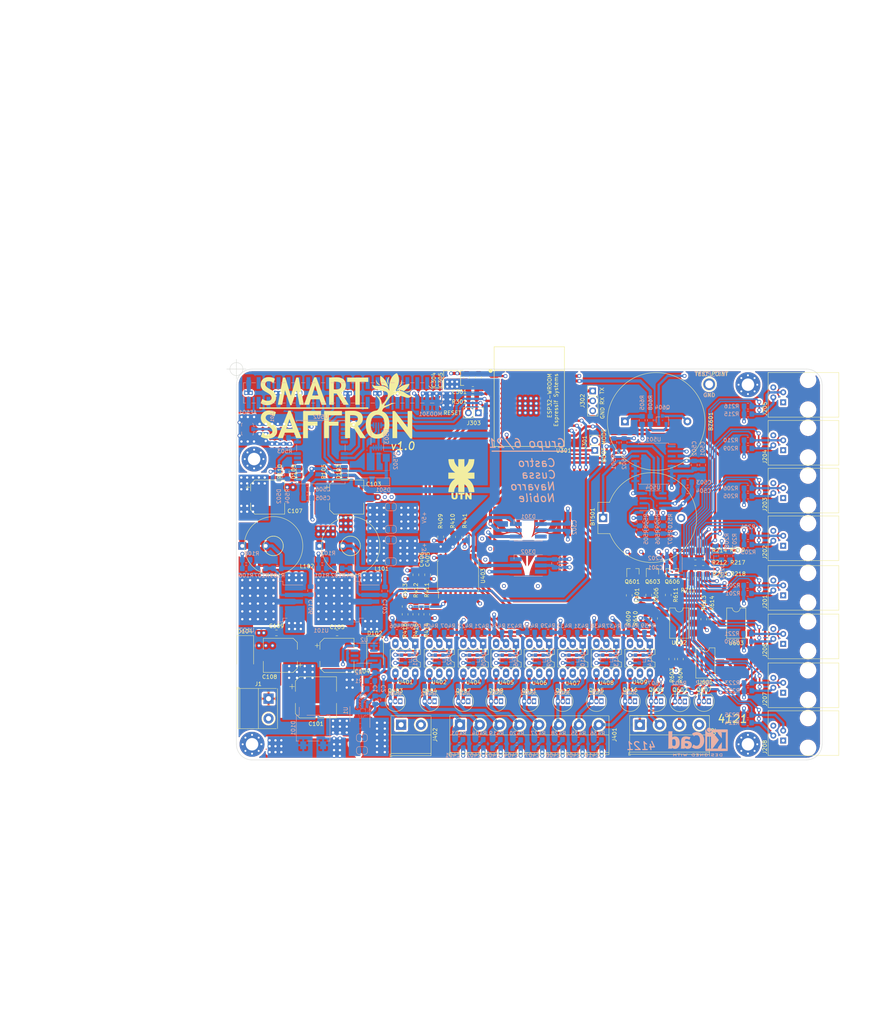
<source format=kicad_pcb>
(kicad_pcb (version 20171130) (host pcbnew 5.1.10)
  (title_block (rev v1.0))
  (layers (0 F.Cu signal) (1 GND power) (2 PWR signal) (31 B.Cu signal) (34 B.Paste user) (35 F.Paste user) (36 B.SilkS user) (37 F.SilkS user) (38 B.Mask user) (39 F.Mask user) (44 Edge.Cuts user))
  (net 0 "")
  (net 1 GND)
  (net 2 +3V3)
  (net 3 "Net-(C3-Pad1)")
  (net 4 "Net-(C102-Pad1)")
  (net 5 "Net-(C102-Pad2)")
  (net 6 "Net-(C106-Pad2)")
  (net 7 "Net-(C106-Pad1)")
  (net 8 "Net-(D102-Pad1)")
  (net 9 "Net-(D104-Pad1)")
  (net 10 /monitor/[AGND_in])
  (net 11 +5V)
  (net 12 "Net-(D103-Pad2)")
  (net 13 "Net-(D105-Pad2)")
  (net 14 24V_DC)
  (net 15 /Core/[SDA1_uC])
  (net 16 /Core/[SCL1_uC])
  (net 17 "Net-(R211-Pad2)")
  (net 18 "Net-(R212-Pad2)")
  (net 19 "Net-(R213-Pad2)")
  (net 20 "Net-(R214-Pad2)")
  (net 21 "Net-(C301-Pad1)")
  (net 22 "Net-(D301-Pad1)")
  (net 23 "Net-(C401-Pad1)")
  (net 24 "Net-(C402-Pad1)")
  (net 25 "Net-(C403-Pad1)")
  (net 26 "Net-(C404-Pad1)")
  (net 27 "Net-(C407-Pad1)")
  (net 28 "Net-(C408-Pad1)")
  (net 29 "Net-(C409-Pad1)")
  (net 30 "Net-(C410-Pad1)")
  (net 31 /Outputs/OUT_8)
  (net 32 /Outputs/OUT_7)
  (net 33 /Outputs/OUT_6)
  (net 34 /Outputs/OUT_5)
  (net 35 /Outputs/OUT_4)
  (net 36 /Outputs/OUT_3)
  (net 37 /Outputs/OUT_2)
  (net 38 /Outputs/OUT_1)
  (net 39 /Outputs/P0)
  (net 40 /Outputs/P1)
  (net 41 "Net-(Q403-Pad2)")
  (net 42 "Net-(Q404-Pad2)")
  (net 43 /Outputs/P2)
  (net 44 /Outputs/P3)
  (net 45 "Net-(Q407-Pad2)")
  (net 46 "Net-(Q408-Pad2)")
  (net 47 /Outputs/P4)
  (net 48 /Outputs/P5)
  (net 49 "Net-(Q411-Pad2)")
  (net 50 "Net-(Q412-Pad2)")
  (net 51 /Outputs/P6)
  (net 52 /Outputs/P7)
  (net 53 "Net-(Q415-Pad2)")
  (net 54 "Net-(Q416-Pad2)")
  (net 55 "Net-(R401-Pad2)")
  (net 56 "Net-(R402-Pad2)")
  (net 57 "Net-(R406-Pad1)")
  (net 58 "Net-(R408-Pad1)")
  (net 59 /Core/[SDA2_uC])
  (net 60 /Core/[SCL2_uC])
  (net 61 "Net-(R411-Pad2)")
  (net 62 "Net-(R412-Pad2)")
  (net 63 "Net-(R413-Pad2)")
  (net 64 "Net-(R417-Pad2)")
  (net 65 "Net-(R418-Pad2)")
  (net 66 "Net-(R422-Pad1)")
  (net 67 "Net-(R424-Pad1)")
  (net 68 "Net-(R425-Pad2)")
  (net 69 "Net-(R426-Pad2)")
  (net 70 "Net-(R430-Pad1)")
  (net 71 "Net-(R432-Pad1)")
  (net 72 "Net-(R433-Pad2)")
  (net 73 "Net-(R434-Pad2)")
  (net 74 "Net-(R438-Pad1)")
  (net 75 "Net-(R440-Pad1)")
  (net 76 "Net-(BZ601-Pad1)")
  (net 77 "Net-(BZ601-Pad2)")
  (net 78 /Alerts/GREEN_LIGHT)
  (net 79 /Alerts/YELLOW_LIGHT)
  (net 80 /Alerts/RED_LIGHT)
  (net 81 "Net-(Q601-Pad2)")
  (net 82 "Net-(Q602-Pad2)")
  (net 83 "Net-(Q603-Pad2)")
  (net 84 "Net-(Q605-Pad2)")
  (net 85 "Net-(Q606-Pad2)")
  (net 86 "Net-(Q607-Pad2)")
  (net 87 "Net-(R602-Pad2)")
  (net 88 "Net-(R604-Pad1)")
  (net 89 "Net-(R607-Pad2)")
  (net 90 "Net-(R610-Pad1)")
  (net 91 "Net-(R612-Pad2)")
  (net 92 "Net-(R614-Pad1)")
  (net 93 "Net-(AE501-Pad1)")
  (net 94 "Net-(BT501-Pad1)")
  (net 95 "Net-(BT502-Pad1)")
  (net 96 "Net-(D502-Pad2)")
  (net 97 "Net-(L501-Pad1)")
  (net 98 /Core/[SCL3_uC])
  (net 99 /Core/[SDA3_uC])
  (net 100 "Net-(R503-Pad1)")
  (net 101 "Net-(R504-Pad2)")
  (net 102 "Net-(R505-Pad1)")
  (net 103 "Net-(R506-Pad1)")
  (net 104 "Net-(R507-Pad1)")
  (net 105 "Net-(U502-Pad18)")
  (net 106 "Net-(U502-Pad19)")
  (net 107 /[AGND_main])
  (net 108 /[24VAC_main])
  (net 109 /inputs/SD4)
  (net 110 /inputs/SC4)
  (net 111 /inputs/SD0)
  (net 112 /inputs/SC0)
  (net 113 /inputs/SD1)
  (net 114 /inputs/SC1)
  (net 115 /inputs/SD2)
  (net 116 /inputs/SC2)
  (net 117 /inputs/SD3)
  (net 118 /inputs/SC3)
  (net 119 /inputs/SD5)
  (net 120 /inputs/SC5)
  (net 121 /inputs/SD6)
  (net 122 /inputs/SC6)
  (net 123 /inputs/SD7)
  (net 124 /inputs/SC7)
  (net 125 /Alerts/[SOUND_ALERT_in])
  (net 126 /Core/uC_RX0)
  (net 127 /Core/uC_TX0)
  (net 128 "Net-(Q401-Pad2)")
  (net 129 "Net-(Q402-Pad2)")
  (net 130 "Net-(Q405-Pad2)")
  (net 131 "Net-(Q406-Pad2)")
  (net 132 "Net-(Q409-Pad2)")
  (net 133 "Net-(Q410-Pad2)")
  (net 134 "Net-(Q413-Pad2)")
  (net 135 "Net-(Q414-Pad2)")
  (net 136 "Net-(Q601-Pad1)")
  (net 137 "Net-(Q603-Pad1)")
  (net 138 "Net-(Q604-Pad1)")
  (net 139 "Net-(Q606-Pad1)")
  (net 140 /Alerts/[RED_ALERT_in])
  (net 141 /Alerts/[YELLOW_ALERT_in])
  (net 142 /Alerts/[GREEN_ALERT_in])
  (net 143 /Core/[RX_uC])
  (net 144 /GPS&RTC/[RX_gps])
  (net 145 /Core/LED_LIVE)
  (net 146 /Core/uC_BOOT)
  (net 147 "Net-(R1-Pad2)")
  (net 148 "Net-(R1-Pad1)")
  (net 149 /Core/[ADC_uC])
  (net 150 "Net-(R101-Pad2)")
  (net 151 "Net-(R106-Pad2)")
  (net 152 "Net-(R441-Pad2)")
  (module 00_lib_fp:Buzzer_23x10 (layer F.Cu) (at 167.12 56.08)
    (fp_text reference BZ601 (at 14 0 90) (layer F.SilkS))
    (fp_text value Buzzer)
    (fp_text user + (at -9.26 10.56) (layer F.SilkS))
    (pad 2 thru_hole circle (at 8 0) (size 2 2) (drill 1) (layers *.Cu *.Mask) (net 77 "Net-(BZ601-Pad2)"))
    (pad 1 thru_hole rect (at -8 0) (size 2 2) (drill 1) (layers *.Cu *.Mask) (net 76 "Net-(BZ601-Pad1)"))
  )
  (module Symbol:KiCad-Logo2_6mm_SilkScreen (layer B.Cu) (at 177.8 137.4 180)
    (fp_text reference REF** hide)
    (fp_text value KiCad-Logo2_6mm_SilkScreen hide)
  )
  (module 00_lib_fp:LED_WS2812_PLCC6_5.0x5.0mm_P1.6mm (layer B.Cu) (at 134.37 92.93 180)
    (fp_text reference D302 (at 0 3.5) (layer B.SilkS) (effects (justify mirror)))
    (fp_text value WS2812)
    (pad 6 smd rect (at -3.2 1.6 180) (size 3 1) (layers B.Cu B.Paste B.Mask) (net 1 GND))
    (pad 5 smd rect (at -3.2 0 180) (size 3 1) (layers B.Cu B.Paste B.Mask) (net 11 +5V))
    (pad 4 smd rect (at -3.2 -1.6 180) (size 3 1) (layers B.Cu B.Paste B.Mask))
    (pad 1 smd rect (at 3.2 1.6 180) (size 3 1) (layers B.Cu B.Paste B.Mask))
    (pad 2 smd rect (at 3.2 0 180) (size 3 1) (layers B.Cu B.Paste B.Mask) (net 22 "Net-(D301-Pad1)"))
    (pad 3 smd rect (at 3.2 -1.6 180) (size 3 1) (layers B.Cu B.Paste B.Mask) (net 11 +5V))
  )
  (module 00_lib_fp:LED_WS2812_PLCC6_5.0x5.0mm_P1.6mm (layer B.Cu) (at 134.37 83.93 180)
    (fp_text reference D301 (at 0 3.5) (layer B.SilkS) (effects (justify mirror)))
    (fp_text value WS2812)
    (pad 6 smd rect (at -3.2 1.6 180) (size 3 1) (layers B.Cu B.Paste B.Mask) (net 1 GND))
    (pad 5 smd rect (at -3.2 0 180) (size 3 1) (layers B.Cu B.Paste B.Mask) (net 11 +5V))
    (pad 4 smd rect (at -3.2 -1.6 180) (size 3 1) (layers B.Cu B.Paste B.Mask))
    (pad 1 smd rect (at 3.2 1.6 180) (size 3 1) (layers B.Cu B.Paste B.Mask) (net 22 "Net-(D301-Pad1)"))
    (pad 2 smd rect (at 3.2 0 180) (size 3 1) (layers B.Cu B.Paste B.Mask) (net 145 /Core/LED_LIVE))
    (pad 3 smd rect (at 3.2 -1.6 180) (size 3 1) (layers B.Cu B.Paste B.Mask) (net 11 +5V))
  )
  (module 00_lib_fp:argentina (layer F.Cu) (at 92.1 134.18)
    (fp_text reference G4 hide)
    (fp_text value LOGO_arg hide)
    (fp_poly (pts (xy -0.87672 -7.58825) (xy -0.853977 -7.567166) (xy -0.844943 -7.565571) (xy -0.816547 -7.553187) (xy -0.789214 -7.529286) (xy -0.75705 -7.505827) (xy -0.708669 -7.494901) (xy -0.659402 -7.493) (xy -0.595941 -7.488586) (xy -0.565041 -7.473083) (xy -0.563802 -7.443099) (xy -0.58355 -7.404258) (xy -0.591979 -7.364251) (xy -0.586396 -7.306872) (xy -0.570115 -7.246629) (xy -0.546449 -7.198033) (xy -0.532953 -7.182695) (xy -0.513946 -7.149876) (xy -0.508 -7.113815) (xy -0.492138 -7.046309) (xy -0.447364 -6.998343) (xy -0.385014 -6.975662) (xy -0.330498 -6.963462) (xy -0.287003 -6.947989) (xy -0.283611 -6.946233) (xy -0.246369 -6.937615) (xy -0.230089 -6.947225) (xy -0.206457 -6.964384) (xy -0.191627 -6.95632) (xy -0.183931 -6.919488) (xy -0.181701 -6.850343) (xy -0.181706 -6.844393) (xy -0.184025 -6.766457) (xy -0.192946 -6.715226) (xy -0.212058 -6.681245) (xy -0.244949 -6.655059) (xy -0.256085 -6.648428) (xy -0.307968 -6.61987) (xy -0.337895 -6.60849) (xy -0.354713 -6.612288) (xy -0.364134 -6.624035) (xy -0.385815 -6.639755) (xy -0.412196 -6.630143) (xy -0.456572 -6.620092) (xy -0.489857 -6.624938) (xy -0.545069 -6.63992) (xy -0.583608 -6.648658) (xy -0.631825 -6.675169) (xy -0.673328 -6.726434) (xy -0.703001 -6.771337) (xy -0.727855 -6.802319) (xy -0.733791 -6.80759) (xy -0.765962 -6.829313) (xy -0.778085 -6.837407) (xy -0.794609 -6.865439) (xy -0.805137 -6.916398) (xy -0.80672 -6.937618) (xy -0.810535 -6.995093) (xy -0.821005 -7.026428) (xy -0.845908 -7.041753) (xy -0.893023 -7.051195) (xy -0.894067 -7.051365) (xy -0.950002 -7.049197) (xy -0.981134 -7.020568) (xy -0.987412 -6.965548) (xy -0.981486 -6.929357) (xy -0.977529 -6.858436) (xy -0.987177 -6.809894) (xy -1.006928 -6.752776) (xy -1.084036 -6.789259) (xy -1.129535 -6.813915) (xy -1.157224 -6.834952) (xy -1.161143 -6.841871) (xy -1.172778 -6.865424) (xy -1.196622 -6.893479) (xy -1.214388 -6.913064) (xy -1.221925 -6.932621) (xy -1.218808 -6.961574) (xy -1.204614 -7.009345) (xy -1.18938 -7.054563) (xy -1.146659 -7.180167) (xy -1.185651 -7.219625) (xy -1.210989 -7.24827) (xy -1.21112 -7.264429) (xy -1.192893 -7.277157) (xy -1.166513 -7.303344) (xy -1.161143 -7.320322) (xy -1.146131 -7.345974) (xy -1.12761 -7.356055) (xy -1.094234 -7.380091) (xy -1.075147 -7.408245) (xy -1.041324 -7.444754) (xy -0.983937 -7.471448) (xy -0.934465 -7.491325) (xy -0.909061 -7.519288) (xy -0.898632 -7.552016) (xy -0.8879 -7.585055) (xy -0.878153 -7.590925) (xy -0.87672 -7.58825)) (layer F.Cu) (width 0.01))
    (fp_poly (pts (xy 0.245691 -7.525409) (xy 0.276583 -7.520113) (xy 0.289079 -7.510363) (xy 0.290286 -7.503929) (xy 0.305295 -7.476849) (xy 0.323189 -7.466859) (xy 0.355759 -7.448752) (xy 0.400396 -7.414916) (xy 0.421701 -7.396321) (xy 0.48731 -7.336226) (xy 0.486463 -7.010934) (xy 0.485559 -6.88807) (xy 0.483297 -6.796207) (xy 0.479263 -6.73007) (xy 0.473041 -6.684388) (xy 0.464215 -6.653887) (xy 0.457252 -6.640286) (xy 0.435543 -6.610212) (xy 0.39548 -6.558889) (xy 0.342189 -6.492734) (xy 0.280792 -6.418164) (xy 0.260039 -6.393297) (xy 0.09119 -6.191665) (xy -0.06157 -6.195647) (xy -0.21433 -6.199628) (xy -0.255684 -6.095513) (xy -0.279604 -6.038256) (xy -0.299969 -6.00618) (xy -0.326358 -5.990637) (xy -0.368345 -5.982982) (xy -0.382156 -5.981316) (xy -0.466137 -5.97705) (xy -0.520942 -5.988607) (xy -0.550534 -6.017031) (xy -0.554395 -6.0267) (xy -0.574504 -6.052433) (xy -0.592766 -6.051955) (xy -0.630405 -6.044266) (xy -0.673218 -6.041571) (xy -0.718187 -6.032091) (xy -0.742963 -5.998553) (xy -0.743375 -5.997482) (xy -0.759278 -5.967468) (xy -0.782225 -5.964971) (xy -0.806284 -5.974803) (xy -0.839923 -5.994692) (xy -0.852573 -6.009821) (xy -0.864765 -6.025337) (xy -0.892918 -6.021758) (xy -0.925215 -6.00334) (xy -0.949569 -5.97487) (xy -0.975011 -5.926312) (xy -0.998221 -5.970335) (xy -1.019264 -6.006114) (xy -1.032742 -6.023429) (xy -1.049708 -6.043941) (xy -1.074199 -6.079948) (xy -1.090477 -6.125491) (xy -1.077288 -6.157265) (xy -1.039585 -6.168571) (xy -1.026839 -6.184226) (xy -1.018346 -6.222069) (xy -1.014938 -6.268415) (xy -1.017446 -6.309581) (xy -1.026701 -6.331883) (xy -1.029607 -6.332891) (xy -1.051919 -6.333989) (xy -1.103227 -6.336254) (xy -1.176275 -6.339373) (xy -1.263803 -6.343032) (xy -1.278917 -6.343657) (xy -1.408422 -6.349809) (xy -1.505891 -6.356631) (xy -1.575572 -6.364866) (xy -1.621715 -6.37526) (xy -1.648568 -6.388559) (xy -1.66038 -6.405508) (xy -1.661537 -6.410768) (xy -1.677245 -6.449945) (xy -1.697376 -6.478126) (xy -1.716927 -6.504202) (xy -1.715938 -6.527709) (xy -1.695576 -6.562714) (xy -1.669626 -6.598875) (xy -1.641104 -6.62685) (xy -1.602383 -6.651268) (xy -1.545838 -6.676755) (xy -1.463841 -6.707942) (xy -1.444926 -6.714831) (xy -1.367024 -6.744461) (xy -1.316717 -6.767996) (xy -1.286865 -6.789824) (xy -1.270324 -6.814336) (xy -1.266258 -6.824648) (xy -1.247233 -6.865934) (xy -1.229343 -6.871768) (xy -1.209455 -6.84273) (xy -1.206266 -6.835767) (xy -1.176248 -6.797148) (xy -1.143 -6.774013) (xy -1.073334 -6.741802) (xy -1.028856 -6.723382) (xy -1.002288 -6.716329) (xy -0.986357 -6.718221) (xy -0.982116 -6.720444) (xy -0.959791 -6.751857) (xy -0.943818 -6.807894) (xy -0.93648 -6.877124) (xy -0.938723 -6.937672) (xy -0.942297 -6.989948) (xy -0.936305 -7.015053) (xy -0.91987 -7.021286) (xy -0.875562 -7.005703) (xy -0.849421 -6.964478) (xy -0.846606 -6.906751) (xy -0.84884 -6.865225) (xy -0.834048 -6.834517) (xy -0.795171 -6.800276) (xy -0.793674 -6.799132) (xy -0.748007 -6.755522) (xy -0.713533 -6.707475) (xy -0.708569 -6.697122) (xy -0.683873 -6.655117) (xy -0.65603 -6.63025) (xy -0.656017 -6.630245) (xy -0.608311 -6.614582) (xy -0.542186 -6.597806) (xy -0.475132 -6.58404) (xy -0.435428 -6.578239) (xy -0.385957 -6.568794) (xy -0.357398 -6.559316) (xy -0.319179 -6.558981) (xy -0.283657 -6.583562) (xy -0.24853 -6.610926) (xy -0.222376 -6.622143) (xy -0.187744 -6.632498) (xy -0.164253 -6.666129) (xy -0.150554 -6.726884) (xy -0.1453 -6.818612) (xy -0.145143 -6.842543) (xy -0.145143 -7.005923) (xy -0.204107 -7.001785) (xy -0.259194 -7.002231) (xy -0.326679 -7.008305) (xy -0.349754 -7.011602) (xy -0.419751 -7.031804) (xy -0.456888 -7.065401) (xy -0.462572 -7.113844) (xy -0.460034 -7.125532) (xy -0.465622 -7.170667) (xy -0.485455 -7.198312) (xy -0.522933 -7.250053) (xy -0.545986 -7.30969) (xy -0.550357 -7.363661) (xy -0.543966 -7.38474) (xy -0.528653 -7.431711) (xy -0.526143 -7.455521) (xy -0.519161 -7.482316) (xy -0.494388 -7.49159) (xy -0.446077 -7.484094) (xy -0.402708 -7.471642) (xy -0.363598 -7.455753) (xy -0.334627 -7.431305) (xy -0.307774 -7.389257) (xy -0.281659 -7.335194) (xy -0.247123 -7.267584) (xy -0.220348 -7.234403) (xy -0.199937 -7.234967) (xy -0.184494 -7.268593) (xy -0.180478 -7.285714) (xy -0.165972 -7.338032) (xy -0.151205 -7.375071) (xy -0.13 -7.417803) (xy -0.106614 -7.465786) (xy -0.080342 -7.520214) (xy 0.104972 -7.525385) (xy 0.190467 -7.526937) (xy 0.245691 -7.525409)) (layer F.Cu) (width 0.01))
    (fp_poly (pts (xy 0.607395 -7.175015) (xy 0.652391 -7.120279) (xy 0.693488 -7.075789) (xy 0.722069 -7.050847) (xy 0.722863 -7.050368) (xy 0.759993 -7.029197) (xy 0.811547 -7.000408) (xy 0.82934 -6.990581) (xy 0.881307 -6.955556) (xy 0.922841 -6.916669) (xy 0.931061 -6.905842) (xy 0.974318 -6.868748) (xy 1.052336 -6.835395) (xy 1.163731 -6.806309) (xy 1.223641 -6.79488) (xy 1.325356 -6.763524) (xy 1.436054 -6.705307) (xy 1.546821 -6.624933) (xy 1.548654 -6.623401) (xy 1.597479 -6.584895) (xy 1.636791 -6.558184) (xy 1.656083 -6.549571) (xy 1.684655 -6.538795) (xy 1.704 -6.525111) (xy 1.736845 -6.50605) (xy 1.79146 -6.482241) (xy 1.854673 -6.458727) (xy 1.913317 -6.440553) (xy 1.941286 -6.434232) (xy 2.003039 -6.414533) (xy 2.06657 -6.379595) (xy 2.122808 -6.33635) (xy 2.162681 -6.291733) (xy 2.177143 -6.253975) (xy 2.165931 -6.217799) (xy 2.138301 -6.173366) (xy 2.131786 -6.165263) (xy 2.102285 -6.124057) (xy 2.087014 -6.090719) (xy 2.086429 -6.085955) (xy 2.072541 -6.058374) (xy 2.042429 -6.031721) (xy 1.998385 -5.983841) (xy 1.968915 -5.913508) (xy 1.959429 -5.841514) (xy 1.952257 -5.7905) (xy 1.929858 -5.770744) (xy 1.890905 -5.782085) (xy 1.834071 -5.824357) (xy 1.832389 -5.825826) (xy 1.750422 -5.891574) (xy 1.683957 -5.932122) (xy 1.635708 -5.945948) (xy 1.622184 -5.943682) (xy 1.594345 -5.950218) (xy 1.567307 -5.978655) (xy 1.535184 -6.011218) (xy 1.503771 -6.023429) (xy 1.475449 -6.031901) (xy 1.469572 -6.042632) (xy 1.456997 -6.064009) (xy 1.424265 -6.100443) (xy 1.385143 -6.137882) (xy 1.338237 -6.180824) (xy 1.301679 -6.215553) (xy 1.285631 -6.232071) (xy 1.265302 -6.257004) (xy 1.233125 -6.296905) (xy 1.222634 -6.309974) (xy 1.174224 -6.357456) (xy 1.114612 -6.399859) (xy 1.101034 -6.407327) (xy 1.050157 -6.435923) (xy 1.010725 -6.462661) (xy 1.002234 -6.470031) (xy 0.9749 -6.49104) (xy 0.963188 -6.495143) (xy 0.946183 -6.509725) (xy 0.929304 -6.538926) (xy 0.898521 -6.577532) (xy 0.867428 -6.595762) (xy 0.829102 -6.615532) (xy 0.780222 -6.650593) (xy 0.757793 -6.669563) (xy 0.697481 -6.712082) (xy 0.628803 -6.744582) (xy 0.608114 -6.750953) (xy 0.526143 -6.771593) (xy 0.526143 -7.279652) (xy 0.607395 -7.175015)) (layer F.Cu) (width 0.01))
    (fp_poly (pts (xy -0.646858 -5.999882) (xy -0.5981 -5.986858) (xy -0.564274 -5.962092) (xy -0.545194 -5.943559) (xy -0.517097 -5.935096) (xy -0.46988 -5.935026) (xy -0.423667 -5.938731) (xy -0.308428 -5.949492) (xy -0.308428 -5.878505) (xy -0.315177 -5.824235) (xy -0.333178 -5.793736) (xy -0.334525 -5.792913) (xy -0.353776 -5.767917) (xy -0.374041 -5.720279) (xy -0.383789 -5.68769) (xy -0.406057 -5.622942) (xy -0.435434 -5.564493) (xy -0.448407 -5.545786) (xy -0.476397 -5.508359) (xy -0.490139 -5.476433) (xy -0.495647 -5.43276) (xy -0.496961 -5.406571) (xy -0.504329 -5.374892) (xy -0.529907 -5.359991) (xy -0.562356 -5.355196) (xy -0.610303 -5.347198) (xy -0.642335 -5.335753) (xy -0.643998 -5.334562) (xy -0.667537 -5.336541) (xy -0.70243 -5.361575) (xy -0.709355 -5.36838) (xy -0.756909 -5.424044) (xy -0.783364 -5.469865) (xy -0.78583 -5.500213) (xy -0.780192 -5.506327) (xy -0.762171 -5.532653) (xy -0.771269 -5.559383) (xy -0.798286 -5.569857) (xy -0.828516 -5.580118) (xy -0.829134 -5.610008) (xy -0.80014 -5.658183) (xy -0.798286 -5.660571) (xy -0.768471 -5.712797) (xy -0.768655 -5.761553) (xy -0.799729 -5.815694) (xy -0.815864 -5.835057) (xy -0.847908 -5.879888) (xy -0.8604 -5.915741) (xy -0.85928 -5.923631) (xy -0.838342 -5.948879) (xy -0.813598 -5.940991) (xy -0.807357 -5.932714) (xy -0.779045 -5.913922) (xy -0.744628 -5.920749) (xy -0.718708 -5.949019) (xy -0.715239 -5.959061) (xy -0.700378 -5.990471) (xy -0.669592 -6.000383) (xy -0.646858 -5.999882)) (layer F.Cu) (width 0.01))
    (fp_poly (pts (xy 0.576036 -6.719764) (xy 0.639861 -6.699283) (xy 0.697334 -6.666752) (xy 0.762441 -6.614148) (xy 0.766588 -6.610453) (xy 0.810767 -6.575132) (xy 0.847249 -6.553164) (xy 0.859722 -6.549571) (xy 0.8847 -6.534494) (xy 0.89336 -6.516714) (xy 0.915304 -6.486259) (xy 0.96559 -6.444521) (xy 1.039442 -6.395043) (xy 1.123227 -6.346209) (xy 1.171933 -6.30867) (xy 1.214079 -6.259338) (xy 1.216528 -6.255495) (xy 1.252771 -6.209164) (xy 1.304057 -6.157567) (xy 1.333681 -6.132286) (xy 1.380628 -6.089683) (xy 1.414912 -6.048547) (xy 1.425578 -6.027964) (xy 1.447738 -5.995291) (xy 1.47051 -5.987143) (xy 1.505398 -5.973302) (xy 1.531645 -5.947389) (xy 1.572991 -5.914555) (xy 1.611946 -5.904003) (xy 1.659112 -5.893146) (xy 1.707698 -5.871031) (xy 1.74538 -5.844547) (xy 1.759857 -5.821321) (xy 1.774847 -5.803439) (xy 1.805679 -5.787395) (xy 1.851802 -5.756487) (xy 1.864395 -5.711831) (xy 1.844614 -5.656046) (xy 1.823654 -5.613544) (xy 1.814317 -5.582783) (xy 1.814286 -5.58176) (xy 1.79953 -5.558788) (xy 1.773465 -5.542329) (xy 1.746532 -5.52347) (xy 1.736358 -5.491079) (xy 1.736522 -5.451848) (xy 1.736887 -5.393708) (xy 1.732763 -5.344553) (xy 1.731641 -5.338536) (xy 1.72288 -5.297714) (xy 1.23444 -5.297714) (xy 1.083247 -5.298368) (xy 0.95566 -5.300261) (xy 0.854465 -5.303296) (xy 0.782447 -5.307373) (xy 0.742392 -5.312393) (xy 0.734998 -5.315513) (xy 0.729648 -5.341936) (xy 0.726778 -5.392792) (xy 0.726851 -5.447049) (xy 0.727697 -5.503947) (xy 0.728203 -5.588198) (xy 0.72835 -5.690872) (xy 0.728119 -5.803038) (xy 0.727749 -5.878286) (xy 0.725794 -6.195786) (xy 0.548861 -6.190735) (xy 0.457707 -6.189986) (xy 0.366675 -6.192334) (xy 0.290889 -6.197288) (xy 0.268843 -6.199806) (xy 0.165756 -6.213929) (xy 0.345438 -6.431643) (xy 0.41668 -6.520628) (xy 0.472253 -6.595539) (xy 0.509371 -6.65237) (xy 0.525246 -6.687118) (xy 0.525631 -6.690524) (xy 0.530918 -6.718917) (xy 0.553053 -6.72426) (xy 0.576036 -6.719764)) (layer F.Cu) (width 0.01))
    (fp_poly (pts (xy 3.50132 -6.17274) (xy 3.550684 -6.129226) (xy 3.585808 -6.068737) (xy 3.602054 -5.99771) (xy 3.594783 -5.922582) (xy 3.585507 -5.895753) (xy 3.571143 -5.83764) (xy 3.579515 -5.772843) (xy 3.580402 -5.769464) (xy 3.588958 -5.720158) (xy 3.580768 -5.681556) (xy 3.550996 -5.645476) (xy 3.494805 -5.603739) (xy 3.474624 -5.590533) (xy 3.405633 -5.547441) (xy 3.35188 -5.518375) (xy 3.299081 -5.496263) (xy 3.250995 -5.479819) (xy 3.199298 -5.457297) (xy 3.162313 -5.430833) (xy 3.155138 -5.421502) (xy 3.128262 -5.392591) (xy 3.083139 -5.361311) (xy 3.068858 -5.353528) (xy 3.019621 -5.324606) (xy 2.98245 -5.296191) (xy 2.976529 -5.289969) (xy 2.938157 -5.263699) (xy 2.896702 -5.273577) (xy 2.876939 -5.289939) (xy 2.853435 -5.329732) (xy 2.848429 -5.355833) (xy 2.839127 -5.395089) (xy 2.816109 -5.444979) (xy 2.809578 -5.456078) (xy 2.785959 -5.495307) (xy 2.781313 -5.509255) (xy 2.795396 -5.503418) (xy 2.807799 -5.495788) (xy 2.840236 -5.482684) (xy 2.87322 -5.492118) (xy 2.892614 -5.503921) (xy 2.924473 -5.531997) (xy 2.935433 -5.55657) (xy 2.935315 -5.557167) (xy 2.94404 -5.585013) (xy 2.971595 -5.619791) (xy 3.006104 -5.649104) (xy 3.034393 -5.660596) (xy 3.061446 -5.672465) (xy 3.102111 -5.702197) (xy 3.146665 -5.741045) (xy 3.185381 -5.780255) (xy 3.208534 -5.81108) (xy 3.211286 -5.819763) (xy 3.22194 -5.840534) (xy 3.227834 -5.842) (xy 3.239001 -5.852746) (xy 3.250774 -5.887888) (xy 3.264352 -5.951779) (xy 3.275309 -6.014357) (xy 3.277973 -6.043247) (xy 3.280662 -6.091166) (xy 3.281094 -6.101331) (xy 3.28848 -6.14964) (xy 3.304592 -6.166618) (xy 3.306536 -6.166457) (xy 3.338881 -6.170259) (xy 3.378429 -6.183098) (xy 3.442356 -6.192842) (xy 3.50132 -6.17274)) (layer F.Cu) (width 0.01))
    (fp_poly (pts (xy -1.68035 -6.341832) (xy -1.649704 -6.336822) (xy -1.589941 -6.330201) (xy -1.508157 -6.322645) (xy -1.41145 -6.314829) (xy -1.347107 -6.310147) (xy -1.23772 -6.302318) (xy -1.159375 -6.295774) (xy -1.1069 -6.289463) (xy -1.075127 -6.282333) (xy -1.058885 -6.273332) (xy -1.053005 -6.261407) (xy -1.052286 -6.250144) (xy -1.069045 -6.210174) (xy -1.097643 -6.190015) (xy -1.131622 -6.164647) (xy -1.14001 -6.128428) (xy -1.122115 -6.077568) (xy -1.077244 -6.008278) (xy -1.060297 -5.985765) (xy -1.01953 -5.934118) (xy -0.987523 -5.896043) (xy -0.970309 -5.878668) (xy -0.969316 -5.878286) (xy -0.955368 -5.89209) (xy -0.931102 -5.926346) (xy -0.924135 -5.93725) (xy -0.887232 -5.996214) (xy -0.898895 -5.92984) (xy -0.902912 -5.883187) (xy -0.889903 -5.849757) (xy -0.854422 -5.813448) (xy -0.819319 -5.778738) (xy -0.799747 -5.752717) (xy -0.798286 -5.747898) (xy -0.807571 -5.724812) (xy -0.831195 -5.683515) (xy -0.847486 -5.658018) (xy -0.876129 -5.613212) (xy -0.886037 -5.587606) (xy -0.878504 -5.570143) (xy -0.859701 -5.553724) (xy -0.834196 -5.524892) (xy -0.829074 -5.504705) (xy -0.827032 -5.474858) (xy -0.812545 -5.431514) (xy -0.791691 -5.388118) (xy -0.770548 -5.358119) (xy -0.760129 -5.352143) (xy -0.735483 -5.339358) (xy -0.707125 -5.311321) (xy -0.679026 -5.284115) (xy -0.653354 -5.284173) (xy -0.636428 -5.293178) (xy -0.590733 -5.314082) (xy -0.561675 -5.306875) (xy -0.544265 -5.268452) (xy -0.53768 -5.231682) (xy -0.530446 -5.166236) (xy -0.526431 -5.10532) (xy -0.526143 -5.090576) (xy -0.516835 -5.035399) (xy -0.497462 -4.992698) (xy -0.472206 -4.937195) (xy -0.455236 -4.862577) (xy -0.448053 -4.782903) (xy -0.452159 -4.71223) (xy -0.463423 -4.673842) (xy -0.482385 -4.623956) (xy -0.489857 -4.581912) (xy -0.499467 -4.540047) (xy -0.511628 -4.5212) (xy -0.54829 -4.500045) (xy -0.582234 -4.51375) (xy -0.614538 -4.562932) (xy -0.624468 -4.585675) (xy -0.654224 -4.648317) (xy -0.688484 -4.705466) (xy -0.701575 -4.723071) (xy -0.72969 -4.762917) (xy -0.743551 -4.793828) (xy -0.743857 -4.79691) (xy -0.757715 -4.830929) (xy -0.792254 -4.873043) (xy -0.83692 -4.912879) (xy -0.88116 -4.940066) (xy -0.894072 -4.944546) (xy -0.925219 -4.957171) (xy -0.945314 -4.981335) (xy -0.957998 -5.025) (xy -0.966911 -5.096128) (xy -0.967802 -5.105798) (xy -0.973271 -5.14344) (xy -0.985184 -5.170818) (xy -1.008504 -5.189302) (xy -1.048192 -5.200261) (xy -1.109211 -5.205063) (xy -1.196525 -5.205077) (xy -1.315093 -5.201672) (xy -1.315357 -5.201663) (xy -1.377372 -5.197421) (xy -1.425803 -5.190286) (xy -1.445982 -5.183813) (xy -1.470891 -5.185768) (xy -1.487327 -5.206277) (xy -1.51505 -5.23538) (xy -1.562713 -5.266994) (xy -1.588023 -5.27981) (xy -1.64599 -5.313654) (xy -1.668806 -5.346102) (xy -1.669143 -5.350375) (xy -1.681048 -5.394006) (xy -1.717825 -5.413713) (xy -1.781063 -5.410138) (xy -1.804097 -5.40496) (xy -1.855457 -5.39456) (xy -1.890876 -5.392075) (xy -1.898828 -5.394352) (xy -1.896398 -5.414513) (xy -1.878801 -5.454932) (xy -1.860933 -5.487649) (xy -1.835864 -5.537888) (xy -1.824037 -5.577198) (xy -1.82528 -5.591112) (xy -1.824285 -5.604458) (xy -1.797286 -5.601185) (xy -1.749954 -5.602479) (xy -1.695069 -5.621838) (xy -1.64744 -5.652182) (xy -1.622368 -5.684831) (xy -1.62644 -5.72518) (xy -1.64474 -5.749466) (xy -1.67569 -5.786496) (xy -1.708004 -5.83656) (xy -1.712357 -5.844454) (xy -1.7465 -5.908136) (xy -1.699315 -5.955321) (xy -1.672577 -5.984038) (xy -1.661636 -6.008416) (xy -1.664701 -6.041488) (xy -1.679963 -6.096231) (xy -1.698534 -6.157072) (xy -1.7151 -6.208536) (xy -1.721688 -6.227507) (xy -1.729439 -6.275764) (xy -1.727175 -6.309017) (xy -1.714215 -6.340617) (xy -1.686804 -6.343538) (xy -1.68035 -6.341832)) (layer F.Cu) (width 0.01))
    (fp_poly (pts (xy 0.317213 -6.156744) (xy 0.41232 -6.15546) (xy 0.47625 -6.154335) (xy 0.689429 -6.150429) (xy 0.689177 -5.692321) (xy 0.688926 -5.549563) (xy 0.687901 -5.434825) (xy 0.685429 -5.339842) (xy 0.680841 -5.256347) (xy 0.673464 -5.176077) (xy 0.662627 -5.090765) (xy 0.647659 -4.992145) (xy 0.627887 -4.871953) (xy 0.617524 -4.810288) (xy 0.597264 -4.691187) (xy 0.578778 -4.584782) (xy 0.562963 -4.49604) (xy 0.550712 -4.429928) (xy 0.54292 -4.391414) (xy 0.540669 -4.383532) (xy 0.520749 -4.383412) (xy 0.486524 -4.386726) (xy 0.448058 -4.400843) (xy 0.428201 -4.437774) (xy 0.425635 -4.448291) (xy 0.405673 -4.492881) (xy 0.379075 -4.512818) (xy 0.350327 -4.536976) (xy 0.344715 -4.563556) (xy 0.341765 -4.585957) (xy 0.327608 -4.599517) (xy 0.294283 -4.607521) (xy 0.233828 -4.613256) (xy 0.22225 -4.6141) (xy 0.115882 -4.626147) (xy 0.012023 -4.645671) (xy -0.078096 -4.670124) (xy -0.143246 -4.696955) (xy -0.143613 -4.69716) (xy -0.201779 -4.713087) (xy -0.290333 -4.712302) (xy -0.293292 -4.712039) (xy -0.353504 -4.708064) (xy -0.385986 -4.711098) (xy -0.39888 -4.722694) (xy -0.40054 -4.73247) (xy -0.412969 -4.856833) (xy -0.436874 -4.954394) (xy -0.451694 -4.989286) (xy -0.473001 -5.046396) (xy -0.488585 -5.117419) (xy -0.497585 -5.19215) (xy -0.499144 -5.260386) (xy -0.492402 -5.311922) (xy -0.480711 -5.334061) (xy -0.46093 -5.36764) (xy -0.453571 -5.41071) (xy -0.441299 -5.463615) (xy -0.411138 -5.515261) (xy -0.410802 -5.515661) (xy -0.378893 -5.56889) (xy -0.357807 -5.631326) (xy -0.356596 -5.638016) (xy -0.339429 -5.698069) (xy -0.312493 -5.750763) (xy -0.30865 -5.755954) (xy -0.278991 -5.819653) (xy -0.272143 -5.87619) (xy -0.264949 -5.936006) (xy -0.246564 -6.007766) (xy -0.23232 -6.047571) (xy -0.192498 -6.145129) (xy -0.037285 -6.150336) (xy 0.07335 -6.153872) (xy 0.160677 -6.156051) (xy 0.237648 -6.156975) (xy 0.317213 -6.156744)) (layer F.Cu) (width 0.01))
    (fp_poly (pts (xy 2.075029 -5.540494) (xy 2.159 -5.512741) (xy 2.215184 -5.49146) (xy 2.277752 -5.479787) (xy 2.359391 -5.475713) (xy 2.392731 -5.475694) (xy 2.486944 -5.473305) (xy 2.550915 -5.463989) (xy 2.586969 -5.449204) (xy 2.630334 -5.431875) (xy 2.662633 -5.4472) (xy 2.685813 -5.489977) (xy 2.706617 -5.524494) (xy 2.727139 -5.531637) (xy 2.738961 -5.509912) (xy 2.739572 -5.499507) (xy 2.752187 -5.459555) (xy 2.76477 -5.44453) (xy 2.784443 -5.414866) (xy 2.804018 -5.3651) (xy 2.810117 -5.3436) (xy 2.82601 -5.292943) (xy 2.842545 -5.258691) (xy 2.848419 -5.252363) (xy 2.864008 -5.228028) (xy 2.864729 -5.195719) (xy 2.851707 -5.173097) (xy 2.84323 -5.170714) (xy 2.820839 -5.157129) (xy 2.786 -5.121785) (xy 2.752164 -5.08) (xy 2.714076 -5.03253) (xy 2.682668 -4.999694) (xy 2.666648 -4.989286) (xy 2.650697 -4.974659) (xy 2.648857 -4.963097) (xy 2.634555 -4.936426) (xy 2.599983 -4.908051) (xy 2.598402 -4.907104) (xy 2.562678 -4.876578) (xy 2.518658 -4.825944) (xy 2.4784 -4.769889) (xy 2.431119 -4.704877) (xy 2.378245 -4.644041) (xy 2.338355 -4.606643) (xy 2.297391 -4.570024) (xy 2.271962 -4.539255) (xy 2.267857 -4.52853) (xy 2.254431 -4.503992) (xy 2.221336 -4.472094) (xy 2.213429 -4.466012) (xy 2.177638 -4.433155) (xy 2.15954 -4.404023) (xy 2.159 -4.400001) (xy 2.144931 -4.369298) (xy 2.132828 -4.359585) (xy 2.106116 -4.331781) (xy 2.091306 -4.303443) (xy 2.075448 -4.276758) (xy 2.06305 -4.274855) (xy 2.051239 -4.302806) (xy 2.04983 -4.316488) (xy 2.032937 -4.358053) (xy 1.989607 -4.397229) (xy 1.929528 -4.428214) (xy 1.862388 -4.445202) (xy 1.832429 -4.446733) (xy 1.745807 -4.440438) (xy 1.67543 -4.426918) (xy 1.641712 -4.414037) (xy 1.599247 -4.401041) (xy 1.543486 -4.395779) (xy 1.536224 -4.395873) (xy 1.492019 -4.399457) (xy 1.475834 -4.410535) (xy 1.479449 -4.434785) (xy 1.479528 -4.435022) (xy 1.488119 -4.483463) (xy 1.488635 -4.517571) (xy 1.48865 -4.638583) (xy 1.508185 -4.730818) (xy 1.54782 -4.796452) (xy 1.568073 -4.814719) (xy 1.600307 -4.844015) (xy 1.623051 -4.879839) (xy 1.641347 -4.932558) (xy 1.656953 -4.997418) (xy 1.671591 -5.068706) (xy 1.682352 -5.130022) (xy 1.687196 -5.169562) (xy 1.687286 -5.172857) (xy 1.700668 -5.211319) (xy 1.728107 -5.243301) (xy 1.751685 -5.268654) (xy 1.764506 -5.303505) (xy 1.769814 -5.358985) (xy 1.770554 -5.389062) (xy 1.772179 -5.501777) (xy 1.843125 -5.526472) (xy 1.958214 -5.549055) (xy 2.075029 -5.540494)) (layer F.Cu) (width 0.01))
    (fp_poly (pts (xy -1.726671 -5.371219) (xy -1.713197 -5.359494) (xy -1.712618 -5.357794) (xy -1.700511 -5.318177) (xy -1.697258 -5.30765) (xy -1.677003 -5.285261) (xy -1.634597 -5.257783) (xy -1.606544 -5.243696) (xy -1.559111 -5.219091) (xy -1.529264 -5.197844) (xy -1.524 -5.1897) (xy -1.512428 -5.16511) (xy -1.494629 -5.143935) (xy -1.469657 -5.124463) (xy -1.44761 -5.131371) (xy -1.432272 -5.144417) (xy -1.401065 -5.163537) (xy -1.382517 -5.163905) (xy -1.348635 -5.152362) (xy -1.301363 -5.145778) (xy -1.255708 -5.145093) (xy -1.226681 -5.151248) (xy -1.223781 -5.153965) (xy -1.199978 -5.164571) (xy -1.154634 -5.169601) (xy -1.102075 -5.168945) (xy -1.056634 -5.162495) (xy -1.038074 -5.155385) (xy -1.022338 -5.130248) (xy -1.00706 -5.081675) (xy -0.999462 -5.043642) (xy -0.977084 -4.963157) (xy -0.940905 -4.914371) (xy -0.893733 -4.898571) (xy -0.861841 -4.883742) (xy -0.824678 -4.846624) (xy -0.791288 -4.798267) (xy -0.770719 -4.749725) (xy -0.770229 -4.747667) (xy -0.753608 -4.707243) (xy -0.733063 -4.686757) (xy -0.710682 -4.664405) (xy -0.683898 -4.619568) (xy -0.65853 -4.56458) (xy -0.640394 -4.511772) (xy -0.635 -4.478884) (xy -0.641728 -4.448431) (xy -0.659872 -4.393495) (xy -0.686372 -4.322867) (xy -0.707571 -4.270438) (xy -0.741109 -4.187215) (xy -0.76237 -4.123887) (xy -0.77412 -4.067326) (xy -0.779122 -4.004405) (xy -0.780143 -3.925819) (xy -0.780877 -3.845709) (xy -0.783901 -3.795254) (xy -0.790448 -3.767837) (xy -0.80175 -3.756843) (xy -0.811893 -3.755372) (xy -0.851526 -3.753232) (xy -0.904195 -3.748318) (xy -0.907143 -3.747988) (xy -0.963496 -3.745469) (xy -1.011289 -3.749366) (xy -1.012106 -3.749534) (xy -1.045177 -3.767984) (xy -1.088458 -3.806873) (xy -1.123347 -3.846539) (xy -1.160875 -3.896265) (xy -1.18114 -3.934658) (xy -1.188619 -3.976388) (xy -1.187787 -4.036125) (xy -1.186853 -4.054678) (xy -1.184857 -4.121759) (xy -1.189611 -4.165285) (xy -1.204195 -4.197803) (xy -1.229826 -4.229775) (xy -1.265989 -4.270361) (xy -1.316293 -4.326848) (xy -1.370758 -4.388033) (xy -1.378857 -4.397132) (xy -1.477562 -4.499088) (xy -1.575447 -4.583576) (xy -1.667702 -4.647227) (xy -1.749515 -4.686676) (xy -1.80975 -4.698701) (xy -1.847521 -4.702287) (xy -1.864381 -4.71732) (xy -1.862382 -4.750956) (xy -1.843577 -4.810352) (xy -1.842574 -4.813172) (xy -1.829578 -4.892412) (xy -1.849856 -4.959763) (xy -1.902333 -5.011906) (xy -1.908219 -5.015515) (xy -1.943441 -5.041281) (xy -1.959351 -5.062716) (xy -1.959428 -5.063749) (xy -1.971636 -5.086974) (xy -2.001634 -5.120701) (xy -2.007796 -5.126558) (xy -2.038027 -5.158214) (xy -2.042693 -5.178306) (xy -2.029428 -5.193727) (xy -2.002672 -5.222821) (xy -1.96926 -5.267484) (xy -1.960387 -5.280669) (xy -1.92906 -5.320718) (xy -1.892533 -5.344454) (xy -1.836976 -5.359968) (xy -1.818944 -5.363427) (xy -1.759283 -5.37239) (xy -1.726671 -5.371219)) (layer F.Cu) (width 0.01))
    (fp_poly (pts (xy -2.045469 -5.102678) (xy -2.016836 -5.072185) (xy -1.974026 -5.027323) (xy -1.9417 -4.993748) (xy -1.899959 -4.94821) (xy -1.879572 -4.915497) (xy -1.875487 -4.883544) (xy -1.880931 -4.848605) (xy -1.890742 -4.783128) (xy -1.895325 -4.718883) (xy -1.895346 -4.717143) (xy -1.893214 -4.674893) (xy -1.879109 -4.658781) (xy -1.843082 -4.658716) (xy -1.838194 -4.659174) (xy -1.78296 -4.653963) (xy -1.720101 -4.633482) (xy -1.707576 -4.627524) (xy -1.666286 -4.599496) (xy -1.605646 -4.549065) (xy -1.530553 -4.48082) (xy -1.445907 -4.399351) (xy -1.356604 -4.309249) (xy -1.267827 -4.215412) (xy -1.247788 -4.185797) (xy -1.236327 -4.144586) (xy -1.231274 -4.081778) (xy -1.230509 -4.04339) (xy -1.228446 -3.971824) (xy -1.221376 -3.923741) (xy -1.205509 -3.886358) (xy -1.177052 -3.846891) (xy -1.169456 -3.837549) (xy -1.109653 -3.764643) (xy -1.322201 -3.776825) (xy -1.334793 -3.709703) (xy -1.344753 -3.667161) (xy -1.36102 -3.649722) (xy -1.395708 -3.649245) (xy -1.420164 -3.652344) (xy -1.469146 -3.663035) (xy -1.501136 -3.677582) (xy -1.50508 -3.681742) (xy -1.531615 -3.693872) (xy -1.579762 -3.693126) (xy -1.638152 -3.681754) (xy -1.695412 -3.662006) (xy -1.740173 -3.636133) (xy -1.741636 -3.634925) (xy -1.79149 -3.60291) (xy -1.834217 -3.59275) (xy -1.86212 -3.604907) (xy -1.868714 -3.627336) (xy -1.882584 -3.660907) (xy -1.916442 -3.696233) (xy -1.921102 -3.69969) (xy -1.958794 -3.72279) (xy -1.981431 -3.723415) (xy -1.99432 -3.711894) (xy -2.025669 -3.691474) (xy -2.073606 -3.675867) (xy -2.077367 -3.675124) (xy -2.126662 -3.661043) (xy -2.154813 -3.635303) (xy -2.171825 -3.587081) (xy -2.175847 -3.568606) (xy -2.197866 -3.520773) (xy -2.233605 -3.497207) (xy -2.273529 -3.502056) (xy -2.293145 -3.517586) (xy -2.321167 -3.56505) (xy -2.335027 -3.62161) (xy -2.332183 -3.672068) (xy -2.322323 -3.692026) (xy -2.308849 -3.721079) (xy -2.322286 -3.7465) (xy -2.353413 -3.769567) (xy -2.370313 -3.773714) (xy -2.395081 -3.788841) (xy -2.412797 -3.818539) (xy -2.423125 -3.862692) (xy -2.427585 -3.917242) (xy -2.426435 -3.970633) (xy -2.41993 -4.011308) (xy -2.408327 -4.027712) (xy -2.408163 -4.027714) (xy -2.379238 -4.043457) (xy -2.354167 -4.081655) (xy -2.341354 -4.128766) (xy -2.341005 -4.135965) (xy -2.333883 -4.18566) (xy -2.316755 -4.241565) (xy -2.294324 -4.292511) (xy -2.271292 -4.327329) (xy -2.256739 -4.336143) (xy -2.224387 -4.351746) (xy -2.197691 -4.388544) (xy -2.184618 -4.431521) (xy -2.190143 -4.46165) (xy -2.201531 -4.502371) (xy -2.200062 -4.543026) (xy -2.199491 -4.593692) (xy -2.210514 -4.65322) (xy -2.213396 -4.662615) (xy -2.22585 -4.72383) (xy -2.223661 -4.77791) (xy -2.208407 -4.815054) (xy -2.187091 -4.826) (xy -2.162322 -4.839665) (xy -2.144961 -4.882795) (xy -2.133739 -4.958598) (xy -2.133513 -4.96108) (xy -2.126694 -5.007504) (xy -2.117594 -5.036266) (xy -2.116098 -5.038235) (xy -2.10701 -5.063693) (xy -2.104571 -5.092095) (xy -2.097658 -5.127484) (xy -2.076732 -5.129534) (xy -2.045469 -5.102678)) (layer F.Cu) (width 0.01))
    (fp_poly (pts (xy 1.886787 -4.395688) (xy 1.930105 -4.38732) (xy 1.958958 -4.37072) (xy 1.976264 -4.352629) (xy 2.002241 -4.31531) (xy 2.013254 -4.287567) (xy 2.026782 -4.262749) (xy 2.058957 -4.230799) (xy 2.062947 -4.227591) (xy 2.094719 -4.198058) (xy 2.099966 -4.174295) (xy 2.090161 -4.153949) (xy 2.072056 -4.108468) (xy 2.068286 -4.081488) (xy 2.060063 -4.03942) (xy 2.040219 -3.989788) (xy 2.039595 -3.988573) (xy 2.021133 -3.930175) (xy 2.02228 -3.887768) (xy 2.020467 -3.831584) (xy 2.007533 -3.802574) (xy 1.99261 -3.762791) (xy 1.981662 -3.702238) (xy 1.977991 -3.654817) (xy 1.975842 -3.58977) (xy 1.973883 -3.535195) (xy 1.972883 -3.510643) (xy 1.974594 -3.471106) (xy 1.980884 -3.413791) (xy 1.984549 -3.388289) (xy 1.991052 -3.335535) (xy 1.986861 -3.306519) (xy 1.968351 -3.289388) (xy 1.951801 -3.281214) (xy 1.920212 -3.261316) (xy 1.899215 -3.23118) (xy 1.88656 -3.183702) (xy 1.879995 -3.111775) (xy 1.877916 -3.048) (xy 1.875496 -2.977994) (xy 1.870336 -2.936433) (xy 1.860223 -2.915481) (xy 1.842944 -2.907301) (xy 1.837938 -2.906434) (xy 1.803685 -2.912691) (xy 1.79089 -2.926664) (xy 1.768786 -2.946699) (xy 1.72404 -2.968092) (xy 1.697866 -2.976941) (xy 1.649293 -2.993973) (xy 1.619341 -3.009655) (xy 1.614715 -3.015675) (xy 1.599948 -3.02824) (xy 1.587254 -3.029857) (xy 1.547477 -3.037554) (xy 1.52829 -3.045078) (xy 1.371864 -3.128255) (xy 1.250252 -3.210486) (xy 1.162073 -3.29344) (xy 1.105948 -3.378782) (xy 1.0805 -3.468181) (xy 1.084348 -3.563305) (xy 1.087394 -3.578291) (xy 1.098208 -3.64395) (xy 1.102912 -3.707519) (xy 1.102837 -3.718363) (xy 1.110855 -3.773698) (xy 1.134164 -3.800006) (xy 1.190915 -3.842365) (xy 1.254977 -3.905668) (xy 1.321154 -3.982801) (xy 1.384253 -4.066651) (xy 1.439076 -4.150108) (xy 1.48043 -4.226056) (xy 1.503119 -4.287385) (xy 1.505857 -4.308883) (xy 1.510138 -4.343793) (xy 1.530602 -4.352519) (xy 1.555368 -4.349051) (xy 1.616376 -4.353943) (xy 1.650618 -4.370648) (xy 1.694423 -4.389936) (xy 1.757914 -4.398519) (xy 1.818118 -4.399019) (xy 1.886787 -4.395688)) (layer F.Cu) (width 0.01))
    (fp_poly (pts (xy 1.199966 -5.261428) (xy 1.342066 -5.261284) (xy 1.451917 -5.260664) (xy 1.533557 -5.259291) (xy 1.591021 -5.256884) (xy 1.628345 -5.253166) (xy 1.649568 -5.247858) (xy 1.658725 -5.24068) (xy 1.659853 -5.231354) (xy 1.659565 -5.229678) (xy 1.63625 -5.110281) (xy 1.618262 -5.021256) (xy 1.60391 -4.957372) (xy 1.591503 -4.913401) (xy 1.579352 -4.884114) (xy 1.565765 -4.86428) (xy 1.549053 -4.84867) (xy 1.532194 -4.835632) (xy 1.487367 -4.789793) (xy 1.465166 -4.731213) (xy 1.462055 -4.713179) (xy 1.450107 -4.612231) (xy 1.443597 -4.513815) (xy 1.442711 -4.426982) (xy 1.447631 -4.360781) (xy 1.454297 -4.3324) (xy 1.460932 -4.307405) (xy 1.458497 -4.280537) (xy 1.444172 -4.244735) (xy 1.415139 -4.192938) (xy 1.369028 -4.118791) (xy 1.302545 -4.01979) (xy 1.241783 -3.944317) (xy 1.177953 -3.882645) (xy 1.105838 -3.82754) (xy 1.079172 -3.798705) (xy 1.065556 -3.752991) (xy 1.061698 -3.709611) (xy 1.056229 -3.641886) (xy 1.047692 -3.578415) (xy 1.044104 -3.559735) (xy 1.040706 -3.470355) (xy 1.063941 -3.376905) (xy 1.109312 -3.293962) (xy 1.135174 -3.264507) (xy 1.178292 -3.217504) (xy 1.19481 -3.18032) (xy 1.187708 -3.141757) (xy 1.17475 -3.115789) (xy 1.156462 -3.082929) (xy 1.148752 -3.06887) (xy 1.13132 -3.069791) (xy 1.092438 -3.080115) (xy 1.082093 -3.08343) (xy 1.051839 -3.092324) (xy 1.027792 -3.092656) (xy 1.002698 -3.080321) (xy 0.969303 -3.051213) (xy 0.920354 -3.001227) (xy 0.90095 -2.980917) (xy 0.843892 -2.920184) (xy 0.792122 -2.863395) (xy 0.753924 -2.8197) (xy 0.744042 -2.807607) (xy 0.72451 -2.784826) (xy 0.703626 -2.770306) (xy 0.673229 -2.762189) (xy 0.625156 -2.758617) (xy 0.551245 -2.757733) (xy 0.524826 -2.757714) (xy 0.448966 -2.758529) (xy 0.388878 -2.760725) (xy 0.35227 -2.76393) (xy 0.344715 -2.766421) (xy 0.354673 -2.783402) (xy 0.382214 -2.824787) (xy 0.423832 -2.885451) (xy 0.476024 -2.960269) (xy 0.515773 -3.016625) (xy 0.574752 -3.101823) (xy 0.626547 -3.180285) (xy 0.667219 -3.245756) (xy 0.692825 -3.29198) (xy 0.699353 -3.308012) (xy 0.701686 -3.37256) (xy 0.684631 -3.453693) (xy 0.651531 -3.539709) (xy 0.614018 -3.606802) (xy 0.574902 -3.68947) (xy 0.562096 -3.773629) (xy 0.57664 -3.849072) (xy 0.587177 -3.869603) (xy 0.600933 -3.905504) (xy 0.616169 -3.966408) (xy 0.630266 -4.041263) (xy 0.634589 -4.069715) (xy 0.644975 -4.146412) (xy 0.649214 -4.196116) (xy 0.646531 -4.227716) (xy 0.636151 -4.250105) (xy 0.617297 -4.272174) (xy 0.616901 -4.272597) (xy 0.576549 -4.315549) (xy 0.734187 -5.261429) (xy 1.199966 -5.261428)) (layer F.Cu) (width 0.01))
    (fp_poly (pts (xy -0.192845 -4.672709) (xy -0.157557 -4.658627) (xy -0.110102 -4.639091) (xy -0.038895 -4.617908) (xy 0.043845 -4.59819) (xy 0.125897 -4.583054) (xy 0.154214 -4.579167) (xy 0.229924 -4.568756) (xy 0.276253 -4.558068) (xy 0.300026 -4.544363) (xy 0.308065 -4.524899) (xy 0.308429 -4.517226) (xy 0.319744 -4.488005) (xy 0.3354 -4.481286) (xy 0.359564 -4.466058) (xy 0.384142 -4.428599) (xy 0.387784 -4.420462) (xy 0.420609 -4.370267) (xy 0.465135 -4.348859) (xy 0.509957 -4.327446) (xy 0.556021 -4.287562) (xy 0.565951 -4.275851) (xy 0.61483 -4.213622) (xy 0.589177 -4.055151) (xy 0.575031 -3.980354) (xy 0.559401 -3.917394) (xy 0.544943 -3.876402) (xy 0.540298 -3.868681) (xy 0.523888 -3.825875) (xy 0.520806 -3.762922) (xy 0.529589 -3.692811) (xy 0.548777 -3.62853) (xy 0.571807 -3.588613) (xy 0.602178 -3.541721) (xy 0.63227 -3.478517) (xy 0.644666 -3.445355) (xy 0.656997 -3.40475) (xy 0.662838 -3.369115) (xy 0.660046 -3.333485) (xy 0.646478 -3.292893) (xy 0.61999 -3.242372) (xy 0.578439 -3.176958) (xy 0.519682 -3.091684) (xy 0.449036 -2.992051) (xy 0.282078 -2.757714) (xy 0.090714 -2.757714) (xy 0.090714 -2.503714) (xy -0.484149 -2.503714) (xy -0.495358 -2.879771) (xy -0.498922 -3.006585) (xy -0.500844 -3.102194) (xy -0.500854 -3.171652) (xy -0.498684 -3.220015) (xy -0.494065 -3.252337) (xy -0.486727 -3.273672) (xy -0.476402 -3.289077) (xy -0.473387 -3.292521) (xy -0.448335 -3.339125) (xy -0.431431 -3.405813) (xy -0.425115 -3.476838) (xy -0.431825 -3.536452) (xy -0.43441 -3.544251) (xy -0.461115 -3.581346) (xy -0.488465 -3.597179) (xy -0.519915 -3.620475) (xy -0.526143 -3.642929) (xy -0.542446 -3.680054) (xy -0.585038 -3.716409) (xy -0.644446 -3.745092) (xy -0.679902 -3.754905) (xy -0.734635 -3.766099) (xy -0.738072 -3.919585) (xy -0.738509 -3.99149) (xy -0.734475 -4.04877) (xy -0.723542 -4.103126) (xy -0.703276 -4.166259) (xy -0.671249 -4.24987) (xy -0.667488 -4.259348) (xy -0.631617 -4.345959) (xy -0.60366 -4.403571) (xy -0.580374 -4.437711) (xy -0.558514 -4.453908) (xy -0.552069 -4.456016) (xy -0.492886 -4.488378) (xy -0.454906 -4.547439) (xy -0.446446 -4.578921) (xy -0.439533 -4.614849) (xy -0.429073 -4.633855) (xy -0.404417 -4.6465) (xy -0.364685 -4.660021) (xy -0.27301 -4.679115) (xy -0.192845 -4.672709)) (layer F.Cu) (width 0.01))
    (fp_poly (pts (xy -1.155726 -3.724134) (xy -1.072712 -3.718022) (xy -0.972975 -3.714617) (xy -0.876016 -3.714534) (xy -0.861786 -3.714878) (xy -0.740123 -3.712101) (xy -0.648287 -3.696296) (xy -0.587735 -3.667911) (xy -0.559922 -3.627393) (xy -0.55885 -3.621712) (xy -0.539024 -3.584467) (xy -0.513652 -3.565786) (xy -0.479061 -3.539938) (xy -0.465892 -3.517553) (xy -0.463575 -3.469977) (xy -0.472703 -3.408716) (xy -0.489663 -3.34991) (xy -0.510838 -3.309696) (xy -0.512966 -3.307401) (xy -0.520482 -3.295849) (xy -0.526317 -3.275516) (xy -0.530578 -3.242712) (xy -0.533367 -3.193748) (xy -0.53479 -3.124935) (xy -0.534952 -3.032584) (xy -0.533957 -2.913006) (xy -0.531909 -2.762512) (xy -0.530664 -2.683249) (xy -0.521032 -2.086429) (xy -1.020719 -2.086429) (xy -1.008023 -2.172607) (xy -0.998338 -2.268435) (xy -0.995743 -2.367958) (xy -0.999731 -2.462106) (xy -1.009793 -2.54181) (xy -1.025424 -2.598001) (xy -1.032556 -2.611072) (xy -1.05685 -2.657511) (xy -1.074118 -2.711835) (xy -1.081846 -2.761979) (xy -1.077517 -2.795873) (xy -1.072322 -2.801901) (xy -1.063749 -2.826142) (xy -1.071414 -2.868735) (xy -1.091531 -2.91777) (xy -1.120316 -2.961334) (xy -1.124424 -2.965896) (xy -1.15124 -3.003477) (xy -1.161143 -3.033341) (xy -1.17408 -3.068469) (xy -1.187468 -3.083548) (xy -1.207447 -3.117529) (xy -1.223833 -3.177668) (xy -1.234698 -3.253876) (xy -1.238112 -3.336063) (xy -1.237889 -3.347357) (xy -1.243842 -3.407403) (xy -1.261265 -3.478421) (xy -1.273502 -3.512987) (xy -1.298229 -3.591756) (xy -1.301034 -3.657196) (xy -1.298764 -3.67205) (xy -1.286381 -3.738053) (xy -1.155726 -3.724134)) (layer F.Cu) (width 0.01))
    (fp_poly (pts (xy -1.936734 -3.661095) (xy -1.913498 -3.631964) (xy -1.905 -3.600719) (xy -1.900829 -3.571686) (xy -1.881483 -3.558927) (xy -1.836713 -3.556003) (xy -1.83382 -3.556) (xy -1.756857 -3.57082) (xy -1.708737 -3.601357) (xy -1.661171 -3.631473) (xy -1.614554 -3.646371) (xy -1.608445 -3.646714) (xy -1.573555 -3.642872) (xy -1.520232 -3.633086) (xy -1.459904 -3.619962) (xy -1.404001 -3.606108) (xy -1.36395 -3.594133) (xy -1.351249 -3.588027) (xy -1.331426 -3.552928) (xy -1.310186 -3.499457) (xy -1.291886 -3.441151) (xy -1.280881 -3.391549) (xy -1.28023 -3.367342) (xy -1.283377 -3.320633) (xy -1.277711 -3.255338) (xy -1.265554 -3.18416) (xy -1.249229 -3.119798) (xy -1.231061 -3.074953) (xy -1.22526 -3.066825) (xy -1.202872 -3.03205) (xy -1.197428 -3.011455) (xy -1.185839 -2.98181) (xy -1.157932 -2.944797) (xy -1.157559 -2.9444) (xy -1.134448 -2.912005) (xy -1.121372 -2.8693) (xy -1.115394 -2.805054) (xy -1.114547 -2.779945) (xy -1.107371 -2.692193) (xy -1.088979 -2.625756) (xy -1.070122 -2.588437) (xy -1.051349 -2.553653) (xy -1.040032 -2.520073) (xy -1.035031 -2.478315) (xy -1.035211 -2.418998) (xy -1.039337 -2.334437) (xy -1.044947 -2.253216) (xy -1.051587 -2.183338) (xy -1.058264 -2.134252) (xy -1.062072 -2.118179) (xy -1.069947 -2.106244) (xy -1.08648 -2.097708) (xy -1.117014 -2.092016) (xy -1.166893 -2.088611) (xy -1.241459 -2.086937) (xy -1.346056 -2.086439) (xy -1.367191 -2.086431) (xy -1.660071 -2.086433) (xy -1.653813 -1.800681) (xy -1.652036 -1.698989) (xy -1.651266 -1.607117) (xy -1.651503 -1.53256) (xy -1.652747 -1.482814) (xy -1.653813 -1.469086) (xy -1.660071 -1.423244) (xy -1.738743 -1.464654) (xy -1.787459 -1.48688) (xy -1.823434 -1.497119) (xy -1.833332 -1.496227) (xy -1.855992 -1.500531) (xy -1.88692 -1.524063) (xy -1.963095 -1.575137) (xy -2.058135 -1.596086) (xy -2.076571 -1.596571) (xy -2.120483 -1.601851) (xy -2.142073 -1.623475) (xy -2.148905 -1.64431) (xy -2.166333 -1.682527) (xy -2.200281 -1.736099) (xy -2.241586 -1.791116) (xy -2.281715 -1.842913) (xy -2.31061 -1.885044) (xy -2.322263 -1.908718) (xy -2.322286 -1.909199) (xy -2.33504 -1.935616) (xy -2.347968 -1.948357) (xy -2.362388 -1.975001) (xy -2.373251 -2.031208) (xy -2.381059 -2.119904) (xy -2.382716 -2.149929) (xy -2.387801 -2.230523) (xy -2.394106 -2.299766) (xy -2.400663 -2.348089) (xy -2.404331 -2.363107) (xy -2.406388 -2.389615) (xy -2.396798 -2.394857) (xy -2.378724 -2.409409) (xy -2.376714 -2.420601) (xy -2.368797 -2.454259) (xy -2.350219 -2.497708) (xy -2.327106 -2.552664) (xy -2.313477 -2.599406) (xy -2.294872 -2.642867) (xy -2.259803 -2.694118) (xy -2.241746 -2.714925) (xy -2.210462 -2.749601) (xy -2.192833 -2.778357) (xy -2.185929 -2.812601) (xy -2.186822 -2.863746) (xy -2.190448 -2.914787) (xy -2.193287 -3.012039) (xy -2.184471 -3.075921) (xy -2.1782 -3.091381) (xy -2.160684 -3.147083) (xy -2.167593 -3.193954) (xy -2.196638 -3.222562) (xy -2.210966 -3.226426) (xy -2.238333 -3.234171) (xy -2.247582 -3.254109) (xy -2.243471 -3.297437) (xy -2.242841 -3.301415) (xy -2.240236 -3.357351) (xy -2.256039 -3.39026) (xy -2.25891 -3.392817) (xy -2.282817 -3.419906) (xy -2.275105 -3.439669) (xy -2.233573 -3.456907) (xy -2.228927 -3.458262) (xy -2.180866 -3.479397) (xy -2.15175 -3.515269) (xy -2.133003 -3.576542) (xy -2.13272 -3.577884) (xy -2.116692 -3.61449) (xy -2.08107 -3.633842) (xy -2.058867 -3.638905) (xy -2.013826 -3.65103) (xy -1.986838 -3.6651) (xy -1.985341 -3.666963) (xy -1.964222 -3.675681) (xy -1.936734 -3.661095)) (layer F.Cu) (width 0.01))
    (fp_poly (pts (xy 0.090714 -1.560286) (xy 0.09059 -1.382707) (xy 0.090233 -1.216627) (xy 0.089668 -1.065481) (xy 0.088919 -0.932703) (xy 0.08801 -0.821729) (xy 0.086966 -0.735995) (xy 0.085811 -0.678934) (xy 0.084569 -0.653982) (xy 0.084292 -0.653143) (xy 0.068169 -0.664201) (xy 0.036558 -0.691501) (xy 0.028929 -0.6985) (xy -0.009497 -0.728598) (xy -0.040194 -0.743508) (xy -0.04348 -0.743857) (xy -0.072765 -0.756247) (xy -0.097762 -0.777907) (xy -0.151755 -0.81493) (xy -0.238767 -0.844701) (xy -0.356144 -0.866594) (xy -0.50123 -0.87998) (xy -0.537336 -0.881752) (xy -0.675748 -0.887794) (xy -0.782809 -0.893448) (xy -0.86343 -0.89959) (xy -0.922525 -0.907095) (xy -0.965004 -0.916839) (xy -0.99578 -0.929697) (xy -1.019766 -0.946545) (xy -1.041873 -0.968258) (xy -1.045661 -0.972347) (xy -1.087766 -1.009801) (xy -1.127203 -1.031752) (xy -1.139594 -1.034143) (xy -1.175688 -1.047641) (xy -1.212985 -1.080406) (xy -1.215197 -1.083145) (xy -1.256265 -1.119947) (xy -1.306851 -1.129128) (xy -1.311764 -1.12891) (xy -1.377639 -1.141692) (xy -1.421702 -1.171493) (xy -1.4544 -1.202491) (xy -1.462356 -1.222732) (xy -1.44847 -1.244967) (xy -1.440447 -1.253968) (xy -1.418927 -1.283493) (xy -1.42026 -1.310778) (xy -1.434484 -1.339275) (xy -1.466733 -1.376306) (xy -1.517585 -1.394586) (xy -1.533668 -1.397) (xy -1.605643 -1.406071) (xy -1.610594 -1.727452) (xy -1.615546 -2.048832) (xy -0.498928 -2.044214) (xy -0.493817 -2.255821) (xy -0.488705 -2.467428) (xy 0.090714 -2.467428) (xy 0.090714 -1.560286)) (layer F.Cu) (width 0.01))
    (fp_poly (pts (xy 1.353493 -3.083154) (xy 1.412286 -3.048669) (xy 1.460176 -3.023323) (xy 1.487981 -3.011924) (xy 1.489828 -3.011714) (xy 1.518772 -3.004897) (xy 1.562722 -2.988316) (xy 1.566615 -2.986627) (xy 1.62553 -2.961982) (xy 1.687102 -2.937869) (xy 1.687286 -2.9378) (xy 1.733089 -2.916034) (xy 1.762997 -2.893454) (xy 1.765295 -2.890315) (xy 1.793109 -2.87187) (xy 1.824259 -2.866571) (xy 1.857487 -2.855637) (xy 1.870538 -2.831473) (xy 1.856881 -2.807043) (xy 1.854906 -2.80575) (xy 1.847188 -2.784272) (xy 1.842268 -2.73836) (xy 1.841298 -2.701112) (xy 1.842743 -2.644976) (xy 1.850239 -2.614907) (xy 1.868982 -2.600695) (xy 1.895929 -2.593807) (xy 1.950309 -2.576802) (xy 2.023271 -2.546575) (xy 2.102545 -2.509003) (xy 2.175856 -2.469961) (xy 2.230934 -2.435322) (xy 2.23778 -2.430154) (xy 2.281879 -2.385531) (xy 2.314479 -2.337982) (xy 2.330434 -2.301673) (xy 2.328607 -2.274739) (xy 2.306128 -2.241584) (xy 2.294075 -2.227078) (xy 2.262078 -2.180819) (xy 2.252627 -2.13577) (xy 2.255767 -2.096397) (xy 2.279258 -2.027925) (xy 2.324962 -1.967065) (xy 2.383573 -1.923035) (xy 2.445786 -1.90505) (xy 2.449019 -1.905) (xy 2.503715 -1.905) (xy 2.503715 -1.789754) (xy 2.500609 -1.716844) (xy 2.488859 -1.665395) (xy 2.464815 -1.620926) (xy 2.459129 -1.612862) (xy 2.421548 -1.557829) (xy 2.3877 -1.503496) (xy 2.383851 -1.496786) (xy 2.355114 -1.453507) (xy 2.312306 -1.397481) (xy 2.275745 -1.353695) (xy 2.237115 -1.305032) (xy 2.212255 -1.265015) (xy 2.206553 -1.243605) (xy 2.201452 -1.20985) (xy 2.169102 -1.167058) (xy 2.115352 -1.121062) (xy 2.046052 -1.077698) (xy 2.033875 -1.071375) (xy 1.918276 -1.022006) (xy 1.770498 -0.973706) (xy 1.594645 -0.927566) (xy 1.394824 -0.884674) (xy 1.199149 -0.849952) (xy 1.045656 -0.82604) (xy 0.922983 -0.809334) (xy 0.826403 -0.799776) (xy 0.751184 -0.797308) (xy 0.692598 -0.801875) (xy 0.645914 -0.813418) (xy 0.606402 -0.831881) (xy 0.589477 -0.842584) (xy 0.532846 -0.87441) (xy 0.487017 -0.887989) (xy 0.45897 -0.882025) (xy 0.453572 -0.867807) (xy 0.456522 -0.839781) (xy 0.464202 -0.788008) (xy 0.473407 -0.732714) (xy 0.490347 -0.658754) (xy 0.511791 -0.613171) (xy 0.533051 -0.592728) (xy 0.561091 -0.555516) (xy 0.569346 -0.503617) (xy 0.558823 -0.451415) (xy 0.530533 -0.413292) (xy 0.520048 -0.407309) (xy 0.490888 -0.382575) (xy 0.476788 -0.335365) (xy 0.47491 -0.3175) (xy 0.464278 -0.262624) (xy 0.445523 -0.219698) (xy 0.44114 -0.214053) (xy 0.425151 -0.19072) (xy 0.427086 -0.165915) (xy 0.448447 -0.126242) (xy 0.451551 -0.121197) (xy 0.484653 -0.048438) (xy 0.484785 0.011112) (xy 0.451776 0.059769) (xy 0.437164 0.071336) (xy 0.395691 0.098315) (xy 0.36626 0.104454) (xy 0.336759 0.087643) (xy 0.295966 0.046715) (xy 0.248011 0.005916) (xy 0.19751 -0.022269) (xy 0.182573 -0.026963) (xy 0.127 -0.039169) (xy 0.127 -2.721428) (xy 0.715976 -2.721428) (xy 0.873374 -2.888394) (xy 0.938826 -2.95724) (xy 0.984921 -3.003165) (xy 1.016911 -3.029915) (xy 1.040049 -3.041235) (xy 1.059586 -3.040869) (xy 1.0776 -3.034024) (xy 1.130157 -3.020779) (xy 1.17076 -3.038055) (xy 1.205415 -3.088622) (xy 1.208116 -3.094199) (xy 1.236775 -3.154593) (xy 1.353493 -3.083154)) (layer F.Cu) (width 0.01))
    (fp_poly (pts (xy -2.420336 -1.950704) (xy -2.37686 -1.904082) (xy -2.327059 -1.831646) (xy -2.326696 -1.831053) (xy -2.289806 -1.776597) (xy -2.251003 -1.727386) (xy -2.245651 -1.721423) (xy -2.209701 -1.671849) (xy -2.185788 -1.623013) (xy -2.170518 -1.590568) (xy -2.146117 -1.572254) (xy -2.101443 -1.561636) (xy -2.072907 -1.557794) (xy -1.975812 -1.532167) (xy -1.922263 -1.49883) (xy -1.881258 -1.468666) (xy -1.84906 -1.452365) (xy -1.843516 -1.451429) (xy -1.810783 -1.443062) (xy -1.761305 -1.422328) (xy -1.708327 -1.395778) (xy -1.665094 -1.369963) (xy -1.646099 -1.353788) (xy -1.64089 -1.328495) (xy -1.6372 -1.274943) (xy -1.635386 -1.201141) (xy -1.635711 -1.120381) (xy -1.636749 -1.028259) (xy -1.635498 -0.964971) (xy -1.630907 -0.923085) (xy -1.621927 -0.89517) (xy -1.607506 -0.873796) (xy -1.599624 -0.865035) (xy -1.573465 -0.82901) (xy -1.579011 -0.807758) (xy -1.617705 -0.7989) (xy -1.640078 -0.798286) (xy -1.673552 -0.792877) (xy -1.709348 -0.773346) (xy -1.754579 -0.734739) (xy -1.806728 -0.68221) (xy -1.864037 -0.625559) (xy -1.919121 -0.576633) (xy -1.962456 -0.543734) (xy -1.972194 -0.537995) (xy -2.020801 -0.503406) (xy -2.056938 -0.46357) (xy -2.095774 -0.426933) (xy -2.129757 -0.417286) (xy -2.192034 -0.400522) (xy -2.241327 -0.354335) (xy -2.271771 -0.284884) (xy -2.275853 -0.263917) (xy -2.297444 -0.195945) (xy -2.335417 -0.144509) (xy -2.382809 -0.1167) (xy -2.421286 -0.115836) (xy -2.464629 -0.112696) (xy -2.493575 -0.098719) (xy -2.532753 -0.077691) (xy -2.557075 -0.071968) (xy -2.590764 -0.06052) (xy -2.627706 -0.036073) (xy -2.657782 -0.000602) (xy -2.660396 0.042037) (xy -2.658291 0.052776) (xy -2.655248 0.095566) (xy -2.674086 0.120586) (xy -2.682785 0.125739) (xy -2.717598 0.140134) (xy -2.733843 0.142434) (xy -2.759379 0.136729) (xy -2.805638 0.125681) (xy -2.824597 0.121047) (xy -2.878932 0.100128) (xy -2.908491 0.06605) (xy -2.916755 0.011751) (xy -2.910127 -0.052534) (xy -2.893107 -0.108699) (xy -2.864504 -0.132797) (xy -2.83538 -0.153186) (xy -2.834709 -0.184193) (xy -2.861847 -0.214754) (xy -2.869533 -0.219299) (xy -2.908781 -0.240304) (xy -2.870633 -0.269831) (xy -2.839906 -0.305568) (xy -2.820931 -0.349472) (xy -2.817675 -0.388501) (xy -2.828815 -0.407306) (xy -2.84811 -0.434802) (xy -2.844982 -0.467261) (xy -2.822752 -0.488248) (xy -2.812143 -0.489857) (xy -2.78196 -0.502539) (xy -2.775857 -0.527044) (xy -2.76763 -0.569244) (xy -2.747925 -0.618246) (xy -2.729939 -0.671675) (xy -2.735747 -0.72905) (xy -2.737632 -0.736149) (xy -2.746938 -0.779478) (xy -2.738321 -0.803083) (xy -2.705118 -0.821735) (xy -2.697529 -0.825051) (xy -2.648064 -0.845353) (xy -2.608452 -0.859792) (xy -2.6076 -0.860059) (xy -2.57101 -0.888147) (xy -2.555619 -0.935812) (xy -2.564653 -0.991107) (xy -2.569398 -1.001492) (xy -2.588145 -1.054075) (xy -2.594428 -1.097325) (xy -2.6018 -1.14494) (xy -2.61995 -1.201811) (xy -2.62406 -1.211618) (xy -2.636902 -1.258692) (xy -2.646128 -1.327858) (xy -2.65176 -1.411139) (xy -2.653819 -1.500558) (xy -2.652328 -1.588137) (xy -2.647309 -1.665898) (xy -2.638783 -1.725864) (xy -2.626773 -1.760057) (xy -2.622536 -1.764073) (xy -2.604672 -1.79019) (xy -2.606194 -1.805694) (xy -2.602732 -1.828556) (xy -2.587298 -1.832429) (xy -2.561918 -1.840592) (xy -2.558143 -1.848455) (xy -2.543044 -1.865395) (xy -2.521857 -1.873971) (xy -2.491268 -1.897957) (xy -2.485571 -1.920374) (xy -2.477415 -1.960381) (xy -2.454762 -1.969981) (xy -2.420336 -1.950704)) (layer F.Cu) (width 0.01))
    (fp_poly (pts (xy -1.509565 -1.349358) (xy -1.486727 -1.33231) (xy -1.473355 -1.306083) (xy -1.481473 -1.274393) (xy -1.493035 -1.253321) (xy -1.511694 -1.216679) (xy -1.508471 -1.192998) (xy -1.482637 -1.166064) (xy -1.401629 -1.109363) (xy -1.32283 -1.088667) (xy -1.317188 -1.088571) (xy -1.272001 -1.074455) (xy -1.252187 -1.052902) (xy -1.223207 -1.025663) (xy -1.174803 -1.002134) (xy -1.160038 -0.99756) (xy -1.099791 -0.971461) (xy -1.070274 -0.93395) (xy -1.053709 -0.905682) (xy -1.024724 -0.886185) (xy -0.976133 -0.872809) (xy -0.900749 -0.862906) (xy -0.869694 -0.860029) (xy -0.796936 -0.853194) (xy -0.725493 -0.845708) (xy -0.6985 -0.842579) (xy -0.638651 -0.836017) (xy -0.588851 -0.833196) (xy -0.531361 -0.833477) (xy -0.485047 -0.834895) (xy -0.378935 -0.831407) (xy -0.278191 -0.815116) (xy -0.191689 -0.788368) (xy -0.128306 -0.753502) (xy -0.109727 -0.735834) (xy -0.078788 -0.712202) (xy -0.061278 -0.707571) (xy -0.038565 -0.699386) (xy -0.036286 -0.693554) (xy -0.021832 -0.676893) (xy 0.014161 -0.65267) (xy 0.027214 -0.64534) (xy 0.090714 -0.611143) (xy 0.090714 -0.001644) (xy 0.152435 0.009935) (xy 0.207186 0.03133) (xy 0.25862 0.068126) (xy 0.263131 0.072634) (xy 0.293768 0.106152) (xy 0.300859 0.124226) (xy 0.285991 0.137587) (xy 0.273719 0.1443) (xy 0.236409 0.156184) (xy 0.176185 0.167272) (xy 0.109277 0.174859) (xy 0.036755 0.178678) (xy -0.011709 0.174986) (xy -0.047869 0.162141) (xy -0.067352 0.150181) (xy -0.106373 0.127524) (xy -0.168229 0.096094) (xy -0.242302 0.061181) (xy -0.27814 0.045152) (xy -0.359377 0.010894) (xy -0.415999 -0.007092) (xy -0.456047 -0.008361) (xy -0.487558 0.007533) (xy -0.518571 0.041035) (xy -0.532478 0.059253) (xy -0.548458 0.082233) (xy -0.556833 0.103978) (xy -0.557361 0.132859) (xy -0.549799 0.177248) (xy -0.533905 0.245515) (xy -0.526171 0.277249) (xy -0.506954 0.366722) (xy -0.496313 0.440206) (xy -0.495377 0.489343) (xy -0.496592 0.496078) (xy -0.508691 0.544286) (xy -2.881031 0.544286) (xy -2.896372 0.41275) (xy -2.903769 0.328501) (xy -2.906228 0.251301) (xy -2.903842 0.189891) (xy -2.896705 0.15301) (xy -2.89353 0.147911) (xy -2.873733 0.148235) (xy -2.830307 0.156327) (xy -2.796546 0.164387) (xy -2.739605 0.176867) (xy -2.702436 0.176938) (xy -2.670392 0.163678) (xy -2.657579 0.155654) (xy -2.622828 0.12413) (xy -2.615124 0.085185) (xy -2.616728 0.070615) (xy -2.613642 0.020073) (xy -2.5983 -0.004315) (xy -2.554721 -0.029366) (xy -2.493104 -0.052964) (xy -2.431389 -0.068934) (xy -2.400785 -0.072298) (xy -2.357712 -0.085144) (xy -2.310444 -0.116471) (xy -2.270755 -0.156232) (xy -2.250423 -0.194381) (xy -2.249714 -0.201184) (xy -2.240955 -0.229764) (xy -2.229604 -0.235857) (xy -2.217483 -0.250674) (xy -2.22038 -0.279228) (xy -2.220044 -0.318086) (xy -2.191001 -0.348911) (xy -2.186699 -0.351799) (xy -2.141354 -0.373542) (xy -2.105753 -0.381) (xy -2.071441 -0.394753) (xy -2.034513 -0.428528) (xy -2.029266 -0.435246) (xy -1.992759 -0.474775) (xy -1.956573 -0.499638) (xy -1.952843 -0.501019) (xy -1.924781 -0.518704) (xy -1.879777 -0.556526) (xy -1.825413 -0.607879) (xy -1.79641 -0.637273) (xy -1.730449 -0.702318) (xy -1.681338 -0.742003) (xy -1.644153 -0.759993) (xy -1.628846 -0.762) (xy -1.564607 -0.771046) (xy -1.529339 -0.795534) (xy -1.525353 -0.831489) (xy -1.55496 -0.874936) (xy -1.560286 -0.879929) (xy -1.575629 -0.897208) (xy -1.585953 -0.920726) (xy -1.592227 -0.957352) (xy -1.595422 -1.013956) (xy -1.596509 -1.097409) (xy -1.596571 -1.13674) (xy -1.596376 -1.230002) (xy -1.595025 -1.292941) (xy -1.59137 -1.331519) (xy -1.584262 -1.351699) (xy -1.572554 -1.359443) (xy -1.555096 -1.360714) (xy -1.553436 -1.360714) (xy -1.509565 -1.349358)) (layer F.Cu) (width 0.01))
    (fp_poly (pts (xy -0.108971 0.580279) (xy -0.080322 0.600064) (xy -0.063689 0.642287) (xy -0.056584 0.702898) (xy -0.058781 0.767576) (xy -0.070056 0.822004) (xy -0.084212 0.847363) (xy -0.117528 0.870491) (xy -0.137157 0.875874) (xy -0.176187 0.882205) (xy -0.188454 0.886182) (xy -0.21959 0.883137) (xy -0.229532 0.873491) (xy -0.241866 0.837346) (xy -0.245558 0.809108) (xy -0.260491 0.765653) (xy -0.279545 0.744197) (xy -0.298647 0.727243) (xy -0.288532 0.719652) (xy -0.260819 0.716588) (xy -0.21 0.7) (xy -0.178011 0.665694) (xy -0.17332 0.623043) (xy -0.174054 0.620539) (xy -0.169481 0.592837) (xy -0.143378 0.578454) (xy -0.108971 0.580279)) (layer F.Cu) (width 0.01))
    (fp_poly (pts (xy -1.416412 0.580851) (xy -1.183261 0.581684) (xy -0.983929 0.583065) (xy -0.818816 0.584988) (xy -0.688321 0.587446) (xy -0.592843 0.590434) (xy -0.53278 0.593945) (xy -0.508532 0.597973) (xy -0.508 0.598714) (xy -0.492404 0.632656) (xy -0.454253 0.6648) (xy -0.406504 0.685892) (xy -0.381 0.689429) (xy -0.335 0.698955) (xy -0.305 0.721045) (xy -0.349236 0.762129) (xy -0.401998 0.817274) (xy -0.46062 0.867037) (xy -0.486693 0.898477) (xy -0.482039 0.929102) (xy -0.444998 0.961508) (xy -0.377825 0.996521) (xy -0.265794 1.047376) (xy -0.332929 1.069533) (xy -0.394725 1.097452) (xy -0.450663 1.135479) (xy -0.491496 1.176052) (xy -0.507978 1.211609) (xy -0.508 1.212707) (xy -0.520437 1.243603) (xy -0.551392 1.283231) (xy -0.562428 1.294275) (xy -0.600414 1.339886) (xy -0.61395 1.388175) (xy -0.604658 1.450033) (xy -0.591622 1.490394) (xy -0.578378 1.54915) (xy -0.584114 1.585404) (xy -0.589089 1.627807) (xy -0.58068 1.650797) (xy -0.573274 1.67497) (xy -0.582165 1.700579) (xy -0.611801 1.736146) (xy -0.639975 1.76443) (xy -0.697734 1.825544) (xy -0.728141 1.871649) (xy -0.733529 1.908599) (xy -0.716232 1.942253) (xy -0.712544 1.946571) (xy -0.696266 1.966583) (xy -0.697117 1.976387) (xy -0.721053 1.978021) (xy -0.774032 1.973524) (xy -0.787417 1.97219) (xy -0.860253 1.968565) (xy -0.91501 1.976808) (xy -0.965193 1.997562) (xy -1.011133 2.02558) (xy -1.041443 2.052524) (xy -1.046039 2.060034) (xy -1.070452 2.082092) (xy -1.091413 2.086429) (xy -1.163754 2.103991) (xy -1.227472 2.155585) (xy -1.280597 2.239574) (xy -1.283797 2.246469) (xy -1.316017 2.313227) (xy -1.349309 2.375988) (xy -1.368381 2.40824) (xy -1.406071 2.466979) (xy -2.113898 2.467204) (xy -2.821726 2.467429) (xy -2.85322 2.394733) (xy -2.878092 2.326537) (xy -2.883276 2.283427) (xy -2.86849 2.267872) (xy -2.867691 2.267857) (xy -2.84496 2.256553) (xy -2.807767 2.228097) (xy -2.791076 2.213429) (xy -2.752004 2.180401) (xy -2.723513 2.161078) (xy -2.717385 2.159) (xy -2.704758 2.147244) (xy -2.71227 2.116942) (xy -2.734747 2.075547) (xy -2.767013 2.030511) (xy -2.803895 1.989287) (xy -2.840216 1.959325) (xy -2.863302 1.94887) (xy -2.924978 1.93386) (xy -2.953385 1.922284) (xy -2.947784 1.913205) (xy -2.907439 1.905683) (xy -2.831612 1.898779) (xy -2.823473 1.898188) (xy -2.761133 1.892983) (xy -2.715451 1.887765) (xy -2.696074 1.883643) (xy -2.696005 1.883556) (xy -2.660794 1.826917) (xy -2.643016 1.790985) (xy -2.639603 1.766529) (xy -2.647484 1.74432) (xy -2.648841 1.741744) (xy -2.68849 1.705889) (xy -2.760711 1.685111) (xy -2.830285 1.679634) (xy -2.872516 1.675932) (xy -2.888388 1.661421) (xy -2.887785 1.627057) (xy -2.887781 1.627022) (xy -2.876207 1.573273) (xy -2.856929 1.51636) (xy -2.842327 1.470705) (xy -2.84728 1.442916) (xy -2.853862 1.434795) (xy -2.864506 1.412338) (xy -2.843893 1.389243) (xy -2.816603 1.361013) (xy -2.820706 1.335082) (xy -2.85773 1.305446) (xy -2.866571 1.3001) (xy -2.910259 1.264383) (xy -2.917986 1.2295) (xy -2.893785 1.197429) (xy -2.870233 1.161193) (xy -2.870852 1.121951) (xy -2.895093 1.094715) (xy -2.897577 1.093678) (xy -2.930956 1.072323) (xy -2.969123 1.037) (xy -2.970692 1.035283) (xy -2.998257 0.996556) (xy -3.005335 0.954929) (xy -3.000994 0.916214) (xy -2.989493 0.79917) (xy -2.997475 0.710469) (xy -3.002292 0.693595) (xy -3.008177 0.666083) (xy -2.994425 0.656189) (xy -2.955161 0.65731) (xy -2.908795 0.655182) (xy -2.883096 0.634846) (xy -2.876075 0.621393) (xy -2.857967 0.580571) (xy -1.682983 0.580571) (xy -1.416412 0.580851)) (layer F.Cu) (width 0.01))
    (fp_poly (pts (xy -1.415143 2.567412) (xy -1.401923 2.649647) (xy -1.366793 2.729545) (xy -1.316543 2.79442) (xy -1.278378 2.822857) (xy -1.230052 2.858342) (xy -1.179691 2.909396) (xy -1.160199 2.934098) (xy -1.124855 2.97828) (xy -1.094898 3.0071) (xy -1.082908 3.013226) (xy -1.047671 3.017883) (xy -1.025071 3.021946) (xy -0.987318 3.027909) (xy -0.928679 3.035605) (xy -0.883874 3.040872) (xy -0.811701 3.054125) (xy -0.768494 3.078713) (xy -0.749197 3.121483) (xy -0.748757 3.18928) (xy -0.752033 3.219471) (xy -0.761192 3.276136) (xy -0.776053 3.309171) (xy -0.804929 3.331139) (xy -0.835491 3.345584) (xy -0.884468 3.372269) (xy -0.904887 3.394151) (xy -0.895616 3.4072) (xy -0.855525 3.407385) (xy -0.852714 3.406987) (xy -0.814785 3.406027) (xy -0.798307 3.414739) (xy -0.798286 3.415192) (xy -0.811289 3.455784) (xy -0.84415 3.504348) (xy -0.886264 3.546082) (xy -0.931438 3.585969) (xy -0.97641 3.631838) (xy -0.977096 3.632606) (xy -1.009478 3.665496) (xy -1.032134 3.682399) (xy -1.034614 3.683) (xy -1.059908 3.69297) (xy -1.102173 3.718355) (xy -1.151952 3.752365) (xy -1.199786 3.788212) (xy -1.236219 3.819107) (xy -1.251792 3.838262) (xy -1.251857 3.83894) (xy -1.265161 3.862346) (xy -1.2984 3.895079) (xy -1.311898 3.905918) (xy -1.346203 3.941336) (xy -1.382538 3.993396) (xy -1.417012 4.054018) (xy -1.445735 4.115119) (xy -1.464819 4.168617) (xy -1.470371 4.20643) (xy -1.462966 4.219778) (xy -1.451097 4.241832) (xy -1.448966 4.287525) (xy -1.45517 4.345965) (xy -1.468303 4.406258) (xy -1.486963 4.457512) (xy -1.49561 4.472966) (xy -1.535778 4.519491) (xy -1.582796 4.55346) (xy -1.625595 4.567803) (xy -1.640969 4.565807) (xy -1.664906 4.544342) (xy -1.69392 4.502297) (xy -1.704977 4.48217) (xy -1.73565 4.431816) (xy -1.759928 4.410629) (xy -1.774798 4.42014) (xy -1.778 4.445) (xy -1.78863 4.473454) (xy -1.823357 4.481286) (xy -1.859837 4.490749) (xy -1.868714 4.5085) (xy -1.852684 4.530226) (xy -1.818318 4.535714) (xy -1.768572 4.548658) (xy -1.736858 4.571993) (xy -1.720318 4.594531) (xy -1.722723 4.610658) (xy -1.749282 4.628203) (xy -1.786131 4.646035) (xy -1.852557 4.685741) (xy -1.898353 4.736797) (xy -1.929837 4.808297) (xy -1.947287 4.878013) (xy -1.966504 4.945593) (xy -1.99267 5.006473) (xy -2.009321 5.033076) (xy -2.036365 5.071368) (xy -2.049813 5.098177) (xy -2.050143 5.10059) (xy -2.038518 5.115361) (xy -2.01562 5.109609) (xy -2.004786 5.098143) (xy -1.983643 5.079923) (xy -1.968004 5.093635) (xy -1.963287 5.130361) (xy -1.957919 5.181515) (xy -1.942886 5.240767) (xy -1.940185 5.24857) (xy -1.925968 5.297437) (xy -1.928804 5.332883) (xy -1.946611 5.36883) (xy -1.971328 5.415359) (xy -1.973984 5.437615) (xy -1.954167 5.440446) (xy -1.940759 5.437463) (xy -1.918055 5.437717) (xy -1.896281 5.455584) (xy -1.869938 5.497104) (xy -1.847747 5.539668) (xy -1.813234 5.605361) (xy -1.779345 5.665022) (xy -1.756324 5.701393) (xy -1.736818 5.736384) (xy -1.744948 5.749921) (xy -1.782583 5.7438) (xy -1.796143 5.739629) (xy -1.828435 5.726838) (xy -1.877987 5.704886) (xy -1.900403 5.694462) (xy -1.955244 5.674376) (xy -2.000922 5.667582) (xy -2.012764 5.669296) (xy -2.052531 5.667648) (xy -2.108633 5.647596) (xy -2.126218 5.638788) (xy -2.155211 5.62455) (xy -2.185435 5.613737) (xy -2.222582 5.605705) (xy -2.272348 5.599812) (xy -2.340426 5.595415) (xy -2.432512 5.591872) (xy -2.554299 5.588541) (xy -2.576286 5.588) (xy -2.70188 5.584694) (xy -2.795652 5.581429) (xy -2.86206 5.577723) (xy -2.905563 5.573095) (xy -2.93062 5.567064) (xy -2.941691 5.559147) (xy -2.943234 5.548863) (xy -2.943156 5.548369) (xy -2.953465 5.518545) (xy -2.986234 5.480443) (xy -3.002141 5.466726) (xy -3.057861 5.402852) (xy -3.080829 5.32917) (xy -3.069375 5.251395) (xy -3.066834 5.244954) (xy -3.054448 5.198878) (xy -3.06487 5.161686) (xy -3.068839 5.154995) (xy -3.083078 5.120883) (xy -3.07119 5.095947) (xy -3.070224 5.094967) (xy -3.053685 5.06055) (xy -3.048291 5.013534) (xy -3.055308 4.973202) (xy -3.061607 4.963522) (xy -3.07117 4.937251) (xy -3.075213 4.893056) (xy -3.075214 4.892462) (xy -3.075214 4.835071) (xy -3.164178 4.840809) (xy -3.256096 4.860034) (xy -3.313857 4.892855) (xy -3.374571 4.939164) (xy -3.374571 4.897358) (xy -3.386503 4.852281) (xy -3.408315 4.818098) (xy -3.431164 4.787667) (xy -3.449672 4.74944) (xy -3.464626 4.698833) (xy -3.47681 4.631261) (xy -3.487011 4.542138) (xy -3.496014 4.426879) (xy -3.504605 4.2809) (xy -3.506455 4.245429) (xy -3.510643 4.163786) (xy -3.433535 4.158207) (xy -3.385814 4.15118) (xy -3.357377 4.14014) (xy -3.35416 4.135528) (xy -3.347737 4.101833) (xy -3.347357 4.100286) (xy -3.340774 4.067243) (xy -3.340553 4.065702) (xy -3.325657 4.047196) (xy -3.289213 4.015648) (xy -3.247571 3.984089) (xy -3.1972 3.945955) (xy -3.170026 3.916409) (xy -3.158945 3.884073) (xy -3.156857 3.838756) (xy -3.154062 3.788973) (xy -3.147015 3.757321) (xy -3.14325 3.752489) (xy -3.123039 3.735827) (xy -3.091665 3.703192) (xy -3.087573 3.698586) (xy -3.061621 3.664106) (xy -3.054508 3.632011) (xy -3.06318 3.585283) (xy -3.065594 3.576181) (xy -3.081615 3.530401) (xy -3.097984 3.504071) (xy -3.103128 3.501571) (xy -3.118607 3.486866) (xy -3.120571 3.474357) (xy -3.131072 3.450224) (xy -3.140046 3.447143) (xy -3.142283 3.433033) (xy -3.128676 3.396288) (xy -3.105982 3.351893) (xy -3.078694 3.297504) (xy -3.062641 3.253798) (xy -3.060805 3.233964) (xy -3.054089 3.214461) (xy -3.040859 3.211286) (xy -3.011283 3.197312) (xy -2.982933 3.166084) (xy -2.957796 3.136871) (xy -2.938779 3.129869) (xy -2.938708 3.129912) (xy -2.921371 3.126585) (xy -2.913428 3.089078) (xy -2.914813 3.016992) (xy -2.916826 2.991002) (xy -2.920484 2.931988) (xy -2.91678 2.899219) (xy -2.903265 2.882987) (xy -2.887984 2.876681) (xy -2.85701 2.85914) (xy -2.841501 2.827166) (xy -2.840475 2.774561) (xy -2.852951 2.695128) (xy -2.856492 2.677804) (xy -2.869462 2.609649) (xy -2.8732 2.567444) (xy -2.86778 2.542066) (xy -2.857703 2.52854) (xy -2.845192 2.522056) (xy -2.8198 2.51675) (xy -2.778409 2.512518) (xy -2.717902 2.509254) (xy -2.635162 2.506853) (xy -2.52707 2.505208) (xy -2.390511 2.504214) (xy -2.222366 2.503766) (xy -2.12401 2.503714) (xy -1.415143 2.503714) (xy -1.415143 2.567412)) (layer F.Cu) (width 0.01))
    (fp_poly (pts (xy 2.3432 5.796017) (xy 2.332003 5.81348) (xy 2.307408 5.828153) (xy 2.304143 5.829114) (xy 2.275175 5.830895) (xy 2.267857 5.8241) (xy 2.282189 5.80727) (xy 2.312417 5.791812) (xy 2.332841 5.787571) (xy 2.3432 5.796017)) (layer F.Cu) (width 0.01))
    (fp_poly (pts (xy 2.137237 5.79742) (xy 2.175191 5.839603) (xy 2.175405 5.839848) (xy 2.222449 5.887359) (xy 2.259304 5.912113) (xy 2.281519 5.911811) (xy 2.286 5.896998) (xy 2.299299 5.887016) (xy 2.313215 5.889868) (xy 2.338842 5.907559) (xy 2.332181 5.923693) (xy 2.296969 5.932385) (xy 2.286 5.932714) (xy 2.243961 5.940305) (xy 2.231572 5.957988) (xy 2.215005 5.986553) (xy 2.168771 6.002636) (xy 2.130546 6.005286) (xy 2.095662 5.995366) (xy 2.068915 5.960275) (xy 2.059458 5.93957) (xy 2.038373 5.882666) (xy 2.035099 5.846033) (xy 2.050615 5.817797) (xy 2.071083 5.798457) (xy 2.094591 5.780579) (xy 2.113506 5.778989) (xy 2.137237 5.79742)) (layer F.Cu) (width 0.01))
    (fp_poly (pts (xy 1.883511 5.825685) (xy 1.904548 5.831547) (xy 1.905 5.832929) (xy 1.8941 5.851584) (xy 1.87325 5.876453) (xy 1.842331 5.913649) (xy 1.805191 5.962999) (xy 1.796143 5.97574) (xy 1.752977 6.022888) (xy 1.712045 6.041031) (xy 1.710671 6.041072) (xy 1.667283 6.054203) (xy 1.6381 6.075606) (xy 1.594121 6.107942) (xy 1.560286 6.122643) (xy 1.514929 6.135645) (xy 1.560286 6.103311) (xy 1.596659 6.074099) (xy 1.617684 6.051738) (xy 1.636764 6.026158) (xy 1.668586 5.987432) (xy 1.676092 5.978648) (xy 1.722459 5.924797) (xy 1.68592 5.885904) (xy 1.649382 5.84701) (xy 1.718227 5.835633) (xy 1.779986 5.827878) (xy 1.838536 5.824511) (xy 1.883511 5.825685)) (layer F.Cu) (width 0.01))
    (fp_poly (pts (xy 1.995999 5.981286) (xy 2.029566 6.006358) (xy 2.057628 6.038899) (xy 2.067682 6.063797) (xy 2.052779 6.069858) (xy 2.015887 6.066461) (xy 2.013857 6.066064) (xy 1.975587 6.062025) (xy 1.961106 6.074975) (xy 1.959429 6.093732) (xy 1.947477 6.125804) (xy 1.924655 6.132286) (xy 1.890457 6.142752) (xy 1.879189 6.154964) (xy 1.874721 6.15597) (xy 1.87794 6.128424) (xy 1.878906 6.123214) (xy 1.899729 6.059365) (xy 1.932232 6.005909) (xy 1.968658 5.975513) (xy 1.9696 5.975139) (xy 1.995999 5.981286)) (layer F.Cu) (width 0.01))
    (fp_poly (pts (xy -1.805895 6.080158) (xy -1.788467 6.111444) (xy -1.772345 6.15394) (xy -1.77941 6.180553) (xy -1.782558 6.184016) (xy -1.810292 6.203211) (xy -1.826257 6.191103) (xy -1.832263 6.145814) (xy -1.832428 6.132286) (xy -1.830248 6.080259) (xy -1.822172 6.063247) (xy -1.805895 6.080158)) (layer F.Cu) (width 0.01))
    (fp_poly (pts (xy -1.810988 6.34604) (xy -1.777278 6.362574) (xy -1.738085 6.368143) (xy -1.697211 6.376934) (xy -1.687286 6.396258) (xy -1.674851 6.445098) (xy -1.640789 6.51016) (xy -1.589966 6.582869) (xy -1.562392 6.616413) (xy -1.515645 6.671813) (xy -1.471232 6.726528) (xy -1.454103 6.748529) (xy -1.409253 6.793696) (xy -1.352193 6.834456) (xy -1.339455 6.841447) (xy -1.290525 6.87208) (xy -1.228364 6.918747) (xy -1.165528 6.97195) (xy -1.158869 6.978019) (xy -1.048585 7.065957) (xy -0.942907 7.121251) (xy -0.836822 7.146245) (xy -0.794665 7.148286) (xy -0.741112 7.149515) (xy -0.715767 7.155932) (xy -0.710572 7.17163) (xy -0.714279 7.189107) (xy -0.723031 7.226494) (xy -0.725466 7.242966) (xy -0.739178 7.249035) (xy -0.752928 7.245561) (xy -0.776213 7.246649) (xy -0.780143 7.255827) (xy -0.794671 7.267702) (xy -0.840005 7.268017) (xy -0.868532 7.26481) (xy -0.932653 7.260959) (xy -0.966541 7.269969) (xy -0.969389 7.273257) (xy -0.995544 7.289046) (xy -1.025071 7.293429) (xy -1.063062 7.300277) (xy -1.0795 7.311571) (xy -1.108559 7.327938) (xy -1.153651 7.31858) (xy -1.199539 7.290689) (xy -1.230435 7.271544) (xy -1.268758 7.260481) (xy -1.32448 7.255704) (xy -1.396024 7.255274) (xy -1.470709 7.253613) (xy -1.535061 7.247779) (xy -1.577485 7.238933) (xy -1.583034 7.236535) (xy -1.622348 7.224651) (xy -1.681818 7.216282) (xy -1.722192 7.213994) (xy -1.823357 7.211786) (xy -1.828224 6.767861) (xy -1.82943 6.625437) (xy -1.829451 6.516044) (xy -1.828153 6.436445) (xy -1.825406 6.383401) (xy -1.821076 6.353673) (xy -1.815032 6.344023) (xy -1.810988 6.34604)) (layer F.Cu) (width 0.01))
  )
  (module 00_lib_fp:azafran (layer F.Cu) (at 134.1 86.58)
    (fp_text reference G3 hide)
    (fp_text value LOGO_azafran hide)
    (fp_poly (pts (xy -8.575882 -1.026817) (xy -8.387025 -0.725026) (xy -8.140876 -0.455344) (xy -7.849287 -0.227836) (xy -7.524109 -0.052568) (xy -7.352182 0.012476) (xy -7.151792 0.058932) (xy -6.881102 0.090687) (xy -6.540882 0.107725) (xy -6.131902 0.110028) (xy -5.654933 0.097579) (xy -5.110744 0.070363) (xy -5.003001 0.063722) (xy -4.684552 0.045008) (xy -4.331262 0.026681) (xy -3.967967 0.009869) (xy -3.619501 -0.0043) (xy -3.310699 -0.014698) (xy -3.225001 -0.017028) (xy -2.955613 -0.023666) (xy -2.744481 -0.027322) (xy -2.577305 -0.026532) (xy -2.439785 -0.019831) (xy -2.317623 -0.005756) (xy -2.196517 0.017159) (xy -2.062169 0.050376) (xy -1.900278 0.095361) (xy -1.773572 0.131586) (xy -1.591972 0.206709) (xy -1.390604 0.329383) (xy -1.197505 0.480627) (xy -1.094805 0.585428) (xy -0.977139 0.727633) (xy -0.859577 0.886521) (xy -0.757188 1.041369) (xy -0.685041 1.171454) (xy -0.670432 1.205429) (xy -0.568041 1.479799) (xy -0.490891 1.706144) (xy -0.434484 1.902633) (xy -0.394321 2.087438) (xy -0.365901 2.27873) (xy -0.344727 2.494679) (xy -0.341675 2.533199) (xy -0.330602 2.709431) (xy -0.320009 2.940008) (xy -0.310052 3.214887) (xy -0.300887 3.52402) (xy -0.292668 3.857364) (xy -0.285552 4.204872) (xy -0.279693 4.5565) (xy -0.275248 4.902201) (xy -0.272371 5.231931) (xy -0.271219 5.535644) (xy -0.271946 5.803296) (xy -0.274708 6.02484) (xy -0.279661 6.190231) (xy -0.283979 6.261107) (xy -0.310997 6.5815) (xy -0.451858 6.351821) (xy -0.530982 6.217878) (xy -0.602027 6.089127) (xy -0.648811 5.995143) (xy -0.695055 5.896577) (xy -0.73513 5.820894) (xy -0.739531 5.813714) (xy -0.792301 5.727828) (xy -0.869373 5.598864) (xy -0.959032 5.446748) (xy -1.049561 5.291403) (xy -1.129247 5.152756) (xy -1.156715 5.104204) (xy -1.29576 4.861829) (xy -1.436431 4.625797) (xy -1.570708 4.408933) (xy -1.690567 4.22406) (xy -1.787989 4.084004) (xy -1.825029 4.035714) (xy -1.912831 3.922979) (xy -1.992478 3.813787) (xy -2.026301 3.763571) (xy -2.090264 3.67698) (xy -2.182538 3.568042) (xy -2.253464 3.491428) (xy -2.51217 3.227123) (xy -2.754172 2.985901) (xy -2.970821 2.77618) (xy -3.153468 2.606375) (xy -3.253033 2.518685) (xy -3.476582 2.328769) (xy -3.65163 2.181595) (xy -3.784326 2.07216) (xy -3.880821 1.995457) (xy -3.947264 1.94648) (xy -3.985644 1.922404) (xy -4.03111 1.90017) (xy -4.035686 1.912526) (xy -3.999809 1.97132) (xy -3.988116 1.989237) (xy -3.938562 2.060483) (xy -3.856948 2.172949) (xy -3.755305 2.310212) (xy -3.662901 2.433124) (xy -3.552327 2.579949) (xy -3.450127 2.717088) (xy -3.368897 2.827554) (xy -3.326511 2.886695) (xy -3.25695 2.981927) (xy -3.166605 3.099625) (xy -3.112849 3.16732) (xy -3.022397 3.285504) (xy -2.938514 3.405011) (xy -2.902481 3.461607) (xy -2.84222 3.556372) (xy -2.757037 3.682663) (xy -2.665076 3.813594) (xy -2.662572 3.817077) (xy -2.575765 3.941024) (xy -2.500215 4.054722) (xy -2.451215 4.135098) (xy -2.448768 4.139647) (xy -2.404098 4.2168) (xy -2.333519 4.330878) (xy -2.251517 4.458517) (xy -2.243237 4.471143) (xy -2.128013 4.651014) (xy -2.020001 4.830527) (xy -1.914677 5.018815) (xy -1.807522 5.225009) (xy -1.694015 5.458239) (xy -1.569634 5.727637) (xy -1.42986 6.042335) (xy -1.270169 6.411463) (xy -1.192269 6.593857) (xy -1.151273 6.703711) (xy -1.111434 6.830553) (xy -1.106641 6.847857) (xy -1.079479 6.938998) (xy -1.034682 7.07941) (xy -0.978504 7.249835) (xy -0.918087 7.428428) (xy -0.844262 7.671213) (xy -0.768066 7.971286) (xy -0.692357 8.313554) (xy -0.619994 8.682924) (xy -0.553832 9.064301) (xy -0.49673 9.442591) (xy -0.451546 9.802701) (xy -0.432074 9.995643) (xy -0.406666 10.276857) (xy -8.686 10.276857) (xy -8.684862 4.5165) (xy -8.683723 -1.243857) (xy -8.575882 -1.026817)) (layer F.Cu) (width 0.01))
    (fp_poly (pts (xy -0.21409 -8.585006) (xy -0.35145 -8.46405) (xy -0.505541 -8.310558) (xy -0.664898 -8.13793) (xy -0.818058 -7.959568) (xy -0.953557 -7.788874) (xy -1.059931 -7.639249) (xy -1.125717 -7.524095) (xy -1.129832 -7.514479) (xy -1.160238 -7.451258) (xy -1.215002 -7.346663) (xy -1.282707 -7.222462) (xy -1.288047 -7.212857) (xy -1.45348 -6.866417) (xy -1.599817 -6.458156) (xy -1.724246 -5.996975) (xy -1.81523 -5.543714) (xy -1.842394 -5.328286) (xy -1.861461 -5.058555) (xy -1.872429 -4.75234) (xy -1.8753 -4.427456) (xy -1.870073 -4.10172) (xy -1.856748 -3.792949) (xy -1.835326 -3.518959) (xy -1.815228 -3.355497) (xy -1.734343 -2.871631) (xy -1.641239 -2.416021) (xy -1.538715 -2.000192) (xy -1.429571 -1.635668) (xy -1.334373 -1.376445) (xy -1.27058 -1.216653) (xy -1.211477 -1.061629) (xy -1.162008 -0.925218) (xy -1.127113 -0.821268) (xy -1.111736 -0.763624) (xy -1.113093 -0.756545) (xy -1.139885 -0.781807) (xy -1.205979 -0.847683) (xy -1.300032 -0.942806) (xy -1.365301 -1.009326) (xy -1.639744 -1.269335) (xy -1.9029 -1.474047) (xy -2.170698 -1.635436) (xy -2.252534 -1.67634) (xy -2.651654 -1.843322) (xy -3.039892 -1.952852) (xy -3.44221 -2.010582) (xy -3.785022 -2.023281) (xy -4.074639 -2.016567) (xy -4.34234 -1.995442) (xy -4.60612 -1.95671) (xy -4.883971 -1.897172) (xy -5.193887 -1.813631) (xy -5.511001 -1.716585) (xy -5.714542 -1.651839) (xy -5.953938 -1.575725) (xy -6.195873 -1.498834) (xy -6.363715 -1.445514) (xy -6.66435 -1.351585) (xy -6.909604 -1.279451) (xy -7.112483 -1.22663) (xy -7.285994 -1.190635) (xy -7.443146 -1.168984) (xy -7.596944 -1.159191) (xy -7.760397 -1.158772) (xy -7.851429 -1.161359) (xy -8.056743 -1.17166) (xy -8.210454 -1.187889) (xy -8.333491 -1.213493) (xy -8.44678 -1.25192) (xy -8.477307 -1.264473) (xy -8.685899 -1.352714) (xy -8.68593 -3.612486) (xy -7.666905 -3.612486) (xy -7.658915 -3.498332) (xy -7.626047 -3.297732) (xy -7.569993 -3.111238) (xy -7.498471 -2.960978) (xy -7.448186 -2.894092) (xy -7.399836 -2.836911) (xy -7.326919 -2.742943) (xy -7.260527 -2.653436) (xy -7.124213 -2.501616) (xy -6.940863 -2.346692) (xy -6.733327 -2.205126) (xy -6.524453 -2.093377) (xy -6.429619 -2.054875) (xy -6.326644 -2.023904) (xy -6.216025 -2.004645) (xy -6.079037 -1.995367) (xy -5.896955 -1.994339) (xy -5.794009 -1.996136) (xy -5.58348 -2.004325) (xy -5.427168 -2.018045) (xy -5.33222 -2.036525) (xy -5.308608 -2.048573) (xy -5.297962 -2.079447) (xy -5.34231 -2.106494) (xy -5.424742 -2.130084) (xy -5.664328 -2.194472) (xy -5.90758 -2.270248) (xy -6.141394 -2.352346) (xy -6.352665 -2.435703) (xy -6.52829 -2.515253) (xy -6.655164 -2.585933) (xy -6.705761 -2.625192) (xy -6.754182 -2.666731) (xy -6.840421 -2.735293) (xy -6.926143 -2.801087) (xy -7.040527 -2.899355) (xy -7.168139 -3.027686) (xy -7.297018 -3.171705) (xy -7.415204 -3.317032) (xy -7.510734 -3.449291) (xy -7.571647 -3.554105) (xy -7.585911 -3.594112) (xy -7.613462 -3.675684) (xy -7.644182 -3.717755) (xy -7.663453 -3.699953) (xy -7.666905 -3.612486) (xy -8.68593 -3.612486) (xy -8.68595 -5.026643) (xy -8.685959 -5.738873) (xy -6.43014 -5.738873) (xy -6.419621 -5.637999) (xy -6.397691 -5.494443) (xy -6.366844 -5.322211) (xy -6.329576 -5.135308) (xy -6.288382 -4.947739) (xy -6.249418 -4.787625) (xy -6.166195 -4.510366) (xy -6.053373 -4.198961) (xy -5.921712 -3.879574) (xy -5.781975 -3.578372) (xy -5.650029 -3.330286) (xy -5.566483 -3.186059) (xy -5.495361 -3.062921) (xy -5.445256 -2.975769) (xy -5.42611 -2.942028) (xy -5.397734 -2.896433) (xy -5.337679 -2.803587) (xy -5.254513 -2.67663) (xy -5.156799 -2.5287) (xy -5.148143 -2.515649) (xy -5.038044 -2.353065) (xy -4.957698 -2.244067) (xy -4.899409 -2.18008) (xy -4.855479 -2.152531) (xy -4.821572 -2.151879) (xy -4.746655 -2.171996) (xy -4.632121 -2.203204) (xy -4.549429 -2.225906) (xy -4.402096 -2.252884) (xy -4.20182 -2.270732) (xy -3.967659 -2.279431) (xy -3.718668 -2.278961) (xy -3.473902 -2.269305) (xy -3.252417 -2.250442) (xy -3.097732 -2.227358) (xy -2.852304 -2.169982) (xy -2.603801 -2.094713) (xy -2.369265 -2.008085) (xy -2.165742 -1.916631) (xy -2.010275 -1.826883) (xy -1.966253 -1.793674) (xy -1.85754 -1.706841) (xy -1.795008 -1.66947) (xy -1.77311 -1.680122) (xy -1.786301 -1.73736) (xy -1.790252 -1.74801) (xy -1.833451 -1.849589) (xy -1.896299 -1.983037) (xy -1.969335 -2.129877) (xy -2.043099 -2.27163) (xy -2.108128 -2.389819) (xy -2.154962 -2.465966) (xy -2.16381 -2.477572) (xy -2.195467 -2.521637) (xy -2.256746 -2.612328) (xy -2.338008 -2.735238) (xy -2.406613 -2.840429) (xy -2.509959 -2.993656) (xy -2.615341 -3.139676) (xy -2.707285 -3.257483) (xy -2.749346 -3.305655) (xy -2.823191 -3.38813) (xy -2.870767 -3.449478) (xy -2.880484 -3.468941) (xy -2.905073 -3.504611) (xy -2.971856 -3.580199) (xy -3.07065 -3.685386) (xy -3.191276 -3.809856) (xy -3.323552 -3.943291) (xy -3.457298 -4.075372) (xy -3.582332 -4.195783) (xy -3.688473 -4.294206) (xy -3.736295 -4.336238) (xy -3.870704 -4.446024) (xy -4.030587 -4.569439) (xy -4.201387 -4.69602) (xy -4.368544 -4.815305) (xy -4.517503 -4.916833) (xy -4.633704 -4.990142) (xy -4.684169 -5.017423) (xy -4.763157 -5.059095) (xy -3.206427 -5.059095) (xy -3.176197 -4.703952) (xy -3.088182 -4.360853) (xy -2.94801 -4.043131) (xy -2.761309 -3.764121) (xy -2.580531 -3.576259) (xy -2.430449 -3.448825) (xy -2.319986 -3.364899) (xy -2.237305 -3.31681) (xy -2.170573 -3.296888) (xy -2.146716 -3.295103) (xy -2.12379 -3.307756) (xy -2.136241 -3.353042) (xy -2.187917 -3.439863) (xy -2.246501 -3.525844) (xy -2.323128 -3.63804) (xy -2.380206 -3.72653) (xy -2.407555 -3.775396) (xy -2.408572 -3.779266) (xy -2.423291 -3.820409) (xy -2.461951 -3.907948) (xy -2.516303 -4.023237) (xy -2.518412 -4.027595) (xy -2.626191 -4.266786) (xy -2.70184 -4.481534) (xy -2.750262 -4.694705) (xy -2.776358 -4.929165) (xy -2.785031 -5.207783) (xy -2.785104 -5.271572) (xy -2.777333 -5.575202) (xy -2.756863 -5.860418) (xy -2.725595 -6.101568) (xy -2.722291 -6.120374) (xy -2.697075 -6.268186) (xy -2.679642 -6.386477) (xy -2.672234 -6.459043) (xy -2.673401 -6.473782) (xy -2.708205 -6.464056) (xy -2.764813 -6.402083) (xy -2.834136 -6.301278) (xy -2.907084 -6.175063) (xy -2.974569 -6.036854) (xy -2.983867 -6.015429) (xy -3.090905 -5.740671) (xy -3.160026 -5.500664) (xy -3.196685 -5.271973) (xy -3.206427 -5.059095) (xy -4.763157 -5.059095) (xy -4.776337 -5.066048) (xy -4.899936 -5.138315) (xy -5.011589 -5.208002) (xy -5.144933 -5.289076) (xy -5.278346 -5.362149) (xy -5.366707 -5.404214) (xy -5.668799 -5.529107) (xy -5.91052 -5.626892) (xy -6.097907 -5.699724) (xy -6.236997 -5.749762) (xy -6.333827 -5.779163) (xy -6.394435 -5.790085) (xy -6.424858 -5.784686) (xy -6.426752 -5.783058) (xy -6.43014 -5.738873) (xy -8.685959 -5.738873) (xy -8.686 -8.700571) (xy -0.069751 -8.700571) (xy -0.21409 -8.585006)) (layer F.Cu) (width 0.01))
    (fp_poly (pts (xy 8.622285 10.276857) (xy 0.349142 10.276857) (xy 0.349142 10.194992) (xy 0.354889 10.088231) (xy 0.370749 9.925424) (xy 0.394656 9.722069) (xy 0.424543 9.49366) (xy 0.458341 9.255696) (xy 0.493985 9.023672) (xy 0.529406 8.813084) (xy 0.544513 8.730547) (xy 0.58026 8.538266) (xy 0.613048 8.35635) (xy 0.639334 8.204809) (xy 0.655577 8.10365) (xy 0.656 8.100712) (xy 0.68736 7.948922) (xy 0.744344 7.742023) (xy 0.822897 7.491133) (xy 0.918962 7.207368) (xy 1.028483 6.901843) (xy 1.147405 6.585675) (xy 1.271672 6.269982) (xy 1.397227 5.965878) (xy 1.520016 5.684482) (xy 1.602951 5.505286) (xy 1.698059 5.31409) (xy 1.811469 5.099076) (xy 1.932988 4.878417) (xy 2.052422 4.670287) (xy 2.159581 4.49286) (xy 2.237343 4.374106) (xy 2.309395 4.266886) (xy 2.360988 4.181786) (xy 2.381135 4.13695) (xy 2.381142 4.136624) (xy 2.401618 4.095345) (xy 2.456635 4.010829) (xy 2.536577 3.89743) (xy 2.589785 3.82514) (xy 2.68586 3.692897) (xy 2.768441 3.572606) (xy 2.82516 3.482577) (xy 2.839724 3.455143) (xy 2.884416 3.381538) (xy 2.961041 3.277468) (xy 3.048367 3.170966) (xy 3.131654 3.069049) (xy 3.191645 2.984903) (xy 3.21584 2.936121) (xy 3.215887 2.935108) (xy 3.238915 2.885932) (xy 3.29759 2.806767) (xy 3.343225 2.754255) (xy 3.431409 2.651165) (xy 3.545612 2.507868) (xy 3.670877 2.344052) (xy 3.792248 2.179406) (xy 3.894767 2.033618) (xy 3.924379 1.989237) (xy 3.968223 1.919871) (xy 3.97131 1.899496) (xy 3.932687 1.916425) (xy 3.919045 1.923702) (xy 3.854294 1.96801) (xy 3.75829 2.044588) (xy 3.66107 2.128679) (xy 3.564736 2.211838) (xy 3.488626 2.271211) (xy 3.449151 2.293999) (xy 3.449079 2.294) (xy 3.403858 2.319161) (xy 3.316993 2.389352) (xy 3.196447 2.496634) (xy 3.050185 2.63307) (xy 2.88617 2.79072) (xy 2.712367 2.961645) (xy 2.536738 3.137909) (xy 2.367248 3.311571) (xy 2.211861 3.474694) (xy 2.07854 3.619339) (xy 1.97525 3.737568) (xy 1.909954 3.821441) (xy 1.898352 3.839785) (xy 1.855764 3.906016) (xy 1.784315 4.00888) (xy 1.698836 4.127065) (xy 1.691714 4.136709) (xy 1.561134 4.324072) (xy 1.411418 4.559731) (xy 1.238565 4.850156) (xy 1.093 5.104851) (xy 1.017549 5.236969) (xy 0.929625 5.388336) (xy 0.839837 5.540979) (xy 0.758795 5.676921) (xy 0.697111 5.77819) (xy 0.674545 5.813714) (xy 0.636247 5.882539) (xy 0.589291 5.980119) (xy 0.582579 5.995143) (xy 0.534572 6.091824) (xy 0.463533 6.221174) (xy 0.388241 6.34951) (xy 0.249969 6.576878) (xy 0.227384 6.440225) (xy 0.216823 6.332339) (xy 0.2092 6.160901) (xy 0.204343 5.934865) (xy 0.20208 5.663183) (xy 0.20224 5.354809) (xy 0.204653 5.018696) (xy 0.209145 4.663797) (xy 0.215548 4.299066) (xy 0.223688 3.933454) (xy 0.233395 3.575917) (xy 0.244497 3.235405) (xy 0.256824 2.920874) (xy 0.270203 2.641275) (xy 0.284464 2.405563) (xy 0.299435 2.222689) (xy 0.30977 2.134237) (xy 0.346426 1.961474) (xy 0.409794 1.748261) (xy 0.491794 1.51567) (xy 0.584348 1.284776) (xy 0.679377 1.07665) (xy 0.768804 0.912366) (xy 0.791683 0.877174) (xy 1.034265 0.578848) (xy 1.311007 0.343588) (xy 1.625874 0.168472) (xy 1.873142 0.079512) (xy 1.97707 0.050496) (xy 2.070954 0.02855) (xy 2.167146 0.012733) (xy 2.277996 0.002101) (xy 2.415855 -0.004287) (xy 2.593076 -0.007375) (xy 2.822007 -0.008105) (xy 3.016142 -0.007729) (xy 3.294465 -0.004362) (xy 3.622907 0.003777) (xy 3.97923 0.015876) (xy 4.341197 0.031126) (xy 4.68657 0.048716) (xy 4.87692 0.060078) (xy 5.431927 0.090722) (xy 5.917547 0.107399) (xy 6.335617 0.110069) (xy 6.687973 0.098695) (xy 6.976449 0.073239) (xy 7.202883 0.033661) (xy 7.289344 0.009869) (xy 7.637504 -0.138389) (xy 7.952391 -0.347979) (xy 8.226182 -0.612269) (xy 8.451054 -0.92463) (xy 8.504188 -1.019806) (xy 8.621949 -1.243857) (xy 8.622285 10.276857)) (layer F.Cu) (width 0.01))
    (fp_poly (pts (xy 8.622285 -1.350238) (xy 8.368986 -1.25169) (xy 8.0761 -1.173593) (xy 7.737992 -1.148267) (xy 7.358862 -1.175345) (xy 6.94291 -1.254454) (xy 6.494334 -1.385226) (xy 6.372867 -1.427648) (xy 6.218295 -1.480852) (xy 6.026972 -1.543054) (xy 5.832003 -1.603586) (xy 5.763707 -1.623971) (xy 5.566511 -1.682197) (xy 5.350904 -1.746148) (xy 5.154852 -1.804555) (xy 5.102571 -1.820197) (xy 4.686021 -1.927948) (xy 4.287381 -1.992686) (xy 3.875916 -2.018315) (xy 3.566635 -2.015172) (xy 3.33749 -2.005028) (xy 3.160348 -1.990795) (xy 3.014647 -1.969563) (xy 2.879829 -1.938424) (xy 2.752081 -1.899939) (xy 2.384105 -1.765068) (xy 2.064271 -1.610823) (xy 1.771544 -1.42438) (xy 1.484884 -1.192911) (xy 1.285 -1.005524) (xy 1.166775 -0.8942) (xy 1.090488 -0.833314) (xy 1.058473 -0.824587) (xy 1.059391 -0.839022) (xy 1.085288 -0.910693) (xy 1.130906 -1.024539) (xy 1.186549 -1.15639) (xy 1.188643 -1.161229) (xy 1.375433 -1.655607) (xy 1.382555 -1.680389) (xy 1.711091 -1.680389) (xy 1.712001 -1.661143) (xy 1.748605 -1.681336) (xy 1.825599 -1.734117) (xy 1.920056 -1.803401) (xy 2.089956 -1.907698) (xy 2.315633 -2.010867) (xy 2.498721 -2.07704) (xy 5.193772 -2.07704) (xy 5.222525 -2.057357) (xy 5.265857 -2.03794) (xy 5.384571 -2.007639) (xy 5.553887 -1.991122) (xy 5.753241 -1.987965) (xy 5.962068 -1.997741) (xy 6.159803 -2.020026) (xy 6.325882 -2.054395) (xy 6.345779 -2.060253) (xy 6.579602 -2.162784) (xy 6.819191 -2.321985) (xy 7.050155 -2.524812) (xy 7.258099 -2.758218) (xy 7.428631 -3.00916) (xy 7.464094 -3.073801) (xy 7.508374 -3.186337) (xy 7.551374 -3.340098) (xy 7.585856 -3.503983) (xy 7.604585 -3.64689) (xy 7.606075 -3.684071) (xy 7.594388 -3.728921) (xy 7.562936 -3.712282) (xy 7.518216 -3.640321) (xy 7.486734 -3.570775) (xy 7.420319 -3.444671) (xy 7.330165 -3.314511) (xy 7.294066 -3.271554) (xy 7.208183 -3.168775) (xy 7.136333 -3.069299) (xy 7.113884 -3.032004) (xy 7.048435 -2.945107) (xy 6.979981 -2.890427) (xy 6.910386 -2.846521) (xy 6.807056 -2.77318) (xy 6.696082 -2.68915) (xy 6.538969 -2.585391) (xy 6.331706 -2.475764) (xy 6.095148 -2.369383) (xy 5.850152 -2.275363) (xy 5.617576 -2.202819) (xy 5.537999 -2.183054) (xy 5.36648 -2.143619) (xy 5.257461 -2.115752) (xy 5.202655 -2.095032) (xy 5.193772 -2.07704) (xy 2.498721 -2.07704) (xy 2.580475 -2.106588) (xy 2.867874 -2.188542) (xy 3.029102 -2.225368) (xy 3.260193 -2.259985) (xy 3.531679 -2.279581) (xy 3.820328 -2.284258) (xy 4.10291 -2.274117) (xy 4.356193 -2.249259) (xy 4.521999 -2.218871) (xy 4.655626 -2.187373) (xy 4.761756 -2.163799) (xy 4.820759 -2.152476) (xy 4.824997 -2.152068) (xy 4.860808 -2.179822) (xy 4.913679 -2.250696) (xy 4.933855 -2.283253) (xy 4.994522 -2.379731) (xy 5.079959 -2.507817) (xy 5.172141 -2.640513) (xy 5.176124 -2.64611) (xy 5.274798 -2.792291) (xy 5.372379 -2.949297) (xy 5.444028 -3.076286) (xy 5.510831 -3.198216) (xy 5.575231 -3.304896) (xy 5.611463 -3.357384) (xy 5.67911 -3.465051) (xy 5.760852 -3.62825) (xy 5.851233 -3.832625) (xy 5.944798 -4.06382) (xy 6.03609 -4.307477) (xy 6.119655 -4.549241) (xy 6.190037 -4.774755) (xy 6.241779 -4.969663) (xy 6.262326 -5.070131) (xy 6.288962 -5.216459) (xy 6.323255 -5.390847) (xy 6.351085 -5.524136) (xy 6.375871 -5.650303) (xy 6.38997 -5.745813) (xy 6.390601 -5.791469) (xy 6.389948 -5.792433) (xy 6.346562 -5.791848) (xy 6.252178 -5.768447) (xy 6.122712 -5.727496) (xy 5.974082 -5.674267) (xy 5.822206 -5.614026) (xy 5.730436 -5.574128) (xy 5.610104 -5.522166) (xy 5.513445 -5.485153) (xy 5.46162 -5.471143) (xy 5.412792 -5.454019) (xy 5.318934 -5.408395) (xy 5.197378 -5.34289) (xy 5.151612 -5.316929) (xy 4.995269 -5.227659) (xy 4.833011 -5.135949) (xy 4.697454 -5.060224) (xy 4.685928 -5.053857) (xy 4.502077 -4.941959) (xy 4.282728 -4.791911) (xy 4.044226 -4.616349) (xy 3.802914 -4.427906) (xy 3.575135 -4.23922) (xy 3.377235 -4.062924) (xy 3.27266 -3.961265) (xy 3.070702 -3.747558) (xy 2.867721 -3.518974) (xy 2.677718 -3.292159) (xy 2.514698 -3.083762) (xy 2.406212 -2.931143) (xy 2.346032 -2.840293) (xy 2.261766 -2.712952) (xy 2.169333 -2.573179) (xy 2.147298 -2.539846) (xy 2.061205 -2.402854) (xy 1.987244 -2.273052) (xy 1.938295 -2.173394) (xy 1.930815 -2.15399) (xy 1.89208 -2.056893) (xy 1.854686 -1.985941) (xy 1.852494 -1.982858) (xy 1.813347 -1.918195) (xy 1.770114 -1.831076) (xy 1.73272 -1.744232) (xy 1.711091 -1.680389) (xy 1.382555 -1.680389) (xy 1.532664 -2.20265) (xy 1.657554 -2.787572) (xy 1.734665 -3.309849) (xy 2.018285 -3.309849) (xy 2.048626 -3.294773) (xy 2.133733 -3.313449) (xy 2.18286 -3.330776) (xy 2.252711 -3.372314) (xy 2.355095 -3.451174) (xy 2.471708 -3.552885) (xy 2.513771 -3.592426) (xy 2.73942 -3.858147) (xy 2.924283 -4.181762) (xy 3.06195 -4.545041) (xy 3.1095 -4.796951) (xy 3.11688 -5.085424) (xy 3.086515 -5.388267) (xy 3.020832 -5.683287) (xy 2.922256 -5.948292) (xy 2.904612 -5.984417) (xy 2.854576 -6.090857) (xy 2.821992 -6.174882) (xy 2.815096 -6.204722) (xy 2.79438 -6.253987) (xy 2.745071 -6.32667) (xy 2.683493 -6.402893) (xy 2.625969 -6.462779) (xy 2.588822 -6.48645) (xy 2.585051 -6.484871) (xy 2.583941 -6.444199) (xy 2.594904 -6.35097) (xy 2.61565 -6.223763) (xy 2.620588 -6.196857) (xy 2.656076 -5.958802) (xy 2.681077 -5.691704) (xy 2.695087 -5.414843) (xy 2.697605 -5.147502) (xy 2.688127 -4.908962) (xy 2.666151 -4.718506) (xy 2.659959 -4.686694) (xy 2.589858 -4.435141) (xy 2.485375 -4.156384) (xy 2.358734 -3.878844) (xy 2.222158 -3.630946) (xy 2.173147 -3.554778) (xy 2.099291 -3.443596) (xy 2.044578 -3.35755) (xy 2.019019 -3.312478) (xy 2.018285 -3.309849) (xy 1.734665 -3.309849) (xy 1.747324 -3.395587) (xy 1.799192 -4.01191) (xy 1.811549 -4.473286) (xy 1.788152 -5.125407) (xy 1.715728 -5.728158) (xy 1.592661 -6.287115) (xy 1.417334 -6.807855) (xy 1.188128 -7.295953) (xy 0.903426 -7.756987) (xy 0.828796 -7.86132) (xy 0.642103 -8.09738) (xy 0.441221 -8.319971) (xy 0.244361 -8.509725) (xy 0.131428 -8.603061) (xy 0.004428 -8.699767) (xy 4.313357 -8.700169) (xy 8.622285 -8.700571) (xy 8.622285 -1.350238)) (layer F.Cu) (width 0.01))
  )
  (module 00_lib_fp:SolderJumper-2_P1.3mm_Open_RoundedPad1.0x1.5mm (layer B.Cu) (at 99.17 86.405)
    (fp_text reference JP103 hide)
    (fp_text value jumper hide)
    (pad 2 smd custom (at 0.65 0) (size 1 0.5) (layers B.Cu B.Mask) (net 2 +3V3) (options (clearance outline) (anchor rect)) (primitives (gr_circle (center 0 -0.25) (end 0.5 -0.25) (width 0)) (gr_circle (center 0 0.25) (end 0.5 0.25) (width 0)) (gr_poly (pts (xy 0 0.75) (xy -0.5 0.75) (xy -0.5 -0.75) (xy 0 -0.75)) (width 0))))
    (pad 1 smd custom (at -0.65 0) (size 1 0.5) (layers B.Cu B.Mask) (net 7 "Net-(C106-Pad1)") (options (clearance outline) (anchor rect)) (primitives (gr_circle (center 0 -0.25) (end 0.5 -0.25) (width 0)) (gr_circle (center 0 0.25) (end 0.5 0.25) (width 0)) (gr_poly (pts (xy 0 0.75) (xy 0.5 0.75) (xy 0.5 -0.75) (xy 0 -0.75)) (width 0))))
  )
  (module 00_lib_fp:BatteryHolder_Seiko_MS621F (layer B.Cu) (at 96.195 66.18)
    (fp_text reference BT502 (at 4.2 -0.05 90) (layer B.SilkS) (effects (justify mirror)))
    (fp_text value Battery_Cell)
    (pad 1 smd rect (at 1.8 -0.8) (size 1.8 2) (layers B.Cu B.Paste B.Mask) (net 95 "Net-(BT502-Pad1)"))
    (pad 2 smd rect (at -2.2 0.2 180) (size 2 4.5) (layers B.Cu B.Paste B.Mask) (net 1 GND))
  )
  (module 00_lib_fp:TO-263-5_TabPin3 (layer B.Cu) (at 68.57 102.18 180)
    (fp_text reference U102 (at 6.27 -7.3 180) (layer B.SilkS) (effects (justify mirror)))
    (fp_text value XL4005E1)
    (pad 3 smd rect (at 3.375 0 180) (size 9.4 10.8) (layers B.Cu B.Mask) (net 9 "Net-(D104-Pad1)"))
    (pad 5 smd rect (at -5.775 -3.4 180) (size 4.6 1.1) (layers B.Cu B.Paste B.Mask) (net 14 24V_DC))
    (pad 4 smd rect (at -5.775 -1.7 180) (size 4.6 1.1) (layers B.Cu B.Paste B.Mask) (net 14 24V_DC))
    (pad 3 smd rect (at -5.775 0 180) (size 4.6 1.1) (layers B.Cu B.Paste B.Mask) (net 9 "Net-(D104-Pad1)"))
    (pad 2 smd rect (at -5.775 1.7 180) (size 4.6 1.1) (layers B.Cu B.Paste B.Mask) (net 6 "Net-(C106-Pad2)"))
    (pad 1 smd rect (at -5.775 3.4 180) (size 4.6 1.1) (layers B.Cu B.Paste B.Mask) (net 1 GND))
  )
  (module 00_lib_fp:TerminalBlock_Phoenix_MKDS-1,5-4-5.08_1x04_P5.08mm_Horizontal (layer F.Cu) (at 162.92 133.68)
    (fp_text reference J602 (at 18.9 2.59 90) (layer F.SilkS))
    (fp_text value Lights)
    (pad 1 thru_hole rect (at 0 0) (size 2.6 2.6) (drill 1.3) (layers *.Cu *.Mask) (net 80 /Alerts/RED_LIGHT))
    (pad 2 thru_hole circle (at 5.08 0) (size 2.6 2.6) (drill 1.3) (layers *.Cu *.Mask) (net 79 /Alerts/YELLOW_LIGHT))
    (pad 3 thru_hole circle (at 10.16 0) (size 2.6 2.6) (drill 1.3) (layers *.Cu *.Mask) (net 78 /Alerts/GREEN_LIGHT))
    (pad 4 thru_hole circle (at 15.24 0) (size 2.6 2.6) (drill 1.3) (layers *.Cu *.Mask) (net 107 /[AGND_main]))
  )
  (module 00_lib_fp:Coil_ferrite (layer F.Cu) (at 86.87 87.93)
    (fp_text reference L101 (at 9.94 5.83) (layer F.SilkS))
    (fp_text value 33uH/5A)
    (pad 2 thru_hole circle (at 0 0) (size 2 2) (drill 1) (layers *.Cu *.Mask) (net 4 "Net-(C102-Pad1)"))
    (pad 1 thru_hole rect (at -6 0) (size 2 2) (drill 1) (layers *.Cu *.Mask) (net 8 "Net-(D102-Pad1)"))
  )
  (module 00_lib_fp:Coil_ferrite (layer F.Cu) (at 67.12 87.93)
    (fp_text reference L102 (at 10.56 5.19 180) (layer F.SilkS))
    (fp_text value 33uH/5A)
    (pad 2 thru_hole circle (at 0 0) (size 2 2) (drill 1) (layers *.Cu *.Mask) (net 7 "Net-(C106-Pad1)"))
    (pad 1 thru_hole rect (at -6 0) (size 2 2) (drill 1) (layers *.Cu *.Mask) (net 9 "Net-(D104-Pad1)"))
  )
  (module 00_lib_fp:R_0805_2012Metric_Pad1.20x1.40mm_HandSolder (layer B.Cu) (at 183.87 90.48 270)
    (fp_text reference R208 (at -3.9 -1.33 90) (layer B.SilkS) (effects (justify mirror)))
    (fp_text value 4k7)
    (pad 2 smd roundrect (at 1 0 270) (size 1.2 1.4) (layers B.Cu B.Paste B.Mask) (roundrect_rratio 0.2083325) (net 16 /Core/[SCL1_uC]))
    (pad 1 smd roundrect (at -1 0 270) (size 1.2 1.4) (layers B.Cu B.Paste B.Mask) (roundrect_rratio 0.2083325) (net 2 +3V3))
  )
  (module 00_lib_fp:TerminalBlock_Phoenix_MKDS-1,5-2-5.08_1x02_P5.08mm_Horizontal (layer F.Cu) (at 101.79 133.68)
    (fp_text reference J402 (at 8.72 2.6 90) (layer F.SilkS))
    (fp_text value COMMON)
    (pad 1 thru_hole rect (at 0 0) (size 2.6 2.6) (drill 1.3) (layers *.Cu *.Mask) (net 107 /[AGND_main]))
    (pad 2 thru_hole circle (at 5.08 0) (size 2.6 2.6) (drill 1.3) (layers *.Cu *.Mask) (net 107 /[AGND_main]))
  )
  (module 00_lib_fp:TerminalBlock_Phoenix_MKDS-1,5-8-5.08_1x08_P5.08mm_Horizontal (layer F.Cu) (at 116.87 133.68)
    (fp_text reference J401 (at 39.57 2.57 90) (layer F.SilkS))
    (fp_text value OUTPUT_SW)
    (pad 1 thru_hole rect (at 0 0) (size 2.6 2.6) (drill 1.3) (layers *.Cu *.Mask) (net 38 /Outputs/OUT_1))
    (pad 2 thru_hole circle (at 5.08 0) (size 2.6 2.6) (drill 1.3) (layers *.Cu *.Mask) (net 37 /Outputs/OUT_2))
    (pad 3 thru_hole circle (at 10.16 0) (size 2.6 2.6) (drill 1.3) (layers *.Cu *.Mask) (net 36 /Outputs/OUT_3))
    (pad 4 thru_hole circle (at 15.24 0) (size 2.6 2.6) (drill 1.3) (layers *.Cu *.Mask) (net 35 /Outputs/OUT_4))
    (pad 5 thru_hole circle (at 20.32 0) (size 2.6 2.6) (drill 1.3) (layers *.Cu *.Mask) (net 34 /Outputs/OUT_5))
    (pad 6 thru_hole circle (at 25.4 0) (size 2.6 2.6) (drill 1.3) (layers *.Cu *.Mask) (net 33 /Outputs/OUT_6))
    (pad 7 thru_hole circle (at 30.48 0) (size 2.6 2.6) (drill 1.3) (layers *.Cu *.Mask) (net 32 /Outputs/OUT_7))
    (pad 8 thru_hole circle (at 35.56 0) (size 2.6 2.6) (drill 1.3) (layers *.Cu *.Mask) (net 31 /Outputs/OUT_8))
  )
  (module 00_lib_fp:4P4C_narrow (layer F.Cu) (at 197.12 100.58 90)
    (fp_text reference J201 (at -1.67 -2.16 90) (layer F.SilkS))
    (fp_text value RJ10)
    (pad 1 thru_hole rect (at 0 2.54 90) (size 1.52 1.52) (drill 0.76) (layers *.Cu *.Mask) (net 2 +3V3))
    (pad "" np_thru_hole circle (at -1.86 8.89 90) (size 3.25 3.25) (drill 3.25) (layers *.Cu *.Mask))
    (pad 2 thru_hole circle (at 1.27 0 90) (size 1.52 1.52) (drill 0.76) (layers *.Cu *.Mask) (net 111 /inputs/SD0))
    (pad 3 thru_hole circle (at 2.54 2.54 90) (size 1.52 1.52) (drill 0.76) (layers *.Cu *.Mask) (net 112 /inputs/SC0))
    (pad 4 thru_hole circle (at 3.81 0 90) (size 1.52 1.52) (drill 0.76) (layers *.Cu *.Mask) (net 1 GND))
    (pad "" np_thru_hole circle (at 5.76 8.89 90) (size 3.25 3.25) (drill 3.25) (layers *.Cu *.Mask))
  )
  (module 00_lib_fp:4P4C_narrow (layer F.Cu) (at 197.12 87.88 90)
    (fp_text reference J202 (at -1.67 -2.16 90) (layer F.SilkS))
    (fp_text value RJ10)
    (pad 1 thru_hole rect (at 0 2.54 90) (size 1.52 1.52) (drill 0.76) (layers *.Cu *.Mask) (net 2 +3V3))
    (pad "" np_thru_hole circle (at -1.86 8.89 90) (size 3.25 3.25) (drill 3.25) (layers *.Cu *.Mask))
    (pad 2 thru_hole circle (at 1.27 0 90) (size 1.52 1.52) (drill 0.76) (layers *.Cu *.Mask) (net 123 /inputs/SD7))
    (pad 3 thru_hole circle (at 2.54 2.54 90) (size 1.52 1.52) (drill 0.76) (layers *.Cu *.Mask) (net 124 /inputs/SC7))
    (pad 4 thru_hole circle (at 3.81 0 90) (size 1.52 1.52) (drill 0.76) (layers *.Cu *.Mask) (net 1 GND))
    (pad "" np_thru_hole circle (at 5.76 8.89 90) (size 3.25 3.25) (drill 3.25) (layers *.Cu *.Mask))
  )
  (module 00_lib_fp:4P4C_narrow (layer F.Cu) (at 197.12 75.68 90)
    (fp_text reference J203 (at -1.67 -2.16 90) (layer F.SilkS))
    (fp_text value RJ10)
    (pad "" np_thru_hole circle (at 5.76 8.89 90) (size 3.25 3.25) (drill 3.25) (layers *.Cu *.Mask))
    (pad 4 thru_hole circle (at 3.81 0 90) (size 1.52 1.52) (drill 0.76) (layers *.Cu *.Mask) (net 1 GND))
    (pad 3 thru_hole circle (at 2.54 2.54 90) (size 1.52 1.52) (drill 0.76) (layers *.Cu *.Mask) (net 122 /inputs/SC6))
    (pad 2 thru_hole circle (at 1.27 0 90) (size 1.52 1.52) (drill 0.76) (layers *.Cu *.Mask) (net 121 /inputs/SD6))
    (pad "" np_thru_hole circle (at -1.86 8.89 90) (size 3.25 3.25) (drill 3.25) (layers *.Cu *.Mask))
    (pad 1 thru_hole rect (at 0 2.54 90) (size 1.52 1.52) (drill 0.76) (layers *.Cu *.Mask) (net 2 +3V3))
  )
  (module 00_lib_fp:4P4C_narrow (layer F.Cu) (at 197.12 63.45 90)
    (fp_text reference J204 (at -1.67 -2.16 90) (layer F.SilkS))
    (fp_text value RJ10)
    (pad 1 thru_hole rect (at 0 2.54 90) (size 1.52 1.52) (drill 0.76) (layers *.Cu *.Mask) (net 2 +3V3))
    (pad "" np_thru_hole circle (at -1.86 8.89 90) (size 3.25 3.25) (drill 3.25) (layers *.Cu *.Mask))
    (pad 2 thru_hole circle (at 1.27 0 90) (size 1.52 1.52) (drill 0.76) (layers *.Cu *.Mask) (net 119 /inputs/SD5))
    (pad 3 thru_hole circle (at 2.54 2.54 90) (size 1.52 1.52) (drill 0.76) (layers *.Cu *.Mask) (net 120 /inputs/SC5))
    (pad 4 thru_hole circle (at 3.81 0 90) (size 1.52 1.52) (drill 0.76) (layers *.Cu *.Mask) (net 1 GND))
    (pad "" np_thru_hole circle (at 5.76 8.89 90) (size 3.25 3.25) (drill 3.25) (layers *.Cu *.Mask))
  )
  (module 00_lib_fp:4P4C_narrow (layer F.Cu) (at 197.12 51.18 90)
    (fp_text reference J205 (at -1.67 -2.16 90) (layer F.SilkS))
    (fp_text value RJ10)
    (pad "" np_thru_hole circle (at 5.76 8.89 90) (size 3.25 3.25) (drill 3.25) (layers *.Cu *.Mask))
    (pad 4 thru_hole circle (at 3.81 0 90) (size 1.52 1.52) (drill 0.76) (layers *.Cu *.Mask) (net 1 GND))
    (pad 3 thru_hole circle (at 2.54 2.54 90) (size 1.52 1.52) (drill 0.76) (layers *.Cu *.Mask) (net 110 /inputs/SC4))
    (pad 2 thru_hole circle (at 1.27 0 90) (size 1.52 1.52) (drill 0.76) (layers *.Cu *.Mask) (net 109 /inputs/SD4))
    (pad "" np_thru_hole circle (at -1.86 8.89 90) (size 3.25 3.25) (drill 3.25) (layers *.Cu *.Mask))
    (pad 1 thru_hole rect (at 0 2.54 90) (size 1.52 1.52) (drill 0.76) (layers *.Cu *.Mask) (net 2 +3V3))
  )
  (module 00_lib_fp:4P4C_narrow (layer F.Cu) (at 197.12 112.99 90)
    (fp_text reference J206 (at -1.67 -2.16 90) (layer F.SilkS))
    (fp_text value RJ10)
    (pad "" np_thru_hole circle (at 5.76 8.89 90) (size 3.25 3.25) (drill 3.25) (layers *.Cu *.Mask))
    (pad 4 thru_hole circle (at 3.81 0 90) (size 1.52 1.52) (drill 0.76) (layers *.Cu *.Mask) (net 1 GND))
    (pad 3 thru_hole circle (at 2.54 2.54 90) (size 1.52 1.52) (drill 0.76) (layers *.Cu *.Mask) (net 114 /inputs/SC1))
    (pad 2 thru_hole circle (at 1.27 0 90) (size 1.52 1.52) (drill 0.76) (layers *.Cu *.Mask) (net 113 /inputs/SD1))
    (pad "" np_thru_hole circle (at -1.86 8.89 90) (size 3.25 3.25) (drill 3.25) (layers *.Cu *.Mask))
    (pad 1 thru_hole rect (at 0 2.54 90) (size 1.52 1.52) (drill 0.76) (layers *.Cu *.Mask) (net 2 +3V3))
  )
  (module 00_lib_fp:4P4C_narrow (layer F.Cu) (at 197.12 125.49 90)
    (fp_text reference J207 (at -1.67 -2.16 90) (layer F.SilkS))
    (fp_text value RJ10)
    (pad 1 thru_hole rect (at 0 2.54 90) (size 1.52 1.52) (drill 0.76) (layers *.Cu *.Mask) (net 2 +3V3))
    (pad "" np_thru_hole circle (at -1.86 8.89 90) (size 3.25 3.25) (drill 3.25) (layers *.Cu *.Mask))
    (pad 2 thru_hole circle (at 1.27 0 90) (size 1.52 1.52) (drill 0.76) (layers *.Cu *.Mask) (net 115 /inputs/SD2))
    (pad 3 thru_hole circle (at 2.54 2.54 90) (size 1.52 1.52) (drill 0.76) (layers *.Cu *.Mask) (net 116 /inputs/SC2))
    (pad 4 thru_hole circle (at 3.81 0 90) (size 1.52 1.52) (drill 0.76) (layers *.Cu *.Mask) (net 1 GND))
    (pad "" np_thru_hole circle (at 5.76 8.89 90) (size 3.25 3.25) (drill 3.25) (layers *.Cu *.Mask))
  )
  (module 00_lib_fp:4P4C_narrow (layer F.Cu) (at 197.12 137.73 90)
    (fp_text reference J208 (at -1.67 -2.16 90) (layer F.SilkS))
    (fp_text value RJ10)
    (pad "" np_thru_hole circle (at 5.76 8.89 90) (size 3.25 3.25) (drill 3.25) (layers *.Cu *.Mask))
    (pad 4 thru_hole circle (at 3.81 0 90) (size 1.52 1.52) (drill 0.76) (layers *.Cu *.Mask) (net 1 GND))
    (pad 3 thru_hole circle (at 2.54 2.54 90) (size 1.52 1.52) (drill 0.76) (layers *.Cu *.Mask) (net 118 /inputs/SC3))
    (pad 2 thru_hole circle (at 1.27 0 90) (size 1.52 1.52) (drill 0.76) (layers *.Cu *.Mask) (net 117 /inputs/SD3))
    (pad "" np_thru_hole circle (at -1.86 8.89 90) (size 3.25 3.25) (drill 3.25) (layers *.Cu *.Mask))
    (pad 1 thru_hole rect (at 0 2.54 90) (size 1.52 1.52) (drill 0.76) (layers *.Cu *.Mask) (net 2 +3V3))
  )
  (module 00_lib_fp:ESP32-WROOM (layer F.Cu) (at 134.62 49.722 180)
    (fp_text reference U301 (at -8.8 -13.808) (layer F.SilkS))
    (fp_text value ESP32-WROOM)
    (fp_text user "Espressif Systems" (at -6.858 -0.889 90) (layer F.SilkS))
    (fp_text user ESP32-WROOM (at -5.207 0.254 90) (layer F.SilkS))
    (pad 38 smd oval (at -9 5.25 180) (size 2.5 0.9) (layers F.Cu F.Paste F.Mask) (net 1 GND))
    (pad 37 smd oval (at -9 3.98 180) (size 2.5 0.9) (layers F.Cu F.Paste F.Mask) (net 125 /Alerts/[SOUND_ALERT_in]))
    (pad 36 smd oval (at -9 2.71 180) (size 2.5 0.9) (layers F.Cu F.Paste F.Mask))
    (pad 35 smd oval (at -9 1.44 180) (size 2.5 0.9) (layers F.Cu F.Paste F.Mask) (net 127 /Core/uC_TX0))
    (pad 34 smd oval (at -9 0.17 180) (size 2.5 0.9) (layers F.Cu F.Paste F.Mask) (net 126 /Core/uC_RX0))
    (pad 33 smd oval (at -9 -1.1 180) (size 2.5 0.9) (layers F.Cu F.Paste F.Mask))
    (pad 32 smd oval (at -9 -2.37 180) (size 2.5 0.9) (layers F.Cu F.Paste F.Mask))
    (pad 31 smd oval (at -9 -3.64 180) (size 2.5 0.9) (layers F.Cu F.Paste F.Mask) (net 15 /Core/[SDA1_uC]))
    (pad 30 smd oval (at -9 -4.91 180) (size 2.5 0.9) (layers F.Cu F.Paste F.Mask) (net 16 /Core/[SCL1_uC]))
    (pad 29 smd oval (at -9 -6.18 180) (size 2.5 0.9) (layers F.Cu F.Paste F.Mask) (net 142 /Alerts/[GREEN_ALERT_in]))
    (pad 28 smd oval (at -9 -7.45 180) (size 2.5 0.9) (layers F.Cu F.Paste F.Mask) (net 141 /Alerts/[YELLOW_ALERT_in]))
    (pad 27 smd oval (at -9 -8.72 180) (size 2.5 0.9) (layers F.Cu F.Paste F.Mask) (net 140 /Alerts/[RED_ALERT_in]))
    (pad 26 smd oval (at -9 -9.99 180) (size 2.5 0.9) (layers F.Cu F.Paste F.Mask) (net 149 /Core/[ADC_uC]))
    (pad 25 smd oval (at -9 -11.26 180) (size 2.5 0.9) (layers F.Cu F.Paste F.Mask) (net 146 /Core/uC_BOOT))
    (pad 24 smd oval (at -5.715 -12.75 180) (size 0.9 2.5) (layers F.Cu F.Paste F.Mask) (net 99 /Core/[SDA3_uC]))
    (pad 23 smd oval (at -4.445 -12.75 180) (size 0.9 2.5) (layers F.Cu F.Paste F.Mask) (net 98 /Core/[SCL3_uC]))
    (pad 22 smd oval (at -3.175 -12.75 180) (size 0.9 2.5) (layers F.Cu F.Paste F.Mask))
    (pad 21 smd oval (at -1.905 -12.75 180) (size 0.9 2.5) (layers F.Cu F.Paste F.Mask))
    (pad 20 smd oval (at -0.635 -12.75 180) (size 0.9 2.5) (layers F.Cu F.Paste F.Mask))
    (pad 19 smd oval (at 0.635 -12.75 180) (size 0.9 2.5) (layers F.Cu F.Paste F.Mask))
    (pad 18 smd oval (at 1.905 -12.75 180) (size 0.9 2.5) (layers F.Cu F.Paste F.Mask))
    (pad 17 smd oval (at 3.175 -12.75 180) (size 0.9 2.5) (layers F.Cu F.Paste F.Mask))
    (pad 16 smd oval (at 4.445 -12.75 180) (size 0.9 2.5) (layers F.Cu F.Paste F.Mask) (net 145 /Core/LED_LIVE))
    (pad 15 smd oval (at 5.715 -12.75 180) (size 0.9 2.5) (layers F.Cu F.Paste F.Mask) (net 1 GND))
    (pad 14 smd oval (at 9 -11.26 180) (size 2.5 0.9) (layers F.Cu F.Paste F.Mask))
    (pad 13 smd oval (at 9 -9.99 180) (size 2.5 0.9) (layers F.Cu F.Paste F.Mask))
    (pad 12 smd oval (at 9 -8.72 180) (size 2.5 0.9) (layers F.Cu F.Paste F.Mask))
    (pad 11 smd oval (at 9 -7.45 180) (size 2.5 0.9) (layers F.Cu F.Paste F.Mask) (net 60 /Core/[SCL2_uC]))
    (pad 10 smd oval (at 9 -6.18 180) (size 2.5 0.9) (layers F.Cu F.Paste F.Mask) (net 59 /Core/[SDA2_uC]))
    (pad 9 smd oval (at 9 -4.91 180) (size 2.5 0.9) (layers F.Cu F.Paste F.Mask))
    (pad 8 smd oval (at 9 -3.64 180) (size 2.5 0.9) (layers F.Cu F.Paste F.Mask))
    (pad 7 smd oval (at 9 -2.37 180) (size 2.5 0.9) (layers F.Cu F.Paste F.Mask) (net 143 /Core/[RX_uC]))
    (pad 6 smd oval (at 9 -1.1 180) (size 2.5 0.9) (layers F.Cu F.Paste F.Mask) (net 144 /GPS&RTC/[RX_gps]))
    (pad 5 smd oval (at 9 0.17 180) (size 2.5 0.9) (layers F.Cu F.Paste F.Mask))
    (pad 4 smd oval (at 9 1.44 180) (size 2.5 0.9) (layers F.Cu F.Paste F.Mask))
    (pad 3 smd oval (at 9 2.71 180) (size 2.5 0.9) (layers F.Cu F.Paste F.Mask) (net 21 "Net-(C301-Pad1)"))
    (pad 2 smd oval (at 9 3.98 180) (size 2.5 0.9) (layers F.Cu F.Paste F.Mask) (net 2 +3V3))
    (pad 1 smd oval (at 9 5.25 180) (size 2.5 0.9) (layers F.Cu F.Paste F.Mask) (net 1 GND))
    (pad 39 smd rect (at 0.3 -2.45 180) (size 6 6) (layers F.Cu F.Paste F.Mask) (net 1 GND))
  )
  (module 00_lib_fp:SOIC-16W_7.5x10.3mm_P1.27mm (layer F.Cu) (at 116.37 95.63 90)
    (fp_text reference U403 (at 0.05 6.4 90) (layer F.SilkS))
    (fp_text value PCF8574)
    (pad 1 smd roundrect (at -4.65 -4.445 90) (size 2.05 0.6) (layers F.Cu F.Paste F.Mask) (net 63 "Net-(R413-Pad2)"))
    (pad 2 smd roundrect (at -4.65 -3.175 90) (size 2.05 0.6) (layers F.Cu F.Paste F.Mask) (net 62 "Net-(R412-Pad2)"))
    (pad 3 smd roundrect (at -4.65 -1.905 90) (size 2.05 0.6) (layers F.Cu F.Paste F.Mask) (net 61 "Net-(R411-Pad2)"))
    (pad 4 smd roundrect (at -4.65 -0.635 90) (size 2.05 0.6) (layers F.Cu F.Paste F.Mask) (net 39 /Outputs/P0))
    (pad 5 smd roundrect (at -4.65 0.635 90) (size 2.05 0.6) (layers F.Cu F.Paste F.Mask) (net 40 /Outputs/P1))
    (pad 6 smd roundrect (at -4.65 1.905 90) (size 2.05 0.6) (layers F.Cu F.Paste F.Mask) (net 43 /Outputs/P2))
    (pad 7 smd roundrect (at -4.65 3.175 90) (size 2.05 0.6) (layers F.Cu F.Paste F.Mask) (net 44 /Outputs/P3))
    (pad 8 smd roundrect (at -4.65 4.445 90) (size 2.05 0.6) (layers F.Cu F.Paste F.Mask) (net 1 GND))
    (pad 9 smd roundrect (at 4.65 4.445 90) (size 2.05 0.6) (layers F.Cu F.Paste F.Mask) (net 47 /Outputs/P4))
    (pad 10 smd roundrect (at 4.65 3.175 90) (size 2.05 0.6) (layers F.Cu F.Paste F.Mask) (net 48 /Outputs/P5))
    (pad 11 smd roundrect (at 4.65 1.905 90) (size 2.05 0.6) (layers F.Cu F.Paste F.Mask) (net 51 /Outputs/P6))
    (pad 12 smd roundrect (at 4.65 0.635 90) (size 2.05 0.6) (layers F.Cu F.Paste F.Mask) (net 52 /Outputs/P7))
    (pad 13 smd roundrect (at 4.65 -0.635 90) (size 2.05 0.6) (layers F.Cu F.Paste F.Mask) (net 152 "Net-(R441-Pad2)"))
    (pad 14 smd roundrect (at 4.65 -1.905 90) (size 2.05 0.6) (layers F.Cu F.Paste F.Mask) (net 60 /Core/[SCL2_uC]))
    (pad 15 smd roundrect (at 4.65 -3.175 90) (size 2.05 0.6) (layers F.Cu F.Paste F.Mask) (net 59 /Core/[SDA2_uC]))
    (pad 16 smd roundrect (at 4.65 -4.445 90) (size 2.05 0.6) (layers F.Cu F.Paste F.Mask) (net 2 +3V3))
  )
  (module 00_lib_fp:C_0805_2012Metric_Pad1.18x1.45mm_HandSolder (layer B.Cu) (at 95.15 127.33 270)
    (fp_text reference C1 (at -2.85 0 90) (layer B.SilkS) (effects (justify mirror)))
    (fp_text value 10u)
    (pad 2 smd roundrect (at 1.0375 0 270) (size 1.175 1.45) (layers B.Cu B.Paste B.Mask) (roundrect_rratio 0.2127659574468085) (net 1 GND))
    (pad 1 smd roundrect (at -1.0375 0 270) (size 1.175 1.45) (layers B.Cu B.Paste B.Mask) (roundrect_rratio 0.2127659574468085) (net 11 +5V))
  )
  (module 00_lib_fp:C_0805_2012Metric_Pad1.18x1.45mm_HandSolder (layer B.Cu) (at 97.3 127.33 270)
    (fp_text reference C2 (at -2.9 0 90) (layer B.SilkS) (effects (justify mirror)))
    (fp_text value 100n)
    (pad 2 smd roundrect (at 1.0375 0 270) (size 1.175 1.45) (layers B.Cu B.Paste B.Mask) (roundrect_rratio 0.2127659574468085) (net 1 GND))
    (pad 1 smd roundrect (at -1.0375 0 270) (size 1.175 1.45) (layers B.Cu B.Paste B.Mask) (roundrect_rratio 0.2127659574468085) (net 11 +5V))
  )
  (module 00_lib_fp:C_0805_2012Metric_Pad1.18x1.45mm_HandSolder (layer B.Cu) (at 92.0625 124.53 180)
    (fp_text reference C3 (at 0.0125 -1.9 180) (layer B.SilkS) (effects (justify mirror)))
    (fp_text value 100n)
    (pad 1 smd roundrect (at -1.0375 0 180) (size 1.175 1.45) (layers B.Cu B.Paste B.Mask) (roundrect_rratio 0.2127659574468085) (net 3 "Net-(C3-Pad1)"))
    (pad 2 smd roundrect (at 1.0375 0 180) (size 1.175 1.45) (layers B.Cu B.Paste B.Mask) (roundrect_rratio 0.2127659574468085) (net 1 GND))
  )
  (module 00_lib_fp:CP_Elec_10x10 (layer F.Cu) (at 79.995 126.68)
    (fp_text reference C101 (at 0 6.775) (layer F.SilkS))
    (fp_text value 470uF/50V)
    (pad 2 smd roundrect (at 4 0) (size 6 2.5) (drill (offset 1 0)) (layers F.Cu F.Paste F.Mask) (roundrect_rratio 0.1) (net 1 GND))
    (pad 1 smd roundrect (at -4 0) (size 6 2.5) (drill (offset -1 0)) (layers F.Cu F.Paste F.Mask) (roundrect_rratio 0.1) (net 14 24V_DC))
  )
  (module 00_lib_fp:C_0805_2012Metric_Pad1.18x1.45mm_HandSolder (layer B.Cu) (at 97.62 99.4675 270)
    (fp_text reference C102 (at 3.9825 -0.06 270) (layer B.SilkS) (effects (justify mirror)))
    (fp_text value 33u)
    (pad 1 smd roundrect (at -1.0375 0 270) (size 1.175 1.45) (layers B.Cu B.Paste B.Mask) (roundrect_rratio 0.2127659574468085) (net 4 "Net-(C102-Pad1)"))
    (pad 2 smd roundrect (at 1.0375 0 270) (size 1.175 1.45) (layers B.Cu B.Paste B.Mask) (roundrect_rratio 0.2127659574468085) (net 5 "Net-(C102-Pad2)"))
  )
  (module 00_lib_fp:CP_Elec_8x10.5 (layer F.Cu) (at 87.87 75.43)
    (fp_text reference C103 (at 6.88 -3.3) (layer F.SilkS))
    (fp_text value 470uF/50V)
    (pad 2 smd roundrect (at 3.7 0) (size 5.4 2.5) (drill (offset 0.5 0)) (layers F.Cu F.Paste F.Mask) (roundrect_rratio 0.1) (net 1 GND))
    (pad 1 smd roundrect (at -3.7 0) (size 5.4 2.5) (drill (offset -0.5 0)) (layers F.Cu F.Paste F.Mask) (roundrect_rratio 0.1) (net 4 "Net-(C102-Pad1)"))
  )
  (module 00_lib_fp:CP_Elec_8x10.5 (layer F.Cu) (at 85.37 115.93)
    (fp_text reference C104 (at 6.45 4.1) (layer F.SilkS))
    (fp_text value 470u/50V)
    (pad 1 smd roundrect (at -3.7 0) (size 5.4 2.5) (drill (offset -0.5 0)) (layers F.Cu F.Paste F.Mask) (roundrect_rratio 0.1) (net 14 24V_DC))
    (pad 2 smd roundrect (at 3.7 0) (size 5.4 2.5) (drill (offset 0.5 0)) (layers F.Cu F.Paste F.Mask) (roundrect_rratio 0.1) (net 1 GND))
  )
  (module 00_lib_fp:C_0805_2012Metric_Pad1.18x1.45mm_HandSolder (layer F.Cu) (at 85.4075 110.18)
    (fp_text reference C105 (at 0 -1.5) (layer F.SilkS))
    (fp_text value 1u)
    (pad 1 smd roundrect (at -1.0375 0) (size 1.175 1.45) (layers F.Cu F.Paste F.Mask) (roundrect_rratio 0.2127659574468085) (net 14 24V_DC))
    (pad 2 smd roundrect (at 1.0375 0) (size 1.175 1.45) (layers F.Cu F.Paste F.Mask) (roundrect_rratio 0.2127659574468085) (net 1 GND))
  )
  (module 00_lib_fp:C_0805_2012Metric_Pad1.18x1.45mm_HandSolder (layer B.Cu) (at 78.62 99.3925 270)
    (fp_text reference C106 (at 4.1575 -0.02 270) (layer B.SilkS) (effects (justify mirror)))
    (fp_text value 33u)
    (pad 2 smd roundrect (at 1.0375 0 270) (size 1.175 1.45) (layers B.Cu B.Paste B.Mask) (roundrect_rratio 0.2127659574468085) (net 6 "Net-(C106-Pad2)"))
    (pad 1 smd roundrect (at -1.0375 0 270) (size 1.175 1.45) (layers B.Cu B.Paste B.Mask) (roundrect_rratio 0.2127659574468085) (net 7 "Net-(C106-Pad1)"))
  )
  (module 00_lib_fp:CP_Elec_8x10.5 (layer F.Cu) (at 67.62 75.43)
    (fp_text reference C107 (at 6.98 3.57) (layer F.SilkS))
    (fp_text value 470uF/50V)
    (pad 2 smd roundrect (at 3.7 0) (size 5.4 2.5) (drill (offset 0.5 0)) (layers F.Cu F.Paste F.Mask) (roundrect_rratio 0.1) (net 1 GND))
    (pad 1 smd roundrect (at -3.7 0) (size 5.4 2.5) (drill (offset -0.5 0)) (layers F.Cu F.Paste F.Mask) (roundrect_rratio 0.1) (net 7 "Net-(C106-Pad1)"))
  )
  (module 00_lib_fp:CP_Elec_8x10.5 (layer F.Cu) (at 70.87 115.93 180)
    (fp_text reference C108 (at 2.75 -5.5) (layer F.SilkS))
    (fp_text value 470uF/50V)
    (pad 1 smd roundrect (at -3.7 0 180) (size 5.4 2.5) (drill (offset -0.5 0)) (layers F.Cu F.Paste F.Mask) (roundrect_rratio 0.1) (net 14 24V_DC))
    (pad 2 smd roundrect (at 3.7 0 180) (size 5.4 2.5) (drill (offset 0.5 0)) (layers F.Cu F.Paste F.Mask) (roundrect_rratio 0.1) (net 1 GND))
  )
  (module 00_lib_fp:C_0805_2012Metric_Pad1.18x1.45mm_HandSolder (layer F.Cu) (at 69.87 110.18 180)
    (fp_text reference C109 (at 0 1.75) (layer F.SilkS))
    (fp_text value 1u)
    (pad 2 smd roundrect (at 1.0375 0 180) (size 1.175 1.45) (layers F.Cu F.Paste F.Mask) (roundrect_rratio 0.2127659574468085) (net 1 GND))
    (pad 1 smd roundrect (at -1.0375 0 180) (size 1.175 1.45) (layers F.Cu F.Paste F.Mask) (roundrect_rratio 0.2127659574468085) (net 14 24V_DC))
  )
  (module 00_lib_fp:D_SMB_Handsoldering (layer F.Cu) (at 95.12 115.68 270)
    (fp_text reference D102 (at -5.4 0.08 180) (layer F.SilkS))
    (fp_text value 1N5824)
    (pad 2 smd rect (at 2.7 0 270) (size 3.5 2.3) (layers F.Cu F.Paste F.Mask) (net 1 GND))
    (pad 1 smd rect (at -2.7 0 270) (size 3.5 2.3) (layers F.Cu F.Paste F.Mask) (net 8 "Net-(D102-Pad1)"))
  )
  (module 00_lib_fp:LED_0805_2012Metric_Castellated (layer F.Cu) (at 87.37 68.9675 90)
    (fp_text reference D103 (at 0 -1.6 90) (layer F.SilkS))
    (fp_text value green)
    (pad 2 smd roundrect (at 0.9625 0 90) (size 1.325 1.3) (layers F.Cu F.Paste F.Mask) (roundrect_rratio 0.1923069230769231) (net 12 "Net-(D103-Pad2)"))
    (pad 1 smd roundrect (at -0.9625 0 90) (size 1.325 1.3) (layers F.Cu F.Paste F.Mask) (roundrect_rratio 0.1923069230769231) (net 1 GND))
  )
  (module 00_lib_fp:D_SMB_Handsoldering (layer F.Cu) (at 61.87 115.48 270)
    (fp_text reference D104 (at -5.69 0.04 180) (layer F.SilkS))
    (fp_text value 1N5824)
    (pad 1 smd rect (at -2.7 0 270) (size 3.5 2.3) (layers F.Cu F.Paste F.Mask) (net 9 "Net-(D104-Pad1)"))
    (pad 2 smd rect (at 2.7 0 270) (size 3.5 2.3) (layers F.Cu F.Paste F.Mask) (net 1 GND))
  )
  (module 00_lib_fp:LED_0805_2012Metric_Castellated (layer F.Cu) (at 75.87 68.9675 90)
    (fp_text reference D105 (at 0 -1.6 90) (layer F.SilkS))
    (fp_text value green)
    (pad 1 smd roundrect (at -0.9625 0 90) (size 1.325 1.3) (layers F.Cu F.Paste F.Mask) (roundrect_rratio 0.1923069230769231) (net 1 GND))
    (pad 2 smd roundrect (at 0.9625 0 90) (size 1.325 1.3) (layers F.Cu F.Paste F.Mask) (roundrect_rratio 0.1923069230769231) (net 13 "Net-(D105-Pad2)"))
  )
  (module 00_lib_fp:SolderJumper-2_P1.3mm_Open_RoundedPad1.0x1.5mm (layer B.Cu) (at 91.745 137.005 180)
    (fp_text reference JP1 hide)
    (fp_text value jumper)
    (pad 2 smd custom (at 0.65 0 180) (size 1 0.5) (layers B.Cu B.Mask) (net 10 /monitor/[AGND_in]) (options (clearance outline) (anchor rect)) (primitives (gr_circle (center 0 -0.25) (end 0.5 -0.25) (width 0)) (gr_circle (center 0 0.25) (end 0.5 0.25) (width 0)) (gr_poly (pts (xy 0 0.75) (xy -0.5 0.75) (xy -0.5 -0.75) (xy 0 -0.75)) (width 0))))
    (pad 1 smd custom (at -0.65 0 180) (size 1 0.5) (layers B.Cu B.Mask) (net 107 /[AGND_main]) (options (clearance outline) (anchor rect)) (primitives (gr_circle (center 0 -0.25) (end 0.5 -0.25) (width 0)) (gr_circle (center 0 0.25) (end 0.5 0.25) (width 0)) (gr_poly (pts (xy 0 0.75) (xy 0.5 0.75) (xy 0.5 -0.75) (xy 0 -0.75)) (width 0))))
  )
  (module 00_lib_fp:SolderJumper-2_P1.3mm_Open_RoundedPad1.0x1.5mm (layer B.Cu) (at 99.17 83.68)
    (fp_text reference JP101 hide)
    (fp_text value jumper hide)
    (pad 1 smd custom (at -0.65 0) (size 1 0.5) (layers B.Cu B.Mask) (net 4 "Net-(C102-Pad1)") (options (clearance outline) (anchor rect)) (primitives (gr_circle (center 0 -0.25) (end 0.5 -0.25) (width 0)) (gr_circle (center 0 0.25) (end 0.5 0.25) (width 0)) (gr_poly (pts (xy 0 0.75) (xy 0.5 0.75) (xy 0.5 -0.75) (xy 0 -0.75)) (width 0))))
    (pad 2 smd custom (at 0.65 0) (size 1 0.5) (layers B.Cu B.Mask) (net 11 +5V) (options (clearance outline) (anchor rect)) (primitives (gr_circle (center 0 -0.25) (end 0.5 -0.25) (width 0)) (gr_circle (center 0 0.25) (end 0.5 0.25) (width 0)) (gr_poly (pts (xy 0 0.75) (xy -0.5 0.75) (xy -0.5 -0.75) (xy 0 -0.75)) (width 0))))
  )
  (module 00_lib_fp:SOIC-8_3.9x4.9mm_P1.27mm (layer B.Cu) (at 91.25 130.955 90)
    (fp_text reference U1 (at 0.875 -3.65 90) (layer B.SilkS) (effects (justify mirror)))
    (fp_text value ACS712-05)
    (pad 8 smd roundrect (at 2.475 1.905 90) (size 1.95 0.6) (layers B.Cu B.Paste B.Mask) (net 11 +5V))
    (pad 7 smd roundrect (at 2.475 0.635 90) (size 1.95 0.6) (layers B.Cu B.Paste B.Mask) (net 148 "Net-(R1-Pad1)"))
    (pad 6 smd roundrect (at 2.475 -0.635 90) (size 1.95 0.6) (layers B.Cu B.Paste B.Mask) (net 3 "Net-(C3-Pad1)"))
    (pad 5 smd roundrect (at 2.475 -1.905 90) (size 1.95 0.6) (layers B.Cu B.Paste B.Mask) (net 1 GND))
    (pad 4 smd roundrect (at -2.475 -1.905 90) (size 1.95 0.6) (layers B.Cu B.Paste B.Mask) (net 10 /monitor/[AGND_in]))
    (pad 3 smd roundrect (at -2.475 -0.635 90) (size 1.95 0.6) (layers B.Cu B.Paste B.Mask) (net 10 /monitor/[AGND_in]))
    (pad 2 smd roundrect (at -2.475 0.635 90) (size 1.95 0.6) (layers B.Cu B.Paste B.Mask) (net 107 /[AGND_main]))
    (pad 1 smd roundrect (at -2.475 1.905 90) (size 1.95 0.6) (layers B.Cu B.Paste B.Mask) (net 107 /[AGND_main]))
  )
  (module 00_lib_fp:TO-263-5_TabPin3 (layer B.Cu) (at 88.12 102.18 180)
    (fp_text reference U101 (at 6.82 -7.4) (layer B.SilkS) (effects (justify mirror)))
    (fp_text value XL4005E1)
    (pad 1 smd rect (at -5.775 3.4 180) (size 4.6 1.1) (layers B.Cu B.Paste B.Mask) (net 1 GND))
    (pad 2 smd rect (at -5.775 1.7 180) (size 4.6 1.1) (layers B.Cu B.Paste B.Mask) (net 5 "Net-(C102-Pad2)"))
    (pad 3 smd rect (at -5.775 0 180) (size 4.6 1.1) (layers B.Cu B.Paste B.Mask) (net 8 "Net-(D102-Pad1)"))
    (pad 4 smd rect (at -5.775 -1.7 180) (size 4.6 1.1) (layers B.Cu B.Paste B.Mask) (net 14 24V_DC))
    (pad 5 smd rect (at -5.775 -3.4 180) (size 4.6 1.1) (layers B.Cu B.Paste B.Mask) (net 14 24V_DC))
    (pad 3 smd rect (at 3.375 0 180) (size 9.4 10.8) (layers B.Cu B.Mask) (net 8 "Net-(D102-Pad1)"))
  )
  (module 00_lib_fp:R_0805_2012Metric_Pad1.20x1.40mm_HandSolder (layer B.Cu) (at 81.62 93.68)
    (fp_text reference R101 (at -0.12 1.8 180) (layer B.SilkS) (effects (justify mirror)))
    (fp_text value 1k5)
    (pad 1 smd roundrect (at -1 0) (size 1.2 1.4) (layers B.Cu B.Paste B.Mask) (roundrect_rratio 0.2083325) (net 1 GND))
    (pad 2 smd roundrect (at 1 0) (size 1.2 1.4) (layers B.Cu B.Paste B.Mask) (roundrect_rratio 0.2083325) (net 150 "Net-(R101-Pad2)"))
  )
  (module 00_lib_fp:R_0805_2012Metric_Pad1.20x1.40mm_HandSolder (layer B.Cu) (at 89.7 93.68)
    (fp_text reference R104 (at 0 1.8 180) (layer B.SilkS) (effects (justify mirror)))
    (fp_text value 8k2)
    (pad 2 smd roundrect (at 1 0) (size 1.2 1.4) (layers B.Cu B.Paste B.Mask) (roundrect_rratio 0.2083325) (net 4 "Net-(C102-Pad1)"))
    (pad 1 smd roundrect (at -1 0) (size 1.2 1.4) (layers B.Cu B.Paste B.Mask) (roundrect_rratio 0.2083325) (net 5 "Net-(C102-Pad2)"))
  )
  (module 00_lib_fp:R_0805_2012Metric_Pad1.20x1.40mm_HandSolder (layer F.Cu) (at 83.62 68.93 90)
    (fp_text reference R105 (at 0 -1.65 90) (layer F.SilkS))
    (fp_text value 2k2)
    (pad 2 smd roundrect (at 1 0 90) (size 1.2 1.4) (layers F.Cu F.Paste F.Mask) (roundrect_rratio 0.2083325) (net 12 "Net-(D103-Pad2)"))
    (pad 1 smd roundrect (at -1 0 90) (size 1.2 1.4) (layers F.Cu F.Paste F.Mask) (roundrect_rratio 0.2083325) (net 4 "Net-(C102-Pad1)"))
  )
  (module 00_lib_fp:R_0805_2012Metric_Pad1.20x1.40mm_HandSolder (layer B.Cu) (at 62.12 93.68)
    (fp_text reference R106 (at -0.02 1.8 180) (layer B.SilkS) (effects (justify mirror)))
    (fp_text value 4k7)
    (pad 1 smd roundrect (at -1 0) (size 1.2 1.4) (layers B.Cu B.Paste B.Mask) (roundrect_rratio 0.2083325) (net 1 GND))
    (pad 2 smd roundrect (at 1 0) (size 1.2 1.4) (layers B.Cu B.Paste B.Mask) (roundrect_rratio 0.2083325) (net 151 "Net-(R106-Pad2)"))
  )
  (module 00_lib_fp:R_0805_2012Metric_Pad1.20x1.40mm_HandSolder (layer B.Cu) (at 70.1 93.68)
    (fp_text reference R109 (at 0 1.8) (layer B.SilkS) (effects (justify mirror)))
    (fp_text value 15k)
    (pad 2 smd roundrect (at 1 0) (size 1.2 1.4) (layers B.Cu B.Paste B.Mask) (roundrect_rratio 0.2083325) (net 7 "Net-(C106-Pad1)"))
    (pad 1 smd roundrect (at -1 0) (size 1.2 1.4) (layers B.Cu B.Paste B.Mask) (roundrect_rratio 0.2083325) (net 6 "Net-(C106-Pad2)"))
  )
  (module 00_lib_fp:R_0805_2012Metric_Pad1.20x1.40mm_HandSolder (layer F.Cu) (at 72.37 68.93 90)
    (fp_text reference R110 (at 0 -1.65 90) (layer F.SilkS))
    (fp_text value 2k2)
    (pad 1 smd roundrect (at -1 0 90) (size 1.2 1.4) (layers F.Cu F.Paste F.Mask) (roundrect_rratio 0.2083325) (net 7 "Net-(C106-Pad1)"))
    (pad 2 smd roundrect (at 1 0 90) (size 1.2 1.4) (layers F.Cu F.Paste F.Mask) (roundrect_rratio 0.2083325) (net 13 "Net-(D105-Pad2)"))
  )
  (module 00_lib_fp:C_0805_2012Metric_Pad1.18x1.45mm_HandSolder (layer B.Cu) (at 170.87 93.4172 180)
    (fp_text reference C201 (at 3.95 -0.0628) (layer B.SilkS) (effects (justify mirror)))
    (fp_text value 10u)
    (pad 1 smd roundrect (at -1.0375 0 180) (size 1.175 1.45) (layers B.Cu B.Paste B.Mask) (roundrect_rratio 0.2127659574468085) (net 2 +3V3))
    (pad 2 smd roundrect (at 1.0375 0 180) (size 1.175 1.45) (layers B.Cu B.Paste B.Mask) (roundrect_rratio 0.2127659574468085) (net 1 GND))
  )
  (module 00_lib_fp:C_0805_2012Metric_Pad1.18x1.45mm_HandSolder (layer B.Cu) (at 170.9075 91.0172 180)
    (fp_text reference C202 (at 3.9875 -0.0628) (layer B.SilkS) (effects (justify mirror)))
    (fp_text value 100n)
    (pad 2 smd roundrect (at 1.0375 0 180) (size 1.175 1.45) (layers B.Cu B.Paste B.Mask) (roundrect_rratio 0.2127659574468085) (net 1 GND))
    (pad 1 smd roundrect (at -1.0375 0 180) (size 1.175 1.45) (layers B.Cu B.Paste B.Mask) (roundrect_rratio 0.2127659574468085) (net 2 +3V3))
  )
  (module 00_lib_fp:R_0805_2012Metric_Pad1.20x1.40mm_HandSolder (layer B.Cu) (at 190.52 100.08)
    (fp_text reference R201 (at -3.77 0) (layer B.SilkS) (effects (justify mirror)))
    (fp_text value 10k)
    (pad 1 smd roundrect (at -1 0) (size 1.2 1.4) (layers B.Cu B.Paste B.Mask) (roundrect_rratio 0.2083325) (net 2 +3V3))
    (pad 2 smd roundrect (at 1 0) (size 1.2 1.4) (layers B.Cu B.Paste B.Mask) (roundrect_rratio 0.2083325) (net 111 /inputs/SD0))
  )
  (module 00_lib_fp:R_0805_2012Metric_Pad1.20x1.40mm_HandSolder (layer B.Cu) (at 190.52 98.03)
    (fp_text reference R202 (at -3.77 0) (layer B.SilkS) (effects (justify mirror)))
    (fp_text value 10k)
    (pad 2 smd roundrect (at 1 0) (size 1.2 1.4) (layers B.Cu B.Paste B.Mask) (roundrect_rratio 0.2083325) (net 112 /inputs/SC0))
    (pad 1 smd roundrect (at -1 0) (size 1.2 1.4) (layers B.Cu B.Paste B.Mask) (roundrect_rratio 0.2083325) (net 2 +3V3))
  )
  (module 00_lib_fp:R_0805_2012Metric_Pad1.20x1.40mm_HandSolder (layer B.Cu) (at 190.62 87.58)
    (fp_text reference R203 (at 0.11 1.94) (layer B.SilkS) (effects (justify mirror)))
    (fp_text value 10k)
    (pad 1 smd roundrect (at -1 0) (size 1.2 1.4) (layers B.Cu B.Paste B.Mask) (roundrect_rratio 0.2083325) (net 2 +3V3))
    (pad 2 smd roundrect (at 1 0) (size 1.2 1.4) (layers B.Cu B.Paste B.Mask) (roundrect_rratio 0.2083325) (net 123 /inputs/SD7))
  )
  (module 00_lib_fp:R_0805_2012Metric_Pad1.20x1.40mm_HandSolder (layer B.Cu) (at 190.62 85.58)
    (fp_text reference R204 (at 0 -2.5) (layer B.SilkS) (effects (justify mirror)))
    (fp_text value 10k)
    (pad 2 smd roundrect (at 1 0) (size 1.2 1.4) (layers B.Cu B.Paste B.Mask) (roundrect_rratio 0.2083325) (net 124 /inputs/SC7))
    (pad 1 smd roundrect (at -1 0) (size 1.2 1.4) (layers B.Cu B.Paste B.Mask) (roundrect_rratio 0.2083325) (net 2 +3V3))
  )
  (module 00_lib_fp:R_0805_2012Metric_Pad1.20x1.40mm_HandSolder (layer B.Cu) (at 190.62 75.18)
    (fp_text reference R205 (at -4.4 0) (layer B.SilkS) (effects (justify mirror)))
    (fp_text value 10k)
    (pad 1 smd roundrect (at -1 0) (size 1.2 1.4) (layers B.Cu B.Paste B.Mask) (roundrect_rratio 0.2083325) (net 2 +3V3))
    (pad 2 smd roundrect (at 1 0) (size 1.2 1.4) (layers B.Cu B.Paste B.Mask) (roundrect_rratio 0.2083325) (net 121 /inputs/SD6))
  )
  (module 00_lib_fp:R_0805_2012Metric_Pad1.20x1.40mm_HandSolder (layer B.Cu) (at 190.62 73.18)
    (fp_text reference R206 (at -4.4 0) (layer B.SilkS) (effects (justify mirror)))
    (fp_text value 10k)
    (pad 1 smd roundrect (at -1 0) (size 1.2 1.4) (layers B.Cu B.Paste B.Mask) (roundrect_rratio 0.2083325) (net 2 +3V3))
    (pad 2 smd roundrect (at 1 0) (size 1.2 1.4) (layers B.Cu B.Paste B.Mask) (roundrect_rratio 0.2083325) (net 122 /inputs/SC6))
  )
  (module 00_lib_fp:R_0805_2012Metric_Pad1.20x1.40mm_HandSolder (layer B.Cu) (at 186.02 90.48 270)
    (fp_text reference R207 (at -3.85 -1.18 90) (layer B.SilkS) (effects (justify mirror)))
    (fp_text value 4k7)
    (pad 1 smd roundrect (at -1 0 270) (size 1.2 1.4) (layers B.Cu B.Paste B.Mask) (roundrect_rratio 0.2083325) (net 2 +3V3))
    (pad 2 smd roundrect (at 1 0 270) (size 1.2 1.4) (layers B.Cu B.Paste B.Mask) (roundrect_rratio 0.2083325) (net 15 /Core/[SDA1_uC]))
  )
  (module 00_lib_fp:R_0805_2012Metric_Pad1.20x1.40mm_HandSolder (layer B.Cu) (at 190.62 62.98)
    (fp_text reference R209 (at -4.4 0) (layer B.SilkS) (effects (justify mirror)))
    (fp_text value 10k)
    (pad 2 smd roundrect (at 1 0) (size 1.2 1.4) (layers B.Cu B.Paste B.Mask) (roundrect_rratio 0.2083325) (net 119 /inputs/SD5))
    (pad 1 smd roundrect (at -1 0) (size 1.2 1.4) (layers B.Cu B.Paste B.Mask) (roundrect_rratio 0.2083325) (net 2 +3V3))
  )
  (module 00_lib_fp:R_0805_2012Metric_Pad1.20x1.40mm_HandSolder (layer B.Cu) (at 190.62 60.88)
    (fp_text reference R210 (at -4.4 0) (layer B.SilkS) (effects (justify mirror)))
    (fp_text value 10k)
    (pad 1 smd roundrect (at -1 0) (size 1.2 1.4) (layers B.Cu B.Paste B.Mask) (roundrect_rratio 0.2083325) (net 2 +3V3))
    (pad 2 smd roundrect (at 1 0) (size 1.2 1.4) (layers B.Cu B.Paste B.Mask) (roundrect_rratio 0.2083325) (net 120 /inputs/SC5))
  )
  (module 00_lib_fp:R_0805_2012Metric_Pad1.20x1.40mm_HandSolder (layer F.Cu) (at 175.32 97.38 180)
    (fp_text reference R211 (at 0 -1.9 180) (layer F.SilkS))
    (fp_text value 10k)
    (pad 2 smd roundrect (at 1 0 180) (size 1.2 1.4) (layers F.Cu F.Paste F.Mask) (roundrect_rratio 0.2083325) (net 17 "Net-(R211-Pad2)"))
    (pad 1 smd roundrect (at -1 0 180) (size 1.2 1.4) (layers F.Cu F.Paste F.Mask) (roundrect_rratio 0.2083325) (net 2 +3V3))
  )
  (module 00_lib_fp:R_0805_2012Metric_Pad1.20x1.40mm_HandSolder (layer F.Cu) (at 177.1572 92.23)
    (fp_text reference R212 (at 6.1628 -0.05 180) (layer F.SilkS))
    (fp_text value 10k)
    (pad 2 smd roundrect (at 1 0) (size 1.2 1.4) (layers F.Cu F.Paste F.Mask) (roundrect_rratio 0.2083325) (net 18 "Net-(R212-Pad2)"))
    (pad 1 smd roundrect (at -1 0) (size 1.2 1.4) (layers F.Cu F.Paste F.Mask) (roundrect_rratio 0.2083325) (net 2 +3V3))
  )
  (module 00_lib_fp:R_0805_2012Metric_Pad1.20x1.40mm_HandSolder (layer F.Cu) (at 177.1572 95.13)
    (fp_text reference R213 (at 6.2628 0.05 180) (layer F.SilkS))
    (fp_text value 10k)
    (pad 2 smd roundrect (at 1 0) (size 1.2 1.4) (layers F.Cu F.Paste F.Mask) (roundrect_rratio 0.2083325) (net 19 "Net-(R213-Pad2)"))
    (pad 1 smd roundrect (at -1 0) (size 1.2 1.4) (layers F.Cu F.Paste F.Mask) (roundrect_rratio 0.2083325) (net 2 +3V3))
  )
  (module 00_lib_fp:R_0805_2012Metric_Pad1.20x1.40mm_HandSolder (layer F.Cu) (at 177.1572 89.08)
    (fp_text reference R214 (at 6.1628 0 180) (layer F.SilkS))
    (fp_text value 10k)
    (pad 1 smd roundrect (at -1 0) (size 1.2 1.4) (layers F.Cu F.Paste F.Mask) (roundrect_rratio 0.2083325) (net 2 +3V3))
    (pad 2 smd roundrect (at 1 0) (size 1.2 1.4) (layers F.Cu F.Paste F.Mask) (roundrect_rratio 0.2083325) (net 20 "Net-(R214-Pad2)"))
  )
  (module 00_lib_fp:R_0805_2012Metric_Pad1.20x1.40mm_HandSolder (layer B.Cu) (at 190.62 54.18)
    (fp_text reference R215 (at -4.2 0) (layer B.SilkS) (effects (justify mirror)))
    (fp_text value 10k)
    (pad 2 smd roundrect (at 1 0) (size 1.2 1.4) (layers B.Cu B.Paste B.Mask) (roundrect_rratio 0.2083325) (net 109 /inputs/SD4))
    (pad 1 smd roundrect (at -1 0) (size 1.2 1.4) (layers B.Cu B.Paste B.Mask) (roundrect_rratio 0.2083325) (net 2 +3V3))
  )
  (module 00_lib_fp:R_0805_2012Metric_Pad1.20x1.40mm_HandSolder (layer B.Cu) (at 190.62 52.18)
    (fp_text reference R216 (at -4.2 0) (layer B.SilkS) (effects (justify mirror)))
    (fp_text value 10k)
    (pad 1 smd roundrect (at -1 0) (size 1.2 1.4) (layers B.Cu B.Paste B.Mask) (roundrect_rratio 0.2083325) (net 2 +3V3))
    (pad 2 smd roundrect (at 1 0) (size 1.2 1.4) (layers B.Cu B.Paste B.Mask) (roundrect_rratio 0.2083325) (net 110 /inputs/SC4))
  )
  (module 00_lib_fp:R_0805_2012Metric_Pad1.20x1.40mm_HandSolder (layer F.Cu) (at 179.1572 92.23)
    (fp_text reference R217 (at 8.8628 -0.05 180) (layer F.SilkS))
    (fp_text value 10k)
    (pad 1 smd roundrect (at -1 0) (size 1.2 1.4) (layers F.Cu F.Paste F.Mask) (roundrect_rratio 0.2083325) (net 18 "Net-(R212-Pad2)"))
    (pad 2 smd roundrect (at 1 0) (size 1.2 1.4) (layers F.Cu F.Paste F.Mask) (roundrect_rratio 0.2083325) (net 1 GND))
  )
  (module 00_lib_fp:R_0805_2012Metric_Pad1.20x1.40mm_HandSolder (layer F.Cu) (at 179.1572 95.13)
    (fp_text reference R218 (at 8.9628 -0.05 180) (layer F.SilkS))
    (fp_text value 10k)
    (pad 1 smd roundrect (at -1 0) (size 1.2 1.4) (layers F.Cu F.Paste F.Mask) (roundrect_rratio 0.2083325) (net 19 "Net-(R213-Pad2)"))
    (pad 2 smd roundrect (at 1 0) (size 1.2 1.4) (layers F.Cu F.Paste F.Mask) (roundrect_rratio 0.2083325) (net 1 GND))
  )
  (module 00_lib_fp:R_0805_2012Metric_Pad1.20x1.40mm_HandSolder (layer F.Cu) (at 179.1572 89.08)
    (fp_text reference R219 (at 8.7628 -0.0958 180) (layer F.SilkS))
    (fp_text value 10k)
    (pad 2 smd roundrect (at 1 0) (size 1.2 1.4) (layers F.Cu F.Paste F.Mask) (roundrect_rratio 0.2083325) (net 1 GND))
    (pad 1 smd roundrect (at -1 0) (size 1.2 1.4) (layers F.Cu F.Paste F.Mask) (roundrect_rratio 0.2083325) (net 20 "Net-(R214-Pad2)"))
  )
  (module 00_lib_fp:R_0805_2012Metric_Pad1.20x1.40mm_HandSolder (layer B.Cu) (at 190.52 112.38)
    (fp_text reference R220 (at -4 0) (layer B.SilkS) (effects (justify mirror)))
    (fp_text value 10k)
    (pad 2 smd roundrect (at 1 0) (size 1.2 1.4) (layers B.Cu B.Paste B.Mask) (roundrect_rratio 0.2083325) (net 113 /inputs/SD1))
    (pad 1 smd roundrect (at -1 0) (size 1.2 1.4) (layers B.Cu B.Paste B.Mask) (roundrect_rratio 0.2083325) (net 2 +3V3))
  )
  (module 00_lib_fp:R_0805_2012Metric_Pad1.20x1.40mm_HandSolder (layer B.Cu) (at 190.52 110.38)
    (fp_text reference R221 (at -4 0) (layer B.SilkS) (effects (justify mirror)))
    (fp_text value 10k)
    (pad 1 smd roundrect (at -1 0) (size 1.2 1.4) (layers B.Cu B.Paste B.Mask) (roundrect_rratio 0.2083325) (net 2 +3V3))
    (pad 2 smd roundrect (at 1 0) (size 1.2 1.4) (layers B.Cu B.Paste B.Mask) (roundrect_rratio 0.2083325) (net 114 /inputs/SC1))
  )
  (module 00_lib_fp:R_0805_2012Metric_Pad1.20x1.40mm_HandSolder (layer B.Cu) (at 190.62 124.98)
    (fp_text reference R222 (at -4 0) (layer B.SilkS) (effects (justify mirror)))
    (fp_text value 10k)
    (pad 2 smd roundrect (at 1 0) (size 1.2 1.4) (layers B.Cu B.Paste B.Mask) (roundrect_rratio 0.2083325) (net 115 /inputs/SD2))
    (pad 1 smd roundrect (at -1 0) (size 1.2 1.4) (layers B.Cu B.Paste B.Mask) (roundrect_rratio 0.2083325) (net 2 +3V3))
  )
  (module 00_lib_fp:R_0805_2012Metric_Pad1.20x1.40mm_HandSolder (layer B.Cu) (at 190.62 122.98)
    (fp_text reference R223 (at -4 0) (layer B.SilkS) (effects (justify mirror)))
    (fp_text value 10k)
    (pad 1 smd roundrect (at -1 0) (size 1.2 1.4) (layers B.Cu B.Paste B.Mask) (roundrect_rratio 0.2083325) (net 2 +3V3))
    (pad 2 smd roundrect (at 1 0) (size 1.2 1.4) (layers B.Cu B.Paste B.Mask) (roundrect_rratio 0.2083325) (net 116 /inputs/SC2))
  )
  (module 00_lib_fp:R_0805_2012Metric_Pad1.20x1.40mm_HandSolder (layer B.Cu) (at 190.57 133.18)
    (fp_text reference R224 (at -4 0) (layer B.SilkS) (effects (justify mirror)))
    (fp_text value 10k)
    (pad 2 smd roundrect (at 1 0) (size 1.2 1.4) (layers B.Cu B.Paste B.Mask) (roundrect_rratio 0.2083325) (net 117 /inputs/SD3))
    (pad 1 smd roundrect (at -1 0) (size 1.2 1.4) (layers B.Cu B.Paste B.Mask) (roundrect_rratio 0.2083325) (net 2 +3V3))
  )
  (module 00_lib_fp:R_0805_2012Metric_Pad1.20x1.40mm_HandSolder (layer B.Cu) (at 190.57 131.18)
    (fp_text reference R225 (at -4 0) (layer B.SilkS) (effects (justify mirror)))
    (fp_text value 10k)
    (pad 2 smd roundrect (at 1 0) (size 1.2 1.4) (layers B.Cu B.Paste B.Mask) (roundrect_rratio 0.2083325) (net 118 /inputs/SC3))
    (pad 1 smd roundrect (at -1 0) (size 1.2 1.4) (layers B.Cu B.Paste B.Mask) (roundrect_rratio 0.2083325) (net 2 +3V3))
  )
  (module 00_lib_fp:TSSOP-24_4.4x7.8mm_P0.65mm (layer B.Cu) (at 177.82 92.48 90)
    (fp_text reference U201 (at -2 6.2 270) (layer B.SilkS) (effects (justify mirror)))
    (fp_text value TCA9548APWR)
    (pad 1 smd roundrect (at -2.8625 3.575 90) (size 1.475 0.4) (layers B.Cu B.Paste B.Mask) (net 18 "Net-(R212-Pad2)"))
    (pad 2 smd roundrect (at -2.8625 2.925 90) (size 1.475 0.4) (layers B.Cu B.Paste B.Mask) (net 19 "Net-(R213-Pad2)"))
    (pad 3 smd roundrect (at -2.8625 2.275 90) (size 1.475 0.4) (layers B.Cu B.Paste B.Mask) (net 17 "Net-(R211-Pad2)"))
    (pad 4 smd roundrect (at -2.8625 1.625 90) (size 1.475 0.4) (layers B.Cu B.Paste B.Mask) (net 111 /inputs/SD0))
    (pad 5 smd roundrect (at -2.8625 0.975 90) (size 1.475 0.4) (layers B.Cu B.Paste B.Mask) (net 112 /inputs/SC0))
    (pad 6 smd roundrect (at -2.8625 0.325 90) (size 1.475 0.4) (layers B.Cu B.Paste B.Mask) (net 113 /inputs/SD1))
    (pad 7 smd roundrect (at -2.8625 -0.325 90) (size 1.475 0.4) (layers B.Cu B.Paste B.Mask) (net 114 /inputs/SC1))
    (pad 8 smd roundrect (at -2.8625 -0.975 90) (size 1.475 0.4) (layers B.Cu B.Paste B.Mask) (net 115 /inputs/SD2))
    (pad 9 smd roundrect (at -2.8625 -1.625 90) (size 1.475 0.4) (layers B.Cu B.Paste B.Mask) (net 116 /inputs/SC2))
    (pad 10 smd roundrect (at -2.8625 -2.275 90) (size 1.475 0.4) (layers B.Cu B.Paste B.Mask) (net 117 /inputs/SD3))
    (pad 11 smd roundrect (at -2.8625 -2.925 90) (size 1.475 0.4) (layers B.Cu B.Paste B.Mask) (net 118 /inputs/SC3))
    (pad 12 smd roundrect (at -2.8625 -3.575 90) (size 1.475 0.4) (layers B.Cu B.Paste B.Mask) (net 1 GND))
    (pad 13 smd roundrect (at 2.8625 -3.575 90) (size 1.475 0.4) (layers B.Cu B.Paste B.Mask) (net 109 /inputs/SD4))
    (pad 14 smd roundrect (at 2.8625 -2.925 90) (size 1.475 0.4) (layers B.Cu B.Paste B.Mask) (net 110 /inputs/SC4))
    (pad 15 smd roundrect (at 2.8625 -2.275 90) (size 1.475 0.4) (layers B.Cu B.Paste B.Mask) (net 119 /inputs/SD5))
    (pad 16 smd roundrect (at 2.8625 -1.625 90) (size 1.475 0.4) (layers B.Cu B.Paste B.Mask) (net 120 /inputs/SC5))
    (pad 17 smd roundrect (at 2.8625 -0.975 90) (size 1.475 0.4) (layers B.Cu B.Paste B.Mask) (net 121 /inputs/SD6))
    (pad 18 smd roundrect (at 2.8625 -0.325 90) (size 1.475 0.4) (layers B.Cu B.Paste B.Mask) (net 122 /inputs/SC6))
    (pad 19 smd roundrect (at 2.8625 0.325 90) (size 1.475 0.4) (layers B.Cu B.Paste B.Mask) (net 123 /inputs/SD7))
    (pad 20 smd roundrect (at 2.8625 0.975 90) (size 1.475 0.4) (layers B.Cu B.Paste B.Mask) (net 124 /inputs/SC7))
    (pad 21 smd roundrect (at 2.8625 1.625 90) (size 1.475 0.4) (layers B.Cu B.Paste B.Mask) (net 20 "Net-(R214-Pad2)"))
    (pad 22 smd roundrect (at 2.8625 2.275 90) (size 1.475 0.4) (layers B.Cu B.Paste B.Mask) (net 15 /Core/[SDA1_uC]))
    (pad 23 smd roundrect (at 2.8625 2.925 90) (size 1.475 0.4) (layers B.Cu B.Paste B.Mask) (net 16 /Core/[SCL1_uC]))
    (pad 24 smd roundrect (at 2.8625 3.575 90) (size 1.475 0.4) (layers B.Cu B.Paste B.Mask) (net 2 +3V3))
  )
  (module 00_lib_fp:C_0805_2012Metric_Pad1.18x1.45mm_HandSolder (layer F.Cu) (at 120.12 50.08 180)
    (fp_text reference C301 (at 3.41 1.56) (layer F.SilkS))
    (fp_text value 100n)
    (pad 2 smd roundrect (at 1.0375 0 180) (size 1.175 1.45) (layers F.Cu F.Paste F.Mask) (roundrect_rratio 0.2127659574468085) (net 1 GND))
    (pad 1 smd roundrect (at -1.0375 0 180) (size 1.175 1.45) (layers F.Cu F.Paste F.Mask) (roundrect_rratio 0.2127659574468085) (net 21 "Net-(C301-Pad1)"))
  )
  (module 00_lib_fp:C_0805_2012Metric_Pad1.18x1.45mm_HandSolder (layer B.Cu) (at 144.5 83.18 90)
    (fp_text reference C302 (at 0 1.68 270) (layer B.SilkS) (effects (justify mirror)))
    (fp_text value 100n)
    (pad 1 smd roundrect (at -1.0375 0 90) (size 1.175 1.45) (layers B.Cu B.Paste B.Mask) (roundrect_rratio 0.2127659574468085) (net 11 +5V))
    (pad 2 smd roundrect (at 1.0375 0 90) (size 1.175 1.45) (layers B.Cu B.Paste B.Mask) (roundrect_rratio 0.2127659574468085) (net 1 GND))
  )
  (module 00_lib_fp:C_0805_2012Metric_Pad1.18x1.45mm_HandSolder (layer F.Cu) (at 118.57 44.8175 90)
    (fp_text reference C304 (at -0.6565 -8.42 90) (layer F.SilkS))
    (fp_text value 10u)
    (pad 1 smd roundrect (at -1.0375 0 90) (size 1.175 1.45) (layers F.Cu F.Paste F.Mask) (roundrect_rratio 0.2127659574468085) (net 2 +3V3))
    (pad 2 smd roundrect (at 1.0375 0 90) (size 1.175 1.45) (layers F.Cu F.Paste F.Mask) (roundrect_rratio 0.2127659574468085) (net 1 GND))
  )
  (module 00_lib_fp:C_0805_2012Metric_Pad1.18x1.45mm_HandSolder (layer F.Cu) (at 121.62 44.8175 90)
    (fp_text reference C305 (at -0.6565 -9.72 90) (layer F.SilkS))
    (fp_text value 100n)
    (pad 2 smd roundrect (at 1.0375 0 90) (size 1.175 1.45) (layers F.Cu F.Paste F.Mask) (roundrect_rratio 0.2127659574468085) (net 1 GND))
    (pad 1 smd roundrect (at -1.0375 0 90) (size 1.175 1.45) (layers F.Cu F.Paste F.Mask) (roundrect_rratio 0.2127659574468085) (net 2 +3V3))
  )
  (module 00_lib_fp:PinHeader_1x03_P2.54mm_Vertical (layer F.Cu) (at 150.87 48.28)
    (fp_text reference J302 (at -2.62 2.55 90) (layer F.SilkS))
    (fp_text value Debug_PROG)
    (pad 3 thru_hole oval (at 0 5.08) (size 1.7 1.7) (drill 1) (layers *.Cu *.Mask) (net 1 GND))
    (pad 2 thru_hole oval (at 0 2.54) (size 1.7 1.7) (drill 1) (layers *.Cu *.Mask) (net 126 /Core/uC_RX0))
    (pad 1 thru_hole rect (at 0 0) (size 1.7 1.7) (drill 1) (layers *.Cu *.Mask) (net 127 /Core/uC_TX0))
  )
  (module 00_lib_fp:C_0805_2012Metric_Pad1.18x1.45mm_HandSolder (layer B.Cu) (at 141.1 92.38 90)
    (fp_text reference C303 (at 0 1.68 90) (layer B.SilkS) (effects (justify mirror)))
    (fp_text value 100n)
    (pad 2 smd roundrect (at 1.0375 0 90) (size 1.175 1.45) (layers B.Cu B.Paste B.Mask) (roundrect_rratio 0.2127659574468085) (net 1 GND))
    (pad 1 smd roundrect (at -1.0375 0 90) (size 1.175 1.45) (layers B.Cu B.Paste B.Mask) (roundrect_rratio 0.2127659574468085) (net 11 +5V))
  )
  (module 00_lib_fp:C_0805_2012Metric_Pad1.18x1.45mm_HandSolder (layer B.Cu) (at 116.6575 139.68)
    (fp_text reference C401 (at -1.6375 1.8) (layer B.SilkS) (effects (justify mirror)))
    (fp_text value 100n)
    (pad 1 smd roundrect (at -1.0375 0) (size 1.175 1.45) (layers B.Cu B.Paste B.Mask) (roundrect_rratio 0.2127659574468085) (net 23 "Net-(C401-Pad1)"))
    (pad 2 smd roundrect (at 1.0375 0) (size 1.175 1.45) (layers B.Cu B.Paste B.Mask) (roundrect_rratio 0.2127659574468085) (net 107 /[AGND_main]))
  )
  (module 00_lib_fp:C_0805_2012Metric_Pad1.18x1.45mm_HandSolder (layer B.Cu) (at 121.82 139.68)
    (fp_text reference C402 (at -1.4 1.8) (layer B.SilkS) (effects (justify mirror)))
    (fp_text value 100n)
    (pad 1 smd roundrect (at -1.0375 0) (size 1.175 1.45) (layers B.Cu B.Paste B.Mask) (roundrect_rratio 0.2127659574468085) (net 24 "Net-(C402-Pad1)"))
    (pad 2 smd roundrect (at 1.0375 0) (size 1.175 1.45) (layers B.Cu B.Paste B.Mask) (roundrect_rratio 0.2127659574468085) (net 107 /[AGND_main]))
  )
  (module 00_lib_fp:C_0805_2012Metric_Pad1.18x1.45mm_HandSolder (layer B.Cu) (at 126.2575 139.68)
    (fp_text reference C403 (at -1.1375 1.8 180) (layer B.SilkS) (effects (justify mirror)))
    (fp_text value 100n)
    (pad 1 smd roundrect (at -1.0375 0) (size 1.175 1.45) (layers B.Cu B.Paste B.Mask) (roundrect_rratio 0.2127659574468085) (net 25 "Net-(C403-Pad1)"))
    (pad 2 smd roundrect (at 1.0375 0) (size 1.175 1.45) (layers B.Cu B.Paste B.Mask) (roundrect_rratio 0.2127659574468085) (net 107 /[AGND_main]))
  )
  (module 00_lib_fp:C_0805_2012Metric_Pad1.18x1.45mm_HandSolder (layer B.Cu) (at 131.3825 139.68)
    (fp_text reference C404 (at -1.3625 1.8 180) (layer B.SilkS) (effects (justify mirror)))
    (fp_text value 100n)
    (pad 2 smd roundrect (at 1.0375 0) (size 1.175 1.45) (layers B.Cu B.Paste B.Mask) (roundrect_rratio 0.2127659574468085) (net 107 /[AGND_main]))
    (pad 1 smd roundrect (at -1.0375 0) (size 1.175 1.45) (layers B.Cu B.Paste B.Mask) (roundrect_rratio 0.2127659574468085) (net 26 "Net-(C404-Pad1)"))
  )
  (module 00_lib_fp:C_0805_2012Metric_Pad1.18x1.45mm_HandSolder (layer F.Cu) (at 108.586999 95.316999 90)
    (fp_text reference C405 (at 3.936999 -0.016999 270) (layer F.SilkS))
    (fp_text value 10u)
    (pad 1 smd roundrect (at -1.0375 0 90) (size 1.175 1.45) (layers F.Cu F.Paste F.Mask) (roundrect_rratio 0.2127659574468085) (net 2 +3V3))
    (pad 2 smd roundrect (at 1.0375 0 90) (size 1.175 1.45) (layers F.Cu F.Paste F.Mask) (roundrect_rratio 0.2127659574468085) (net 1 GND))
  )
  (module 00_lib_fp:C_0805_2012Metric_Pad1.18x1.45mm_HandSolder (layer F.Cu) (at 105.576999 95.316999 90)
    (fp_text reference C406 (at 3.886999 1.473001 270) (layer F.SilkS))
    (fp_text value 100n)
    (pad 2 smd roundrect (at 1.0375 0 90) (size 1.175 1.45) (layers F.Cu F.Paste F.Mask) (roundrect_rratio 0.2127659574468085) (net 1 GND))
    (pad 1 smd roundrect (at -1.0375 0 90) (size 1.175 1.45) (layers F.Cu F.Paste F.Mask) (roundrect_rratio 0.2127659574468085) (net 2 +3V3))
  )
  (module 00_lib_fp:C_0805_2012Metric_Pad1.18x1.45mm_HandSolder (layer B.Cu) (at 136.92 139.68)
    (fp_text reference C407 (at -1.5 1.8 180) (layer B.SilkS) (effects (justify mirror)))
    (fp_text value 100n)
    (pad 1 smd roundrect (at -1.0375 0) (size 1.175 1.45) (layers B.Cu B.Paste B.Mask) (roundrect_rratio 0.2127659574468085) (net 27 "Net-(C407-Pad1)"))
    (pad 2 smd roundrect (at 1.0375 0) (size 1.175 1.45) (layers B.Cu B.Paste B.Mask) (roundrect_rratio 0.2127659574468085) (net 107 /[AGND_main]))
  )
  (module 00_lib_fp:C_0805_2012Metric_Pad1.18x1.45mm_HandSolder (layer B.Cu) (at 142.12 139.68)
    (fp_text reference C408 (at -1.4 1.8 180) (layer B.SilkS) (effects (justify mirror)))
    (fp_text value 100n)
    (pad 2 smd roundrect (at 1.0375 0) (size 1.175 1.45) (layers B.Cu B.Paste B.Mask) (roundrect_rratio 0.2127659574468085) (net 107 /[AGND_main]))
    (pad 1 smd roundrect (at -1.0375 0) (size 1.175 1.45) (layers B.Cu B.Paste B.Mask) (roundrect_rratio 0.2127659574468085) (net 28 "Net-(C408-Pad1)"))
  )
  (module 00_lib_fp:C_0805_2012Metric_Pad1.18x1.45mm_HandSolder (layer B.Cu) (at 147.22 139.68)
    (fp_text reference C409 (at -1.4 1.8 180) (layer B.SilkS) (effects (justify mirror)))
    (fp_text value 100n)
    (pad 2 smd roundrect (at 1.0375 0) (size 1.175 1.45) (layers B.Cu B.Paste B.Mask) (roundrect_rratio 0.2127659574468085) (net 107 /[AGND_main]))
    (pad 1 smd roundrect (at -1.0375 0) (size 1.175 1.45) (layers B.Cu B.Paste B.Mask) (roundrect_rratio 0.2127659574468085) (net 29 "Net-(C409-Pad1)"))
  )
  (module 00_lib_fp:C_0805_2012Metric_Pad1.18x1.45mm_HandSolder (layer B.Cu) (at 152.12 139.68)
    (fp_text reference C410 (at -1.4 1.8) (layer B.SilkS) (effects (justify mirror)))
    (fp_text value 100n)
    (pad 2 smd roundrect (at 1.0375 0) (size 1.175 1.45) (layers B.Cu B.Paste B.Mask) (roundrect_rratio 0.2127659574468085) (net 107 /[AGND_main]))
    (pad 1 smd roundrect (at -1.0375 0) (size 1.175 1.45) (layers B.Cu B.Paste B.Mask) (roundrect_rratio 0.2127659574468085) (net 30 "Net-(C410-Pad1)"))
  )
  (module 00_lib_fp:SOT-23 (layer B.Cu) (at 102.905 116.88 270)
    (fp_text reference Q401 (at -0.15 -2.495 270) (layer B.SilkS) (effects (justify mirror)))
    (fp_text value bss138)
    (pad 1 smd rect (at -1 0.95 270) (size 0.9 0.8) (layers B.Cu B.Paste B.Mask) (net 39 /Outputs/P0))
    (pad 2 smd rect (at -1 -0.95 270) (size 0.9 0.8) (layers B.Cu B.Paste B.Mask) (net 128 "Net-(Q401-Pad2)"))
    (pad 3 smd rect (at 1 0 270) (size 0.9 0.8) (layers B.Cu B.Paste B.Mask) (net 11 +5V))
  )
  (module 00_lib_fp:SOT-23 (layer B.Cu) (at 111.541 116.88 270)
    (fp_text reference Q402 (at -0.3 -2.559 270) (layer B.SilkS) (effects (justify mirror)))
    (fp_text value bss138)
    (pad 1 smd rect (at -1 0.95 270) (size 0.9 0.8) (layers B.Cu B.Paste B.Mask) (net 40 /Outputs/P1))
    (pad 2 smd rect (at -1 -0.95 270) (size 0.9 0.8) (layers B.Cu B.Paste B.Mask) (net 129 "Net-(Q402-Pad2)"))
    (pad 3 smd rect (at 1 0 270) (size 0.9 0.8) (layers B.Cu B.Paste B.Mask) (net 11 +5V))
  )
  (module 00_lib_fp:TO-92_Inline (layer F.Cu) (at 101.59 127.68 180)
    (fp_text reference Q403 (at 1.27 2.7) (layer F.SilkS))
    (fp_text value mac97a8)
    (pad 2 thru_hole oval (at 1.27 0 180) (size 1.05 1.5) (drill 0.75) (layers *.Cu *.Mask) (net 41 "Net-(Q403-Pad2)"))
    (pad 3 thru_hole oval (at 2.54 0 180) (size 1.05 1.5) (drill 0.75) (layers *.Cu *.Mask) (net 38 /Outputs/OUT_1))
    (pad 1 thru_hole rect (at 0 0 180) (size 1.05 1.5) (drill 0.75) (layers *.Cu *.Mask) (net 108 /[24VAC_main]))
  )
  (module 00_lib_fp:TO-92_Inline (layer F.Cu) (at 110.36 127.68 180)
    (fp_text reference Q404 (at 1.24 2.7) (layer F.SilkS))
    (fp_text value mac97a8)
    (pad 1 thru_hole rect (at 0 0 180) (size 1.05 1.5) (drill 0.75) (layers *.Cu *.Mask) (net 108 /[24VAC_main]))
    (pad 3 thru_hole oval (at 2.54 0 180) (size 1.05 1.5) (drill 0.75) (layers *.Cu *.Mask) (net 37 /Outputs/OUT_2))
    (pad 2 thru_hole oval (at 1.27 0 180) (size 1.05 1.5) (drill 0.75) (layers *.Cu *.Mask) (net 42 "Net-(Q404-Pad2)"))
  )
  (module 00_lib_fp:SOT-23 (layer B.Cu) (at 120.304 116.88 270)
    (fp_text reference Q405 (at 0 -2.596 270) (layer B.SilkS) (effects (justify mirror)))
    (fp_text value bss138)
    (pad 3 smd rect (at 1 0 270) (size 0.9 0.8) (layers B.Cu B.Paste B.Mask) (net 11 +5V))
    (pad 2 smd rect (at -1 -0.95 270) (size 0.9 0.8) (layers B.Cu B.Paste B.Mask) (net 130 "Net-(Q405-Pad2)"))
    (pad 1 smd rect (at -1 0.95 270) (size 0.9 0.8) (layers B.Cu B.Paste B.Mask) (net 43 /Outputs/P2))
  )
  (module 00_lib_fp:SOT-23 (layer B.Cu) (at 128.686 116.88 270)
    (fp_text reference Q406 (at 0 -2.514 270) (layer B.SilkS) (effects (justify mirror)))
    (fp_text value bss138)
    (pad 3 smd rect (at 1 0 270) (size 0.9 0.8) (layers B.Cu B.Paste B.Mask) (net 11 +5V))
    (pad 2 smd rect (at -1 -0.95 270) (size 0.9 0.8) (layers B.Cu B.Paste B.Mask) (net 131 "Net-(Q406-Pad2)"))
    (pad 1 smd rect (at -1 0.95 270) (size 0.9 0.8) (layers B.Cu B.Paste B.Mask) (net 44 /Outputs/P3))
  )
  (module 00_lib_fp:TO-92_Inline (layer F.Cu) (at 118.99 127.68 180)
    (fp_text reference Q407 (at 1.27 2.7) (layer F.SilkS))
    (fp_text value mac97a8)
    (pad 1 thru_hole rect (at 0 0 180) (size 1.05 1.5) (drill 0.75) (layers *.Cu *.Mask) (net 108 /[24VAC_main]))
    (pad 3 thru_hole oval (at 2.54 0 180) (size 1.05 1.5) (drill 0.75) (layers *.Cu *.Mask) (net 36 /Outputs/OUT_3))
    (pad 2 thru_hole oval (at 1.27 0 180) (size 1.05 1.5) (drill 0.75) (layers *.Cu *.Mask) (net 45 "Net-(Q407-Pad2)"))
  )
  (module 00_lib_fp:TO-92_Inline (layer F.Cu) (at 127.39 127.68 180)
    (fp_text reference Q408 (at 1.32 2.7) (layer F.SilkS))
    (fp_text value mac97a8)
    (pad 2 thru_hole oval (at 1.27 0 180) (size 1.05 1.5) (drill 0.75) (layers *.Cu *.Mask) (net 46 "Net-(Q408-Pad2)"))
    (pad 3 thru_hole oval (at 2.54 0 180) (size 1.05 1.5) (drill 0.75) (layers *.Cu *.Mask) (net 35 /Outputs/OUT_4))
    (pad 1 thru_hole rect (at 0 0 180) (size 1.05 1.5) (drill 0.75) (layers *.Cu *.Mask) (net 108 /[24VAC_main]))
  )
  (module 00_lib_fp:SOT-23 (layer B.Cu) (at 137.195 116.88 270)
    (fp_text reference Q409 (at 0 -2.505 270) (layer B.SilkS) (effects (justify mirror)))
    (fp_text value bss138)
    (pad 3 smd rect (at 1 0 270) (size 0.9 0.8) (layers B.Cu B.Paste B.Mask) (net 11 +5V))
    (pad 2 smd rect (at -1 -0.95 270) (size 0.9 0.8) (layers B.Cu B.Paste B.Mask) (net 132 "Net-(Q409-Pad2)"))
    (pad 1 smd rect (at -1 0.95 270) (size 0.9 0.8) (layers B.Cu B.Paste B.Mask) (net 52 /Outputs/P7))
  )
  (module 00_lib_fp:SOT-23 (layer B.Cu) (at 145.765 116.88 270)
    (fp_text reference Q410 (at 0 -2.535 270) (layer B.SilkS) (effects (justify mirror)))
    (fp_text value bss138)
    (pad 1 smd rect (at -1 0.95 270) (size 0.9 0.8) (layers B.Cu B.Paste B.Mask) (net 51 /Outputs/P6))
    (pad 2 smd rect (at -1 -0.95 270) (size 0.9 0.8) (layers B.Cu B.Paste B.Mask) (net 133 "Net-(Q410-Pad2)"))
    (pad 3 smd rect (at 1 0 270) (size 0.9 0.8) (layers B.Cu B.Paste B.Mask) (net 11 +5V))
  )
  (module 00_lib_fp:TO-92_Inline (layer F.Cu) (at 135.86 127.68 180)
    (fp_text reference Q411 (at 1.27 2.7) (layer F.SilkS))
    (fp_text value mac97a8)
    (pad 1 thru_hole rect (at 0 0 180) (size 1.05 1.5) (drill 0.75) (layers *.Cu *.Mask) (net 108 /[24VAC_main]))
    (pad 3 thru_hole oval (at 2.54 0 180) (size 1.05 1.5) (drill 0.75) (layers *.Cu *.Mask) (net 34 /Outputs/OUT_5))
    (pad 2 thru_hole oval (at 1.27 0 180) (size 1.05 1.5) (drill 0.75) (layers *.Cu *.Mask) (net 49 "Net-(Q411-Pad2)"))
  )
  (module 00_lib_fp:TO-92_Inline (layer F.Cu) (at 144.49 127.68 180)
    (fp_text reference Q412 (at 1.27 2.75) (layer F.SilkS))
    (fp_text value mac97a8)
    (pad 2 thru_hole oval (at 1.27 0 180) (size 1.05 1.5) (drill 0.75) (layers *.Cu *.Mask) (net 50 "Net-(Q412-Pad2)"))
    (pad 3 thru_hole oval (at 2.54 0 180) (size 1.05 1.5) (drill 0.75) (layers *.Cu *.Mask) (net 33 /Outputs/OUT_6))
    (pad 1 thru_hole rect (at 0 0 180) (size 1.05 1.5) (drill 0.75) (layers *.Cu *.Mask) (net 108 /[24VAC_main]))
  )
  (module 00_lib_fp:SOT-23 (layer B.Cu) (at 154.42 116.862 270)
    (fp_text reference Q413 (at 0 -2.48 270) (layer B.SilkS) (effects (justify mirror)))
    (fp_text value bss138)
    (pad 1 smd rect (at -1 0.95 270) (size 0.9 0.8) (layers B.Cu B.Paste B.Mask) (net 48 /Outputs/P5))
    (pad 2 smd rect (at -1 -0.95 270) (size 0.9 0.8) (layers B.Cu B.Paste B.Mask) (net 134 "Net-(Q413-Pad2)"))
    (pad 3 smd rect (at 1 0 270) (size 0.9 0.8) (layers B.Cu B.Paste B.Mask) (net 11 +5V))
  )
  (module 00_lib_fp:SOT-23 (layer B.Cu) (at 162.82 116.88 270)
    (fp_text reference Q414 (at 0 -2.68 270) (layer B.SilkS) (effects (justify mirror)))
    (fp_text value bss138)
    (pad 3 smd rect (at 1 0 270) (size 0.9 0.8) (layers B.Cu B.Paste B.Mask) (net 11 +5V))
    (pad 2 smd rect (at -1 -0.95 270) (size 0.9 0.8) (layers B.Cu B.Paste B.Mask) (net 135 "Net-(Q414-Pad2)"))
    (pad 1 smd rect (at -1 0.95 270) (size 0.9 0.8) (layers B.Cu B.Paste B.Mask) (net 47 /Outputs/P4))
  )
  (module 00_lib_fp:TO-92_Inline (layer F.Cu) (at 153.09 127.68 180)
    (fp_text reference Q415 (at 1.27 2.8) (layer F.SilkS))
    (fp_text value mac97a8)
    (pad 2 thru_hole oval (at 1.27 0 180) (size 1.05 1.5) (drill 0.75) (layers *.Cu *.Mask) (net 53 "Net-(Q415-Pad2)"))
    (pad 3 thru_hole oval (at 2.54 0 180) (size 1.05 1.5) (drill 0.75) (layers *.Cu *.Mask) (net 32 /Outputs/OUT_7))
    (pad 1 thru_hole rect (at 0 0 180) (size 1.05 1.5) (drill 0.75) (layers *.Cu *.Mask) (net 108 /[24VAC_main]))
  )
  (module 00_lib_fp:TO-92_Inline (layer F.Cu) (at 161.69 127.68 180)
    (fp_text reference Q416 (at 1.27 2.95) (layer F.SilkS))
    (fp_text value mac97a8)
    (pad 1 thru_hole rect (at 0 0 180) (size 1.05 1.5) (drill 0.75) (layers *.Cu *.Mask) (net 108 /[24VAC_main]))
    (pad 3 thru_hole oval (at 2.54 0 180) (size 1.05 1.5) (drill 0.75) (layers *.Cu *.Mask) (net 31 /Outputs/OUT_8))
    (pad 2 thru_hole oval (at 1.27 0 180) (size 1.05 1.5) (drill 0.75) (layers *.Cu *.Mask) (net 54 "Net-(Q416-Pad2)"))
  )
  (module 00_lib_fp:R_0805_2012Metric_Pad1.20x1.40mm_HandSolder (layer F.Cu) (at 120.17 47.88)
    (fp_text reference R301 (at -3.47 3.17) (layer F.SilkS))
    (fp_text value 10k)
    (pad 1 smd roundrect (at -1 0) (size 1.2 1.4) (layers F.Cu F.Paste F.Mask) (roundrect_rratio 0.2083325) (net 2 +3V3))
    (pad 2 smd roundrect (at 1 0) (size 1.2 1.4) (layers F.Cu F.Paste F.Mask) (roundrect_rratio 0.2083325) (net 21 "Net-(C301-Pad1)"))
  )
  (module 00_lib_fp:R_0805_2012Metric_Pad1.20x1.40mm_HandSolder (layer B.Cu) (at 100.02 123.88)
    (fp_text reference R401 (at 0 1.9) (layer B.SilkS) (effects (justify mirror)))
    (fp_text value 1k)
    (pad 2 smd roundrect (at 1 0) (size 1.2 1.4) (layers B.Cu B.Paste B.Mask) (roundrect_rratio 0.2083325) (net 55 "Net-(R401-Pad2)"))
    (pad 1 smd roundrect (at -1 0) (size 1.2 1.4) (layers B.Cu B.Paste B.Mask) (roundrect_rratio 0.2083325) (net 38 /Outputs/OUT_1))
  )
  (module 00_lib_fp:R_0805_2012Metric_Pad1.20x1.40mm_HandSolder (layer B.Cu) (at 108.82 123.88)
    (fp_text reference R402 (at 0 1.9) (layer B.SilkS) (effects (justify mirror)))
    (fp_text value 1k)
    (pad 1 smd roundrect (at -1 0) (size 1.2 1.4) (layers B.Cu B.Paste B.Mask) (roundrect_rratio 0.2083325) (net 37 /Outputs/OUT_2))
    (pad 2 smd roundrect (at 1 0) (size 1.2 1.4) (layers B.Cu B.Paste B.Mask) (roundrect_rratio 0.2083325) (net 56 "Net-(R402-Pad2)"))
  )
  (module 00_lib_fp:R_0805_2012Metric_Pad1.20x1.40mm_HandSolder (layer B.Cu) (at 116.62 137.48)
    (fp_text reference R403 (at 0 -1.6) (layer B.SilkS) (effects (justify mirror)))
    (fp_text value 470)
    (pad 1 smd roundrect (at -1 0) (size 1.2 1.4) (layers B.Cu B.Paste B.Mask) (roundrect_rratio 0.2083325) (net 38 /Outputs/OUT_1))
    (pad 2 smd roundrect (at 1 0) (size 1.2 1.4) (layers B.Cu B.Paste B.Mask) (roundrect_rratio 0.2083325) (net 23 "Net-(C401-Pad1)"))
  )
  (module 00_lib_fp:R_0805_2012Metric_Pad1.20x1.40mm_HandSolder (layer B.Cu) (at 121.82 137.48)
    (fp_text reference R404 (at 0 -1.6 180) (layer B.SilkS) (effects (justify mirror)))
    (fp_text value 470)
    (pad 1 smd roundrect (at -1 0) (size 1.2 1.4) (layers B.Cu B.Paste B.Mask) (roundrect_rratio 0.2083325) (net 37 /Outputs/OUT_2))
    (pad 2 smd roundrect (at 1 0) (size 1.2 1.4) (layers B.Cu B.Paste B.Mask) (roundrect_rratio 0.2083325) (net 24 "Net-(C402-Pad1)"))
  )
  (module 00_lib_fp:R_0805_2012Metric_Pad1.20x1.40mm_HandSolder (layer B.Cu) (at 105.02 110.08)
    (fp_text reference R405 (at 0 -1.6 180) (layer B.SilkS) (effects (justify mirror)))
    (fp_text value 1k)
    (pad 1 smd roundrect (at -1 0) (size 1.2 1.4) (layers B.Cu B.Paste B.Mask) (roundrect_rratio 0.2083325) (net 128 "Net-(Q401-Pad2)"))
    (pad 2 smd roundrect (at 1 0) (size 1.2 1.4) (layers B.Cu B.Paste B.Mask) (roundrect_rratio 0.2083325) (net 1 GND))
  )
  (module 00_lib_fp:R_0805_2012Metric_Pad1.20x1.40mm_HandSolder (layer B.Cu) (at 100.72 110.08 180)
    (fp_text reference R406 (at 0 1.65 180) (layer B.SilkS) (effects (justify mirror)))
    (fp_text value 470)
    (pad 1 smd roundrect (at -1 0 180) (size 1.2 1.4) (layers B.Cu B.Paste B.Mask) (roundrect_rratio 0.2083325) (net 57 "Net-(R406-Pad1)"))
    (pad 2 smd roundrect (at 1 0 180) (size 1.2 1.4) (layers B.Cu B.Paste B.Mask) (roundrect_rratio 0.2083325) (net 1 GND))
  )
  (module 00_lib_fp:R_0805_2012Metric_Pad1.20x1.40mm_HandSolder (layer B.Cu) (at 113.82 110.08)
    (fp_text reference R407 (at 0 -1.65 180) (layer B.SilkS) (effects (justify mirror)))
    (fp_text value 1k)
    (pad 2 smd roundrect (at 1 0) (size 1.2 1.4) (layers B.Cu B.Paste B.Mask) (roundrect_rratio 0.2083325) (net 1 GND))
    (pad 1 smd roundrect (at -1 0) (size 1.2 1.4) (layers B.Cu B.Paste B.Mask) (roundrect_rratio 0.2083325) (net 129 "Net-(Q402-Pad2)"))
  )
  (module 00_lib_fp:R_0805_2012Metric_Pad1.20x1.40mm_HandSolder (layer B.Cu) (at 109.42 110.08 180)
    (fp_text reference R408 (at 0 1.65 180) (layer B.SilkS) (effects (justify mirror)))
    (fp_text value 470)
    (pad 2 smd roundrect (at 1 0 180) (size 1.2 1.4) (layers B.Cu B.Paste B.Mask) (roundrect_rratio 0.2083325) (net 1 GND))
    (pad 1 smd roundrect (at -1 0 180) (size 1.2 1.4) (layers B.Cu B.Paste B.Mask) (roundrect_rratio 0.2083325) (net 58 "Net-(R408-Pad1)"))
  )
  (module 00_lib_fp:R_0805_2012Metric_Pad1.20x1.40mm_HandSolder (layer F.Cu) (at 111.93 85.58 90)
    (fp_text reference R409 (at 3.96 -0.04 270) (layer F.SilkS))
    (fp_text value 4k7)
    (pad 2 smd roundrect (at 1 0 90) (size 1.2 1.4) (layers F.Cu F.Paste F.Mask) (roundrect_rratio 0.2083325) (net 59 /Core/[SDA2_uC]))
    (pad 1 smd roundrect (at -1 0 90) (size 1.2 1.4) (layers F.Cu F.Paste F.Mask) (roundrect_rratio 0.2083325) (net 2 +3V3))
  )
  (module 00_lib_fp:R_0805_2012Metric_Pad1.20x1.40mm_HandSolder (layer F.Cu) (at 115 85.62 90)
    (fp_text reference R410 (at 4.05 0 270) (layer F.SilkS))
    (fp_text value 4k7)
    (pad 1 smd roundrect (at -1 0 90) (size 1.2 1.4) (layers F.Cu F.Paste F.Mask) (roundrect_rratio 0.2083325) (net 2 +3V3))
    (pad 2 smd roundrect (at 1 0 90) (size 1.2 1.4) (layers F.Cu F.Paste F.Mask) (roundrect_rratio 0.2083325) (net 60 /Core/[SCL2_uC]))
  )
  (module 00_lib_fp:R_0805_2012Metric_Pad1.20x1.40mm_HandSolder (layer F.Cu) (at 108.37 103.43 270)
    (fp_text reference R411 (at -4.2 0 90) (layer F.SilkS))
    (fp_text value 10k)
    (pad 1 smd roundrect (at -1 0 270) (size 1.2 1.4) (layers F.Cu F.Paste F.Mask) (roundrect_rratio 0.2083325) (net 2 +3V3))
    (pad 2 smd roundrect (at 1 0 270) (size 1.2 1.4) (layers F.Cu F.Paste F.Mask) (roundrect_rratio 0.2083325) (net 61 "Net-(R411-Pad2)"))
  )
  (module 00_lib_fp:R_0805_2012Metric_Pad1.20x1.40mm_HandSolder (layer F.Cu) (at 105.57 103.43 270)
    (fp_text reference R412 (at -4.15 0 90) (layer F.SilkS))
    (fp_text value 10k)
    (pad 2 smd roundrect (at 1 0 270) (size 1.2 1.4) (layers F.Cu F.Paste F.Mask) (roundrect_rratio 0.2083325) (net 62 "Net-(R412-Pad2)"))
    (pad 1 smd roundrect (at -1 0 270) (size 1.2 1.4) (layers F.Cu F.Paste F.Mask) (roundrect_rratio 0.2083325) (net 2 +3V3))
  )
  (module 00_lib_fp:R_0805_2012Metric_Pad1.20x1.40mm_HandSolder (layer F.Cu) (at 102.82 103.43 270)
    (fp_text reference R413 (at -4.05 0 90) (layer F.SilkS))
    (fp_text value 10k)
    (pad 1 smd roundrect (at -1 0 270) (size 1.2 1.4) (layers F.Cu F.Paste F.Mask) (roundrect_rratio 0.2083325) (net 2 +3V3))
    (pad 2 smd roundrect (at 1 0 270) (size 1.2 1.4) (layers F.Cu F.Paste F.Mask) (roundrect_rratio 0.2083325) (net 63 "Net-(R413-Pad2)"))
  )
  (module 00_lib_fp:R_0805_2012Metric_Pad1.20x1.40mm_HandSolder (layer F.Cu) (at 108.37 105.43 270)
    (fp_text reference R414 (at 4.05 0 90) (layer F.SilkS))
    (fp_text value 10k)
    (pad 2 smd roundrect (at 1 0 270) (size 1.2 1.4) (layers F.Cu F.Paste F.Mask) (roundrect_rratio 0.2083325) (net 1 GND))
    (pad 1 smd roundrect (at -1 0 270) (size 1.2 1.4) (layers F.Cu F.Paste F.Mask) (roundrect_rratio 0.2083325) (net 61 "Net-(R411-Pad2)"))
  )
  (module 00_lib_fp:R_0805_2012Metric_Pad1.20x1.40mm_HandSolder (layer F.Cu) (at 105.57 105.43 270)
    (fp_text reference R415 (at 4.15 0 90) (layer F.SilkS))
    (fp_text value 10k)
    (pad 2 smd roundrect (at 1 0 270) (size 1.2 1.4) (layers F.Cu F.Paste F.Mask) (roundrect_rratio 0.2083325) (net 1 GND))
    (pad 1 smd roundrect (at -1 0 270) (size 1.2 1.4) (layers F.Cu F.Paste F.Mask) (roundrect_rratio 0.2083325) (net 62 "Net-(R412-Pad2)"))
  )
  (module 00_lib_fp:R_0805_2012Metric_Pad1.20x1.40mm_HandSolder (layer F.Cu) (at 102.82 105.43 270)
    (fp_text reference R416 (at 4.15 0.05 90) (layer F.SilkS))
    (fp_text value 10k)
    (pad 2 smd roundrect (at 1 0 270) (size 1.2 1.4) (layers F.Cu F.Paste F.Mask) (roundrect_rratio 0.2083325) (net 1 GND))
    (pad 1 smd roundrect (at -1 0 270) (size 1.2 1.4) (layers F.Cu F.Paste F.Mask) (roundrect_rratio 0.2083325) (net 63 "Net-(R413-Pad2)"))
  )
  (module 00_lib_fp:R_0805_2012Metric_Pad1.20x1.40mm_HandSolder (layer B.Cu) (at 117.42 123.88)
    (fp_text reference R417 (at 0.1 1.9) (layer B.SilkS) (effects (justify mirror)))
    (fp_text value 1k)
    (pad 1 smd roundrect (at -1 0) (size 1.2 1.4) (layers B.Cu B.Paste B.Mask) (roundrect_rratio 0.2083325) (net 36 /Outputs/OUT_3))
    (pad 2 smd roundrect (at 1 0) (size 1.2 1.4) (layers B.Cu B.Paste B.Mask) (roundrect_rratio 0.2083325) (net 64 "Net-(R417-Pad2)"))
  )
  (module 00_lib_fp:R_0805_2012Metric_Pad1.20x1.40mm_HandSolder (layer B.Cu) (at 125.82 123.88)
    (fp_text reference R418 (at 0 1.65) (layer B.SilkS) (effects (justify mirror)))
    (fp_text value 1k)
    (pad 2 smd roundrect (at 1 0) (size 1.2 1.4) (layers B.Cu B.Paste B.Mask) (roundrect_rratio 0.2083325) (net 65 "Net-(R418-Pad2)"))
    (pad 1 smd roundrect (at -1 0) (size 1.2 1.4) (layers B.Cu B.Paste B.Mask) (roundrect_rratio 0.2083325) (net 35 /Outputs/OUT_4))
  )
  (module 00_lib_fp:R_0805_2012Metric_Pad1.20x1.40mm_HandSolder (layer B.Cu) (at 126.22 137.48)
    (fp_text reference R419 (at 0 -1.6 180) (layer B.SilkS) (effects (justify mirror)))
    (fp_text value 470)
    (pad 2 smd roundrect (at 1 0) (size 1.2 1.4) (layers B.Cu B.Paste B.Mask) (roundrect_rratio 0.2083325) (net 25 "Net-(C403-Pad1)"))
    (pad 1 smd roundrect (at -1 0) (size 1.2 1.4) (layers B.Cu B.Paste B.Mask) (roundrect_rratio 0.2083325) (net 36 /Outputs/OUT_3))
  )
  (module 00_lib_fp:R_0805_2012Metric_Pad1.20x1.40mm_HandSolder (layer B.Cu) (at 131.42 137.58)
    (fp_text reference R420 (at 0 -1.7 180) (layer B.SilkS) (effects (justify mirror)))
    (fp_text value 470)
    (pad 2 smd roundrect (at 1 0) (size 1.2 1.4) (layers B.Cu B.Paste B.Mask) (roundrect_rratio 0.2083325) (net 26 "Net-(C404-Pad1)"))
    (pad 1 smd roundrect (at -1 0) (size 1.2 1.4) (layers B.Cu B.Paste B.Mask) (roundrect_rratio 0.2083325) (net 35 /Outputs/OUT_4))
  )
  (module 00_lib_fp:R_0805_2012Metric_Pad1.20x1.40mm_HandSolder (layer B.Cu) (at 122.42 110.08)
    (fp_text reference R421 (at 0 -1.6 180) (layer B.SilkS) (effects (justify mirror)))
    (fp_text value 1k)
    (pad 1 smd roundrect (at -1 0) (size 1.2 1.4) (layers B.Cu B.Paste B.Mask) (roundrect_rratio 0.2083325) (net 130 "Net-(Q405-Pad2)"))
    (pad 2 smd roundrect (at 1 0) (size 1.2 1.4) (layers B.Cu B.Paste B.Mask) (roundrect_rratio 0.2083325) (net 1 GND))
  )
  (module 00_lib_fp:R_0805_2012Metric_Pad1.20x1.40mm_HandSolder (layer B.Cu) (at 118.22 110.08 180)
    (fp_text reference R422 (at 0 1.65 180) (layer B.SilkS) (effects (justify mirror)))
    (fp_text value 470)
    (pad 2 smd roundrect (at 1 0 180) (size 1.2 1.4) (layers B.Cu B.Paste B.Mask) (roundrect_rratio 0.2083325) (net 1 GND))
    (pad 1 smd roundrect (at -1 0 180) (size 1.2 1.4) (layers B.Cu B.Paste B.Mask) (roundrect_rratio 0.2083325) (net 66 "Net-(R422-Pad1)"))
  )
  (module 00_lib_fp:R_0805_2012Metric_Pad1.20x1.40mm_HandSolder (layer B.Cu) (at 130.82 110.08)
    (fp_text reference R423 (at 0 -1.6 180) (layer B.SilkS) (effects (justify mirror)))
    (fp_text value 1k)
    (pad 1 smd roundrect (at -1 0) (size 1.2 1.4) (layers B.Cu B.Paste B.Mask) (roundrect_rratio 0.2083325) (net 131 "Net-(Q406-Pad2)"))
    (pad 2 smd roundrect (at 1 0) (size 1.2 1.4) (layers B.Cu B.Paste B.Mask) (roundrect_rratio 0.2083325) (net 1 GND))
  )
  (module 00_lib_fp:R_0805_2012Metric_Pad1.20x1.40mm_HandSolder (layer B.Cu) (at 126.62 110.08 180)
    (fp_text reference R424 (at 0 1.65 180) (layer B.SilkS) (effects (justify mirror)))
    (fp_text value 470)
    (pad 1 smd roundrect (at -1 0 180) (size 1.2 1.4) (layers B.Cu B.Paste B.Mask) (roundrect_rratio 0.2083325) (net 67 "Net-(R424-Pad1)"))
    (pad 2 smd roundrect (at 1 0 180) (size 1.2 1.4) (layers B.Cu B.Paste B.Mask) (roundrect_rratio 0.2083325) (net 1 GND))
  )
  (module 00_lib_fp:R_0805_2012Metric_Pad1.20x1.40mm_HandSolder (layer B.Cu) (at 134.32 123.88)
    (fp_text reference R425 (at 0 1.65) (layer B.SilkS) (effects (justify mirror)))
    (fp_text value 1k)
    (pad 1 smd roundrect (at -1 0) (size 1.2 1.4) (layers B.Cu B.Paste B.Mask) (roundrect_rratio 0.2083325) (net 34 /Outputs/OUT_5))
    (pad 2 smd roundrect (at 1 0) (size 1.2 1.4) (layers B.Cu B.Paste B.Mask) (roundrect_rratio 0.2083325) (net 68 "Net-(R425-Pad2)"))
  )
  (module 00_lib_fp:R_0805_2012Metric_Pad1.20x1.40mm_HandSolder (layer B.Cu) (at 142.92 123.88)
    (fp_text reference R426 (at 0 1.65) (layer B.SilkS) (effects (justify mirror)))
    (fp_text value 1k)
    (pad 2 smd roundrect (at 1 0) (size 1.2 1.4) (layers B.Cu B.Paste B.Mask) (roundrect_rratio 0.2083325) (net 69 "Net-(R426-Pad2)"))
    (pad 1 smd roundrect (at -1 0) (size 1.2 1.4) (layers B.Cu B.Paste B.Mask) (roundrect_rratio 0.2083325) (net 33 /Outputs/OUT_6))
  )
  (module 00_lib_fp:R_0805_2012Metric_Pad1.20x1.40mm_HandSolder (layer B.Cu) (at 136.92 137.58)
    (fp_text reference R427 (at 0 -1.7 180) (layer B.SilkS) (effects (justify mirror)))
    (fp_text value 470)
    (pad 1 smd roundrect (at -1 0) (size 1.2 1.4) (layers B.Cu B.Paste B.Mask) (roundrect_rratio 0.2083325) (net 34 /Outputs/OUT_5))
    (pad 2 smd roundrect (at 1 0) (size 1.2 1.4) (layers B.Cu B.Paste B.Mask) (roundrect_rratio 0.2083325) (net 27 "Net-(C407-Pad1)"))
  )
  (module 00_lib_fp:R_0805_2012Metric_Pad1.20x1.40mm_HandSolder (layer B.Cu) (at 142.12 137.48)
    (fp_text reference R428 (at 0 -1.6 180) (layer B.SilkS) (effects (justify mirror)))
    (fp_text value 470)
    (pad 1 smd roundrect (at -1 0) (size 1.2 1.4) (layers B.Cu B.Paste B.Mask) (roundrect_rratio 0.2083325) (net 33 /Outputs/OUT_6))
    (pad 2 smd roundrect (at 1 0) (size 1.2 1.4) (layers B.Cu B.Paste B.Mask) (roundrect_rratio 0.2083325) (net 28 "Net-(C408-Pad1)"))
  )
  (module 00_lib_fp:R_0805_2012Metric_Pad1.20x1.40mm_HandSolder (layer B.Cu) (at 139.42 110.08)
    (fp_text reference R429 (at 0 -1.7 180) (layer B.SilkS) (effects (justify mirror)))
    (fp_text value 1k)
    (pad 2 smd roundrect (at 1 0) (size 1.2 1.4) (layers B.Cu B.Paste B.Mask) (roundrect_rratio 0.2083325) (net 1 GND))
    (pad 1 smd roundrect (at -1 0) (size 1.2 1.4) (layers B.Cu B.Paste B.Mask) (roundrect_rratio 0.2083325) (net 132 "Net-(Q409-Pad2)"))
  )
  (module 00_lib_fp:R_0805_2012Metric_Pad1.20x1.40mm_HandSolder (layer B.Cu) (at 135.02 110.08 180)
    (fp_text reference R430 (at 0 1.65 180) (layer B.SilkS) (effects (justify mirror)))
    (fp_text value 470)
    (pad 2 smd roundrect (at 1 0 180) (size 1.2 1.4) (layers B.Cu B.Paste B.Mask) (roundrect_rratio 0.2083325) (net 1 GND))
    (pad 1 smd roundrect (at -1 0 180) (size 1.2 1.4) (layers B.Cu B.Paste B.Mask) (roundrect_rratio 0.2083325) (net 70 "Net-(R430-Pad1)"))
  )
  (module 00_lib_fp:R_0805_2012Metric_Pad1.20x1.40mm_HandSolder (layer B.Cu) (at 147.92 110.08)
    (fp_text reference R431 (at 0 -1.6 180) (layer B.SilkS) (effects (justify mirror)))
    (fp_text value 1k)
    (pad 2 smd roundrect (at 1 0) (size 1.2 1.4) (layers B.Cu B.Paste B.Mask) (roundrect_rratio 0.2083325) (net 1 GND))
    (pad 1 smd roundrect (at -1 0) (size 1.2 1.4) (layers B.Cu B.Paste B.Mask) (roundrect_rratio 0.2083325) (net 133 "Net-(Q410-Pad2)"))
  )
  (module 00_lib_fp:R_0805_2012Metric_Pad1.20x1.40mm_HandSolder (layer B.Cu) (at 143.62 110.08 180)
    (fp_text reference R432 (at 0 1.65 180) (layer B.SilkS) (effects (justify mirror)))
    (fp_text value 470)
    (pad 1 smd roundrect (at -1 0 180) (size 1.2 1.4) (layers B.Cu B.Paste B.Mask) (roundrect_rratio 0.2083325) (net 71 "Net-(R432-Pad1)"))
    (pad 2 smd roundrect (at 1 0 180) (size 1.2 1.4) (layers B.Cu B.Paste B.Mask) (roundrect_rratio 0.2083325) (net 1 GND))
  )
  (module 00_lib_fp:R_0805_2012Metric_Pad1.20x1.40mm_HandSolder (layer B.Cu) (at 151.57 123.88)
    (fp_text reference R433 (at 0 1.65) (layer B.SilkS) (effects (justify mirror)))
    (fp_text value 1k)
    (pad 1 smd roundrect (at -1 0) (size 1.2 1.4) (layers B.Cu B.Paste B.Mask) (roundrect_rratio 0.2083325) (net 32 /Outputs/OUT_7))
    (pad 2 smd roundrect (at 1 0) (size 1.2 1.4) (layers B.Cu B.Paste B.Mask) (roundrect_rratio 0.2083325) (net 72 "Net-(R433-Pad2)"))
  )
  (module 00_lib_fp:R_0805_2012Metric_Pad1.20x1.40mm_HandSolder (layer B.Cu) (at 160.12 123.88)
    (fp_text reference R434 (at 0 1.65) (layer B.SilkS) (effects (justify mirror)))
    (fp_text value 1k)
    (pad 2 smd roundrect (at 1 0) (size 1.2 1.4) (layers B.Cu B.Paste B.Mask) (roundrect_rratio 0.2083325) (net 73 "Net-(R434-Pad2)"))
    (pad 1 smd roundrect (at -1 0) (size 1.2 1.4) (layers B.Cu B.Paste B.Mask) (roundrect_rratio 0.2083325) (net 31 /Outputs/OUT_8))
  )
  (module 00_lib_fp:R_0805_2012Metric_Pad1.20x1.40mm_HandSolder (layer B.Cu) (at 147.22 137.58)
    (fp_text reference R435 (at 0 -1.7 180) (layer B.SilkS) (effects (justify mirror)))
    (fp_text value 470)
    (pad 2 smd roundrect (at 1 0) (size 1.2 1.4) (layers B.Cu B.Paste B.Mask) (roundrect_rratio 0.2083325) (net 29 "Net-(C409-Pad1)"))
    (pad 1 smd roundrect (at -1 0) (size 1.2 1.4) (layers B.Cu B.Paste B.Mask) (roundrect_rratio 0.2083325) (net 32 /Outputs/OUT_7))
  )
  (module 00_lib_fp:R_0805_2012Metric_Pad1.20x1.40mm_HandSolder (layer B.Cu) (at 152.12 137.58)
    (fp_text reference R436 (at 0 -1.7) (layer B.SilkS) (effects (justify mirror)))
    (fp_text value 470)
    (pad 2 smd roundrect (at 1 0) (size 1.2 1.4) (layers B.Cu B.Paste B.Mask) (roundrect_rratio 0.2083325) (net 30 "Net-(C410-Pad1)"))
    (pad 1 smd roundrect (at -1 0) (size 1.2 1.4) (layers B.Cu B.Paste B.Mask) (roundrect_rratio 0.2083325) (net 31 /Outputs/OUT_8))
  )
  (module 00_lib_fp:R_0805_2012Metric_Pad1.20x1.40mm_HandSolder (layer B.Cu) (at 156.32 110.08)
    (fp_text reference R437 (at -0.1 -1.6 180) (layer B.SilkS) (effects (justify mirror)))
    (fp_text value 1k)
    (pad 1 smd roundrect (at -1 0) (size 1.2 1.4) (layers B.Cu B.Paste B.Mask) (roundrect_rratio 0.2083325) (net 134 "Net-(Q413-Pad2)"))
    (pad 2 smd roundrect (at 1 0) (size 1.2 1.4) (layers B.Cu B.Paste B.Mask) (roundrect_rratio 0.2083325) (net 1 GND))
  )
  (module 00_lib_fp:R_0805_2012Metric_Pad1.20x1.40mm_HandSolder (layer B.Cu) (at 152.22 110.08 180)
    (fp_text reference R438 (at 0 1.65 180) (layer B.SilkS) (effects (justify mirror)))
    (fp_text value 470)
    (pad 2 smd roundrect (at 1 0 180) (size 1.2 1.4) (layers B.Cu B.Paste B.Mask) (roundrect_rratio 0.2083325) (net 1 GND))
    (pad 1 smd roundrect (at -1 0 180) (size 1.2 1.4) (layers B.Cu B.Paste B.Mask) (roundrect_rratio 0.2083325) (net 74 "Net-(R438-Pad1)"))
  )
  (module 00_lib_fp:R_0805_2012Metric_Pad1.20x1.40mm_HandSolder (layer B.Cu) (at 165.12 110.08)
    (fp_text reference R439 (at 0 -1.7) (layer B.SilkS) (effects (justify mirror)))
    (fp_text value 1k)
    (pad 2 smd roundrect (at 1 0) (size 1.2 1.4) (layers B.Cu B.Paste B.Mask) (roundrect_rratio 0.2083325) (net 1 GND))
    (pad 1 smd roundrect (at -1 0) (size 1.2 1.4) (layers B.Cu B.Paste B.Mask) (roundrect_rratio 0.2083325) (net 135 "Net-(Q414-Pad2)"))
  )
  (module 00_lib_fp:R_0805_2012Metric_Pad1.20x1.40mm_HandSolder (layer B.Cu) (at 160.82 110.08 180)
    (fp_text reference R440 (at 0 1.65) (layer B.SilkS) (effects (justify mirror)))
    (fp_text value 470)
    (pad 1 smd roundrect (at -1 0 180) (size 1.2 1.4) (layers B.Cu B.Paste B.Mask) (roundrect_rratio 0.2083325) (net 75 "Net-(R440-Pad1)"))
    (pad 2 smd roundrect (at 1 0 180) (size 1.2 1.4) (layers B.Cu B.Paste B.Mask) (roundrect_rratio 0.2083325) (net 1 GND))
  )
  (module 00_lib_fp:DIP-6_W7.62mm_LongPads (layer F.Cu) (at 105.42 112.88 270)
    (fp_text reference U401 (at 9.9 2.5 180) (layer F.SilkS))
    (fp_text value MOC3043)
    (pad 6 thru_hole oval (at 7.62 0 270) (size 2.4 1.6) (drill 0.8) (layers *.Cu *.Mask) (net 55 "Net-(R401-Pad2)"))
    (pad 3 thru_hole oval (at 0 5.08 270) (size 2.4 1.6) (drill 0.8) (layers *.Cu *.Mask))
    (pad 5 thru_hole oval (at 7.62 2.54 270) (size 2.4 1.6) (drill 0.8) (layers *.Cu *.Mask))
    (pad 2 thru_hole oval (at 0 2.54 270) (size 2.4 1.6) (drill 0.8) (layers *.Cu *.Mask) (net 57 "Net-(R406-Pad1)"))
    (pad 4 thru_hole oval (at 7.62 5.08 270) (size 2.4 1.6) (drill 0.8) (layers *.Cu *.Mask) (net 41 "Net-(Q403-Pad2)"))
    (pad 1 thru_hole rect (at 0 0 270) (size 2.4 1.6) (drill 0.8) (layers *.Cu *.Mask) (net 128 "Net-(Q401-Pad2)"))
  )
  (module 00_lib_fp:DIP-6_W7.62mm_LongPads (layer F.Cu) (at 114.12 112.88 270)
    (fp_text reference U402 (at 9.9 2.6 180) (layer F.SilkS))
    (fp_text value MOC3043)
    (pad 1 thru_hole rect (at 0 0 270) (size 2.4 1.6) (drill 0.8) (layers *.Cu *.Mask) (net 129 "Net-(Q402-Pad2)"))
    (pad 4 thru_hole oval (at 7.62 5.08 270) (size 2.4 1.6) (drill 0.8) (layers *.Cu *.Mask) (net 42 "Net-(Q404-Pad2)"))
    (pad 2 thru_hole oval (at 0 2.54 270) (size 2.4 1.6) (drill 0.8) (layers *.Cu *.Mask) (net 58 "Net-(R408-Pad1)"))
    (pad 5 thru_hole oval (at 7.62 2.54 270) (size 2.4 1.6) (drill 0.8) (layers *.Cu *.Mask))
    (pad 3 thru_hole oval (at 0 5.08 270) (size 2.4 1.6) (drill 0.8) (layers *.Cu *.Mask))
    (pad 6 thru_hole oval (at 7.62 0 270) (size 2.4 1.6) (drill 0.8) (layers *.Cu *.Mask) (net 56 "Net-(R402-Pad2)"))
  )
  (module 00_lib_fp:DIP-6_W7.62mm_LongPads (layer F.Cu) (at 122.82 112.88 270)
    (fp_text reference U404 (at 10 2.5 180) (layer F.SilkS))
    (fp_text value MOC3043)
    (pad 6 thru_hole oval (at 7.62 0 270) (size 2.4 1.6) (drill 0.8) (layers *.Cu *.Mask) (net 64 "Net-(R417-Pad2)"))
    (pad 3 thru_hole oval (at 0 5.08 270) (size 2.4 1.6) (drill 0.8) (layers *.Cu *.Mask))
    (pad 5 thru_hole oval (at 7.62 2.54 270) (size 2.4 1.6) (drill 0.8) (layers *.Cu *.Mask))
    (pad 2 thru_hole oval (at 0 2.54 270) (size 2.4 1.6) (drill 0.8) (layers *.Cu *.Mask) (net 66 "Net-(R422-Pad1)"))
    (pad 4 thru_hole oval (at 7.62 5.08 270) (size 2.4 1.6) (drill 0.8) (layers *.Cu *.Mask) (net 45 "Net-(Q407-Pad2)"))
    (pad 1 thru_hole rect (at 0 0 270) (size 2.4 1.6) (drill 0.8) (layers *.Cu *.Mask) (net 130 "Net-(Q405-Pad2)"))
  )
  (module 00_lib_fp:DIP-6_W7.62mm_LongPads (layer F.Cu) (at 131.22 112.88 270)
    (fp_text reference U405 (at 10 2.5 180) (layer F.SilkS))
    (fp_text value MOC3043)
    (pad 6 thru_hole oval (at 7.62 0 270) (size 2.4 1.6) (drill 0.8) (layers *.Cu *.Mask) (net 65 "Net-(R418-Pad2)"))
    (pad 3 thru_hole oval (at 0 5.08 270) (size 2.4 1.6) (drill 0.8) (layers *.Cu *.Mask))
    (pad 5 thru_hole oval (at 7.62 2.54 270) (size 2.4 1.6) (drill 0.8) (layers *.Cu *.Mask))
    (pad 2 thru_hole oval (at 0 2.54 270) (size 2.4 1.6) (drill 0.8) (layers *.Cu *.Mask) (net 67 "Net-(R424-Pad1)"))
    (pad 4 thru_hole oval (at 7.62 5.08 270) (size 2.4 1.6) (drill 0.8) (layers *.Cu *.Mask) (net 46 "Net-(Q408-Pad2)"))
    (pad 1 thru_hole rect (at 0 0 270) (size 2.4 1.6) (drill 0.8) (layers *.Cu *.Mask) (net 131 "Net-(Q406-Pad2)"))
  )
  (module 00_lib_fp:DIP-6_W7.62mm_LongPads (layer F.Cu) (at 139.72 112.88 270)
    (fp_text reference U406 (at 10.1 2.5 180) (layer F.SilkS))
    (fp_text value MOC3043)
    (pad 1 thru_hole rect (at 0 0 270) (size 2.4 1.6) (drill 0.8) (layers *.Cu *.Mask) (net 132 "Net-(Q409-Pad2)"))
    (pad 4 thru_hole oval (at 7.62 5.08 270) (size 2.4 1.6) (drill 0.8) (layers *.Cu *.Mask) (net 49 "Net-(Q411-Pad2)"))
    (pad 2 thru_hole oval (at 0 2.54 270) (size 2.4 1.6) (drill 0.8) (layers *.Cu *.Mask) (net 70 "Net-(R430-Pad1)"))
    (pad 5 thru_hole oval (at 7.62 2.54 270) (size 2.4 1.6) (drill 0.8) (layers *.Cu *.Mask))
    (pad 3 thru_hole oval (at 0 5.08 270) (size 2.4 1.6) (drill 0.8) (layers *.Cu *.Mask))
    (pad 6 thru_hole oval (at 7.62 0 270) (size 2.4 1.6) (drill 0.8) (layers *.Cu *.Mask) (net 68 "Net-(R425-Pad2)"))
  )
  (module 00_lib_fp:DIP-6_W7.62mm_LongPads (layer F.Cu) (at 148.3 112.86 270)
    (fp_text reference U407 (at 10.22 2.58 180) (layer F.SilkS))
    (fp_text value MOC3043)
    (pad 1 thru_hole rect (at 0 0 270) (size 2.4 1.6) (drill 0.8) (layers *.Cu *.Mask) (net 133 "Net-(Q410-Pad2)"))
    (pad 4 thru_hole oval (at 7.62 5.08 270) (size 2.4 1.6) (drill 0.8) (layers *.Cu *.Mask) (net 50 "Net-(Q412-Pad2)"))
    (pad 2 thru_hole oval (at 0 2.54 270) (size 2.4 1.6) (drill 0.8) (layers *.Cu *.Mask) (net 71 "Net-(R432-Pad1)"))
    (pad 5 thru_hole oval (at 7.62 2.54 270) (size 2.4 1.6) (drill 0.8) (layers *.Cu *.Mask))
    (pad 3 thru_hole oval (at 0 5.08 270) (size 2.4 1.6) (drill 0.8) (layers *.Cu *.Mask))
    (pad 6 thru_hole oval (at 7.62 0 270) (size 2.4 1.6) (drill 0.8) (layers *.Cu *.Mask) (net 69 "Net-(R426-Pad2)"))
  )
  (module 00_lib_fp:DIP-6_W7.62mm_LongPads (layer F.Cu) (at 156.9 112.86 270)
    (fp_text reference U408 (at 10.12 2.58 180) (layer F.SilkS))
    (fp_text value MOC3043)
    (pad 6 thru_hole oval (at 7.62 0 270) (size 2.4 1.6) (drill 0.8) (layers *.Cu *.Mask) (net 72 "Net-(R433-Pad2)"))
    (pad 3 thru_hole oval (at 0 5.08 270) (size 2.4 1.6) (drill 0.8) (layers *.Cu *.Mask))
    (pad 5 thru_hole oval (at 7.62 2.54 270) (size 2.4 1.6) (drill 0.8) (layers *.Cu *.Mask))
    (pad 2 thru_hole oval (at 0 2.54 270) (size 2.4 1.6) (drill 0.8) (layers *.Cu *.Mask) (net 74 "Net-(R438-Pad1)"))
    (pad 4 thru_hole oval (at 7.62 5.08 270) (size 2.4 1.6) (drill 0.8) (layers *.Cu *.Mask) (net 53 "Net-(Q415-Pad2)"))
    (pad 1 thru_hole rect (at 0 0 270) (size 2.4 1.6) (drill 0.8) (layers *.Cu *.Mask) (net 134 "Net-(Q413-Pad2)"))
  )
  (module 00_lib_fp:DIP-6_W7.62mm_LongPads (layer F.Cu) (at 165.5 112.86 270)
    (fp_text reference U409 (at 9.92 2.58 180) (layer F.SilkS))
    (fp_text value MOC3043)
    (pad 1 thru_hole rect (at 0 0 270) (size 2.4 1.6) (drill 0.8) (layers *.Cu *.Mask) (net 135 "Net-(Q414-Pad2)"))
    (pad 4 thru_hole oval (at 7.62 5.08 270) (size 2.4 1.6) (drill 0.8) (layers *.Cu *.Mask) (net 54 "Net-(Q416-Pad2)"))
    (pad 2 thru_hole oval (at 0 2.54 270) (size 2.4 1.6) (drill 0.8) (layers *.Cu *.Mask) (net 75 "Net-(R440-Pad1)"))
    (pad 5 thru_hole oval (at 7.62 2.54 270) (size 2.4 1.6) (drill 0.8) (layers *.Cu *.Mask))
    (pad 3 thru_hole oval (at 0 5.08 270) (size 2.4 1.6) (drill 0.8) (layers *.Cu *.Mask))
    (pad 6 thru_hole oval (at 7.62 0 270) (size 2.4 1.6) (drill 0.8) (layers *.Cu *.Mask) (net 73 "Net-(R434-Pad2)"))
  )
  (module 00_lib_fp:SOT-23 (layer F.Cu) (at 161.17 94.48 90)
    (fp_text reference Q601 (at -2.6 -0.15 180) (layer F.SilkS))
    (fp_text value bss138)
    (pad 3 smd rect (at 1 0 90) (size 0.9 0.8) (layers F.Cu F.Paste F.Mask) (net 11 +5V))
    (pad 2 smd rect (at -1 0.95 90) (size 0.9 0.8) (layers F.Cu F.Paste F.Mask) (net 81 "Net-(Q601-Pad2)"))
    (pad 1 smd rect (at -1 -0.95 90) (size 0.9 0.8) (layers F.Cu F.Paste F.Mask) (net 136 "Net-(Q601-Pad1)"))
  )
  (module 00_lib_fp:TO-92_Inline (layer F.Cu) (at 174.47 127.73 180)
    (fp_text reference Q602 (at 1.25 2.95) (layer F.SilkS))
    (fp_text value mac97a8)
    (pad 2 thru_hole oval (at 1.27 0 180) (size 1.05 1.5) (drill 0.75) (layers *.Cu *.Mask) (net 82 "Net-(Q602-Pad2)"))
    (pad 3 thru_hole oval (at 2.54 0 180) (size 1.05 1.5) (drill 0.75) (layers *.Cu *.Mask) (net 80 /Alerts/RED_LIGHT))
    (pad 1 thru_hole rect (at 0 0 180) (size 1.05 1.5) (drill 0.75) (layers *.Cu *.Mask) (net 108 /[24VAC_main]))
  )
  (module 00_lib_fp:SOT-23 (layer F.Cu) (at 166.17 94.48 90)
    (fp_text reference Q603 (at -2.6 0.05 180) (layer F.SilkS))
    (fp_text value bss138)
    (pad 1 smd rect (at -1 -0.95 90) (size 0.9 0.8) (layers F.Cu F.Paste F.Mask) (net 137 "Net-(Q603-Pad1)"))
    (pad 2 smd rect (at -1 0.95 90) (size 0.9 0.8) (layers F.Cu F.Paste F.Mask) (net 83 "Net-(Q603-Pad2)"))
    (pad 3 smd rect (at 1 0 90) (size 0.9 0.8) (layers F.Cu F.Paste F.Mask) (net 11 +5V))
  )
  (module 00_lib_fp:SOT-23 (layer B.Cu) (at 168.72 55.68 90)
    (fp_text reference Q604 (at 3.2 0) (layer B.SilkS) (effects (justify mirror)))
    (fp_text value bss138)
    (pad 3 smd rect (at 1 0 90) (size 0.9 0.8) (layers B.Cu B.Paste B.Mask) (net 77 "Net-(BZ601-Pad2)"))
    (pad 2 smd rect (at -1 -0.95 90) (size 0.9 0.8) (layers B.Cu B.Paste B.Mask) (net 1 GND))
    (pad 1 smd rect (at -1 0.95 90) (size 0.9 0.8) (layers B.Cu B.Paste B.Mask) (net 138 "Net-(Q604-Pad1)"))
  )
  (module 00_lib_fp:TO-92_Inline (layer F.Cu) (at 168.37 127.68 180)
    (fp_text reference Q605 (at 1.25 2.925) (layer F.SilkS))
    (fp_text value mac97a8)
    (pad 1 thru_hole rect (at 0 0 180) (size 1.05 1.5) (drill 0.75) (layers *.Cu *.Mask) (net 108 /[24VAC_main]))
    (pad 3 thru_hole oval (at 2.54 0 180) (size 1.05 1.5) (drill 0.75) (layers *.Cu *.Mask) (net 79 /Alerts/YELLOW_LIGHT))
    (pad 2 thru_hole oval (at 1.27 0 180) (size 1.05 1.5) (drill 0.75) (layers *.Cu *.Mask) (net 84 "Net-(Q605-Pad2)"))
  )
  (module 00_lib_fp:SOT-23 (layer F.Cu) (at 171.22 94.48 90)
    (fp_text reference Q606 (at -2.6 0.05 180) (layer F.SilkS))
    (fp_text value bss138)
    (pad 1 smd rect (at -1 -0.95 90) (size 0.9 0.8) (layers F.Cu F.Paste F.Mask) (net 139 "Net-(Q606-Pad1)"))
    (pad 2 smd rect (at -1 0.95 90) (size 0.9 0.8) (layers F.Cu F.Paste F.Mask) (net 85 "Net-(Q606-Pad2)"))
    (pad 3 smd rect (at 1 0 90) (size 0.9 0.8) (layers F.Cu F.Paste F.Mask) (net 11 +5V))
  )
  (module 00_lib_fp:TO-92_Inline (layer F.Cu) (at 180.62 127.68 180)
    (fp_text reference Q607 (at 1.275 2.925) (layer F.SilkS))
    (fp_text value mac97a8)
    (pad 2 thru_hole oval (at 1.27 0 180) (size 1.05 1.5) (drill 0.75) (layers *.Cu *.Mask) (net 86 "Net-(Q607-Pad2)"))
    (pad 3 thru_hole oval (at 2.54 0 180) (size 1.05 1.5) (drill 0.75) (layers *.Cu *.Mask) (net 78 /Alerts/GREEN_LIGHT))
    (pad 1 thru_hole rect (at 0 0 180) (size 1.05 1.5) (drill 0.75) (layers *.Cu *.Mask) (net 108 /[24VAC_main]))
  )
  (module 00_lib_fp:R_0805_2012Metric_Pad1.20x1.40mm_HandSolder (layer F.Cu) (at 160.22 100.58 270)
    (fp_text reference R601 (at 0 -2 90) (layer F.SilkS))
    (fp_text value 1k)
    (pad 2 smd roundrect (at 1 0 270) (size 1.2 1.4) (layers F.Cu F.Paste F.Mask) (roundrect_rratio 0.2083325) (net 140 /Alerts/[RED_ALERT_in]))
    (pad 1 smd roundrect (at -1 0 270) (size 1.2 1.4) (layers F.Cu F.Paste F.Mask) (roundrect_rratio 0.2083325) (net 136 "Net-(Q601-Pad1)"))
  )
  (module 00_lib_fp:R_0805_2012Metric_Pad1.20x1.40mm_HandSolder (layer B.Cu) (at 172.97 124.63)
    (fp_text reference R602 (at 0.03 -1.55) (layer B.SilkS) (effects (justify mirror)))
    (fp_text value 1k)
    (pad 1 smd roundrect (at -1 0) (size 1.2 1.4) (layers B.Cu B.Paste B.Mask) (roundrect_rratio 0.2083325) (net 80 /Alerts/RED_LIGHT))
    (pad 2 smd roundrect (at 1 0) (size 1.2 1.4) (layers B.Cu B.Paste B.Mask) (roundrect_rratio 0.2083325) (net 87 "Net-(R602-Pad2)"))
  )
  (module 00_lib_fp:R_0805_2012Metric_Pad1.20x1.40mm_HandSolder (layer F.Cu) (at 171.12 116.88 270)
    (fp_text reference R603 (at 4.15 -0.05 90) (layer F.SilkS))
    (fp_text value 1k)
    (pad 1 smd roundrect (at -1 0 270) (size 1.2 1.4) (layers F.Cu F.Paste F.Mask) (roundrect_rratio 0.2083325) (net 81 "Net-(Q601-Pad2)"))
    (pad 2 smd roundrect (at 1 0 270) (size 1.2 1.4) (layers F.Cu F.Paste F.Mask) (roundrect_rratio 0.2083325) (net 1 GND))
  )
  (module 00_lib_fp:R_0805_2012Metric_Pad1.20x1.40mm_HandSolder (layer F.Cu) (at 173.32 116.88 90)
    (fp_text reference R604 (at -4.15 0 90) (layer F.SilkS))
    (fp_text value 470)
    (pad 2 smd roundrect (at 1 0 90) (size 1.2 1.4) (layers F.Cu F.Paste F.Mask) (roundrect_rratio 0.2083325) (net 1 GND))
    (pad 1 smd roundrect (at -1 0 90) (size 1.2 1.4) (layers F.Cu F.Paste F.Mask) (roundrect_rratio 0.2083325) (net 88 "Net-(R604-Pad1)"))
  )
  (module 00_lib_fp:R_0805_2012Metric_Pad1.20x1.40mm_HandSolder (layer B.Cu) (at 163.52 55.78 90)
    (fp_text reference R605 (at 4.5 0 270) (layer B.SilkS) (effects (justify mirror)))
    (fp_text value 1k)
    (pad 1 smd roundrect (at -1 0 90) (size 1.2 1.4) (layers B.Cu B.Paste B.Mask) (roundrect_rratio 0.2083325) (net 11 +5V))
    (pad 2 smd roundrect (at 1 0 90) (size 1.2 1.4) (layers B.Cu B.Paste B.Mask) (roundrect_rratio 0.2083325) (net 76 "Net-(BZ601-Pad1)"))
  )
  (module 00_lib_fp:R_0805_2012Metric_Pad1.20x1.40mm_HandSolder (layer F.Cu) (at 165.22 100.48 270)
    (fp_text reference R606 (at 0 -1.9 90) (layer F.SilkS))
    (fp_text value 1k)
    (pad 1 smd roundrect (at -1 0 270) (size 1.2 1.4) (layers F.Cu F.Paste F.Mask) (roundrect_rratio 0.2083325) (net 137 "Net-(Q603-Pad1)"))
    (pad 2 smd roundrect (at 1 0 270) (size 1.2 1.4) (layers F.Cu F.Paste F.Mask) (roundrect_rratio 0.2083325) (net 141 /Alerts/[YELLOW_ALERT_in]))
  )
  (module 00_lib_fp:R_0805_2012Metric_Pad1.20x1.40mm_HandSolder (layer B.Cu) (at 166.87 124.58)
    (fp_text reference R607 (at 0 -1.5) (layer B.SilkS) (effects (justify mirror)))
    (fp_text value 1k)
    (pad 2 smd roundrect (at 1 0) (size 1.2 1.4) (layers B.Cu B.Paste B.Mask) (roundrect_rratio 0.2083325) (net 89 "Net-(R607-Pad2)"))
    (pad 1 smd roundrect (at -1 0) (size 1.2 1.4) (layers B.Cu B.Paste B.Mask) (roundrect_rratio 0.2083325) (net 79 /Alerts/YELLOW_LIGHT))
  )
  (module 00_lib_fp:R_0805_2012Metric_Pad1.20x1.40mm_HandSolder (layer B.Cu) (at 165.62 55.78 90)
    (fp_text reference R608 (at 4.5 0 270) (layer B.SilkS) (effects (justify mirror)))
    (fp_text value 1k)
    (pad 2 smd roundrect (at 1 0 90) (size 1.2 1.4) (layers B.Cu B.Paste B.Mask) (roundrect_rratio 0.2083325) (net 125 /Alerts/[SOUND_ALERT_in]))
    (pad 1 smd roundrect (at -1 0 90) (size 1.2 1.4) (layers B.Cu B.Paste B.Mask) (roundrect_rratio 0.2083325) (net 138 "Net-(Q604-Pad1)"))
  )
  (module 00_lib_fp:R_0805_2012Metric_Pad1.20x1.40mm_HandSolder (layer F.Cu) (at 164.62 106.48 270)
    (fp_text reference R609 (at -0.01 4.6 90) (layer F.SilkS))
    (fp_text value 1k)
    (pad 1 smd roundrect (at -1 0 270) (size 1.2 1.4) (layers F.Cu F.Paste F.Mask) (roundrect_rratio 0.2083325) (net 83 "Net-(Q603-Pad2)"))
    (pad 2 smd roundrect (at 1 0 270) (size 1.2 1.4) (layers F.Cu F.Paste F.Mask) (roundrect_rratio 0.2083325) (net 1 GND))
  )
  (module 00_lib_fp:R_0805_2012Metric_Pad1.20x1.40mm_HandSolder (layer F.Cu) (at 166.72 106.48 90)
    (fp_text reference R610 (at 0.01 -4.91 90) (layer F.SilkS))
    (fp_text value 470)
    (pad 2 smd roundrect (at 1 0 90) (size 1.2 1.4) (layers F.Cu F.Paste F.Mask) (roundrect_rratio 0.2083325) (net 1 GND))
    (pad 1 smd roundrect (at -1 0 90) (size 1.2 1.4) (layers F.Cu F.Paste F.Mask) (roundrect_rratio 0.2083325) (net 90 "Net-(R610-Pad1)"))
  )
  (module 00_lib_fp:R_0805_2012Metric_Pad1.20x1.40mm_HandSolder (layer F.Cu) (at 170.22 100.48 270)
    (fp_text reference R611 (at 0 -1.9 90) (layer F.SilkS))
    (fp_text value 1k)
    (pad 1 smd roundrect (at -1 0 270) (size 1.2 1.4) (layers F.Cu F.Paste F.Mask) (roundrect_rratio 0.2083325) (net 139 "Net-(Q606-Pad1)"))
    (pad 2 smd roundrect (at 1 0 270) (size 1.2 1.4) (layers F.Cu F.Paste F.Mask) (roundrect_rratio 0.2083325) (net 142 /Alerts/[GREEN_ALERT_in]))
  )
  (module 00_lib_fp:R_0805_2012Metric_Pad1.20x1.40mm_HandSolder (layer B.Cu) (at 179.12 124.58)
    (fp_text reference R612 (at 0.03 -1.6) (layer B.SilkS) (effects (justify mirror)))
    (fp_text value 1k)
    (pad 2 smd roundrect (at 1 0) (size 1.2 1.4) (layers B.Cu B.Paste B.Mask) (roundrect_rratio 0.2083325) (net 91 "Net-(R612-Pad2)"))
    (pad 1 smd roundrect (at -1 0) (size 1.2 1.4) (layers B.Cu B.Paste B.Mask) (roundrect_rratio 0.2083325) (net 78 /Alerts/GREEN_LIGHT))
  )
  (module 00_lib_fp:R_0805_2012Metric_Pad1.20x1.40mm_HandSolder (layer F.Cu) (at 179.32 106.68 270)
    (fp_text reference R613 (at -4.2 0 90) (layer F.SilkS))
    (fp_text value 1k)
    (pad 2 smd roundrect (at 1 0 270) (size 1.2 1.4) (layers F.Cu F.Paste F.Mask) (roundrect_rratio 0.2083325) (net 1 GND))
    (pad 1 smd roundrect (at -1 0 270) (size 1.2 1.4) (layers F.Cu F.Paste F.Mask) (roundrect_rratio 0.2083325) (net 85 "Net-(Q606-Pad2)"))
  )
  (module 00_lib_fp:R_0805_2012Metric_Pad1.20x1.40mm_HandSolder (layer F.Cu) (at 181.42 106.68 90)
    (fp_text reference R614 (at 4.1 0 90) (layer F.SilkS))
    (fp_text value 470)
    (pad 1 smd roundrect (at -1 0 90) (size 1.2 1.4) (layers F.Cu F.Paste F.Mask) (roundrect_rratio 0.2083325) (net 92 "Net-(R614-Pad1)"))
    (pad 2 smd roundrect (at 1 0 90) (size 1.2 1.4) (layers F.Cu F.Paste F.Mask) (roundrect_rratio 0.2083325) (net 1 GND))
  )
  (module 00_lib_fp:U.FL_Molex_MCRF_73412-0110_Vertical (layer B.Cu) (at 62.445 58.03 270)
    (fp_text reference AE501 (at -4.25 -0.045 180) (layer B.SilkS) (effects (justify mirror)))
    (fp_text value Antenna_Shield)
    (pad 1 smd rect (at 0 -1.5 270) (size 1 1) (layers B.Cu B.Paste B.Mask) (net 93 "Net-(AE501-Pad1)"))
    (pad 2 smd rect (at 0 1.5 270) (size 1 1) (layers B.Cu B.Paste B.Mask) (net 1 GND))
    (pad 2 smd rect (at 1.475 0 270) (size 1.05 2.2) (layers B.Cu B.Paste B.Mask) (net 1 GND))
    (pad 2 smd rect (at -1.475 0 270) (size 1.05 2.2) (layers B.Cu B.Paste B.Mask) (net 1 GND))
  )
  (module 00_lib_fp:BatteryHolder_ComfortableElectronic_CH273-2450_1x2450 (layer F.Cu) (at 153.52 80.78)
    (fp_text reference BT501 (at -2.7 -0.3 90) (layer F.SilkS))
    (fp_text value CR2032)
    (pad 1 thru_hole rect (at 0 0 270) (size 2.1 2.1) (drill 1.3) (layers *.Cu *.Mask) (net 94 "Net-(BT501-Pad1)"))
    (pad 2 thru_hole circle (at 20 0 270) (size 2.1 2.1) (drill 1.3) (layers *.Cu *.Mask) (net 1 GND))
  )
  (module 00_lib_fp:C_0805_2012Metric_Pad1.18x1.45mm_HandSolder (layer B.Cu) (at 179.02 67.23 270)
    (fp_text reference C501 (at -4.15 0 90) (layer B.SilkS) (effects (justify mirror)))
    (fp_text value 10u)
    (pad 1 smd roundrect (at -1.0375 0 270) (size 1.175 1.45) (layers B.Cu B.Paste B.Mask) (roundrect_rratio 0.2127659574468085) (net 2 +3V3))
    (pad 2 smd roundrect (at 1.0375 0 270) (size 1.175 1.45) (layers B.Cu B.Paste B.Mask) (roundrect_rratio 0.2127659574468085) (net 1 GND))
  )
  (module 00_lib_fp:C_0805_2012Metric_Pad1.18x1.45mm_HandSolder (layer B.Cu) (at 176.87 67.23 270)
    (fp_text reference C502 (at -4.25 0 90) (layer B.SilkS) (effects (justify mirror)))
    (fp_text value 100n)
    (pad 2 smd roundrect (at 1.0375 0 270) (size 1.175 1.45) (layers B.Cu B.Paste B.Mask) (roundrect_rratio 0.2127659574468085) (net 1 GND))
    (pad 1 smd roundrect (at -1.0375 0 270) (size 1.175 1.45) (layers B.Cu B.Paste B.Mask) (roundrect_rratio 0.2127659574468085) (net 2 +3V3))
  )
  (module 00_lib_fp:C_0805_2012Metric_Pad1.18x1.45mm_HandSolder (layer B.Cu) (at 175.195 71.63 180)
    (fp_text reference C503 (at -4.15 -0.05) (layer B.SilkS) (effects (justify mirror)))
    (fp_text value 10u)
    (pad 1 smd roundrect (at -1.0375 0 180) (size 1.175 1.45) (layers B.Cu B.Paste B.Mask) (roundrect_rratio 0.2127659574468085) (net 2 +3V3))
    (pad 2 smd roundrect (at 1.0375 0 180) (size 1.175 1.45) (layers B.Cu B.Paste B.Mask) (roundrect_rratio 0.2127659574468085) (net 1 GND))
  )
  (module 00_lib_fp:C_0805_2012Metric_Pad1.18x1.45mm_HandSolder (layer B.Cu) (at 175.195 73.83 180)
    (fp_text reference C504 (at -4.05 0) (layer B.SilkS) (effects (justify mirror)))
    (fp_text value 100n)
    (pad 2 smd roundrect (at 1.0375 0 180) (size 1.175 1.45) (layers B.Cu B.Paste B.Mask) (roundrect_rratio 0.2127659574468085) (net 1 GND))
    (pad 1 smd roundrect (at -1.0375 0 180) (size 1.175 1.45) (layers B.Cu B.Paste B.Mask) (roundrect_rratio 0.2127659574468085) (net 2 +3V3))
  )
  (module 00_lib_fp:C_0805_2012Metric_Pad1.18x1.45mm_HandSolder (layer B.Cu) (at 77.87 75.68)
    (fp_text reference C505 (at 3.9 0) (layer B.SilkS) (effects (justify mirror)))
    (fp_text value 10u)
    (pad 2 smd roundrect (at 1.0375 0) (size 1.175 1.45) (layers B.Cu B.Paste B.Mask) (roundrect_rratio 0.2127659574468085) (net 1 GND))
    (pad 1 smd roundrect (at -1.0375 0) (size 1.175 1.45) (layers B.Cu B.Paste B.Mask) (roundrect_rratio 0.2127659574468085) (net 2 +3V3))
  )
  (module 00_lib_fp:C_0805_2012Metric_Pad1.18x1.45mm_HandSolder (layer B.Cu) (at 77.87 73.43)
    (fp_text reference C506 (at 3.9 0) (layer B.SilkS) (effects (justify mirror)))
    (fp_text value 100n)
    (pad 1 smd roundrect (at -1.0375 0) (size 1.175 1.45) (layers B.Cu B.Paste B.Mask) (roundrect_rratio 0.2127659574468085) (net 2 +3V3))
    (pad 2 smd roundrect (at 1.0375 0) (size 1.175 1.45) (layers B.Cu B.Paste B.Mask) (roundrect_rratio 0.2127659574468085) (net 1 GND))
  )
  (module 00_lib_fp:LED_0805_2012Metric_Castellated (layer B.Cu) (at 70.495 69.755 270)
    (fp_text reference D502 (at 5.485 0 90) (layer B.SilkS) (effects (justify mirror)))
    (fp_text value LED)
    (pad 2 smd roundrect (at 0.9625 0 270) (size 1.325 1.3) (layers B.Cu B.Paste B.Mask) (roundrect_rratio 0.1923069230769231) (net 96 "Net-(D502-Pad2)"))
    (pad 1 smd roundrect (at -0.9625 0 270) (size 1.325 1.3) (layers B.Cu B.Paste B.Mask) (roundrect_rratio 0.1923069230769231) (net 1 GND))
  )
  (module 00_lib_fp:L_0805_2012Metric_Pad1.15x1.40mm_HandSolder (layer B.Cu) (at 68.77 59.055 90)
    (fp_text reference L501 (at 4.285 0.03 270) (layer B.SilkS) (effects (font (size 0.8 0.8)) (justify mirror)))
    (fp_text value 27u)
    (pad 2 smd roundrect (at 1.025 0 90) (size 1.15 1.4) (layers B.Cu B.Paste B.Mask) (roundrect_rratio 0.2173904347826087) (net 93 "Net-(AE501-Pad1)"))
    (pad 1 smd roundrect (at -1.025 0 90) (size 1.15 1.4) (layers B.Cu B.Paste B.Mask) (roundrect_rratio 0.2173904347826087) (net 97 "Net-(L501-Pad1)"))
  )
  (module 00_lib_fp:R_0805_2012Metric_Pad1.20x1.40mm_HandSolder (layer B.Cu) (at 156.295 61.43 90)
    (fp_text reference R501 (at -5.05 -0.075 90) (layer B.SilkS) (effects (justify mirror)))
    (fp_text value 1k)
    (pad 1 smd roundrect (at -1 0 90) (size 1.2 1.4) (layers B.Cu B.Paste B.Mask) (roundrect_rratio 0.2083325) (net 99 /Core/[SDA3_uC]))
    (pad 2 smd roundrect (at 1 0 90) (size 1.2 1.4) (layers B.Cu B.Paste B.Mask) (roundrect_rratio 0.2083325) (net 2 +3V3))
  )
  (module 00_lib_fp:R_0805_2012Metric_Pad1.20x1.40mm_HandSolder (layer B.Cu) (at 158.92 61.43 90)
    (fp_text reference R502 (at -5.05 0 90) (layer B.SilkS) (effects (justify mirror)))
    (fp_text value 1k)
    (pad 2 smd roundrect (at 1 0 90) (size 1.2 1.4) (layers B.Cu B.Paste B.Mask) (roundrect_rratio 0.2083325) (net 2 +3V3))
    (pad 1 smd roundrect (at -1 0 90) (size 1.2 1.4) (layers B.Cu B.Paste B.Mask) (roundrect_rratio 0.2083325) (net 98 /Core/[SCL3_uC]))
  )
  (module 00_lib_fp:R_0805_2012Metric_Pad1.20x1.40mm_HandSolder (layer B.Cu) (at 71.97 60.255 180)
    (fp_text reference R503 (at -0.02 -3.435) (layer B.SilkS) (effects (justify mirror)))
    (fp_text value 10.5)
    (pad 2 smd roundrect (at 1 0 180) (size 1.2 1.4) (layers B.Cu B.Paste B.Mask) (roundrect_rratio 0.2083325) (net 97 "Net-(L501-Pad1)"))
    (pad 1 smd roundrect (at -1 0 180) (size 1.2 1.4) (layers B.Cu B.Paste B.Mask) (roundrect_rratio 0.2083325) (net 100 "Net-(R503-Pad1)"))
  )
  (module 00_lib_fp:R_0805_2012Metric_Pad1.20x1.40mm_HandSolder (layer B.Cu) (at 72.695 69.755 90)
    (fp_text reference R504 (at -5.485 -0.005 90) (layer B.SilkS) (effects (justify mirror)))
    (fp_text value 1k)
    (pad 1 smd roundrect (at -1 0 90) (size 1.2 1.4) (layers B.Cu B.Paste B.Mask) (roundrect_rratio 0.2083325) (net 96 "Net-(D502-Pad2)"))
    (pad 2 smd roundrect (at 1 0 90) (size 1.2 1.4) (layers B.Cu B.Paste B.Mask) (roundrect_rratio 0.2083325) (net 101 "Net-(R504-Pad2)"))
  )
  (module 00_lib_fp:R_0805_2012Metric_Pad1.20x1.40mm_HandSolder (layer B.Cu) (at 162.92 83.78 270)
    (fp_text reference R505 (at 1.9 -1.6 90) (layer B.SilkS) (effects (justify mirror)))
    (fp_text value 10k)
    (pad 1 smd roundrect (at -1 0 270) (size 1.2 1.4) (layers B.Cu B.Paste B.Mask) (roundrect_rratio 0.2083325) (net 102 "Net-(R505-Pad1)"))
    (pad 2 smd roundrect (at 1 0 270) (size 1.2 1.4) (layers B.Cu B.Paste B.Mask) (roundrect_rratio 0.2083325) (net 2 +3V3))
  )
  (module 00_lib_fp:R_0805_2012Metric_Pad1.20x1.40mm_HandSolder (layer B.Cu) (at 165.92 83.78 270)
    (fp_text reference R506 (at 1.9 -1.6 90) (layer B.SilkS) (effects (justify mirror)))
    (fp_text value 10k)
    (pad 2 smd roundrect (at 1 0 270) (size 1.2 1.4) (layers B.Cu B.Paste B.Mask) (roundrect_rratio 0.2083325) (net 2 +3V3))
    (pad 1 smd roundrect (at -1 0 270) (size 1.2 1.4) (layers B.Cu B.Paste B.Mask) (roundrect_rratio 0.2083325) (net 103 "Net-(R506-Pad1)"))
  )
  (module 00_lib_fp:R_0805_2012Metric_Pad1.20x1.40mm_HandSolder (layer B.Cu) (at 168.92 83.78 270)
    (fp_text reference R507 (at 1.9 -1.8 90) (layer B.SilkS) (effects (justify mirror)))
    (fp_text value 10k)
    (pad 1 smd roundrect (at -1 0 270) (size 1.2 1.4) (layers B.Cu B.Paste B.Mask) (roundrect_rratio 0.2083325) (net 104 "Net-(R507-Pad1)"))
    (pad 2 smd roundrect (at 1 0 270) (size 1.2 1.4) (layers B.Cu B.Paste B.Mask) (roundrect_rratio 0.2083325) (net 2 +3V3))
  )
  (module 00_lib_fp:R_0805_2012Metric_Pad1.20x1.40mm_HandSolder (layer B.Cu) (at 162.92 81.78 270)
    (fp_text reference R508 (at -0.2 -1.6 90) (layer B.SilkS) (effects (justify mirror)))
    (fp_text value 10k)
    (pad 2 smd roundrect (at 1 0 270) (size 1.2 1.4) (layers B.Cu B.Paste B.Mask) (roundrect_rratio 0.2083325) (net 102 "Net-(R505-Pad1)"))
    (pad 1 smd roundrect (at -1 0 270) (size 1.2 1.4) (layers B.Cu B.Paste B.Mask) (roundrect_rratio 0.2083325) (net 1 GND))
  )
  (module 00_lib_fp:R_0805_2012Metric_Pad1.20x1.40mm_HandSolder (layer B.Cu) (at 165.92 81.78 270)
    (fp_text reference R509 (at -0.2 -1.5 90) (layer B.SilkS) (effects (justify mirror)))
    (fp_text value 10k)
    (pad 1 smd roundrect (at -1 0 270) (size 1.2 1.4) (layers B.Cu B.Paste B.Mask) (roundrect_rratio 0.2083325) (net 1 GND))
    (pad 2 smd roundrect (at 1 0 270) (size 1.2 1.4) (layers B.Cu B.Paste B.Mask) (roundrect_rratio 0.2083325) (net 103 "Net-(R506-Pad1)"))
  )
  (module 00_lib_fp:R_0805_2012Metric_Pad1.20x1.40mm_HandSolder (layer B.Cu) (at 168.92 81.78 270)
    (fp_text reference R510 (at -0.2 -1.8 90) (layer B.SilkS) (effects (justify mirror)))
    (fp_text value 10k)
    (pad 2 smd roundrect (at 1 0 270) (size 1.2 1.4) (layers B.Cu B.Paste B.Mask) (roundrect_rratio 0.2083325) (net 104 "Net-(R507-Pad1)"))
    (pad 1 smd roundrect (at -1 0 270) (size 1.2 1.4) (layers B.Cu B.Paste B.Mask) (roundrect_rratio 0.2083325) (net 1 GND))
  )
  (module 00_lib_fp:SOIC-16W_7.5x10.3mm_P1.27mm (layer B.Cu) (at 166.42 66.88 180)
    (fp_text reference U501 (at 0 6.2) (layer B.SilkS) (effects (justify mirror)))
    (fp_text value DS3231M)
    (pad 1 smd roundrect (at -4.65 4.445 180) (size 2.05 0.6) (layers B.Cu B.Paste B.Mask))
    (pad 2 smd roundrect (at -4.65 3.175 180) (size 2.05 0.6) (layers B.Cu B.Paste B.Mask) (net 2 +3V3))
    (pad 3 smd roundrect (at -4.65 1.905 180) (size 2.05 0.6) (layers B.Cu B.Paste B.Mask))
    (pad 4 smd roundrect (at -4.65 0.635 180) (size 2.05 0.6) (layers B.Cu B.Paste B.Mask) (net 2 +3V3))
    (pad 5 smd roundrect (at -4.65 -0.635 180) (size 2.05 0.6) (layers B.Cu B.Paste B.Mask) (net 1 GND))
    (pad 6 smd roundrect (at -4.65 -1.905 180) (size 2.05 0.6) (layers B.Cu B.Paste B.Mask) (net 1 GND))
    (pad 7 smd roundrect (at -4.65 -3.175 180) (size 2.05 0.6) (layers B.Cu B.Paste B.Mask) (net 1 GND))
    (pad 8 smd roundrect (at -4.65 -4.445 180) (size 2.05 0.6) (layers B.Cu B.Paste B.Mask) (net 1 GND))
    (pad 9 smd roundrect (at 4.65 -4.445 180) (size 2.05 0.6) (layers B.Cu B.Paste B.Mask) (net 1 GND))
    (pad 10 smd roundrect (at 4.65 -3.175 180) (size 2.05 0.6) (layers B.Cu B.Paste B.Mask) (net 1 GND))
    (pad 11 smd roundrect (at 4.65 -1.905 180) (size 2.05 0.6) (layers B.Cu B.Paste B.Mask) (net 1 GND))
    (pad 12 smd roundrect (at 4.65 -0.635 180) (size 2.05 0.6) (layers B.Cu B.Paste B.Mask) (net 1 GND))
    (pad 13 smd roundrect (at 4.65 0.635 180) (size 2.05 0.6) (layers B.Cu B.Paste B.Mask) (net 1 GND))
    (pad 14 smd roundrect (at 4.65 1.905 180) (size 2.05 0.6) (layers B.Cu B.Paste B.Mask) (net 94 "Net-(BT501-Pad1)"))
    (pad 15 smd roundrect (at 4.65 3.175 180) (size 2.05 0.6) (layers B.Cu B.Paste B.Mask) (net 99 /Core/[SDA3_uC]))
    (pad 16 smd roundrect (at 4.65 4.445 180) (size 2.05 0.6) (layers B.Cu B.Paste B.Mask) (net 98 /Core/[SCL3_uC]))
  )
  (module 00_lib_fp:ublox_NEO (layer B.Cu) (at 81.245 63.93)
    (fp_text reference U502 (at -0.025 -9.05) (layer B.SilkS) (effects (justify mirror)))
    (fp_text value NEO-6M)
    (pad 1 smd roundrect (at -6 7) (size 1.8 0.8) (layers B.Cu B.Paste B.Mask))
    (pad 2 smd roundrect (at -6 5.9) (size 1.8 0.8) (layers B.Cu B.Paste B.Mask))
    (pad 3 smd roundrect (at -6 4.8) (size 1.8 0.8) (layers B.Cu B.Paste B.Mask) (net 101 "Net-(R504-Pad2)"))
    (pad 4 smd roundrect (at -6 3.7) (size 1.8 0.8) (layers B.Cu B.Paste B.Mask))
    (pad 5 smd roundrect (at -6 2.6) (size 1.8 0.8) (layers B.Cu B.Paste B.Mask))
    (pad 6 smd roundrect (at -6 1.5) (size 1.8 0.8) (layers B.Cu B.Paste B.Mask))
    (pad 7 smd roundrect (at -6 0.4) (size 1.8 0.8) (layers B.Cu B.Paste B.Mask) (net 1 GND))
    (pad 8 smd roundrect (at -6 -2.6) (size 1.8 0.8) (layers B.Cu B.Paste B.Mask) (net 100 "Net-(R503-Pad1)"))
    (pad 9 smd roundrect (at -6 -3.7) (size 1.8 0.8) (layers B.Cu B.Paste B.Mask) (net 100 "Net-(R503-Pad1)"))
    (pad 10 smd roundrect (at -6 -4.8) (size 1.8 0.8) (layers B.Cu B.Paste B.Mask) (net 1 GND))
    (pad 11 smd roundrect (at -6 -5.9) (size 1.8 0.8) (layers B.Cu B.Paste B.Mask) (net 93 "Net-(AE501-Pad1)"))
    (pad 12 smd roundrect (at -6 -7) (size 1.8 0.8) (layers B.Cu B.Paste B.Mask) (net 1 GND))
    (pad 13 smd roundrect (at 6 -7) (size 1.8 0.8) (layers B.Cu B.Paste B.Mask) (net 1 GND))
    (pad 14 smd roundrect (at 6 -5.9) (size 1.8 0.8) (layers B.Cu B.Paste B.Mask))
    (pad 15 smd roundrect (at 6 -4.8) (size 1.8 0.8) (layers B.Cu B.Paste B.Mask))
    (pad 16 smd roundrect (at 6 -3.7) (size 1.8 0.8) (layers B.Cu B.Paste B.Mask))
    (pad 17 smd roundrect (at 6 -2.6) (size 1.8 0.8) (layers B.Cu B.Paste B.Mask))
    (pad 18 smd roundrect (at 6 0.4) (size 1.8 0.8) (layers B.Cu B.Paste B.Mask) (net 105 "Net-(U502-Pad18)"))
    (pad 19 smd roundrect (at 6 1.5) (size 1.8 0.8) (layers B.Cu B.Paste B.Mask) (net 106 "Net-(U502-Pad19)"))
    (pad 20 smd roundrect (at 6 2.6) (size 1.8 0.8) (layers B.Cu B.Paste B.Mask) (net 143 /Core/[RX_uC]))
    (pad 21 smd roundrect (at 6 3.7) (size 1.8 0.8) (layers B.Cu B.Paste B.Mask) (net 144 /GPS&RTC/[RX_gps]))
    (pad 22 smd roundrect (at 6 4.8) (size 1.8 0.8) (layers B.Cu B.Paste B.Mask) (net 95 "Net-(BT502-Pad1)"))
    (pad 23 smd roundrect (at 6 5.9) (size 1.8 0.8) (layers B.Cu B.Paste B.Mask) (net 2 +3V3))
    (pad 24 smd roundrect (at 6 7) (size 1.8 0.8) (layers B.Cu B.Paste B.Mask) (net 1 GND))
  )
  (module 00_lib_fp:SOIC-8_3.9x4.9mm_P1.27mm (layer B.Cu) (at 166.32 76.38)
    (fp_text reference U504 (at 0 -3.4) (layer B.SilkS) (effects (justify mirror)))
    (fp_text value AT24C32)
    (pad 1 smd roundrect (at -2.475 1.905) (size 1.95 0.6) (layers B.Cu B.Paste B.Mask) (net 102 "Net-(R505-Pad1)"))
    (pad 2 smd roundrect (at -2.475 0.635) (size 1.95 0.6) (layers B.Cu B.Paste B.Mask) (net 103 "Net-(R506-Pad1)"))
    (pad 3 smd roundrect (at -2.475 -0.635) (size 1.95 0.6) (layers B.Cu B.Paste B.Mask) (net 104 "Net-(R507-Pad1)"))
    (pad 4 smd roundrect (at -2.475 -1.905) (size 1.95 0.6) (layers B.Cu B.Paste B.Mask) (net 1 GND))
    (pad 5 smd roundrect (at 2.475 -1.905) (size 1.95 0.6) (layers B.Cu B.Paste B.Mask) (net 98 /Core/[SCL3_uC]))
    (pad 6 smd roundrect (at 2.475 -0.635) (size 1.95 0.6) (layers B.Cu B.Paste B.Mask) (net 99 /Core/[SDA3_uC]))
    (pad 7 smd roundrect (at 2.475 0.635) (size 1.95 0.6) (layers B.Cu B.Paste B.Mask) (net 1 GND))
    (pad 8 smd roundrect (at 2.475 1.905) (size 1.95 0.6) (layers B.Cu B.Paste B.Mask) (net 2 +3V3))
  )
  (module 00_lib_fp:D_MiniMELF_Handsoldering (layer B.Cu) (at 94.345 71.53 180)
    (fp_text reference D501 (at -2.85 -2.05 180) (layer B.SilkS) (effects (justify mirror)))
    (fp_text value 1N5817)
    (pad 2 smd rect (at 2.75 0 180) (size 3.3 1.7) (layers B.Cu B.Paste B.Mask) (net 2 +3V3))
    (pad 1 smd rect (at -2.75 0 180) (size 3.3 1.7) (layers B.Cu B.Paste B.Mask) (net 95 "Net-(BT502-Pad1)"))
  )
  (module 00_lib_fp:MountingHole_3.2mm_M3_Pad_Via (layer F.Cu) (at 63.62 138.68)
    (fp_text reference MH1 hide)
    (fp_text value MountingHole)
    (pad 1 thru_hole circle (at 0 0) (size 6.4 6.4) (drill 3.2) (layers *.Cu *.Mask))
    (pad 1 thru_hole circle (at 2.4 0) (size 0.8 0.8) (drill 0.5) (layers *.Cu *.Mask))
    (pad 1 thru_hole circle (at 1.697056 1.697056) (size 0.8 0.8) (drill 0.5) (layers *.Cu *.Mask))
    (pad 1 thru_hole circle (at 0 2.4) (size 0.8 0.8) (drill 0.5) (layers *.Cu *.Mask))
    (pad 1 thru_hole circle (at -1.697056 1.697056) (size 0.8 0.8) (drill 0.5) (layers *.Cu *.Mask))
    (pad 1 thru_hole circle (at -2.4 0) (size 0.8 0.8) (drill 0.5) (layers *.Cu *.Mask))
    (pad 1 thru_hole circle (at -1.697056 -1.697056) (size 0.8 0.8) (drill 0.5) (layers *.Cu *.Mask))
    (pad 1 thru_hole circle (at 0 -2.4) (size 0.8 0.8) (drill 0.5) (layers *.Cu *.Mask))
    (pad 1 thru_hole circle (at 1.697056 -1.697056) (size 0.8 0.8) (drill 0.5) (layers *.Cu *.Mask))
  )
  (module 00_lib_fp:MountingHole_3.2mm_M3_Pad_Via (layer F.Cu) (at 190.62 138.68)
    (fp_text reference MH2 hide)
    (fp_text value MountingHole)
    (pad 1 thru_hole circle (at 1.697056 -1.697056) (size 0.8 0.8) (drill 0.5) (layers *.Cu *.Mask))
    (pad 1 thru_hole circle (at 0 -2.4) (size 0.8 0.8) (drill 0.5) (layers *.Cu *.Mask))
    (pad 1 thru_hole circle (at -1.697056 -1.697056) (size 0.8 0.8) (drill 0.5) (layers *.Cu *.Mask))
    (pad 1 thru_hole circle (at -2.4 0) (size 0.8 0.8) (drill 0.5) (layers *.Cu *.Mask))
    (pad 1 thru_hole circle (at -1.697056 1.697056) (size 0.8 0.8) (drill 0.5) (layers *.Cu *.Mask))
    (pad 1 thru_hole circle (at 0 2.4) (size 0.8 0.8) (drill 0.5) (layers *.Cu *.Mask))
    (pad 1 thru_hole circle (at 1.697056 1.697056) (size 0.8 0.8) (drill 0.5) (layers *.Cu *.Mask))
    (pad 1 thru_hole circle (at 2.4 0) (size 0.8 0.8) (drill 0.5) (layers *.Cu *.Mask))
    (pad 1 thru_hole circle (at 0 0) (size 6.4 6.4) (drill 3.2) (layers *.Cu *.Mask))
  )
  (module 00_lib_fp:MountingHole_3.2mm_M3_Pad_Via (layer F.Cu) (at 64.145 65.705)
    (fp_text reference MH3 hide)
    (fp_text value MountingHole)
    (pad 1 thru_hole circle (at 0 0) (size 6.4 6.4) (drill 3.2) (layers *.Cu *.Mask))
    (pad 1 thru_hole circle (at 2.4 0) (size 0.8 0.8) (drill 0.5) (layers *.Cu *.Mask))
    (pad 1 thru_hole circle (at 1.697056 1.697056) (size 0.8 0.8) (drill 0.5) (layers *.Cu *.Mask))
    (pad 1 thru_hole circle (at 0 2.4) (size 0.8 0.8) (drill 0.5) (layers *.Cu *.Mask))
    (pad 1 thru_hole circle (at -1.697056 1.697056) (size 0.8 0.8) (drill 0.5) (layers *.Cu *.Mask))
    (pad 1 thru_hole circle (at -2.4 0) (size 0.8 0.8) (drill 0.5) (layers *.Cu *.Mask))
    (pad 1 thru_hole circle (at -1.697056 -1.697056) (size 0.8 0.8) (drill 0.5) (layers *.Cu *.Mask))
    (pad 1 thru_hole circle (at 0 -2.4) (size 0.8 0.8) (drill 0.5) (layers *.Cu *.Mask))
    (pad 1 thru_hole circle (at 1.697056 -1.697056) (size 0.8 0.8) (drill 0.5) (layers *.Cu *.Mask))
  )
  (module 00_lib_fp:MountingHole_3.2mm_M3_Pad_Via (layer F.Cu) (at 190.62 46.68)
    (fp_text reference MH4 hide)
    (fp_text value MountingHole)
    (pad 1 thru_hole circle (at 1.697056 -1.697056) (size 0.8 0.8) (drill 0.5) (layers *.Cu *.Mask))
    (pad 1 thru_hole circle (at 0 -2.4) (size 0.8 0.8) (drill 0.5) (layers *.Cu *.Mask))
    (pad 1 thru_hole circle (at -1.697056 -1.697056) (size 0.8 0.8) (drill 0.5) (layers *.Cu *.Mask))
    (pad 1 thru_hole circle (at -2.4 0) (size 0.8 0.8) (drill 0.5) (layers *.Cu *.Mask))
    (pad 1 thru_hole circle (at -1.697056 1.697056) (size 0.8 0.8) (drill 0.5) (layers *.Cu *.Mask))
    (pad 1 thru_hole circle (at 0 2.4) (size 0.8 0.8) (drill 0.5) (layers *.Cu *.Mask))
    (pad 1 thru_hole circle (at 1.697056 1.697056) (size 0.8 0.8) (drill 0.5) (layers *.Cu *.Mask))
    (pad 1 thru_hole circle (at 2.4 0) (size 0.8 0.8) (drill 0.5) (layers *.Cu *.Mask))
    (pad 1 thru_hole circle (at 0 0) (size 6.4 6.4) (drill 3.2) (layers *.Cu *.Mask))
  )
  (module 00_lib_fp:SMDIP-6_W7.62mm (layer F.Cu) (at 179.72 117.88)
    (fp_text reference U601 (at 0 4.9) (layer F.SilkS))
    (fp_text value 4N35)
    (pad 6 smd rect (at 3.81 -2.54) (size 2 1.78) (layers F.Cu F.Paste F.Mask))
    (pad 3 smd rect (at -3.81 2.54) (size 2 1.78) (layers F.Cu F.Paste F.Mask))
    (pad 5 smd rect (at 3.81 0) (size 2 1.78) (layers F.Cu F.Paste F.Mask) (net 87 "Net-(R602-Pad2)"))
    (pad 2 smd rect (at -3.81 0) (size 2 1.78) (layers F.Cu F.Paste F.Mask) (net 88 "Net-(R604-Pad1)"))
    (pad 4 smd rect (at 3.81 2.54) (size 2 1.78) (layers F.Cu F.Paste F.Mask) (net 82 "Net-(Q602-Pad2)"))
    (pad 1 smd rect (at -3.81 -2.54) (size 2 1.78) (layers F.Cu F.Paste F.Mask) (net 81 "Net-(Q601-Pad2)"))
  )
  (module 00_lib_fp:SMDIP-6_W7.62mm (layer F.Cu) (at 173.01 107.68)
    (fp_text reference U602 (at 0.01 5) (layer F.SilkS))
    (fp_text value 4N35)
    (pad 6 smd rect (at 3.81 -2.54) (size 2 1.78) (layers F.Cu F.Paste F.Mask))
    (pad 3 smd rect (at -3.81 2.54) (size 2 1.78) (layers F.Cu F.Paste F.Mask))
    (pad 5 smd rect (at 3.81 0) (size 2 1.78) (layers F.Cu F.Paste F.Mask) (net 89 "Net-(R607-Pad2)"))
    (pad 2 smd rect (at -3.81 0) (size 2 1.78) (layers F.Cu F.Paste F.Mask) (net 90 "Net-(R610-Pad1)"))
    (pad 4 smd rect (at 3.81 2.54) (size 2 1.78) (layers F.Cu F.Paste F.Mask) (net 84 "Net-(Q605-Pad2)"))
    (pad 1 smd rect (at -3.81 -2.54) (size 2 1.78) (layers F.Cu F.Paste F.Mask) (net 83 "Net-(Q603-Pad2)"))
  )
  (module 00_lib_fp:SMDIP-6_W7.62mm (layer F.Cu) (at 187.62 107.68)
    (fp_text reference U603 (at 0 5.1) (layer F.SilkS))
    (fp_text value 4N35)
    (pad 1 smd rect (at -3.81 -2.54) (size 2 1.78) (layers F.Cu F.Paste F.Mask) (net 85 "Net-(Q606-Pad2)"))
    (pad 4 smd rect (at 3.81 2.54) (size 2 1.78) (layers F.Cu F.Paste F.Mask) (net 86 "Net-(Q607-Pad2)"))
    (pad 2 smd rect (at -3.81 0) (size 2 1.78) (layers F.Cu F.Paste F.Mask) (net 92 "Net-(R614-Pad1)"))
    (pad 5 smd rect (at 3.81 0) (size 2 1.78) (layers F.Cu F.Paste F.Mask) (net 91 "Net-(R612-Pad2)"))
    (pad 3 smd rect (at -3.81 2.54) (size 2 1.78) (layers F.Cu F.Paste F.Mask))
    (pad 6 smd rect (at 3.81 -2.54) (size 2 1.78) (layers F.Cu F.Paste F.Mask))
  )
  (module 00_lib_fp:TerminalBlock_Phoenix_MKDS-1,5-2-5.08_1x02_P5.08mm_Horizontal (layer F.Cu) (at 67.845 127.005 270)
    (fp_text reference J1 (at -3.765 2.615) (layer F.SilkS))
    (fp_text value VAC_IN)
    (pad 2 thru_hole circle (at 5.08 0 270) (size 2.6 2.6) (drill 1.3) (layers *.Cu *.Mask) (net 108 /[24VAC_main]))
    (pad 1 thru_hole rect (at 0 0 270) (size 2.6 2.6) (drill 1.3) (layers *.Cu *.Mask) (net 10 /monitor/[AGND_in]))
  )
  (module 00_lib_fp:PinSocket_2x20_P2.54mm_Vertical_SMD (layer B.Cu) (at 86.895 48.78 90)
    (fp_text reference MOD301 (at -5.4 22.405) (layer B.SilkS) (effects (justify mirror)))
    (fp_text value RPi_GPIO)
    (pad 40 smd rect (at -2.52 -24.13 90) (size 3 1) (layers B.Cu B.Paste B.Mask))
    (pad 39 smd rect (at 2.52 -24.13 90) (size 3 1) (layers B.Cu B.Paste B.Mask) (net 1 GND))
    (pad 38 smd rect (at -2.52 -21.59 90) (size 3 1) (layers B.Cu B.Paste B.Mask))
    (pad 37 smd rect (at 2.52 -21.59 90) (size 3 1) (layers B.Cu B.Paste B.Mask))
    (pad 36 smd rect (at -2.52 -19.05 90) (size 3 1) (layers B.Cu B.Paste B.Mask))
    (pad 35 smd rect (at 2.52 -19.05 90) (size 3 1) (layers B.Cu B.Paste B.Mask))
    (pad 34 smd rect (at -2.52 -16.51 90) (size 3 1) (layers B.Cu B.Paste B.Mask) (net 1 GND))
    (pad 33 smd rect (at 2.52 -16.51 90) (size 3 1) (layers B.Cu B.Paste B.Mask))
    (pad 32 smd rect (at -2.52 -13.97 90) (size 3 1) (layers B.Cu B.Paste B.Mask))
    (pad 31 smd rect (at 2.52 -13.97 90) (size 3 1) (layers B.Cu B.Paste B.Mask))
    (pad 30 smd rect (at -2.52 -11.43 90) (size 3 1) (layers B.Cu B.Paste B.Mask) (net 1 GND))
    (pad 29 smd rect (at 2.52 -11.43 90) (size 3 1) (layers B.Cu B.Paste B.Mask))
    (pad 28 smd rect (at -2.52 -8.89 90) (size 3 1) (layers B.Cu B.Paste B.Mask))
    (pad 27 smd rect (at 2.52 -8.89 90) (size 3 1) (layers B.Cu B.Paste B.Mask))
    (pad 26 smd rect (at -2.52 -6.35 90) (size 3 1) (layers B.Cu B.Paste B.Mask))
    (pad 25 smd rect (at 2.52 -6.35 90) (size 3 1) (layers B.Cu B.Paste B.Mask))
    (pad 24 smd rect (at -2.52 -3.81 90) (size 3 1) (layers B.Cu B.Paste B.Mask))
    (pad 23 smd rect (at 2.52 -3.81 90) (size 3 1) (layers B.Cu B.Paste B.Mask))
    (pad 22 smd rect (at -2.52 -1.27 90) (size 3 1) (layers B.Cu B.Paste B.Mask))
    (pad 21 smd rect (at 2.52 -1.27 90) (size 3 1) (layers B.Cu B.Paste B.Mask))
    (pad 20 smd rect (at -2.52 1.27 90) (size 3 1) (layers B.Cu B.Paste B.Mask) (net 1 GND))
    (pad 19 smd rect (at 2.52 1.27 90) (size 3 1) (layers B.Cu B.Paste B.Mask))
    (pad 18 smd rect (at -2.52 3.81 90) (size 3 1) (layers B.Cu B.Paste B.Mask))
    (pad 17 smd rect (at 2.52 3.81 90) (size 3 1) (layers B.Cu B.Paste B.Mask))
    (pad 16 smd rect (at -2.52 6.35 90) (size 3 1) (layers B.Cu B.Paste B.Mask))
    (pad 15 smd rect (at 2.52 6.35 90) (size 3 1) (layers B.Cu B.Paste B.Mask))
    (pad 14 smd rect (at -2.52 8.89 90) (size 3 1) (layers B.Cu B.Paste B.Mask) (net 1 GND))
    (pad 13 smd rect (at 2.52 8.89 90) (size 3 1) (layers B.Cu B.Paste B.Mask))
    (pad 12 smd rect (at -2.52 11.43 90) (size 3 1) (layers B.Cu B.Paste B.Mask))
    (pad 11 smd rect (at 2.52 11.43 90) (size 3 1) (layers B.Cu B.Paste B.Mask))
    (pad 10 smd rect (at -2.52 13.97 90) (size 3 1) (layers B.Cu B.Paste B.Mask))
    (pad 9 smd rect (at 2.52 13.97 90) (size 3 1) (layers B.Cu B.Paste B.Mask) (net 1 GND))
    (pad 8 smd rect (at -2.52 16.51 90) (size 3 1) (layers B.Cu B.Paste B.Mask))
    (pad 7 smd rect (at 2.52 16.51 90) (size 3 1) (layers B.Cu B.Paste B.Mask))
    (pad 6 smd rect (at -2.52 19.05 90) (size 3 1) (layers B.Cu B.Paste B.Mask) (net 1 GND))
    (pad 5 smd rect (at 2.52 19.05 90) (size 3 1) (layers B.Cu B.Paste B.Mask))
    (pad 4 smd rect (at -2.52 21.59 90) (size 3 1) (layers B.Cu B.Paste B.Mask) (net 11 +5V))
    (pad 3 smd rect (at 2.52 21.59 90) (size 3 1) (layers B.Cu B.Paste B.Mask))
    (pad 2 smd rect (at -2.52 24.13 90) (size 3 1) (layers B.Cu B.Paste B.Mask) (net 11 +5V))
    (pad 1 smd rect (at 2.52 24.13 90) (size 3 1) (layers B.Cu B.Paste B.Mask))
  )
  (module 00_lib_fp:Diode_Bridge_Vishay_DFSFlat (layer B.Cu) (at 79.27 134.555 270)
    (fp_text reference D101 (at 0 5.1 90) (layer B.SilkS) (effects (justify mirror)))
    (fp_text value DF06S)
    (pad 4 smd rect (at 4.37 2.55 270) (size 2 1.5) (layers B.Cu B.Paste B.Mask) (net 108 /[24VAC_main]))
    (pad 3 smd rect (at 4.37 -2.55 270) (size 2 1.5) (layers B.Cu B.Paste B.Mask) (net 107 /[AGND_main]))
    (pad 2 smd rect (at -4.37 -2.55 270) (size 2 1.5) (layers B.Cu B.Paste B.Mask) (net 1 GND))
    (pad 1 smd rect (at -4.37 2.55 270) (size 2 1.5) (layers B.Cu B.Paste B.Mask) (net 14 24V_DC))
  )
  (module 00_lib_fp:SolderJumper-2_P1.3mm_Open_RoundedPad1.0x1.5mm (layer B.Cu) (at 99.17 77.93)
    (fp_text reference JP102 hide)
    (fp_text value jumper hide)
    (pad 1 smd custom (at -0.65 0) (size 1 0.5) (layers B.Cu B.Mask) (net 4 "Net-(C102-Pad1)") (options (clearance outline) (anchor rect)) (primitives (gr_circle (center 0 -0.25) (end 0.5 -0.25) (width 0)) (gr_circle (center 0 0.25) (end 0.5 0.25) (width 0)) (gr_poly (pts (xy 0 0.75) (xy 0.5 0.75) (xy 0.5 -0.75) (xy 0 -0.75)) (width 0))))
    (pad 2 smd custom (at 0.65 0) (size 1 0.5) (layers B.Cu B.Mask) (net 11 +5V) (options (clearance outline) (anchor rect)) (primitives (gr_circle (center 0 -0.25) (end 0.5 -0.25) (width 0)) (gr_circle (center 0 0.25) (end 0.5 0.25) (width 0)) (gr_poly (pts (xy 0 0.75) (xy -0.5 0.75) (xy -0.5 -0.75) (xy 0 -0.75)) (width 0))))
  )
  (module 00_lib_fp:SolderJumper-2_P1.3mm_Open_RoundedPad1.0x1.5mm (layer B.Cu) (at 99.17 91.955)
    (fp_text reference JP104 hide)
    (fp_text value jumper hide)
    (pad 2 smd custom (at 0.65 0) (size 1 0.5) (layers B.Cu B.Mask) (net 2 +3V3) (options (clearance outline) (anchor rect)) (primitives (gr_circle (center 0 -0.25) (end 0.5 -0.25) (width 0)) (gr_circle (center 0 0.25) (end 0.5 0.25) (width 0)) (gr_poly (pts (xy 0 0.75) (xy -0.5 0.75) (xy -0.5 -0.75) (xy 0 -0.75)) (width 0))))
    (pad 1 smd custom (at -0.65 0) (size 1 0.5) (layers B.Cu B.Mask) (net 7 "Net-(C106-Pad1)") (options (clearance outline) (anchor rect)) (primitives (gr_circle (center 0 -0.25) (end 0.5 -0.25) (width 0)) (gr_circle (center 0 0.25) (end 0.5 0.25) (width 0)) (gr_poly (pts (xy 0 0.75) (xy 0.5 0.75) (xy 0.5 -0.75) (xy 0 -0.75)) (width 0))))
  )
  (module 00_lib_fp:logo_utn (layer F.Cu) (at 117.18 70.5)
    (fp_text reference G2 hide)
    (fp_text value LOGO_utn hide)
  )
  (module 00_lib_fp:smart_saffron (layer F.Cu) (at 85.27 53.22)
    (fp_text reference G1 hide)
    (fp_text value LOGO_SSaffron hide)
  )
  (module 00_lib_fp:PinHeader_1x02_P2.54mm_Vertical (layer F.Cu) (at 151.4 63.48 180)
    (fp_text reference J301 (at 2.6 2 90) (layer F.SilkS))
    (fp_text value BOOT_Mode)
    (pad 2 thru_hole oval (at 0 2.54 180) (size 1.7 1.7) (drill 1) (layers *.Cu *.Mask) (net 1 GND))
    (pad 1 thru_hole rect (at 0 0 180) (size 1.7 1.7) (drill 1) (layers *.Cu *.Mask) (net 146 /Core/uC_BOOT))
  )
  (module 00_lib_fp:R_0805_2012Metric_Pad1.20x1.40mm_HandSolder (layer B.Cu) (at 94.05 122.43 180)
    (fp_text reference R1 (at 3.1 -0.05) (layer B.SilkS) (effects (justify mirror)))
    (fp_text value R)
    (pad 1 smd roundrect (at -1 0 180) (size 1.2 1.4) (layers B.Cu B.Paste B.Mask) (roundrect_rratio 0.2083325) (net 148 "Net-(R1-Pad1)"))
    (pad 2 smd roundrect (at 1 0 180) (size 1.2 1.4) (layers B.Cu B.Paste B.Mask) (roundrect_rratio 0.2083325) (net 147 "Net-(R1-Pad2)"))
  )
  (module 00_lib_fp:R_0805_2012Metric_Pad1.20x1.40mm_HandSolder (layer B.Cu) (at 94.05 120.38 180)
    (fp_text reference R2 (at 3.1 0) (layer B.SilkS) (effects (justify mirror)))
    (fp_text value R)
    (pad 2 smd roundrect (at 1 0 180) (size 1.2 1.4) (layers B.Cu B.Paste B.Mask) (roundrect_rratio 0.2083325) (net 1 GND))
    (pad 1 smd roundrect (at -1 0 180) (size 1.2 1.4) (layers B.Cu B.Paste B.Mask) (roundrect_rratio 0.2083325) (net 147 "Net-(R1-Pad2)"))
  )
  (module 00_lib_fp:SOIC-8_3.9x4.9mm_P1.27mm (layer B.Cu) (at 92.35 115.38 180)
    (fp_text reference U2 (at 0 3.4) (layer B.SilkS) (effects (justify mirror)))
    (fp_text value LM358)
    (pad 8 smd roundrect (at 2.475 1.905 180) (size 1.95 0.6) (layers B.Cu B.Paste B.Mask) (net 11 +5V))
    (pad 7 smd roundrect (at 2.475 0.635 180) (size 1.95 0.6) (layers B.Cu B.Paste B.Mask))
    (pad 6 smd roundrect (at 2.475 -0.635 180) (size 1.95 0.6) (layers B.Cu B.Paste B.Mask))
    (pad 5 smd roundrect (at 2.475 -1.905 180) (size 1.95 0.6) (layers B.Cu B.Paste B.Mask))
    (pad 4 smd roundrect (at -2.475 -1.905 180) (size 1.95 0.6) (layers B.Cu B.Paste B.Mask) (net 1 GND))
    (pad 3 smd roundrect (at -2.475 -0.635 180) (size 1.95 0.6) (layers B.Cu B.Paste B.Mask) (net 147 "Net-(R1-Pad2)"))
    (pad 2 smd roundrect (at -2.475 0.635 180) (size 1.95 0.6) (layers B.Cu B.Paste B.Mask) (net 149 /Core/[ADC_uC]))
    (pad 1 smd roundrect (at -2.475 1.905 180) (size 1.95 0.6) (layers B.Cu B.Paste B.Mask) (net 149 /Core/[ADC_uC]))
  )
  (module 00_lib_fp:SolderJumper-2_P1.3mm_Open_RoundedPad1.0x1.5mm (layer B.Cu) (at 91.7694 140.2795 180)
    (fp_text reference JP2 hide)
    (fp_text value jumper hide)
    (pad 2 smd custom (at 0.65 0 180) (size 1 0.5) (layers B.Cu B.Mask) (net 10 /monitor/[AGND_in]) (options (clearance outline) (anchor rect)) (primitives (gr_circle (center 0 -0.25) (end 0.5 -0.25) (width 0)) (gr_circle (center 0 0.25) (end 0.5 0.25) (width 0)) (gr_poly (pts (xy 0 0.75) (xy -0.5 0.75) (xy -0.5 -0.75) (xy 0 -0.75)) (width 0))))
    (pad 1 smd custom (at -0.65 0 180) (size 1 0.5) (layers B.Cu B.Mask) (net 107 /[AGND_main]) (options (clearance outline) (anchor rect)) (primitives (gr_circle (center 0 -0.25) (end 0.5 -0.25) (width 0)) (gr_circle (center 0 0.25) (end 0.5 0.25) (width 0)) (gr_poly (pts (xy 0 0.75) (xy 0.5 0.75) (xy 0.5 -0.75) (xy 0 -0.75)) (width 0))))
  )
  (module 00_lib_fp:R_0805_2012Metric_Pad1.20x1.40mm_HandSolder (layer B.Cu) (at 85.7 93.68)
    (fp_text reference R102 (at 0 1.8 180) (layer B.SilkS) (effects (justify mirror)))
    (fp_text value 0)
    (pad 2 smd roundrect (at 1 0) (size 1.2 1.4) (layers B.Cu B.Paste B.Mask) (roundrect_rratio 0.2083325) (net 5 "Net-(C102-Pad2)"))
    (pad 1 smd roundrect (at -1 0) (size 1.2 1.4) (layers B.Cu B.Paste B.Mask) (roundrect_rratio 0.2083325) (net 150 "Net-(R101-Pad2)"))
  )
  (module 00_lib_fp:R_0805_2012Metric_Pad1.20x1.40mm_HandSolder (layer B.Cu) (at 81.6 91.48)
    (fp_text reference R103 (at 1.48 -1.69) (layer B.SilkS) (effects (justify mirror)))
    (fp_text value 0)
    (pad 1 smd roundrect (at -1 0) (size 1.2 1.4) (layers B.Cu B.Paste B.Mask) (roundrect_rratio 0.2083325) (net 1 GND))
    (pad 2 smd roundrect (at 1 0) (size 1.2 1.4) (layers B.Cu B.Paste B.Mask) (roundrect_rratio 0.2083325) (net 150 "Net-(R101-Pad2)"))
  )
  (module 00_lib_fp:R_0805_2012Metric_Pad1.20x1.40mm_HandSolder (layer B.Cu) (at 66.1 93.68)
    (fp_text reference R107 (at 0 1.8 180) (layer B.SilkS) (effects (justify mirror)))
    (fp_text value 0)
    (pad 2 smd roundrect (at 1 0) (size 1.2 1.4) (layers B.Cu B.Paste B.Mask) (roundrect_rratio 0.2083325) (net 6 "Net-(C106-Pad2)"))
    (pad 1 smd roundrect (at -1 0) (size 1.2 1.4) (layers B.Cu B.Paste B.Mask) (roundrect_rratio 0.2083325) (net 151 "Net-(R106-Pad2)"))
  )
  (module 00_lib_fp:R_0805_2012Metric_Pad1.20x1.40mm_HandSolder (layer B.Cu) (at 62.1116 91.48)
    (fp_text reference R108 (at 1.4384 -1.6) (layer B.SilkS) (effects (justify mirror)))
    (fp_text value 0)
    (pad 1 smd roundrect (at -1 0) (size 1.2 1.4) (layers B.Cu B.Paste B.Mask) (roundrect_rratio 0.2083325) (net 1 GND))
    (pad 2 smd roundrect (at 1 0) (size 1.2 1.4) (layers B.Cu B.Paste B.Mask) (roundrect_rratio 0.2083325) (net 151 "Net-(R106-Pad2)"))
  )
  (module 00_lib_fp:TSSOP-8_4.4x3mm_P0.65mm (layer B.Cu) (at 95.695 59.93 90)
    (fp_text reference U503 (at 0 2.45 90) (layer B.SilkS) (effects (justify mirror)))
    (fp_text value AT24C32)
    (pad 8 smd roundrect (at 2.8625 0.975 90) (size 1.475 0.4) (layers B.Cu B.Paste B.Mask) (net 2 +3V3))
    (pad 7 smd roundrect (at 2.8625 0.325 90) (size 1.475 0.4) (layers B.Cu B.Paste B.Mask) (net 1 GND))
    (pad 6 smd roundrect (at 2.8625 -0.325 90) (size 1.475 0.4) (layers B.Cu B.Paste B.Mask) (net 106 "Net-(U502-Pad19)"))
    (pad 5 smd roundrect (at 2.8625 -0.975 90) (size 1.475 0.4) (layers B.Cu B.Paste B.Mask) (net 105 "Net-(U502-Pad18)"))
    (pad 4 smd roundrect (at -2.8625 -0.975 90) (size 1.475 0.4) (layers B.Cu B.Paste B.Mask) (net 1 GND))
    (pad 3 smd roundrect (at -2.8625 -0.325 90) (size 1.475 0.4) (layers B.Cu B.Paste B.Mask) (net 1 GND))
    (pad 2 smd roundrect (at -2.8625 0.325 90) (size 1.475 0.4) (layers B.Cu B.Paste B.Mask) (net 1 GND))
    (pad 1 smd roundrect (at -2.8625 0.975 90) (size 1.475 0.4) (layers B.Cu B.Paste B.Mask) (net 1 GND))
  )
  (module 00_lib_fp:R_0805_2012Metric_Pad1.20x1.40mm_HandSolder (layer F.Cu) (at 118.09 85.62 90)
    (fp_text reference R441 (at 4.09 0.01 270) (layer F.SilkS))
    (fp_text value 10k)
    (pad 2 smd roundrect (at 1 0 90) (size 1.2 1.4) (layers F.Cu F.Paste F.Mask) (roundrect_rratio 0.208333) (net 152 "Net-(R441-Pad2)"))
    (pad 1 smd roundrect (at -1 0 90) (size 1.2 1.4) (layers F.Cu F.Paste F.Mask) (roundrect_rratio 0.208333) (net 2 +3V3))
  )
  (module 00_lib_fp:PinHeader_1x02_P2.54mm_Vertical (layer F.Cu) (at 121.57 53.88 270)
    (fp_text reference J303 (at 2.6 1.17 180) (layer F.SilkS))
    (fp_text value RESET)
    (pad 2 thru_hole oval (at 0 2.54 270) (size 1.7 1.7) (drill 1) (layers *.Cu *.Mask) (net 1 GND))
    (pad 1 thru_hole rect (at 0 0 270) (size 1.7 1.7) (drill 1) (layers *.Cu *.Mask) (net 21 "Net-(C301-Pad1)"))
  )
  (module 00_lib_fp:TestPoint_Plated_Hole_D2.0mm (layer F.Cu) (at 180.69 46.57)
    (fp_text reference TP1 hide)
    (fp_text value TestPoint)
    (pad 1 thru_hole circle (at 0 0) (size 3 3) (drill 2) (layers *.Cu *.Mask) (net 1 GND))
  )
  (gr_text TEST_POINT (at 181.22 43.93) (layer B.SilkS) (effects (font (size 1 1) (thickness 0.15) italic) (justify mirror)))
  (gr_text TEST_POINT (at 181.27 43.96) (layer F.SilkS) (effects (font (size 1 1) (thickness 0.15) italic)))
  (gr_text GND (at 180.71 49.34) (layer B.SilkS) (effects (font (size 1 1)) (justify mirror)))
  (gr_text GND (at 180.71 49.34) (layer F.SilkS) (effects (font (size 1 1))))
  (gr_text RESET (at 114.9 53.9) (layer F.SilkS) (effects (font (size 1 1))))
  (target plus (at 59.62 42.68) (size 5) (width 0.1) (layer Edge.Cuts))
  (gr_line (start 109.397 47.506) (end 108.889 46.998) (layer F.SilkS) (width 0.15))
  (gr_line (start 112.699 47.506) (end 109.397 47.506) (layer F.SilkS) (width 0.15))
  (gr_line (start 144.1 63.68) (end 125.1 63.68) (layer B.SilkS) (width 0.3))
  (gr_text "Grupo 6/21" (at 134.1 61.68) (layer B.SilkS) (effects (font (size 2.2 2.2) (thickness 0.3) italic) (justify mirror)))
  (gr_text +3V3 (at 107.7 89.13 90) (layer B.SilkS) (effects (font (size 1 1)) (justify mirror)))
  (gr_text +5V (at 107.7 80.68 90) (layer B.SilkS) (effects (font (size 1 1)) (justify mirror)))
  (gr_text "BOOT MODE" (at 153.75 62.28 90) (layer F.SilkS) (effects (font (size 1 1))))
  (gr_text GND (at 153.35 53.93 90) (layer F.SilkS) (effects (font (size 1 1))))
  (gr_text RX (at 153.3 50.83 90) (layer F.SilkS) (effects (font (size 1 1))))
  (gr_text TX (at 153.25 48.23 90) (layer F.SilkS) (effects (font (size 1 1))))
  (gr_text 4121 (at 182.6 132.18) (layer F.SilkS) (effects (font (size 2 2) (thickness 0.3) italic) (justify left)))
  (gr_text Nobile (at 136.6 75.68) (layer B.SilkS) (effects (font (size 2 2) (thickness 0.3) italic) (justify mirror)))
  (gr_text Castro (at 136.6 66.68) (layer B.SilkS) (effects (font (size 2 2) (thickness 0.3) italic) (justify mirror)))
  (gr_text Cussa (at 137.1 69.68) (layer B.SilkS) (effects (font (size 2 2) (thickness 0.3) italic) (justify mirror)))
  (gr_text Navarro (at 135.6 72.68) (layer B.SilkS) (effects (font (size 2 2) (thickness 0.3) italic) (justify mirror)))
  (gr_text 4121 (at 167.2963 139.1238) (layer B.SilkS) (effects (font (size 2 2) (thickness 0.3) italic) (justify left mirror)))
  (gr_text v1.0 (at 102.19 62.38) (layer F.SilkS) (effects (font (size 2 2) (thickness 0.3) italic)))
  (gr_line (start 116.3 43.03) (end 117 43.73) (layer F.SilkS) (width 0.15))
  (gr_line (start 112.699 43.03) (end 116.3 43.03) (layer F.SilkS) (width 0.15))
  (gr_line (start 112.699 47.506) (end 112.699 43.03) (layer F.SilkS) (width 0.15))
  (gr_line (start 117.02 43.03) (end 117.62 43.03) (layer F.SilkS) (width 0.15))
  (gr_line (start 117.02 46.86) (end 117.02 43.03) (layer F.SilkS) (width 0.15))
  (gr_line (start 117.88 46.86) (end 117.02 46.86) (layer F.SilkS) (width 0.15))
  (gr_arc (start 205.62 46.68) (end 209.62 46.68) (angle -90) (layer Edge.Cuts) (width 0.1))
  (gr_arc (start 205.62 138.68) (end 205.62 142.68) (angle -90) (layer Edge.Cuts) (width 0.1))
  (gr_arc (start 63.62 46.68) (end 63.62 42.68) (angle -90) (layer Edge.Cuts) (width 0.1))
  (gr_arc (start 63.62 138.68) (end 59.62 138.68) (angle -90) (layer Edge.Cuts) (width 0.1))
  (gr_line (start 59.62 46.68) (end 59.62 138.68) (layer Edge.Cuts) (width 0.1))
  (gr_line (start 205.62 42.68) (end 63.62 42.68) (layer Edge.Cuts) (width 0.1))
  (gr_line (start 209.62 138.68) (end 209.62 46.68) (layer Edge.Cuts) (width 0.1))
  (gr_line (start 63.62 142.68) (end 205.62 142.68) (layer Edge.Cuts) (width 0.1))
  (via (at 67.1314 61.0696) (size 1) (drill 0.6) (layers F.Cu B.Cu) (net 1))
  (via (at 68.7446 61.81) (size 1) (drill 0.6) (layers F.Cu B.Cu) (net 1))
  (via (at 71.657466 61.81) (size 1) (drill 0.6) (layers F.Cu B.Cu) (net 1))
  (via (at 70.049133 61.81) (size 1) (drill 0.6) (layers F.Cu B.Cu) (net 1))
  (via (at 73.2658 61.81) (size 1) (drill 0.6) (layers F.Cu B.Cu) (net 1))
  (via (at 62.538866 54.9393) (size 1) (drill 0.6) (layers F.Cu B.Cu) (net 1))
  (via (at 60.930533 54.9393) (size 1) (drill 0.6) (layers F.Cu B.Cu) (net 1))
  (via (at 64.1472 54.9393) (size 1) (drill 0.6) (layers F.Cu B.Cu) (net 1))
  (via (at 62.513466 61.2131) (size 1) (drill 0.6) (layers F.Cu B.Cu) (net 1))
  (via (at 60.905133 61.2131) (size 1) (drill 0.6) (layers F.Cu B.Cu) (net 1))
  (via (at 64.1218 61.2131) (size 1) (drill 0.6) (layers F.Cu B.Cu) (net 1))
  (via (at 60.4131 59.7234) (size 1) (drill 0.6) (layers F.Cu B.Cu) (net 1))
  (via (at 60.4131 56.3452) (size 1) (drill 0.6) (layers F.Cu B.Cu) (net 1))
  (via (at 71.8304 56.7262) (size 1) (drill 0.6) (layers F.Cu B.Cu) (net 1))
  (via (at 70.2302 56.7262) (size 1) (drill 0.6) (layers F.Cu B.Cu) (net 1))
  (via (at 73.2655 56.7643) (size 1) (drill 0.6) (layers F.Cu B.Cu) (net 1))
  (via (at 65.553333 59.33) (size 1) (drill 0.6) (layers F.Cu B.Cu) (net 1))
  (via (at 67.161666 59.33) (size 1) (drill 0.6) (layers F.Cu B.Cu) (net 1))
  (via (at 67.161666 56.73) (size 1) (drill 0.6) (layers F.Cu B.Cu) (net 1))
  (via (at 65.553333 56.73) (size 1) (drill 0.6) (layers F.Cu B.Cu) (net 1))
  (via (at 68.77 56.73) (size 1) (drill 0.6) (layers F.Cu B.Cu) (net 1))
  (via (at 65.553333 59.33) (size 1) (drill 0.6) (layers F.Cu B.Cu) (net 1))
  (via (at 67.161666 59.33) (size 1) (drill 0.6) (layers F.Cu B.Cu) (net 1))
  (via (at 67.161666 56.73) (size 1) (drill 0.6) (layers F.Cu B.Cu) (net 1))
  (via (at 65.553333 56.73) (size 1) (drill 0.6) (layers F.Cu B.Cu) (net 1))
  (via (at 68.77 56.73) (size 1) (drill 0.6) (layers F.Cu B.Cu) (net 1))
  (via (at 96.301 48.93) (size 1) (drill 0.6) (layers F.Cu B.Cu) (net 1))
  (via (at 95.158 48.93) (size 1) (drill 0.6) (layers F.Cu B.Cu) (net 1))
  (via (at 62.138 48.806) (size 1) (drill 0.6) (layers F.Cu B.Cu) (net 1))
  (via (at 63.281 48.806) (size 1) (drill 0.6) (layers F.Cu B.Cu) (net 1))
  (via (at 70.901 48.806) (size 1) (drill 0.6) (layers F.Cu B.Cu) (net 1))
  (via (at 69.758 48.806) (size 1) (drill 0.6) (layers F.Cu B.Cu) (net 1))
  (via (at 74.838 48.806) (size 1) (drill 0.6) (layers F.Cu B.Cu) (net 1))
  (via (at 132.22 53.88) (size 1) (drill 0.6) (layers F.Cu B.Cu) (net 1))
  (via (at 135.02 53.88) (size 1) (drill 0.6) (layers F.Cu B.Cu) (net 1))
  (via (at 133.62 53.88) (size 1) (drill 0.6) (layers F.Cu B.Cu) (net 1))
  (via (at 136.42 53.88) (size 1) (drill 0.6) (layers F.Cu B.Cu) (net 1))
  (via (at 132.22 52.68) (size 1) (drill 0.6) (layers F.Cu B.Cu) (net 1))
  (via (at 135.02 52.68) (size 1) (drill 0.6) (layers F.Cu B.Cu) (net 1))
  (via (at 133.62 52.68) (size 1) (drill 0.6) (layers F.Cu B.Cu) (net 1))
  (via (at 136.42 52.68) (size 1) (drill 0.6) (layers F.Cu B.Cu) (net 1))
  (via (at 132.22 51.48) (size 1) (drill 0.6) (layers F.Cu B.Cu) (net 1))
  (via (at 135.02 51.48) (size 1) (drill 0.6) (layers F.Cu B.Cu) (net 1))
  (via (at 133.62 51.48) (size 1) (drill 0.6) (layers F.Cu B.Cu) (net 1))
  (via (at 136.42 51.48) (size 1) (drill 0.6) (layers F.Cu B.Cu) (net 1))
  (via (at 132.22 50.18) (size 1) (drill 0.6) (layers F.Cu B.Cu) (net 1))
  (via (at 133.62 50.18) (size 1) (drill 0.6) (layers F.Cu B.Cu) (net 1))
  (via (at 135.02 50.18) (size 1) (drill 0.6) (layers F.Cu B.Cu) (net 1))
  (via (at 136.42 50.18) (size 1) (drill 0.6) (layers F.Cu B.Cu) (net 1))
  (segment (start 180.1572 92.23) (end 180.1572 89.08) (width 0.8) (layer F.Cu) (net 1))
  (via (at 169.87 89.18) (size 1) (drill 0.6) (layers F.Cu B.Cu) (net 1))
  (segment (start 169.87 91.0172) (end 169.87 93.3797) (width 0.8) (layer B.Cu) (net 1))
  (segment (start 169.87 93.3797) (end 169.8325 93.4172) (width 0.8) (layer B.Cu) (net 1))
  (segment (start 169.87 91.0172) (end 169.87 89.18) (width 0.8) (layer B.Cu) (net 1))
  (segment (start 169.8325 93.4172) (end 169.8325 94.6425) (width 0.4) (layer B.Cu) (net 1))
  (segment (start 170.5325 95.3425) (end 174.245 95.3425) (width 0.4) (layer B.Cu) (net 1))
  (segment (start 169.8325 94.6425) (end 170.5325 95.3425) (width 0.4) (layer B.Cu) (net 1))
  (via (at 147.42 44.43) (size 1) (drill 0.6) (layers F.Cu B.Cu) (net 1))
  (segment (start 147.378 44.472) (end 147.42 44.43) (width 0.8) (layer F.Cu) (net 1))
  (segment (start 143.62 44.472) (end 147.378 44.472) (width 0.8) (layer F.Cu) (net 1))
  (segment (start 118.57 43.78) (end 121.62 43.78) (width 0.8) (layer F.Cu) (net 1))
  (segment (start 124.928 43.78) (end 125.62 44.472) (width 0.8) (layer F.Cu) (net 1))
  (segment (start 121.62 43.78) (end 124.928 43.78) (width 0.8) (layer F.Cu) (net 1))
  (segment (start 117.22 110.08) (end 114.82 110.08) (width 0.8) (layer B.Cu) (net 1))
  (segment (start 108.42 110.08) (end 106.02 110.08) (width 0.8) (layer B.Cu) (net 1))
  (segment (start 125.62 110.08) (end 123.42 110.08) (width 0.8) (layer B.Cu) (net 1))
  (segment (start 134.02 110.08) (end 131.82 110.08) (width 0.8) (layer B.Cu) (net 1))
  (segment (start 142.62 110.08) (end 140.42 110.08) (width 0.8) (layer B.Cu) (net 1))
  (segment (start 151.22 110.08) (end 148.92 110.08) (width 0.8) (layer B.Cu) (net 1))
  (segment (start 159.82 110.08) (end 157.32 110.08) (width 0.8) (layer B.Cu) (net 1))
  (segment (start 105.576999 94.279499) (end 108.586999 94.279499) (width 0.8) (layer F.Cu) (net 1))
  (segment (start 108.37 106.43) (end 102.82 106.43) (width 0.8) (layer F.Cu) (net 1))
  (via (at 155.92 106.38) (size 1) (drill 0.6) (layers F.Cu B.Cu) (net 1))
  (segment (start 157.32 107.78) (end 155.92 106.38) (width 0.8) (layer B.Cu) (net 1))
  (segment (start 157.32 110.08) (end 157.32 107.78) (width 0.8) (layer B.Cu) (net 1))
  (via (at 151.22 106.38) (size 1) (drill 0.6) (layers F.Cu B.Cu) (net 1))
  (segment (start 151.22 110.08) (end 151.22 106.38) (width 0.8) (layer B.Cu) (net 1))
  (via (at 142.62 107.08) (size 1) (drill 0.6) (layers F.Cu B.Cu) (net 1))
  (segment (start 142.62 110.08) (end 142.62 107.08) (width 0.8) (layer B.Cu) (net 1))
  (via (at 134.02 107.88) (size 1) (drill 0.6) (layers F.Cu B.Cu) (net 1))
  (segment (start 134.02 110.08) (end 134.02 107.88) (width 0.8) (layer B.Cu) (net 1))
  (via (at 125.62 105.48) (size 1) (drill 0.6) (layers F.Cu B.Cu) (net 1))
  (segment (start 125.62 110.08) (end 125.62 105.48) (width 0.8) (layer B.Cu) (net 1))
  (via (at 117.82 106.88) (size 1) (drill 0.6) (layers F.Cu B.Cu) (net 1))
  (segment (start 117.22 107.48) (end 117.82 106.88) (width 0.8) (layer B.Cu) (net 1))
  (segment (start 117.22 110.08) (end 117.22 107.48) (width 0.8) (layer B.Cu) (net 1))
  (via (at 122.02 102.68) (size 1) (drill 0.6) (layers F.Cu B.Cu) (net 1))
  (segment (start 120.815 101.475) (end 122.02 102.68) (width 0.8) (layer F.Cu) (net 1))
  (segment (start 120.815 100.28) (end 120.815 101.475) (width 0.8) (layer F.Cu) (net 1))
  (via (at 110.42 106.38) (size 1) (drill 0.6) (layers F.Cu B.Cu) (net 1))
  (segment (start 110.37 106.43) (end 110.42 106.38) (width 0.8) (layer F.Cu) (net 1))
  (segment (start 108.37 106.43) (end 110.37 106.43) (width 0.8) (layer F.Cu) (net 1))
  (segment (start 99.72 108.58) (end 99.72 110.08) (width 0.8) (layer B.Cu) (net 1))
  (segment (start 100.12 108.18) (end 99.72 108.58) (width 0.8) (layer B.Cu) (net 1))
  (segment (start 105.32 108.18) (end 100.12 108.18) (width 0.8) (layer B.Cu) (net 1))
  (segment (start 106.02 108.88) (end 105.32 108.18) (width 0.8) (layer B.Cu) (net 1))
  (segment (start 106.02 110.08) (end 106.02 108.88) (width 0.8) (layer B.Cu) (net 1))
  (via (at 99.52 106.38) (size 1) (drill 0.6) (layers F.Cu B.Cu) (net 1))
  (segment (start 99.72 106.58) (end 99.52 106.38) (width 0.8) (layer B.Cu) (net 1))
  (segment (start 99.72 110.08) (end 99.72 106.58) (width 0.8) (layer B.Cu) (net 1))
  (segment (start 180.1572 89.08) (end 180.62 89.08) (width 0.6) (layer F.Cu) (net 1))
  (via (at 185.72 95.18) (size 1) (drill 0.6) (layers F.Cu B.Cu) (net 1))
  (segment (start 185.67 95.13) (end 185.72 95.18) (width 0.6) (layer F.Cu) (net 1))
  (segment (start 180.1572 95.13) (end 185.67 95.13) (width 0.6) (layer F.Cu) (net 1))
  (via (at 188.02 89.08) (size 1) (drill 0.6) (layers F.Cu B.Cu) (net 1))
  (segment (start 180.1572 89.08) (end 188.02 89.08) (width 0.6) (layer F.Cu) (net 1))
  (via (at 128.82 59.48) (size 1) (drill 0.6) (layers F.Cu B.Cu) (net 1))
  (segment (start 128.905 59.565) (end 128.82 59.48) (width 0.6) (layer F.Cu) (net 1))
  (segment (start 128.905 62.472) (end 128.905 59.565) (width 0.6) (layer F.Cu) (net 1))
  (via (at 128.52 44.48) (size 1) (drill 0.6) (layers F.Cu B.Cu) (net 1))
  (segment (start 128.512 44.472) (end 128.52 44.48) (width 0.6) (layer F.Cu) (net 1))
  (segment (start 125.62 44.472) (end 128.512 44.472) (width 0.6) (layer F.Cu) (net 1))
  (segment (start 173.12 115.88) (end 171.12 117.88) (width 0.6) (layer F.Cu) (net 1))
  (segment (start 173.32 115.88) (end 173.12 115.88) (width 0.6) (layer F.Cu) (net 1))
  (via (at 163.12 106.38) (size 1) (drill 0.6) (layers F.Cu B.Cu) (net 1))
  (segment (start 164.42 106.38) (end 166.12 108.08) (width 0.8) (layer B.Cu) (net 1))
  (segment (start 166.12 108.08) (end 166.12 110.08) (width 0.8) (layer B.Cu) (net 1))
  (segment (start 163.12 106.38) (end 164.42 106.38) (width 0.8) (layer B.Cu) (net 1))
  (segment (start 166.62 105.48) (end 164.62 107.48) (width 0.6) (layer F.Cu) (net 1))
  (segment (start 166.72 105.48) (end 166.62 105.48) (width 0.6) (layer F.Cu) (net 1))
  (segment (start 181.417902 105.48) (end 181.42 105.48) (width 0.8) (layer F.Cu) (net 1))
  (segment (start 179.32 107.48) (end 179.417902 107.48) (width 0.8) (layer F.Cu) (net 1))
  (segment (start 179.42 107.68) (end 181.42 105.68) (width 0.6) (layer F.Cu) (net 1))
  (segment (start 179.32 107.68) (end 179.42 107.68) (width 0.6) (layer F.Cu) (net 1))
  (via (at 180.12 109.48) (size 1) (drill 0.6) (layers F.Cu B.Cu) (net 1))
  (segment (start 179.32 108.68) (end 180.12 109.48) (width 0.6) (layer F.Cu) (net 1))
  (segment (start 179.32 107.68) (end 179.32 108.68) (width 0.6) (layer F.Cu) (net 1))
  (via (at 172.22 119.78) (size 1) (drill 0.6) (layers F.Cu B.Cu) (net 1))
  (segment (start 171.12 118.68) (end 172.22 119.78) (width 0.6) (layer F.Cu) (net 1))
  (segment (start 171.12 117.88) (end 171.12 118.68) (width 0.6) (layer F.Cu) (net 1))
  (segment (start 163.12 107.03) (end 163.12 106.38) (width 0.6) (layer F.Cu) (net 1))
  (segment (start 163.57 107.48) (end 163.12 107.03) (width 0.6) (layer F.Cu) (net 1))
  (segment (start 164.62 107.48) (end 163.57 107.48) (width 0.6) (layer F.Cu) (net 1))
  (via (at 171.92 77.08) (size 1) (drill 0.6) (layers F.Cu B.Cu) (net 1))
  (segment (start 171.855 77.015) (end 171.92 77.08) (width 0.6) (layer B.Cu) (net 1))
  (segment (start 168.795 77.015) (end 171.855 77.015) (width 0.6) (layer B.Cu) (net 1))
  (via (at 161.32 80.78) (size 1) (drill 0.6) (layers F.Cu B.Cu) (net 1))
  (segment (start 162.92 80.78) (end 161.32 80.78) (width 0.6) (layer B.Cu) (net 1))
  (via (at 165.92 79.48) (size 1) (drill 0.6) (layers F.Cu B.Cu) (net 1))
  (segment (start 165.92 80.78) (end 165.92 79.48) (width 0.6) (layer B.Cu) (net 1))
  (via (at 168.92 79.48) (size 1) (drill 0.6) (layers F.Cu B.Cu) (net 1))
  (segment (start 168.92 80.78) (end 168.92 79.48) (width 0.4) (layer B.Cu) (net 1))
  (via (at 161.22 74.48) (size 1) (drill 0.6) (layers F.Cu B.Cu) (net 1))
  (segment (start 161.225 74.475) (end 161.22 74.48) (width 0.8) (layer B.Cu) (net 1))
  (segment (start 161.77 74.33) (end 161.915 74.475) (width 0.8) (layer B.Cu) (net 1))
  (segment (start 161.77 71.325) (end 161.77 74.33) (width 0.8) (layer B.Cu) (net 1))
  (segment (start 161.915 74.475) (end 161.225 74.475) (width 0.8) (layer B.Cu) (net 1))
  (segment (start 163.845 74.475) (end 161.915 74.475) (width 0.8) (layer B.Cu) (net 1))
  (segment (start 161.77 71.325) (end 161.77 66.245) (width 0.8) (layer B.Cu) (net 1))
  (segment (start 171.07 71.325) (end 171.07 67.515) (width 0.8) (layer B.Cu) (net 1))
  (via (at 171.12 73.08) (size 1) (drill 0.6) (layers F.Cu B.Cu) (net 1))
  (segment (start 171.07 73.03) (end 171.12 73.08) (width 0.8) (layer B.Cu) (net 1))
  (segment (start 171.07 71.325) (end 171.07 73.03) (width 0.8) (layer B.Cu) (net 1))
  (segment (start 176.3525 68.785) (end 176.87 68.2675) (width 0.8) (layer B.Cu) (net 1))
  (segment (start 171.07 68.785) (end 176.3525 68.785) (width 0.8) (layer B.Cu) (net 1))
  (segment (start 176.87 68.2675) (end 179.02 68.2675) (width 0.8) (layer B.Cu) (net 1))
  (segment (start 174.1575 74.8425) (end 171.92 77.08) (width 0.8) (layer B.Cu) (net 1))
  (segment (start 174.1575 73.83) (end 174.1575 74.8425) (width 0.8) (layer B.Cu) (net 1))
  (segment (start 174.1575 73.83) (end 174.1575 71.63) (width 0.8) (layer B.Cu) (net 1))
  (segment (start 70.495 68.7925) (end 70.495 66.08) (width 0.6) (layer B.Cu) (net 1))
  (segment (start 72.245 64.33) (end 75.245 64.33) (width 0.6) (layer B.Cu) (net 1))
  (segment (start 70.495 66.08) (end 72.245 64.33) (width 0.6) (layer B.Cu) (net 1))
  (segment (start 61.345 59.505) (end 62.445 59.505) (width 0.6) (layer B.Cu) (net 1))
  (segment (start 61.395 56.555) (end 62.445 56.555) (width 0.6) (layer B.Cu) (net 1))
  (segment (start 60.945 57.005) (end 61.395 56.555) (width 0.6) (layer B.Cu) (net 1))
  (segment (start 60.945 58.03) (end 60.945 57.005) (width 0.6) (layer B.Cu) (net 1))
  (segment (start 60.945 59.105) (end 61.345 59.505) (width 0.6) (layer B.Cu) (net 1))
  (segment (start 60.945 58.03) (end 60.945 59.105) (width 0.6) (layer B.Cu) (net 1))
  (segment (start 78.9075 75.68) (end 78.9075 73.43) (width 0.6) (layer B.Cu) (net 1))
  (segment (start 79.87 70.93) (end 87.245 70.93) (width 0.6) (layer B.Cu) (net 1))
  (segment (start 78.87 71.93) (end 79.87 70.93) (width 0.6) (layer B.Cu) (net 1))
  (segment (start 78.87 73.3925) (end 78.87 71.93) (width 0.6) (layer B.Cu) (net 1))
  (segment (start 78.9075 73.43) (end 78.87 73.3925) (width 0.6) (layer B.Cu) (net 1))
  (via (at 87.87 124.18) (size 1) (drill 0.6) (layers F.Cu B.Cu) (net 1))
  (via (at 89.37 124.18) (size 1) (drill 0.6) (layers F.Cu B.Cu) (net 1))
  (via (at 89.37 122.18) (size 1) (drill 0.6) (layers F.Cu B.Cu) (net 1))
  (via (at 89.37 120.18) (size 1) (drill 0.6) (layers F.Cu B.Cu) (net 1))
  (via (at 87.87 120.18) (size 1) (drill 0.6) (layers F.Cu B.Cu) (net 1))
  (via (at 87.87 122.18) (size 1) (drill 0.6) (layers F.Cu B.Cu) (net 1))
  (via (at 73.12 95.43) (size 1) (drill 0.6) (layers F.Cu B.Cu) (net 1))
  (via (at 74.87 95.43) (size 1) (drill 0.6) (layers F.Cu B.Cu) (net 1))
  (via (at 76.37 95.43) (size 1) (drill 0.6) (layers F.Cu B.Cu) (net 1))
  (via (at 92.37 95.43) (size 1) (drill 0.6) (layers F.Cu B.Cu) (net 1))
  (via (at 73.12 96.68) (size 1) (drill 0.6) (layers F.Cu B.Cu) (net 1))
  (via (at 74.87 96.68) (size 1) (drill 0.6) (layers F.Cu B.Cu) (net 1))
  (via (at 76.37 96.68) (size 1) (drill 0.6) (layers F.Cu B.Cu) (net 1))
  (via (at 94.12 95.43) (size 1) (drill 0.6) (layers F.Cu B.Cu) (net 1))
  (via (at 95.87 95.43) (size 1) (drill 0.6) (layers F.Cu B.Cu) (net 1))
  (via (at 92.37 96.68) (size 1) (drill 0.6) (layers F.Cu B.Cu) (net 1))
  (via (at 94.12 96.68) (size 1) (drill 0.6) (layers F.Cu B.Cu) (net 1))
  (via (at 95.87 96.68) (size 1) (drill 0.6) (layers F.Cu B.Cu) (net 1))
  (via (at 66.62 110.18) (size 1) (drill 0.6) (layers F.Cu B.Cu) (net 1))
  (via (at 65.37 110.18) (size 1) (drill 0.6) (layers F.Cu B.Cu) (net 1))
  (via (at 67.12 113.43) (size 1) (drill 0.6) (layers F.Cu B.Cu) (net 1))
  (segment (start 67.17 113.48) (end 67.12 113.43) (width 0.8) (layer F.Cu) (net 1))
  (via (at 68.87 113.43) (size 1) (drill 0.6) (layers F.Cu B.Cu) (net 1))
  (via (at 65.37 113.43) (size 1) (drill 0.6) (layers F.Cu B.Cu) (net 1))
  (segment (start 67.17 117.98) (end 67.17 115.93) (width 1.5) (layer F.Cu) (net 1))
  (segment (start 66.97 118.18) (end 67.17 117.98) (width 1.5) (layer F.Cu) (net 1))
  (segment (start 61.87 118.18) (end 66.97 118.18) (width 1.5) (layer F.Cu) (net 1))
  (segment (start 89.37 116.23) (end 89.07 115.93) (width 1.5) (layer F.Cu) (net 1))
  (segment (start 89.37 120.18) (end 89.37 116.23) (width 1.5) (layer F.Cu) (net 1))
  (segment (start 86.445 110.18) (end 86.445 115.105) (width 0.8) (layer F.Cu) (net 1))
  (via (at 103.37 94.18) (size 1) (drill 0.6) (layers F.Cu B.Cu) (net 1))
  (segment (start 103.469499 94.279499) (end 103.37 94.18) (width 0.8) (layer F.Cu) (net 1))
  (segment (start 105.576999 94.279499) (end 103.469499 94.279499) (width 0.8) (layer F.Cu) (net 1))
  (via (at 89.62 56.93) (size 1) (drill 0.6) (layers F.Cu B.Cu) (net 1))
  (segment (start 87.245 56.93) (end 89.62 56.93) (width 0.6) (layer B.Cu) (net 1))
  (segment (start 76.62 56.93) (end 75.245 56.93) (width 0.6) (layer B.Cu) (net 1))
  (segment (start 77.12 57.43) (end 76.62 56.93) (width 0.6) (layer B.Cu) (net 1))
  (segment (start 77.12 58.63) (end 77.12 57.43) (width 0.6) (layer B.Cu) (net 1))
  (segment (start 76.62 59.13) (end 77.12 58.63) (width 0.6) (layer B.Cu) (net 1))
  (segment (start 75.245 59.13) (end 76.62 59.13) (width 0.6) (layer B.Cu) (net 1))
  (via (at 68.37 68.93) (size 1) (drill 0.6) (layers F.Cu B.Cu) (net 1))
  (segment (start 68.5075 68.7925) (end 68.37 68.93) (width 0.6) (layer B.Cu) (net 1))
  (segment (start 70.495 68.7925) (end 68.5075 68.7925) (width 0.6) (layer B.Cu) (net 1))
  (segment (start 91.57 75.43) (end 95.87 75.43) (width 1.5) (layer F.Cu) (net 1))
  (via (at 95.87 75.43) (size 1) (drill 0.6) (layers F.Cu B.Cu) (net 1))
  (via (at 97.62 75.43) (size 1) (drill 0.6) (layers F.Cu B.Cu) (net 1))
  (via (at 99.37 75.43) (size 1) (drill 0.6) (layers F.Cu B.Cu) (net 1))
  (via (at 72.62 72.93) (size 1) (drill 0.6) (layers F.Cu B.Cu) (net 1))
  (via (at 74.12 72.93) (size 1) (drill 0.6) (layers F.Cu B.Cu) (net 1))
  (segment (start 119.0825 50.08) (end 119.0825 53.8925) (width 0.8) (layer F.Cu) (net 1))
  (via (at 123.37 91.43) (size 1) (drill 0.6) (layers F.Cu B.Cu) (net 1))
  (segment (start 123.4075 91.3925) (end 123.37 91.43) (width 0.6) (layer B.Cu) (net 1))
  (segment (start 75.87 72.68) (end 75.62 72.93) (width 0.8) (layer F.Cu) (net 1))
  (segment (start 75.87 69.93) (end 75.87 72.68) (width 0.8) (layer F.Cu) (net 1))
  (via (at 105.12 48.93) (size 1) (drill 0.6) (layers F.Cu B.Cu) (net 1))
  (segment (start 105.945 49.755) (end 105.12 48.93) (width 0.8) (layer B.Cu) (net 1))
  (segment (start 105.945 51.3) (end 105.945 49.755) (width 0.8) (layer B.Cu) (net 1))
  (via (at 100.87 48.93) (size 1) (drill 0.6) (layers F.Cu B.Cu) (net 1))
  (segment (start 100.865 48.925) (end 100.87 48.93) (width 0.8) (layer B.Cu) (net 1))
  (segment (start 100.865 46.26) (end 100.865 48.925) (width 0.8) (layer B.Cu) (net 1))
  (via (at 88.681 48.93) (size 1) (drill 0.6) (layers F.Cu B.Cu) (net 1))
  (segment (start 88.165 49.135) (end 88.37 48.93) (width 0.8) (layer B.Cu) (net 1))
  (segment (start 88.165 51.3) (end 88.165 49.135) (width 0.8) (layer B.Cu) (net 1))
  (via (at 75.981 48.806) (size 1) (drill 0.6) (layers F.Cu B.Cu) (net 1))
  (segment (start 75.465 49.085) (end 75.62 48.93) (width 0.8) (layer B.Cu) (net 1))
  (segment (start 75.465 51.3) (end 75.465 49.085) (width 0.8) (layer B.Cu) (net 1))
  (via (at 79.12 81.18) (size 1) (drill 0.6) (layers F.Cu B.Cu) (net 1))
  (segment (start 78.9075 80.9675) (end 79.12 81.18) (width 0.8) (layer B.Cu) (net 1))
  (segment (start 78.9075 75.68) (end 78.9075 80.9675) (width 0.8) (layer B.Cu) (net 1))
  (via (at 78.87 57.43) (size 1) (drill 0.6) (layers F.Cu B.Cu) (net 1))
  (segment (start 77.12 57.43) (end 78.87 57.43) (width 0.8) (layer B.Cu) (net 1))
  (via (at 174.37 44.43) (size 1) (drill 0.6) (layers F.Cu B.Cu) (net 1))
  (via (at 87.541 48.93) (size 1) (drill 0.6) (layers F.Cu B.Cu) (net 1))
  (via (at 122.55 86.08) (size 1) (drill 0.6) (layers F.Cu B.Cu) (net 1))
  (segment (start 116.77 43.78) (end 118.57 43.78) (width 0.8) (layer F.Cu) (net 1))
  (segment (start 116.17 43.78) (end 116.77 43.78) (width 0.8) (layer F.Cu) (net 1))
  (via (at 116.17 43.78) (size 1) (drill 0.6) (layers F.Cu B.Cu) (net 1))
  (via (at 114.6 43.79) (size 1) (drill 0.6) (layers F.Cu B.Cu) (net 1))
  (segment (start 114.61 43.78) (end 114.6 43.79) (width 0.8) (layer F.Cu) (net 1))
  (segment (start 116.17 43.78) (end 114.61 43.78) (width 0.8) (layer F.Cu) (net 1))
  (segment (start 91.57 71.53) (end 91.57 75.43) (width 0.8) (layer F.Cu) (net 1))
  (segment (start 89.97 69.93) (end 91.57 71.53) (width 0.8) (layer F.Cu) (net 1))
  (segment (start 87.37 69.93) (end 89.97 69.93) (width 0.8) (layer F.Cu) (net 1))
  (segment (start 141.0875 91.33) (end 141.1 91.3425) (width 0.8) (layer B.Cu) (net 1))
  (segment (start 136.82 91.33) (end 141.0875 91.33) (width 0.8) (layer B.Cu) (net 1))
  (via (at 144.9 91.28) (size 1) (drill 0.6) (layers F.Cu B.Cu) (net 1))
  (segment (start 144.8375 91.3425) (end 144.9 91.28) (width 0.8) (layer B.Cu) (net 1))
  (segment (start 141.1 91.3425) (end 144.8375 91.3425) (width 0.8) (layer B.Cu) (net 1))
  (via (at 144.5 78.38) (size 1) (drill 0.6) (layers F.Cu B.Cu) (net 1))
  (segment (start 144.5 82.1425) (end 144.5 78.38) (width 0.8) (layer B.Cu) (net 1))
  (segment (start 144.3125 82.33) (end 144.5 82.1425) (width 0.8) (layer B.Cu) (net 1))
  (segment (start 136.82 82.33) (end 144.3125 82.33) (width 0.8) (layer B.Cu) (net 1))
  (segment (start 95.15 128.3675) (end 97.3 128.3675) (width 0.6) (layer B.Cu) (net 1))
  (segment (start 94.2 130.73) (end 95.15 129.78) (width 0.6) (layer B.Cu) (net 1))
  (segment (start 95.15 129.78) (end 95.15 128.3675) (width 0.6) (layer B.Cu) (net 1))
  (segment (start 82.365 130.73) (end 94.2 130.73) (width 0.6) (layer B.Cu) (net 1))
  (segment (start 81.82 130.185) (end 82.365 130.73) (width 0.6) (layer B.Cu) (net 1))
  (segment (start 89.345 126.2975) (end 90.1625 125.48) (width 0.6) (layer B.Cu) (net 1))
  (segment (start 89.345 128.48) (end 89.345 126.2975) (width 0.6) (layer B.Cu) (net 1))
  (segment (start 94.825 117.285) (end 93.495 117.285) (width 0.6) (layer B.Cu) (net 1))
  (segment (start 93.495 117.285) (end 93.05 117.73) (width 0.6) (layer B.Cu) (net 1))
  (segment (start 90.27 121.08) (end 89.37 120.18) (width 0.6) (layer B.Cu) (net 1))
  (segment (start 89.67 120.38) (end 87.87 122.18) (width 1.5) (layer B.Cu) (net 1))
  (segment (start 93.05 120.38) (end 89.67 120.38) (width 1.5) (layer B.Cu) (net 1))
  (segment (start 93.05 117.73) (end 93.05 120.38) (width 0.6) (layer B.Cu) (net 1))
  (segment (start 89.72 124.53) (end 89.37 124.18) (width 0.6) (layer B.Cu) (net 1))
  (segment (start 91.025 124.53) (end 89.72 124.53) (width 0.6) (layer B.Cu) (net 1))
  (via (at 98 111.83) (size 1) (drill 0.6) (layers F.Cu B.Cu) (net 1))
  (segment (start 99.72 110.08) (end 98.9 110.08) (width 0.6) (layer B.Cu) (net 1))
  (segment (start 98 110.98) (end 98 111.83) (width 0.6) (layer B.Cu) (net 1))
  (segment (start 98.9 110.08) (end 98 110.98) (width 0.6) (layer B.Cu) (net 1))
  (segment (start 170.0675 44.43) (end 174.37 44.43) (width 0.6) (layer B.Cu) (net 1))
  (segment (start 167.77 46.7275) (end 170.0675 44.43) (width 0.6) (layer B.Cu) (net 1))
  (segment (start 167.77 56.68) (end 167.77 46.7275) (width 0.6) (layer B.Cu) (net 1))
  (via (at 101.12 64.2192) (size 1) (drill 0.6) (layers F.Cu B.Cu) (net 1))
  (segment (start 101.12 64.2192) (end 101.12 63.105) (width 0.6) (layer B.Cu) (net 1))
  (segment (start 61.12 91.4884) (end 61.1116 91.48) (width 0.6) (layer B.Cu) (net 1))
  (segment (start 61.12 93.68) (end 61.12 91.4884) (width 0.6) (layer B.Cu) (net 1))
  (segment (start 80.62 91.5) (end 80.6 91.48) (width 0.6) (layer B.Cu) (net 1))
  (segment (start 80.62 93.68) (end 80.62 91.5) (width 0.6) (layer B.Cu) (net 1))
  (segment (start 96.67 62.7925) (end 94.72 62.7925) (width 0.6) (layer B.Cu) (net 1))
  (segment (start 93.995 62.7925) (end 94.72 62.7925) (width 0.6) (layer B.Cu) (net 1))
  (segment (start 93.995 66.38) (end 93.995 62.7925) (width 0.6) (layer B.Cu) (net 1))
  (segment (start 100.8075 62.7925) (end 101.12 63.105) (width 0.6) (layer B.Cu) (net 1))
  (segment (start 96.67 62.7925) (end 100.8075 62.7925) (width 0.6) (layer B.Cu) (net 1))
  (segment (start 96.02 57.0675) (end 96.02 59.1) (width 0.4) (layer B.Cu) (net 1))
  (segment (start 96.02 59.1) (end 96.02 62.7925) (width 0.6) (layer B.Cu) (net 1))
  (via (at 80.64 89.87) (size 1) (drill 0.6) (layers F.Cu B.Cu) (net 1))
  (segment (start 80.64 91.44) (end 80.6 91.48) (width 0.8) (layer B.Cu) (net 1))
  (segment (start 80.64 89.87) (end 80.64 91.44) (width 0.8) (layer B.Cu) (net 1))
  (via (at 61.15 89.95) (size 1) (drill 0.6) (layers F.Cu B.Cu) (net 1))
  (segment (start 61.1116 89.9884) (end 61.15 89.95) (width 0.8) (layer B.Cu) (net 1))
  (segment (start 61.1116 91.48) (end 61.1116 89.9884) (width 0.8) (layer B.Cu) (net 1))
  (segment (start 189.62 87.58) (end 189.62 85.58) (width 0.8) (layer B.Cu) (net 2))
  (segment (start 183.87 89.48) (end 183.92 89.43) (width 0.8) (layer B.Cu) (net 2))
  (segment (start 183.87 89.48) (end 186.02 89.48) (width 0.8) (layer B.Cu) (net 2))
  (segment (start 183.7325 89.6175) (end 183.87 89.48) (width 0.4) (layer B.Cu) (net 2))
  (segment (start 181.395 89.6175) (end 183.7325 89.6175) (width 0.4) (layer B.Cu) (net 2))
  (segment (start 176.1572 92.23) (end 176.1572 95.13) (width 0.8) (layer F.Cu) (net 2))
  (segment (start 176.1572 92.23) (end 176.1572 89.08) (width 0.8) (layer F.Cu) (net 2))
  (segment (start 171.9075 91.0547) (end 171.945 91.0172) (width 0.8) (layer B.Cu) (net 2))
  (segment (start 171.9075 93.4172) (end 171.9075 91.0547) (width 0.8) (layer B.Cu) (net 2))
  (via (at 171.87 89.13) (size 1) (drill 0.6) (layers F.Cu B.Cu) (net 2))
  (segment (start 171.92 89.08) (end 171.87 89.13) (width 0.8) (layer F.Cu) (net 2))
  (segment (start 176.1572 89.08) (end 171.92 89.08) (width 0.8) (layer F.Cu) (net 2))
  (segment (start 171.87 90.9422) (end 171.945 91.0172) (width 0.8) (layer B.Cu) (net 2))
  (segment (start 171.87 89.13) (end 171.87 90.9422) (width 0.8) (layer B.Cu) (net 2))
  (segment (start 121.733 45.742) (end 121.62 45.855) (width 0.8) (layer F.Cu) (net 2))
  (segment (start 125.62 45.742) (end 121.733 45.742) (width 0.8) (layer F.Cu) (net 2))
  (segment (start 176.1572 97.2172) (end 176.32 97.38) (width 0.8) (layer F.Cu) (net 2))
  (segment (start 176.1572 95.13) (end 176.1572 97.2172) (width 0.8) (layer F.Cu) (net 2))
  (segment (start 102.870001 102.379999) (end 102.82 102.43) (width 0.8) (layer F.Cu) (net 2))
  (segment (start 108.37 102.43) (end 104.798002 102.43) (width 0.8) (layer F.Cu) (net 2))
  (segment (start 104.798002 102.43) (end 104.748001 102.379999) (width 0.8) (layer F.Cu) (net 2))
  (segment (start 104.748001 102.379999) (end 102.870001 102.379999) (width 0.8) (layer F.Cu) (net 2))
  (via (at 183.92 86.68) (size 1) (drill 0.6) (layers F.Cu B.Cu) (net 2))
  (segment (start 183.87 86.73) (end 183.92 86.68) (width 0.6) (layer B.Cu) (net 2))
  (segment (start 183.87 89.48) (end 183.87 86.73) (width 0.6) (layer B.Cu) (net 2))
  (via (at 189.62 83.88) (size 1) (drill 0.6) (layers F.Cu B.Cu) (net 2))
  (segment (start 189.62 85.58) (end 189.62 83.88) (width 0.6) (layer B.Cu) (net 2))
  (segment (start 189.57 133.18) (end 189.57 131.18) (width 0.8) (layer B.Cu) (net 2))
  (segment (start 189.62 124.98) (end 189.62 122.98) (width 0.8) (layer B.Cu) (net 2))
  (via (at 189.62 126.68) (size 1) (drill 0.6) (layers F.Cu B.Cu) (net 2))
  (segment (start 189.62 124.98) (end 189.62 126.68) (width 0.8) (layer B.Cu) (net 2))
  (via (at 189.62 129.48) (size 1) (drill 0.6) (layers F.Cu B.Cu) (net 2))
  (segment (start 189.57 131.18) (end 189.57 129.53) (width 0.8) (layer B.Cu) (net 2))
  (segment (start 189.57 129.53) (end 189.62 129.48) (width 0.8) (layer B.Cu) (net 2))
  (segment (start 189.62 60.88) (end 189.62 62.98) (width 0.8) (layer B.Cu) (net 2))
  (via (at 189.62 65.08) (size 1) (drill 0.6) (layers F.Cu B.Cu) (net 2))
  (segment (start 189.62 62.98) (end 189.62 65.08) (width 0.8) (layer B.Cu) (net 2))
  (segment (start 189.62 52.18) (end 189.62 54.18) (width 0.8) (layer B.Cu) (net 2))
  (via (at 189.62 56.08) (size 1) (drill 0.6) (layers F.Cu B.Cu) (net 2))
  (segment (start 189.62 54.18) (end 189.62 56.08) (width 0.8) (layer B.Cu) (net 2))
  (segment (start 189.62 73.18) (end 189.62 75.18) (width 0.8) (layer B.Cu) (net 2))
  (via (at 189.62 77.48) (size 1) (drill 0.6) (layers F.Cu B.Cu) (net 2))
  (segment (start 189.62 75.18) (end 189.62 77.48) (width 0.8) (layer B.Cu) (net 2))
  (segment (start 189.52 98.03) (end 189.52 100.08) (width 0.8) (layer B.Cu) (net 2))
  (via (at 189.62 102.68) (size 1) (drill 0.6) (layers F.Cu B.Cu) (net 2))
  (segment (start 189.52 100.08) (end 189.52 102.58) (width 0.8) (layer B.Cu) (net 2))
  (segment (start 189.52 102.58) (end 189.62 102.68) (width 0.8) (layer B.Cu) (net 2))
  (segment (start 189.52 110.38) (end 189.52 112.38) (width 0.8) (layer B.Cu) (net 2))
  (via (at 189.62 114.68) (size 1) (drill 0.6) (layers F.Cu B.Cu) (net 2))
  (segment (start 189.52 112.38) (end 189.52 114.58) (width 0.8) (layer B.Cu) (net 2))
  (segment (start 189.52 114.58) (end 189.62 114.68) (width 0.8) (layer B.Cu) (net 2))
  (segment (start 156.295 60.43) (end 158.92 60.43) (width 0.6) (layer B.Cu) (net 2))
  (segment (start 162.92 84.78) (end 168.92 84.78) (width 0.6) (layer B.Cu) (net 2))
  (via (at 172.12 84.78) (size 1) (drill 0.6) (layers F.Cu B.Cu) (net 2))
  (segment (start 168.92 84.78) (end 172.12 84.78) (width 0.8) (layer B.Cu) (net 2))
  (via (at 174.02 77.08) (size 1) (drill 0.6) (layers F.Cu B.Cu) (net 2))
  (segment (start 172.815 78.285) (end 174.02 77.08) (width 0.8) (layer B.Cu) (net 2))
  (segment (start 168.795 78.285) (end 172.815 78.285) (width 0.8) (layer B.Cu) (net 2))
  (via (at 161.42 60.38) (size 1) (drill 0.6) (layers F.Cu B.Cu) (net 2))
  (segment (start 158.92 60.43) (end 161.37 60.43) (width 0.6) (layer B.Cu) (net 2))
  (segment (start 161.37 60.43) (end 161.42 60.38) (width 0.6) (layer B.Cu) (net 2))
  (via (at 174.92 63.78) (size 1) (drill 0.6) (layers F.Cu B.Cu) (net 2))
  (segment (start 174.845 63.705) (end 174.92 63.78) (width 0.6) (layer B.Cu) (net 2))
  (segment (start 171.07 63.705) (end 174.845 63.705) (width 0.6) (layer B.Cu) (net 2))
  (segment (start 173.885 66.245) (end 171.07 66.245) (width 0.8) (layer B.Cu) (net 2))
  (segment (start 174.92 66.18) (end 173.885 66.245) (width 0.8) (layer B.Cu) (net 2))
  (via (at 174.92 66.18) (size 1) (drill 0.6) (layers F.Cu B.Cu) (net 2))
  (segment (start 179.02 66.1925) (end 176.87 66.1925) (width 0.8) (layer B.Cu) (net 2))
  (segment (start 174.9325 66.1925) (end 174.92 66.18) (width 0.8) (layer B.Cu) (net 2))
  (segment (start 176.87 66.1925) (end 174.9325 66.1925) (width 0.8) (layer B.Cu) (net 2))
  (segment (start 176.2325 74.8675) (end 176.2325 73.83) (width 0.8) (layer B.Cu) (net 2))
  (segment (start 174.02 77.08) (end 176.2325 74.8675) (width 0.8) (layer B.Cu) (net 2))
  (segment (start 176.2325 73.83) (end 176.2325 71.63) (width 0.8) (layer B.Cu) (net 2))
  (via (at 110.22 90.98) (size 1) (drill 0.6) (layers F.Cu B.Cu) (net 2))
  (segment (start 111.925 90.98) (end 110.22 90.98) (width 0.6) (layer F.Cu) (net 2))
  (via (at 102.87 100.43) (size 1) (drill 0.6) (layers F.Cu B.Cu) (net 2))
  (segment (start 102.82 100.48) (end 102.87 100.43) (width 0.8) (layer F.Cu) (net 2))
  (segment (start 102.82 102.43) (end 102.82 100.48) (width 0.8) (layer F.Cu) (net 2))
  (segment (start 103.445501 96.354499) (end 105.576999 96.354499) (width 0.8) (layer F.Cu) (net 2))
  (segment (start 102.845 96.355) (end 103.445501 96.354499) (width 0.8) (layer F.Cu) (net 2))
  (via (at 102.845 96.355) (size 1) (drill 0.6) (layers F.Cu B.Cu) (net 2))
  (via (at 101.62 86.68) (size 1) (drill 0.6) (layers F.Cu B.Cu) (net 2))
  (via (at 103.37 86.68) (size 1) (drill 0.6) (layers F.Cu B.Cu) (net 2))
  (via (at 101.62 88.43) (size 1) (drill 0.6) (layers F.Cu B.Cu) (net 2))
  (via (at 103.37 88.43) (size 1) (drill 0.6) (layers F.Cu B.Cu) (net 2))
  (via (at 101.62 89.93) (size 1) (drill 0.6) (layers F.Cu B.Cu) (net 2))
  (via (at 103.37 89.93) (size 1) (drill 0.6) (layers F.Cu B.Cu) (net 2))
  (via (at 105.37 89.93) (size 1) (drill 0.6) (layers F.Cu B.Cu) (net 2))
  (via (at 101.62 91.68) (size 1) (drill 0.6) (layers F.Cu B.Cu) (net 2))
  (via (at 103.37 91.68) (size 1) (drill 0.6) (layers F.Cu B.Cu) (net 2))
  (via (at 105.37 91.68) (size 1) (drill 0.6) (layers F.Cu B.Cu) (net 2))
  (via (at 116.12 45.93) (size 1) (drill 0.6) (layers F.Cu B.Cu) (net 2))
  (segment (start 101.37 89.68) (end 101.62 89.93) (width 1) (layer B.Cu) (net 2))
  (segment (start 101.37 86.93) (end 101.62 86.68) (width 1) (layer B.Cu) (net 2))
  (segment (start 116.12 45.93) (end 114.87 45.93) (width 0.6) (layer F.Cu) (net 2))
  (segment (start 114.87 45.93) (end 113.62 45.93) (width 0.6) (layer F.Cu) (net 2))
  (via (at 114.87 45.93) (size 1) (drill 0.6) (layers F.Cu B.Cu) (net 2))
  (segment (start 113.62 45.93) (end 113.37 45.93) (width 0.6) (layer F.Cu) (net 2))
  (via (at 113.62 45.93) (size 1) (drill 0.6) (layers F.Cu B.Cu) (net 2))
  (segment (start 113.62 47.18) (end 114.87 47.18) (width 0.6) (layer F.Cu) (net 2))
  (via (at 113.62 47.18) (size 1) (drill 0.6) (layers F.Cu B.Cu) (net 2))
  (segment (start 114.87 47.18) (end 116.12 47.18) (width 0.6) (layer F.Cu) (net 2))
  (via (at 114.87 47.18) (size 1) (drill 0.6) (layers F.Cu B.Cu) (net 2))
  (via (at 116.12 47.18) (size 1) (drill 0.6) (layers F.Cu B.Cu) (net 2))
  (segment (start 113.62 45.93) (end 113.62 46.18) (width 1.5) (layer F.Cu) (net 2))
  (segment (start 113.62 46.18) (end 113.62 47.18) (width 0.6) (layer F.Cu) (net 2))
  (segment (start 113.62 45.93) (end 116.12 45.93) (width 1.5) (layer F.Cu) (net 2))
  (segment (start 116.12 45.93) (end 116.12 47.18) (width 1.5) (layer F.Cu) (net 2))
  (segment (start 116.12 47.18) (end 113.62 47.18) (width 1.5) (layer F.Cu) (net 2))
  (segment (start 113.62 47.18) (end 113.62 45.93) (width 1.5) (layer F.Cu) (net 2))
  (segment (start 116.12 47.18) (end 117.245 47.18) (width 1.5) (layer F.Cu) (net 2))
  (segment (start 116.195 45.855) (end 116.12 45.93) (width 1.5) (layer F.Cu) (net 2))
  (segment (start 118.57 45.855) (end 116.195 45.855) (width 1.5) (layer F.Cu) (net 2))
  (segment (start 113.695 45.855) (end 113.62 45.93) (width 1.5) (layer F.Cu) (net 2))
  (segment (start 118.57 45.855) (end 113.695 45.855) (width 1.5) (layer F.Cu) (net 2))
  (segment (start 118.683 45.742) (end 118.57 45.855) (width 1) (layer F.Cu) (net 2))
  (segment (start 125.62 45.742) (end 118.683 45.742) (width 1) (layer F.Cu) (net 2))
  (segment (start 117.945 47.88) (end 117.245 47.18) (width 1) (layer F.Cu) (net 2))
  (segment (start 119.17 47.88) (end 117.945 47.88) (width 1) (layer F.Cu) (net 2))
  (segment (start 117.245 47.18) (end 118.12 47.18) (width 1) (layer F.Cu) (net 2))
  (segment (start 119.17 46.455) (end 118.57 45.855) (width 1) (layer F.Cu) (net 2))
  (segment (start 119.17 47.43) (end 118.0825 46.3425) (width 1) (layer F.Cu) (net 2))
  (segment (start 119.17 47.88) (end 119.17 47.43) (width 1) (layer F.Cu) (net 2))
  (segment (start 118.0825 46.3425) (end 118.57 45.855) (width 1.5) (layer F.Cu) (net 2))
  (segment (start 117.245 47.18) (end 118.0825 46.3425) (width 1.5) (layer F.Cu) (net 2))
  (segment (start 119.17 47.88) (end 119.17 46.455) (width 1) (layer F.Cu) (net 2))
  (segment (start 121.62 45.855) (end 118.57 45.855) (width 0.8) (layer F.Cu) (net 2))
  (segment (start 101.595 57.455) (end 101.62 57.43) (width 0.8) (layer B.Cu) (net 2))
  (via (at 105.37 86.68) (size 1) (drill 0.6) (layers F.Cu B.Cu) (net 2))
  (via (at 78.87 68.18) (size 1) (drill 0.6) (layers F.Cu B.Cu) (net 2))
  (segment (start 76.8325 75.68) (end 76.8325 73.43) (width 1) (layer B.Cu) (net 2))
  (segment (start 76.8325 71.515308) (end 76.8325 73.43) (width 1) (layer B.Cu) (net 2))
  (segment (start 78.87 69.477808) (end 76.8325 71.515308) (width 1) (layer B.Cu) (net 2))
  (segment (start 78.87 68.18) (end 78.87 69.477808) (width 1) (layer B.Cu) (net 2))
  (via (at 105.318 88.43) (size 1) (drill 0.6) (layers F.Cu B.Cu) (net 2))
  (segment (start 87.245 69.83) (end 83.797 69.83) (width 0.8) (layer B.Cu) (net 2))
  (segment (start 82.147 68.18) (end 78.87 68.18) (width 0.8) (layer B.Cu) (net 2))
  (segment (start 83.797 69.83) (end 82.147 68.18) (width 0.8) (layer B.Cu) (net 2))
  (segment (start 91.595 71.53) (end 91.593 71.53) (width 0.8) (layer B.Cu) (net 2))
  (segment (start 89.893 69.83) (end 87.245 69.83) (width 0.8) (layer B.Cu) (net 2))
  (segment (start 91.593 71.53) (end 89.893 69.83) (width 0.8) (layer B.Cu) (net 2))
  (segment (start 125.269 57.43) (end 125.765 56.934) (width 1) (layer B.Cu) (net 2))
  (segment (start 125.765 49.568) (end 125.765 56.934) (width 2.5) (layer B.Cu) (net 2))
  (via (at 110.195 96.355) (size 1) (drill 0.6) (layers F.Cu B.Cu) (net 2))
  (segment (start 125.765 75.815) (end 113.15 88.43) (width 2.5) (layer B.Cu) (net 2))
  (segment (start 125.765 74.079) (end 125.765 75.815) (width 2.5) (layer B.Cu) (net 2))
  (segment (start 101.225 57.455) (end 103.175 57.455) (width 1.5) (layer B.Cu) (net 2))
  (segment (start 101.225 57.455) (end 101.595 57.455) (width 0.8) (layer B.Cu) (net 2))
  (segment (start 105.165 59.445) (end 125.765 59.445) (width 1.5) (layer B.Cu) (net 2))
  (segment (start 103.175 57.455) (end 105.165 59.445) (width 1.5) (layer B.Cu) (net 2))
  (segment (start 125.765 59.445) (end 125.765 74.079) (width 2.5) (layer B.Cu) (net 2))
  (segment (start 125.765 56.934) (end 125.765 59.445) (width 2.5) (layer B.Cu) (net 2))
  (segment (start 125.366 73.68) (end 125.765 74.079) (width 1.5) (layer B.Cu) (net 2))
  (segment (start 93.5 73.68) (end 125.366 73.68) (width 1.5) (layer B.Cu) (net 2))
  (segment (start 91.595 71.775) (end 93.5 73.68) (width 1.5) (layer B.Cu) (net 2))
  (segment (start 91.595 71.53) (end 91.595 71.775) (width 1.5) (layer B.Cu) (net 2))
  (segment (start 108.586999 96.354499) (end 108.173501 96.354499) (width 0.8) (layer F.Cu) (net 2))
  (segment (start 108.174002 96.355) (end 110.195 96.355) (width 0.8) (layer F.Cu) (net 2))
  (segment (start 108.173501 96.354499) (end 108.174002 96.355) (width 0.8) (layer F.Cu) (net 2))
  (segment (start 96.72001 57.11751) (end 96.72001 57.0675) (width 0.6) (layer B.Cu) (net 2))
  (segment (start 96.77752 57.06) (end 96.72001 57.11751) (width 0.6) (layer B.Cu) (net 2))
  (segment (start 100.83 57.06) (end 96.77752 57.06) (width 0.6) (layer B.Cu) (net 2))
  (segment (start 101.225 57.455) (end 100.83 57.06) (width 0.6) (layer B.Cu) (net 2))
  (segment (start 111.93 86.58) (end 110.23 86.58) (width 0.6) (layer F.Cu) (net 2))
  (via (at 110.22 86.57) (size 1) (drill 0.6) (layers F.Cu B.Cu) (net 2))
  (segment (start 110.23 86.58) (end 110.22 86.57) (width 0.6) (layer F.Cu) (net 2))
  (via (at 115 88.125) (size 1) (drill 0.6) (layers F.Cu B.Cu) (net 2))
  (segment (start 115 86.62) (end 115 88.125) (width 0.6) (layer F.Cu) (net 2))
  (segment (start 113.15 88.43) (end 105.318 88.43) (width 2.5) (layer B.Cu) (net 2))
  (segment (start 111.93 86.58) (end 111.93 88.11) (width 0.6) (layer F.Cu) (net 2))
  (via (at 111.93 88.11) (size 1) (drill 0.6) (layers F.Cu B.Cu) (net 2))
  (segment (start 118.09 88.09) (end 118.06 88.12) (width 0.6) (layer F.Cu) (net 2))
  (via (at 118.06 88.12) (size 1) (drill 0.6) (layers F.Cu B.Cu) (net 2))
  (segment (start 118.09 86.62) (end 118.09 88.09) (width 0.6) (layer F.Cu) (net 2))
  (segment (start 90.615 127.585) (end 90.615 128.48) (width 0.6) (layer B.Cu) (net 3))
  (segment (start 90.615 127.1025) (end 90.615 128.48) (width 0.6) (layer B.Cu) (net 3))
  (segment (start 90.615 127.015) (end 90.615 128.48) (width 0.6) (layer B.Cu) (net 3))
  (segment (start 93.1 124.53) (end 90.615 127.015) (width 0.6) (layer B.Cu) (net 3))
  (segment (start 83.62 74.88) (end 84.17 75.43) (width 0.8) (layer F.Cu) (net 4))
  (segment (start 83.62 69.93) (end 83.62 74.88) (width 0.8) (layer F.Cu) (net 4))
  (via (at 88.87 80.68) (size 1) (drill 0.6) (layers F.Cu B.Cu) (net 4))
  (via (at 87.62 80.68) (size 1) (drill 0.6) (layers F.Cu B.Cu) (net 4))
  (via (at 86.37 80.68) (size 1) (drill 0.6) (layers F.Cu B.Cu) (net 4))
  (via (at 88.87 82.18) (size 1) (drill 0.6) (layers F.Cu B.Cu) (net 4))
  (via (at 87.62 82.18) (size 1) (drill 0.6) (layers F.Cu B.Cu) (net 4))
  (via (at 86.37 82.18) (size 1) (drill 0.6) (layers F.Cu B.Cu) (net 4))
  (via (at 88.87 83.68) (size 1) (drill 0.6) (layers F.Cu B.Cu) (net 4))
  (via (at 87.62 83.68) (size 1) (drill 0.6) (layers F.Cu B.Cu) (net 4))
  (via (at 86.37 83.68) (size 1) (drill 0.6) (layers F.Cu B.Cu) (net 4))
  (via (at 97.37 78.18) (size 1) (drill 0.6) (layers F.Cu B.Cu) (net 4))
  (via (at 95.62 78.18) (size 1) (drill 0.6) (layers F.Cu B.Cu) (net 4))
  (via (at 93.87 78.18) (size 1) (drill 0.6) (layers F.Cu B.Cu) (net 4))
  (via (at 97.37 79.93) (size 1) (drill 0.6) (layers F.Cu B.Cu) (net 4))
  (via (at 95.62 79.93) (size 1) (drill 0.6) (layers F.Cu B.Cu) (net 4))
  (via (at 93.87 79.93) (size 1) (drill 0.6) (layers F.Cu B.Cu) (net 4))
  (via (at 97.37 81.68) (size 1) (drill 0.6) (layers F.Cu B.Cu) (net 4))
  (via (at 95.62 81.68) (size 1) (drill 0.6) (layers F.Cu B.Cu) (net 4))
  (via (at 93.87 81.68) (size 1) (drill 0.6) (layers F.Cu B.Cu) (net 4))
  (via (at 97.37 83.43) (size 1) (drill 0.6) (layers F.Cu B.Cu) (net 4))
  (via (at 95.62 83.43) (size 1) (drill 0.6) (layers F.Cu B.Cu) (net 4))
  (via (at 93.87 83.43) (size 1) (drill 0.6) (layers F.Cu B.Cu) (net 4))
  (segment (start 90.7 93.68) (end 90.7 89.38) (width 0.8) (layer B.Cu) (net 4))
  (segment (start 89.25 87.93) (end 86.87 87.93) (width 0.8) (layer B.Cu) (net 4))
  (segment (start 90.7 89.38) (end 89.25 87.93) (width 0.8) (layer B.Cu) (net 4))
  (segment (start 90.7 93.68) (end 97.1 93.68) (width 0.8) (layer B.Cu) (net 4))
  (segment (start 97.62 94.2) (end 97.62 98.43) (width 0.8) (layer B.Cu) (net 4))
  (segment (start 97.1 93.68) (end 97.62 94.2) (width 0.8) (layer B.Cu) (net 4))
  (segment (start 88.62 93.43) (end 88.87 93.68) (width 0.6) (layer B.Cu) (net 5))
  (segment (start 93.92 100.505) (end 93.895 100.48) (width 0.8) (layer B.Cu) (net 5))
  (segment (start 97.62 100.505) (end 93.92 100.505) (width 0.8) (layer B.Cu) (net 5))
  (segment (start 86.7 93.68) (end 88.7 93.68) (width 0.6) (layer B.Cu) (net 5))
  (segment (start 90.62 99.93) (end 91.17 100.48) (width 0.6) (layer B.Cu) (net 5))
  (segment (start 90.62 95.7) (end 90.62 99.93) (width 0.6) (layer B.Cu) (net 5))
  (segment (start 88.7 93.78) (end 90.62 95.7) (width 0.6) (layer B.Cu) (net 5))
  (segment (start 91.17 100.48) (end 93.895 100.48) (width 0.6) (layer B.Cu) (net 5))
  (segment (start 88.7 93.68) (end 88.7 93.78) (width 0.6) (layer B.Cu) (net 5))
  (segment (start 74.395 100.43) (end 74.345 100.48) (width 0.8) (layer B.Cu) (net 6))
  (segment (start 78.62 100.43) (end 74.395 100.43) (width 0.8) (layer B.Cu) (net 6))
  (segment (start 70.87 100.18) (end 71.17 100.48) (width 0.6) (layer B.Cu) (net 6))
  (segment (start 70.87 95.43) (end 70.87 100.18) (width 0.6) (layer B.Cu) (net 6))
  (segment (start 71.17 100.48) (end 74.345 100.48) (width 0.6) (layer B.Cu) (net 6))
  (segment (start 70.85 95.43) (end 69.1 93.68) (width 0.6) (layer B.Cu) (net 6))
  (segment (start 70.87 95.43) (end 70.85 95.43) (width 0.6) (layer B.Cu) (net 6))
  (segment (start 69.1 93.68) (end 67.1 93.68) (width 0.8) (layer B.Cu) (net 6))
  (via (at 60.87 70.43) (size 1) (drill 0.6) (layers F.Cu B.Cu) (net 7))
  (via (at 62.37 70.43) (size 1) (drill 0.6) (layers F.Cu B.Cu) (net 7))
  (via (at 63.87 70.43) (size 1) (drill 0.6) (layers F.Cu B.Cu) (net 7))
  (via (at 65.37 70.43) (size 1) (drill 0.6) (layers F.Cu B.Cu) (net 7))
  (via (at 66.87 70.43) (size 1) (drill 0.6) (layers F.Cu B.Cu) (net 7))
  (via (at 60.87 71.93) (size 1) (drill 0.6) (layers F.Cu B.Cu) (net 7))
  (via (at 62.37 71.93) (size 1) (drill 0.6) (layers F.Cu B.Cu) (net 7))
  (via (at 63.87 71.93) (size 1) (drill 0.6) (layers F.Cu B.Cu) (net 7))
  (via (at 65.37 71.93) (size 1) (drill 0.6) (layers F.Cu B.Cu) (net 7))
  (via (at 66.87 71.93) (size 1) (drill 0.6) (layers F.Cu B.Cu) (net 7))
  (via (at 60.87 79.18) (size 1) (drill 0.6) (layers F.Cu B.Cu) (net 7))
  (via (at 62.37 79.18) (size 1) (drill 0.6) (layers F.Cu B.Cu) (net 7))
  (via (at 63.87 79.18) (size 1) (drill 0.6) (layers F.Cu B.Cu) (net 7))
  (via (at 60.87 77.68) (size 1) (drill 0.6) (layers F.Cu B.Cu) (net 7))
  (via (at 62.37 77.68) (size 1) (drill 0.6) (layers F.Cu B.Cu) (net 7))
  (via (at 63.87 77.68) (size 1) (drill 0.6) (layers F.Cu B.Cu) (net 7))
  (via (at 60.87 73.43) (size 1) (drill 0.6) (layers F.Cu B.Cu) (net 7))
  (via (at 62.37 73.43) (size 1) (drill 0.6) (layers F.Cu B.Cu) (net 7))
  (segment (start 71.87 70.43) (end 66.87 70.43) (width 0.8) (layer F.Cu) (net 7))
  (segment (start 72.37 69.93) (end 71.87 70.43) (width 0.8) (layer F.Cu) (net 7))
  (via (at 97.37 86.68) (size 1) (drill 0.6) (layers F.Cu B.Cu) (net 7))
  (via (at 95.62 86.68) (size 1) (drill 0.6) (layers F.Cu B.Cu) (net 7))
  (via (at 93.87 86.68) (size 1) (drill 0.6) (layers F.Cu B.Cu) (net 7))
  (via (at 97.37 88.43) (size 1) (drill 0.6) (layers F.Cu B.Cu) (net 7))
  (via (at 95.62 88.43) (size 1) (drill 0.6) (layers F.Cu B.Cu) (net 7))
  (via (at 93.87 88.43) (size 1) (drill 0.6) (layers F.Cu B.Cu) (net 7))
  (via (at 97.37 89.93) (size 1) (drill 0.6) (layers F.Cu B.Cu) (net 7))
  (via (at 95.62 89.93) (size 1) (drill 0.6) (layers F.Cu B.Cu) (net 7))
  (via (at 93.87 89.93) (size 1) (drill 0.6) (layers F.Cu B.Cu) (net 7))
  (via (at 97.37 91.68) (size 1) (drill 0.6) (layers F.Cu B.Cu) (net 7))
  (via (at 95.62 91.68) (size 1) (drill 0.6) (layers F.Cu B.Cu) (net 7))
  (via (at 93.87 91.68) (size 1) (drill 0.6) (layers F.Cu B.Cu) (net 7))
  (segment (start 71.1 93.68) (end 77.9 93.68) (width 0.8) (layer B.Cu) (net 7))
  (segment (start 78.62 94.4) (end 78.62 98.355) (width 0.8) (layer B.Cu) (net 7))
  (segment (start 77.9 93.68) (end 78.62 94.4) (width 0.8) (layer B.Cu) (net 7))
  (segment (start 71.1 93.68) (end 71.1 90.28) (width 0.8) (layer B.Cu) (net 7))
  (segment (start 68.75 87.93) (end 67.12 87.93) (width 0.8) (layer B.Cu) (net 7))
  (segment (start 71.1 90.28) (end 68.75 87.93) (width 0.8) (layer B.Cu) (net 7))
  (via (at 86.62 100.68) (size 1) (drill 0.6) (layers F.Cu B.Cu) (net 8))
  (via (at 80.62 98.68) (size 1) (drill 0.6) (layers F.Cu B.Cu) (net 8))
  (via (at 84.62 96.68) (size 1) (drill 0.6) (layers F.Cu B.Cu) (net 8))
  (via (at 86.62 96.68) (size 1) (drill 0.6) (layers F.Cu B.Cu) (net 8))
  (via (at 82.62 102.68) (size 1) (drill 0.6) (layers F.Cu B.Cu) (net 8))
  (via (at 88.62 104.68) (size 1) (drill 0.6) (layers F.Cu B.Cu) (net 8))
  (via (at 80.62 106.68) (size 1) (drill 0.6) (layers F.Cu B.Cu) (net 8))
  (via (at 86.62 104.68) (size 1) (drill 0.6) (layers F.Cu B.Cu) (net 8))
  (via (at 84.62 104.68) (size 1) (drill 0.6) (layers F.Cu B.Cu) (net 8))
  (via (at 86.62 98.68) (size 1) (drill 0.6) (layers F.Cu B.Cu) (net 8))
  (via (at 84.62 106.68) (size 1) (drill 0.6) (layers F.Cu B.Cu) (net 8))
  (via (at 82.62 100.68) (size 1) (drill 0.6) (layers F.Cu B.Cu) (net 8))
  (via (at 80.62 100.68) (size 1) (drill 0.6) (layers F.Cu B.Cu) (net 8))
  (via (at 88.62 102.68) (size 1) (drill 0.6) (layers F.Cu B.Cu) (net 8))
  (via (at 86.62 106.68) (size 1) (drill 0.6) (layers F.Cu B.Cu) (net 8))
  (via (at 82.62 106.68) (size 1) (drill 0.6) (layers F.Cu B.Cu) (net 8))
  (via (at 84.62 100.68) (size 1) (drill 0.6) (layers F.Cu B.Cu) (net 8))
  (via (at 80.62 102.68) (size 1) (drill 0.6) (layers F.Cu B.Cu) (net 8))
  (via (at 88.62 96.68) (size 1) (drill 0.6) (layers F.Cu B.Cu) (net 8))
  (via (at 86.62 102.68) (size 1) (drill 0.6) (layers F.Cu B.Cu) (net 8))
  (via (at 88.62 100.68) (size 1) (drill 0.6) (layers F.Cu B.Cu) (net 8))
  (via (at 82.62 98.68) (size 1) (drill 0.6) (layers F.Cu B.Cu) (net 8))
  (via (at 84.62 102.68) (size 1) (drill 0.6) (layers F.Cu B.Cu) (net 8))
  (via (at 88.62 106.68) (size 1) (drill 0.6) (layers F.Cu B.Cu) (net 8))
  (via (at 84.62 98.68) (size 1) (drill 0.6) (layers F.Cu B.Cu) (net 8))
  (via (at 80.62 104.68) (size 1) (drill 0.6) (layers F.Cu B.Cu) (net 8))
  (via (at 82.62 104.68) (size 1) (drill 0.6) (layers F.Cu B.Cu) (net 8))
  (via (at 82.62 96.68) (size 1) (drill 0.6) (layers F.Cu B.Cu) (net 8))
  (via (at 88.62 98.68) (size 1) (drill 0.6) (layers F.Cu B.Cu) (net 8))
  (via (at 80.62 96.68) (size 1) (drill 0.6) (layers F.Cu B.Cu) (net 8))
  (segment (start 93.895 102.18) (end 84.745 102.18) (width 1.5) (layer B.Cu) (net 8))
  (segment (start 95.12 112.98) (end 95.12 112.43) (width 0.6) (layer F.Cu) (net 8))
  (via (at 84.37 83.43) (size 1) (drill 0.6) (layers F.Cu B.Cu) (net 8))
  (via (at 83.12 83.43) (size 1) (drill 0.6) (layers F.Cu B.Cu) (net 8))
  (via (at 81.87 83.43) (size 1) (drill 0.6) (layers F.Cu B.Cu) (net 8))
  (via (at 80.62 83.43) (size 1) (drill 0.6) (layers F.Cu B.Cu) (net 8))
  (via (at 84.37 84.93) (size 1) (drill 0.6) (layers F.Cu B.Cu) (net 8))
  (via (at 83.12 84.93) (size 1) (drill 0.6) (layers F.Cu B.Cu) (net 8))
  (via (at 81.87 84.93) (size 1) (drill 0.6) (layers F.Cu B.Cu) (net 8))
  (via (at 80.62 84.93) (size 1) (drill 0.6) (layers F.Cu B.Cu) (net 8))
  (segment (start 89.78 111.18) (end 91.58 112.98) (width 2.5) (layer F.Cu) (net 8))
  (segment (start 89.78 108.6) (end 89.78 111.18) (width 2.5) (layer F.Cu) (net 8))
  (segment (start 86.62 105.44) (end 89.78 108.6) (width 2.5) (layer F.Cu) (net 8))
  (segment (start 86.62 104.68) (end 86.62 105.44) (width 2.5) (layer F.Cu) (net 8))
  (segment (start 91.58 112.98) (end 95.12 112.98) (width 2.5) (layer F.Cu) (net 8))
  (via (at 69.12 98.68) (size 1) (drill 0.6) (layers F.Cu B.Cu) (net 9))
  (via (at 67.12 98.68) (size 1) (drill 0.6) (layers F.Cu B.Cu) (net 9))
  (via (at 65.12 98.68) (size 1) (drill 0.6) (layers F.Cu B.Cu) (net 9))
  (via (at 63.12 98.68) (size 1) (drill 0.6) (layers F.Cu B.Cu) (net 9))
  (via (at 61.12 98.68) (size 1) (drill 0.6) (layers F.Cu B.Cu) (net 9))
  (via (at 69.12 100.68) (size 1) (drill 0.6) (layers F.Cu B.Cu) (net 9))
  (via (at 67.12 100.68) (size 1) (drill 0.6) (layers F.Cu B.Cu) (net 9))
  (via (at 65.12 100.68) (size 1) (drill 0.6) (layers F.Cu B.Cu) (net 9))
  (via (at 63.12 100.68) (size 1) (drill 0.6) (layers F.Cu B.Cu) (net 9))
  (via (at 61.12 100.68) (size 1) (drill 0.6) (layers F.Cu B.Cu) (net 9))
  (via (at 69.12 102.68) (size 1) (drill 0.6) (layers F.Cu B.Cu) (net 9))
  (via (at 67.12 102.68) (size 1) (drill 0.6) (layers F.Cu B.Cu) (net 9))
  (via (at 65.12 102.68) (size 1) (drill 0.6) (layers F.Cu B.Cu) (net 9))
  (via (at 63.12 102.68) (size 1) (drill 0.6) (layers F.Cu B.Cu) (net 9))
  (via (at 61.12 102.68) (size 1) (drill 0.6) (layers F.Cu B.Cu) (net 9))
  (via (at 69.12 104.68) (size 1) (drill 0.6) (layers F.Cu B.Cu) (net 9))
  (via (at 67.12 104.68) (size 1) (drill 0.6) (layers F.Cu B.Cu) (net 9))
  (via (at 65.12 104.68) (size 1) (drill 0.6) (layers F.Cu B.Cu) (net 9))
  (via (at 63.12 104.68) (size 1) (drill 0.6) (layers F.Cu B.Cu) (net 9))
  (via (at 61.12 104.68) (size 1) (drill 0.6) (layers F.Cu B.Cu) (net 9))
  (via (at 69.12 106.68) (size 1) (drill 0.6) (layers F.Cu B.Cu) (net 9))
  (via (at 67.12 106.68) (size 1) (drill 0.6) (layers F.Cu B.Cu) (net 9))
  (via (at 65.12 106.68) (size 1) (drill 0.6) (layers F.Cu B.Cu) (net 9))
  (via (at 63.12 106.68) (size 1) (drill 0.6) (layers F.Cu B.Cu) (net 9))
  (via (at 61.12 106.68) (size 1) (drill 0.6) (layers F.Cu B.Cu) (net 9))
  (via (at 61.12 96.68) (size 1) (drill 0.6) (layers F.Cu B.Cu) (net 9))
  (via (at 63.12 96.68) (size 1) (drill 0.6) (layers F.Cu B.Cu) (net 9))
  (via (at 65.12 96.68) (size 1) (drill 0.6) (layers F.Cu B.Cu) (net 9))
  (via (at 67.12 96.68) (size 1) (drill 0.6) (layers F.Cu B.Cu) (net 9))
  (via (at 69.12 96.68) (size 1) (drill 0.6) (layers F.Cu B.Cu) (net 9))
  (segment (start 74.345 102.18) (end 65.195 102.18) (width 1.5) (layer B.Cu) (net 9))
  (segment (start 61.87 112.78) (end 61.77 112.78) (width 0.6) (layer F.Cu) (net 9))
  (segment (start 61.77 112.78) (end 61.12 112.13) (width 0.6) (layer F.Cu) (net 9))
  (segment (start 61.12 87.93) (end 60.87 87.93) (width 0.8) (layer B.Cu) (net 9))
  (via (at 87.87 132.68) (size 1) (drill 0.6) (layers F.Cu B.Cu) (net 10))
  (via (at 86.12 132.68) (size 1) (drill 0.6) (layers F.Cu B.Cu) (net 10))
  (via (at 84.37 132.68) (size 1) (drill 0.6) (layers F.Cu B.Cu) (net 10))
  (via (at 87.87 134.18) (size 1) (drill 0.6) (layers F.Cu B.Cu) (net 10))
  (via (at 87.87 135.68) (size 1) (drill 0.6) (layers F.Cu B.Cu) (net 10))
  (via (at 86.12 135.68) (size 1) (drill 0.6) (layers F.Cu B.Cu) (net 10))
  (via (at 84.37 135.68) (size 1) (drill 0.6) (layers F.Cu B.Cu) (net 10))
  (via (at 86.12 134.18) (size 1) (drill 0.6) (layers F.Cu B.Cu) (net 10))
  (via (at 84.37 134.18) (size 1) (drill 0.6) (layers F.Cu B.Cu) (net 10))
  (via (at 167.770002 89.48) (size 1) (drill 0.6) (layers F.Cu B.Cu) (net 11))
  (segment (start 170.47 92.179998) (end 167.770002 89.48) (width 0.6) (layer F.Cu) (net 11))
  (via (at 163.27 89.430014) (size 1) (drill 0.6) (layers F.Cu B.Cu) (net 11))
  (segment (start 166.17 93.48) (end 166.17 92.330014) (width 0.6) (layer F.Cu) (net 11))
  (segment (start 166.17 92.330014) (end 163.27 89.430014) (width 0.6) (layer F.Cu) (net 11))
  (via (at 159.769999 89.43) (size 1) (drill 0.6) (layers F.Cu B.Cu) (net 11))
  (segment (start 161.17 93.48) (end 161.17 90.830001) (width 0.6) (layer F.Cu) (net 11))
  (segment (start 161.17 90.830001) (end 159.769999 89.43) (width 0.6) (layer F.Cu) (net 11))
  (segment (start 171.22 92.929998) (end 170.47 92.179998) (width 0.6) (layer F.Cu) (net 11))
  (segment (start 171.22 93.48) (end 171.22 92.929998) (width 0.6) (layer F.Cu) (net 11))
  (via (at 101.87 79.93) (size 1) (drill 0.6) (layers F.Cu B.Cu) (net 11))
  (via (at 103.62 79.93) (size 1) (drill 0.6) (layers F.Cu B.Cu) (net 11))
  (via (at 101.87 81.68) (size 1) (drill 0.6) (layers F.Cu B.Cu) (net 11))
  (via (at 103.62 81.68) (size 1) (drill 0.6) (layers F.Cu B.Cu) (net 11))
  (via (at 101.87 83.43) (size 1) (drill 0.6) (layers F.Cu B.Cu) (net 11))
  (via (at 103.62 83.43) (size 1) (drill 0.6) (layers F.Cu B.Cu) (net 11))
  (via (at 128.12 98.18) (size 1) (drill 0.6) (layers F.Cu B.Cu) (net 11))
  (via (at 124.62 88.68) (size 1) (drill 0.6) (layers F.Cu B.Cu) (net 11))
  (via (at 163.62 60.43) (size 1) (drill 0.6) (layers F.Cu B.Cu) (net 11))
  (segment (start 163.52 56.78) (end 163.52 60.33) (width 0.8) (layer B.Cu) (net 11))
  (segment (start 163.52 60.33) (end 163.62 60.43) (width 0.8) (layer B.Cu) (net 11))
  (via (at 105.37 79.93) (size 1) (drill 0.6) (layers F.Cu B.Cu) (net 11))
  (via (at 110.87 48.93) (size 1) (drill 0.6) (layers F.Cu B.Cu) (net 11))
  (via (at 114.37 48.93) (size 1) (drill 0.6) (layers F.Cu B.Cu) (net 11))
  (via (at 105.37 81.68) (size 1) (drill 0.6) (layers F.Cu B.Cu) (net 11))
  (via (at 109.12 48.93) (size 1) (drill 0.6) (layers F.Cu B.Cu) (net 11))
  (via (at 101.87 78.18) (size 1) (drill 0.6) (layers F.Cu B.Cu) (net 11))
  (via (at 114.37 51.93) (size 1) (drill 0.6) (layers F.Cu B.Cu) (net 11))
  (via (at 103.62 78.18) (size 1) (drill 0.6) (layers F.Cu B.Cu) (net 11))
  (via (at 112.62 48.93) (size 1) (drill 0.6) (layers F.Cu B.Cu) (net 11))
  (via (at 105.37 83.43) (size 1) (drill 0.6) (layers F.Cu B.Cu) (net 11))
  (via (at 114.37 50.43) (size 1) (drill 0.6) (layers F.Cu B.Cu) (net 11))
  (via (at 107.37 48.93) (size 1) (drill 0.6) (layers F.Cu B.Cu) (net 11))
  (via (at 112.62 50.43) (size 1) (drill 0.6) (layers F.Cu B.Cu) (net 11))
  (via (at 112.62 51.93) (size 1) (drill 0.6) (layers F.Cu B.Cu) (net 11))
  (via (at 100.32 117.88) (size 1) (drill 0.6) (layers F.Cu B.Cu) (net 11))
  (via (at 109.02 117.88) (size 1) (drill 0.6) (layers F.Cu B.Cu) (net 11))
  (via (at 117.72 117.88) (size 1) (drill 0.6) (layers F.Cu B.Cu) (net 11))
  (via (at 126.12 117.88) (size 1) (drill 0.6) (layers F.Cu B.Cu) (net 11))
  (via (at 134.62 117.88) (size 1) (drill 0.6) (layers F.Cu B.Cu) (net 11))
  (via (at 143.22 117.88) (size 1) (drill 0.6) (layers F.Cu B.Cu) (net 11))
  (via (at 151.82 117.88) (size 1) (drill 0.6) (layers F.Cu B.Cu) (net 11))
  (segment (start 160.42 117.88) (end 162.82 117.88) (width 0.6) (layer B.Cu) (net 11))
  (via (at 160.42 117.88) (size 1) (drill 0.6) (layers F.Cu B.Cu) (net 11))
  (segment (start 100.32 117.88) (end 102.905 117.88) (width 0.6) (layer B.Cu) (net 11))
  (segment (start 109.02 117.88) (end 111.541 117.88) (width 0.6) (layer B.Cu) (net 11))
  (segment (start 117.72 117.88) (end 120.304 117.88) (width 0.6) (layer B.Cu) (net 11))
  (segment (start 126.12 117.88) (end 128.686 117.88) (width 0.6) (layer B.Cu) (net 11))
  (segment (start 134.62 117.88) (end 137.195 117.88) (width 0.6) (layer B.Cu) (net 11))
  (segment (start 143.22 117.88) (end 145.765 117.88) (width 0.6) (layer B.Cu) (net 11))
  (segment (start 154.402 117.88) (end 154.42 117.862) (width 0.6) (layer B.Cu) (net 11))
  (segment (start 151.82 117.88) (end 154.402 117.88) (width 0.6) (layer B.Cu) (net 11))
  (segment (start 136.82 98.205) (end 136.82 98.13) (width 0.6) (layer B.Cu) (net 11))
  (via (at 136.82 98.205) (size 1) (drill 0.6) (layers F.Cu B.Cu) (net 11))
  (via (at 124.1 84.47) (size 1) (drill 0.6) (layers F.Cu B.Cu) (net 11))
  (via (at 105.37 78.18) (size 1) (drill 0.6) (layers F.Cu B.Cu) (net 11))
  (segment (start 138.65 92.93) (end 136.82 92.93) (width 0.8) (layer B.Cu) (net 11))
  (segment (start 141.1 93.4175) (end 144.9375 93.4175) (width 0.8) (layer B.Cu) (net 11))
  (via (at 144.9375 93.4175) (size 1) (drill 0.6) (layers F.Cu B.Cu) (net 11))
  (segment (start 131.92 94.53) (end 124.4 94.53) (width 0.8) (layer B.Cu) (net 11))
  (via (at 124.4 94.53) (size 1) (drill 0.6) (layers F.Cu B.Cu) (net 11))
  (segment (start 125.16 85.53) (end 124.1 84.47) (width 0.8) (layer B.Cu) (net 11))
  (segment (start 131.92 85.53) (end 125.16 85.53) (width 0.8) (layer B.Cu) (net 11))
  (via (at 144.5 86.28) (size 1) (drill 0.6) (layers F.Cu B.Cu) (net 11))
  (segment (start 144.5 84.2175) (end 144.5 86.28) (width 0.8) (layer B.Cu) (net 11))
  (segment (start 144.2125 83.93) (end 144.5 84.2175) (width 0.8) (layer B.Cu) (net 11))
  (segment (start 136.82 83.93) (end 144.2125 83.93) (width 0.8) (layer B.Cu) (net 11))
  (segment (start 95.15 126.2925) (end 97.3 126.2925) (width 0.6) (layer B.Cu) (net 11))
  (via (at 97.3 121.48) (size 1) (drill 0.6) (layers F.Cu B.Cu) (net 11))
  (segment (start 97.3 126.2925) (end 97.3 121.48) (width 0.6) (layer B.Cu) (net 11))
  (segment (start 95.15 126.38) (end 95.15 126.2925) (width 0.6) (layer B.Cu) (net 11))
  (segment (start 93.155 128.375) (end 95.15 126.38) (width 0.6) (layer B.Cu) (net 11))
  (segment (start 93.155 128.48) (end 93.155 128.375) (width 0.6) (layer B.Cu) (net 11))
  (segment (start 89.875 113.475) (end 87.955 113.475) (width 0.6) (layer B.Cu) (net 11))
  (via (at 86.9 118.23) (size 1) (drill 0.6) (layers F.Cu B.Cu) (net 11))
  (segment (start 86.9 114.53) (end 86.9 118.23) (width 0.6) (layer B.Cu) (net 11))
  (segment (start 87.955 113.475) (end 86.9 114.53) (width 0.6) (layer B.Cu) (net 11))
  (segment (start 140.6125 92.93) (end 141.1 93.4175) (width 0.8) (layer B.Cu) (net 11))
  (segment (start 137.57 92.93) (end 140.6125 92.93) (width 0.8) (layer B.Cu) (net 11))
  (segment (start 87.295 67.93) (end 87.37 68.005) (width 0.8) (layer F.Cu) (net 12))
  (segment (start 83.62 67.93) (end 87.295 67.93) (width 0.8) (layer F.Cu) (net 12))
  (segment (start 72.445 68.005) (end 72.37 67.93) (width 0.8) (layer F.Cu) (net 13))
  (segment (start 75.87 68.005) (end 72.445 68.005) (width 0.8) (layer F.Cu) (net 13))
  (via (at 73.12 109.18) (size 1) (drill 0.6) (layers F.Cu B.Cu) (net 14))
  (via (at 74.62 109.18) (size 1) (drill 0.6) (layers F.Cu B.Cu) (net 14))
  (via (at 76.12 109.18) (size 1) (drill 0.6) (layers F.Cu B.Cu) (net 14))
  (via (at 76.12 107.68) (size 1) (drill 0.6) (layers F.Cu B.Cu) (net 14))
  (via (at 73.12 107.68) (size 1) (drill 0.6) (layers F.Cu B.Cu) (net 14))
  (via (at 74.62 107.68) (size 1) (drill 0.6) (layers F.Cu B.Cu) (net 14))
  (via (at 92.62 107.18) (size 1) (drill 0.6) (layers F.Cu B.Cu) (net 14))
  (via (at 94.12 107.18) (size 1) (drill 0.6) (layers F.Cu B.Cu) (net 14))
  (via (at 95.62 107.18) (size 1) (drill 0.6) (layers F.Cu B.Cu) (net 14))
  (via (at 92.62 109.18) (size 1) (drill 0.6) (layers F.Cu B.Cu) (net 14))
  (via (at 94.12 109.18) (size 1) (drill 0.6) (layers F.Cu B.Cu) (net 14))
  (via (at 95.62 109.18) (size 1) (drill 0.6) (layers F.Cu B.Cu) (net 14))
  (segment (start 84.37 110.18) (end 84.37 113.18) (width 0.6) (layer F.Cu) (net 14))
  (segment (start 84.37 113.18) (end 84.37 113.93) (width 0.6) (layer F.Cu) (net 14))
  (via (at 73.12 121.68) (size 1) (drill 0.6) (layers F.Cu B.Cu) (net 14))
  (via (at 75.12 121.68) (size 1) (drill 0.6) (layers F.Cu B.Cu) (net 14))
  (via (at 77.12 121.68) (size 1) (drill 0.6) (layers F.Cu B.Cu) (net 14))
  (via (at 79.12 121.68) (size 1) (drill 0.6) (layers F.Cu B.Cu) (net 14))
  (via (at 79.12 120.18) (size 1) (drill 0.6) (layers F.Cu B.Cu) (net 14))
  (via (at 77.12 120.18) (size 1) (drill 0.6) (layers F.Cu B.Cu) (net 14))
  (via (at 75.12 120.18) (size 1) (drill 0.6) (layers F.Cu B.Cu) (net 14))
  (via (at 73.12 120.18) (size 1) (drill 0.6) (layers F.Cu B.Cu) (net 14))
  (via (at 73.12 118.68) (size 1) (drill 0.6) (layers F.Cu B.Cu) (net 14))
  (via (at 75.12 118.68) (size 1) (drill 0.6) (layers F.Cu B.Cu) (net 14))
  (via (at 77.12 118.68) (size 1) (drill 0.6) (layers F.Cu B.Cu) (net 14))
  (via (at 79.12 118.68) (size 1) (drill 0.6) (layers F.Cu B.Cu) (net 14))
  (segment (start 72.12 110.18) (end 73.12 109.18) (width 1.5) (layer F.Cu) (net 14))
  (segment (start 70.9075 110.18) (end 72.12 110.18) (width 1.5) (layer F.Cu) (net 14))
  (segment (start 73.12 109.18) (end 73.12 107.68) (width 1.5) (layer F.Cu) (net 14))
  (segment (start 73.12 107.68) (end 76.12 107.68) (width 1.5) (layer F.Cu) (net 14))
  (segment (start 76.12 107.68) (end 76.12 109.18) (width 1.5) (layer F.Cu) (net 14))
  (segment (start 76.12 109.18) (end 73.12 109.18) (width 1.5) (layer F.Cu) (net 14))
  (segment (start 70.9075 109.8925) (end 73.12 107.68) (width 1.5) (layer F.Cu) (net 14))
  (segment (start 70.9075 110.18) (end 70.9075 109.8925) (width 1.5) (layer F.Cu) (net 14))
  (segment (start 70.9075 110.18) (end 76.37 110.18) (width 1.5) (layer F.Cu) (net 14))
  (segment (start 76.37 107.93) (end 76.12 107.68) (width 1.5) (layer F.Cu) (net 14))
  (segment (start 76.37 110.18) (end 76.37 107.93) (width 1.5) (layer F.Cu) (net 14))
  (segment (start 180.04501 89.40501) (end 180.095 89.455) (width 0.4) (layer B.Cu) (net 15))
  (segment (start 180.04501 86.35499) (end 180.04501 89.40501) (width 0.4) (layer B.Cu) (net 15))
  (segment (start 181.62 84.78) (end 180.04501 86.35499) (width 0.4) (layer B.Cu) (net 15))
  (segment (start 183.42 84.78) (end 181.62 84.78) (width 0.4) (layer B.Cu) (net 15))
  (segment (start 180.095 89.455) (end 180.095 89.6175) (width 0.4) (layer B.Cu) (net 15))
  (via (at 183.42 84.78) (size 1) (drill 0.6) (layers F.Cu B.Cu) (net 15))
  (segment (start 152.72 54.78) (end 149.92 54.78) (width 0.6) (layer F.Cu) (net 15))
  (segment (start 156.22 58.28) (end 152.72 54.78) (width 0.6) (layer F.Cu) (net 15))
  (segment (start 148.502 53.362) (end 143.62 53.362) (width 0.6) (layer F.Cu) (net 15))
  (segment (start 176.82 58.28) (end 156.22 58.28) (width 0.6) (layer F.Cu) (net 15))
  (segment (start 149.92 54.78) (end 148.502 53.362) (width 0.6) (layer F.Cu) (net 15))
  (segment (start 183.42 64.88) (end 176.82 58.28) (width 0.6) (layer F.Cu) (net 15))
  (segment (start 183.42 84.78) (end 183.42 64.88) (width 0.6) (layer F.Cu) (net 15))
  (segment (start 186.02 92.28) (end 186.02 91.48) (width 0.4) (layer B.Cu) (net 15))
  (segment (start 185.37 92.93) (end 186.02 92.28) (width 0.4) (layer B.Cu) (net 15))
  (segment (start 181.57 92.93) (end 185.37 92.93) (width 0.4) (layer B.Cu) (net 15))
  (segment (start 180.095 91.455) (end 181.57 92.93) (width 0.4) (layer B.Cu) (net 15))
  (segment (start 180.095 89.6175) (end 180.095 91.455) (width 0.4) (layer B.Cu) (net 15))
  (via (at 182.22 86.48) (size 1) (drill 0.6) (layers F.Cu B.Cu) (net 16))
  (segment (start 180.745 87.555) (end 180.745 89.6175) (width 0.4) (layer B.Cu) (net 16))
  (segment (start 181.82 86.48) (end 180.745 87.555) (width 0.4) (layer B.Cu) (net 16))
  (segment (start 182.22 86.48) (end 181.82 86.48) (width 0.4) (layer B.Cu) (net 16))
  (segment (start 182.22 65.98) (end 182.22 86.48) (width 0.6) (layer F.Cu) (net 16))
  (segment (start 152.12 55.68) (end 155.72 59.28) (width 0.6) (layer F.Cu) (net 16))
  (segment (start 155.72 59.28) (end 175.52 59.28) (width 0.6) (layer F.Cu) (net 16))
  (segment (start 149.42 55.68) (end 152.12 55.68) (width 0.6) (layer F.Cu) (net 16))
  (segment (start 148.372 54.632) (end 149.42 55.68) (width 0.6) (layer F.Cu) (net 16))
  (segment (start 175.52 59.28) (end 182.22 65.98) (width 0.6) (layer F.Cu) (net 16))
  (segment (start 143.62 54.632) (end 148.372 54.632) (width 0.6) (layer F.Cu) (net 16))
  (segment (start 180.745 91.105) (end 180.745 89.6175) (width 0.4) (layer B.Cu) (net 16))
  (segment (start 181.12 91.48) (end 180.745 91.105) (width 0.4) (layer B.Cu) (net 16))
  (segment (start 183.87 91.48) (end 181.12 91.48) (width 0.4) (layer B.Cu) (net 16))
  (via (at 184.62 97.43) (size 1) (drill 0.6) (layers F.Cu B.Cu) (net 17))
  (segment (start 180.095 95.3425) (end 180.095 96.655) (width 0.4) (layer B.Cu) (net 17))
  (segment (start 184.219999 97.830001) (end 184.62 97.43) (width 0.4) (layer B.Cu) (net 17))
  (segment (start 181.270001 97.830001) (end 184.219999 97.830001) (width 0.4) (layer B.Cu) (net 17))
  (segment (start 180.095 96.655) (end 181.270001 97.830001) (width 0.4) (layer B.Cu) (net 17))
  (segment (start 184.62 98.78) (end 184.62 97.43) (width 0.8) (layer F.Cu) (net 17))
  (segment (start 175.22 99.48) (end 183.92 99.48) (width 0.8) (layer F.Cu) (net 17))
  (segment (start 174.32 98.58) (end 175.22 99.48) (width 0.8) (layer F.Cu) (net 17))
  (segment (start 183.92 99.48) (end 184.62 98.78) (width 0.8) (layer F.Cu) (net 17))
  (segment (start 174.32 97.38) (end 174.32 98.58) (width 0.8) (layer F.Cu) (net 17))
  (segment (start 178.67 93.83) (end 179.7572 93.83) (width 0.6) (layer F.Cu) (net 18))
  (segment (start 178.1572 93.3172) (end 178.67 93.83) (width 0.6) (layer F.Cu) (net 18))
  (segment (start 178.1572 92.23) (end 178.1572 93.3172) (width 0.6) (layer F.Cu) (net 18))
  (segment (start 179.7572 93.83) (end 182.77 93.83) (width 0.6) (layer F.Cu) (net 18))
  (via (at 182.82 93.83) (size 1) (drill 0.6) (layers F.Cu B.Cu) (net 18))
  (segment (start 182.77 93.83) (end 182.82 93.83) (width 0.6) (layer F.Cu) (net 18))
  (segment (start 182.82 94.73) (end 182.82 93.83) (width 0.4) (layer B.Cu) (net 18))
  (segment (start 182.2075 95.3425) (end 182.82 94.73) (width 0.4) (layer B.Cu) (net 18))
  (segment (start 181.395 95.3425) (end 182.2075 95.3425) (width 0.4) (layer B.Cu) (net 18))
  (via (at 182.67 96.93) (size 1) (drill 0.6) (layers F.Cu B.Cu) (net 19))
  (segment (start 178.1572 96.1672) (end 178.1572 95.13) (width 0.6) (layer F.Cu) (net 19))
  (segment (start 178.92 96.93) (end 178.1572 96.1672) (width 0.6) (layer F.Cu) (net 19))
  (segment (start 182.67 96.93) (end 178.92 96.93) (width 0.6) (layer F.Cu) (net 19))
  (segment (start 180.745 96.305) (end 180.745 95.3425) (width 0.4) (layer B.Cu) (net 19))
  (segment (start 181.37 96.93) (end 180.745 96.305) (width 0.4) (layer B.Cu) (net 19))
  (segment (start 182.67 96.93) (end 181.37 96.93) (width 0.4) (layer B.Cu) (net 19))
  (segment (start 179.445 89.6175) (end 179.445 84.855) (width 0.4) (layer B.Cu) (net 20))
  (segment (start 179.445 84.855) (end 180.62 83.68) (width 0.4) (layer B.Cu) (net 20))
  (segment (start 178.1572 86.1428) (end 180.62 83.68) (width 0.6) (layer F.Cu) (net 20))
  (segment (start 178.1572 89.08) (end 178.1572 86.1428) (width 0.6) (layer F.Cu) (net 20))
  (via (at 180.62 83.68) (size 1) (drill 0.6) (layers F.Cu B.Cu) (net 20))
  (segment (start 122.702 47.88) (end 121.17 47.88) (width 0.8) (layer F.Cu) (net 21))
  (segment (start 123.57 47.012) (end 122.702 47.88) (width 0.8) (layer F.Cu) (net 21))
  (segment (start 125.62 47.012) (end 123.57 47.012) (width 0.8) (layer F.Cu) (net 21))
  (segment (start 121.1575 47.8925) (end 121.17 47.88) (width 0.8) (layer F.Cu) (net 21))
  (segment (start 121.1575 50.03) (end 121.1575 47.8925) (width 0.8) (layer F.Cu) (net 21))
  (segment (start 121.109999 50.127501) (end 121.109999 53.419999) (width 0.6) (layer F.Cu) (net 21))
  (segment (start 121.109999 53.419999) (end 121.57 53.88) (width 0.6) (layer F.Cu) (net 21))
  (segment (start 121.1575 50.08) (end 121.109999 50.127501) (width 0.6) (layer F.Cu) (net 21))
  (segment (start 131.8575 82.3925) (end 131.92 82.33) (width 0.6) (layer B.Cu) (net 22))
  (segment (start 120.3 90.98) (end 120.3 84.58) (width 0.8) (layer B.Cu) (net 22))
  (segment (start 120.3 84.58) (end 124.2 80.68) (width 0.8) (layer B.Cu) (net 22))
  (segment (start 122.25 92.93) (end 120.3 90.98) (width 0.8) (layer B.Cu) (net 22))
  (segment (start 131.92 92.93) (end 122.25 92.93) (width 0.8) (layer B.Cu) (net 22))
  (segment (start 129.52 80.68) (end 131.17 82.33) (width 0.8) (layer B.Cu) (net 22))
  (segment (start 124.2 80.68) (end 129.52 80.68) (width 0.8) (layer B.Cu) (net 22))
  (segment (start 117.62 137.48) (end 117.42 137.48) (width 0.25) (layer B.Cu) (net 23))
  (segment (start 117.62 137.68) (end 117.62 137.48) (width 0.8) (layer B.Cu) (net 23))
  (segment (start 115.62 139.68) (end 117.62 137.68) (width 0.8) (layer B.Cu) (net 23))
  (segment (start 122.82 137.6425) (end 122.82 137.48) (width 0.8) (layer B.Cu) (net 24))
  (segment (start 120.7825 139.68) (end 122.82 137.6425) (width 0.8) (layer B.Cu) (net 24))
  (segment (start 127.22 137.68) (end 127.22 137.48) (width 0.8) (layer B.Cu) (net 25))
  (segment (start 125.22 139.68) (end 127.22 137.68) (width 0.8) (layer B.Cu) (net 25))
  (segment (start 132.42 137.605) (end 132.42 137.58) (width 0.8) (layer B.Cu) (net 26))
  (segment (start 130.345 139.68) (end 132.42 137.605) (width 0.8) (layer B.Cu) (net 26))
  (segment (start 137.92 137.6425) (end 137.92 137.58) (width 0.8) (layer B.Cu) (net 27))
  (segment (start 135.8825 139.68) (end 137.92 137.6425) (width 0.8) (layer B.Cu) (net 27))
  (segment (start 143.12 137.6425) (end 143.12 137.48) (width 0.8) (layer B.Cu) (net 28))
  (segment (start 141.0825 139.68) (end 143.12 137.6425) (width 0.8) (layer B.Cu) (net 28))
  (segment (start 148.22 137.6425) (end 148.22 137.58) (width 0.8) (layer B.Cu) (net 29))
  (segment (start 146.1825 139.68) (end 148.22 137.6425) (width 0.8) (layer B.Cu) (net 29))
  (segment (start 153.12 137.6425) (end 153.12 137.58) (width 0.8) (layer B.Cu) (net 30))
  (segment (start 151.0825 139.68) (end 153.12 137.6425) (width 0.8) (layer B.Cu) (net 30))
  (segment (start 151.12 134.99) (end 152.43 133.68) (width 1.5) (layer B.Cu) (net 31))
  (segment (start 151.12 137.58) (end 151.12 134.99) (width 1.5) (layer B.Cu) (net 31))
  (segment (start 159.15 127.68) (end 159.15 130.25) (width 0.8) (layer B.Cu) (net 31))
  (segment (start 155.72 133.68) (end 152.43 133.68) (width 0.8) (layer B.Cu) (net 31))
  (segment (start 159.15 130.25) (end 155.72 133.68) (width 0.8) (layer B.Cu) (net 31))
  (segment (start 159.12 127.65) (end 159.15 127.68) (width 0.8) (layer B.Cu) (net 31))
  (segment (start 159.12 123.88) (end 159.12 127.65) (width 0.8) (layer B.Cu) (net 31))
  (segment (start 146.22 134.81) (end 147.35 133.68) (width 1.5) (layer B.Cu) (net 32))
  (segment (start 146.22 137.58) (end 146.22 134.81) (width 1.5) (layer B.Cu) (net 32))
  (segment (start 147.35 130.88) (end 150.55 127.68) (width 0.8) (layer B.Cu) (net 32))
  (segment (start 147.35 133.68) (end 147.35 130.88) (width 0.8) (layer B.Cu) (net 32))
  (segment (start 150.57 127.66) (end 150.55 127.68) (width 0.8) (layer B.Cu) (net 32))
  (segment (start 150.57 123.88) (end 150.57 127.66) (width 0.8) (layer B.Cu) (net 32))
  (segment (start 141.12 134.83) (end 142.27 133.68) (width 1.5) (layer B.Cu) (net 33))
  (segment (start 141.12 137.48) (end 141.12 134.83) (width 1.5) (layer B.Cu) (net 33))
  (segment (start 141.95 133.36) (end 142.27 133.68) (width 0.8) (layer B.Cu) (net 33))
  (segment (start 141.95 127.68) (end 141.95 133.36) (width 0.8) (layer B.Cu) (net 33))
  (segment (start 141.95 123.91) (end 141.92 123.88) (width 0.8) (layer B.Cu) (net 33))
  (segment (start 141.95 127.68) (end 141.95 123.91) (width 0.8) (layer B.Cu) (net 33))
  (segment (start 135.92 134.95) (end 137.19 133.68) (width 1.5) (layer B.Cu) (net 34))
  (segment (start 135.92 137.58) (end 135.92 134.95) (width 1.5) (layer B.Cu) (net 34))
  (segment (start 133.32 129.81) (end 137.19 133.68) (width 0.8) (layer B.Cu) (net 34))
  (segment (start 133.32 127.68) (end 133.32 129.81) (width 0.8) (layer B.Cu) (net 34))
  (segment (start 133.32 127.68) (end 133.32 123.88) (width 0.8) (layer B.Cu) (net 34))
  (segment (start 130.42 135.37) (end 132.11 133.68) (width 1.5) (layer B.Cu) (net 35))
  (segment (start 130.42 137.58) (end 130.42 135.37) (width 1.5) (layer B.Cu) (net 35))
  (segment (start 124.82 127.65) (end 124.85 127.68) (width 0.8) (layer B.Cu) (net 35))
  (segment (start 124.82 123.88) (end 124.82 127.65) (width 0.8) (layer B.Cu) (net 35))
  (segment (start 129.21 130.78) (end 132.11 133.68) (width 0.8) (layer B.Cu) (net 35))
  (segment (start 126.4 130.78) (end 129.21 130.78) (width 0.8) (layer B.Cu) (net 35))
  (segment (start 124.85 129.23) (end 126.4 130.78) (width 0.8) (layer B.Cu) (net 35))
  (segment (start 124.85 127.68) (end 124.85 129.23) (width 0.8) (layer B.Cu) (net 35))
  (segment (start 125.22 135.49) (end 127.03 133.68) (width 1.5) (layer B.Cu) (net 36))
  (segment (start 125.22 137.48) (end 125.22 135.49) (width 1.5) (layer B.Cu) (net 36))
  (segment (start 116.42 127.65) (end 116.45 127.68) (width 0.8) (layer B.Cu) (net 36))
  (segment (start 116.42 123.88) (end 116.42 127.65) (width 0.8) (layer B.Cu) (net 36))
  (segment (start 116.45 128.226004) (end 118.203996 129.98) (width 0.8) (layer B.Cu) (net 36))
  (segment (start 116.45 127.68) (end 116.45 128.226004) (width 0.8) (layer B.Cu) (net 36))
  (segment (start 123.33 129.98) (end 127.03 133.68) (width 0.8) (layer B.Cu) (net 36))
  (segment (start 118.203996 129.98) (end 123.33 129.98) (width 0.8) (layer B.Cu) (net 36))
  (segment (start 120.82 134.81) (end 121.95 133.68) (width 1.5) (layer B.Cu) (net 37))
  (segment (start 120.82 137.48) (end 120.82 134.81) (width 1.5) (layer B.Cu) (net 37))
  (segment (start 107.82 127.68) (end 107.82 123.88) (width 0.8) (layer B.Cu) (net 37))
  (segment (start 119.55 131.28) (end 121.95 133.68) (width 0.8) (layer B.Cu) (net 37))
  (segment (start 117.42 131.28) (end 119.55 131.28) (width 0.8) (layer B.Cu) (net 37))
  (segment (start 115.92 129.78) (end 117.42 131.28) (width 0.8) (layer B.Cu) (net 37))
  (segment (start 109.373996 129.78) (end 115.92 129.78) (width 0.8) (layer B.Cu) (net 37))
  (segment (start 107.82 128.226004) (end 109.373996 129.78) (width 0.8) (layer B.Cu) (net 37))
  (segment (start 107.82 127.68) (end 107.82 128.226004) (width 0.8) (layer B.Cu) (net 37))
  (segment (start 115.62 134.93) (end 116.87 133.68) (width 1.5) (layer B.Cu) (net 38))
  (segment (start 115.62 137.48) (end 115.62 134.93) (width 1.5) (layer B.Cu) (net 38))
  (segment (start 99.02 127.65) (end 99.05 127.68) (width 0.8) (layer B.Cu) (net 38))
  (segment (start 99.02 123.88) (end 99.02 127.65) (width 0.8) (layer B.Cu) (net 38))
  (segment (start 115.595 131.28) (end 116.87 132.555) (width 0.8) (layer B.Cu) (net 38))
  (segment (start 101.02 131.28) (end 115.595 131.28) (width 0.8) (layer B.Cu) (net 38))
  (segment (start 116.87 132.555) (end 116.87 133.68) (width 0.8) (layer B.Cu) (net 38))
  (segment (start 99.05 129.31) (end 101.02 131.28) (width 0.8) (layer B.Cu) (net 38))
  (segment (start 99.05 127.68) (end 99.05 129.31) (width 0.8) (layer B.Cu) (net 38))
  (segment (start 115.735 105.065) (end 115.735 100.28) (width 0.6) (layer F.Cu) (net 39))
  (segment (start 109.67 107.93) (end 112.87 107.93) (width 0.6) (layer F.Cu) (net 39))
  (segment (start 107.27 114.418) (end 107.27 110.33) (width 0.6) (layer F.Cu) (net 39))
  (segment (start 105.908 115.78) (end 107.27 114.418) (width 0.6) (layer F.Cu) (net 39))
  (segment (start 107.27 110.33) (end 109.67 107.93) (width 0.6) (layer F.Cu) (net 39))
  (segment (start 112.87 107.93) (end 115.735 105.065) (width 0.6) (layer F.Cu) (net 39))
  (via (at 100.32 115.78) (size 1) (drill 0.6) (layers F.Cu B.Cu) (net 39))
  (segment (start 100.32 115.78) (end 105.908 115.78) (width 0.6) (layer F.Cu) (net 39))
  (segment (start 100.42 115.88) (end 100.32 115.78) (width 0.6) (layer B.Cu) (net 39))
  (segment (start 101.955 115.88) (end 100.42 115.88) (width 0.6) (layer B.Cu) (net 39))
  (segment (start 117.005 100.28) (end 117.005 105.845) (width 0.6) (layer F.Cu) (net 40))
  (segment (start 117.005 105.845) (end 116.04 106.81) (width 0.6) (layer F.Cu) (net 40))
  (segment (start 116.04 106.81) (end 116.04 114.51) (width 0.6) (layer F.Cu) (net 40))
  (segment (start 116.04 114.51) (end 114.62 115.93) (width 0.6) (layer F.Cu) (net 40))
  (via (at 109.02 115.78) (size 1) (drill 0.6) (layers F.Cu B.Cu) (net 40))
  (segment (start 109.17 115.93) (end 109.02 115.78) (width 0.6) (layer F.Cu) (net 40))
  (segment (start 114.62 115.93) (end 109.17 115.93) (width 0.6) (layer F.Cu) (net 40))
  (segment (start 109.12 115.88) (end 109.02 115.78) (width 0.6) (layer B.Cu) (net 40))
  (segment (start 110.591 115.88) (end 109.12 115.88) (width 0.6) (layer B.Cu) (net 40))
  (segment (start 100.32 120.52) (end 100.34 120.5) (width 0.8) (layer F.Cu) (net 41))
  (segment (start 100.32 127.68) (end 100.32 120.52) (width 0.8) (layer F.Cu) (net 41))
  (segment (start 109.09 120.55) (end 109.04 120.5) (width 0.8) (layer F.Cu) (net 42))
  (segment (start 109.09 127.68) (end 109.09 120.55) (width 0.8) (layer F.Cu) (net 42))
  (segment (start 124.47 114.58) (end 123.17 115.88) (width 0.6) (layer F.Cu) (net 43))
  (segment (start 122.795 107.405) (end 124.47 109.08) (width 0.6) (layer F.Cu) (net 43))
  (segment (start 119.945 107.405) (end 122.795 107.405) (width 0.6) (layer F.Cu) (net 43))
  (segment (start 118.275 105.735) (end 119.945 107.405) (width 0.6) (layer F.Cu) (net 43))
  (segment (start 124.47 109.08) (end 124.47 114.58) (width 0.6) (layer F.Cu) (net 43))
  (segment (start 118.275 100.28) (end 118.275 105.735) (width 0.6) (layer F.Cu) (net 43))
  (via (at 117.72 115.88) (size 1) (drill 0.6) (layers F.Cu B.Cu) (net 43))
  (segment (start 123.17 115.88) (end 117.72 115.88) (width 0.6) (layer F.Cu) (net 43))
  (segment (start 117.72 115.88) (end 119.354 115.88) (width 0.6) (layer B.Cu) (net 43))
  (segment (start 132.87 114.33) (end 131.32 115.88) (width 0.6) (layer F.Cu) (net 44))
  (segment (start 132.87 111.38) (end 132.87 114.33) (width 0.6) (layer F.Cu) (net 44))
  (segment (start 131.47 109.98) (end 132.87 111.38) (width 0.6) (layer F.Cu) (net 44))
  (segment (start 128.22 109.98) (end 131.47 109.98) (width 0.6) (layer F.Cu) (net 44))
  (segment (start 124.145 105.905) (end 121.395 105.905) (width 0.6) (layer F.Cu) (net 44))
  (segment (start 124.145 105.905) (end 128.22 109.98) (width 0.6) (layer F.Cu) (net 44))
  (segment (start 119.545 104.055) (end 119.545 100.28) (width 0.6) (layer F.Cu) (net 44))
  (segment (start 121.395 105.905) (end 119.545 104.055) (width 0.6) (layer F.Cu) (net 44))
  (via (at 126.12 115.88) (size 1) (drill 0.6) (layers F.Cu B.Cu) (net 44))
  (segment (start 131.32 115.88) (end 126.12 115.88) (width 0.6) (layer F.Cu) (net 44))
  (segment (start 126.12 115.88) (end 127.736 115.88) (width 0.6) (layer B.Cu) (net 44))
  (segment (start 117.72 120.52) (end 117.74 120.5) (width 0.8) (layer F.Cu) (net 45))
  (segment (start 117.72 127.68) (end 117.72 120.52) (width 0.8) (layer F.Cu) (net 45))
  (segment (start 126.12 120.52) (end 126.14 120.5) (width 0.8) (layer B.Cu) (net 46))
  (segment (start 126.12 120.52) (end 126.14 120.5) (width 0.8) (layer F.Cu) (net 46))
  (segment (start 126.12 127.68) (end 126.12 120.52) (width 0.8) (layer F.Cu) (net 46))
  (via (at 160.42 115.88) (size 1) (drill 0.6) (layers F.Cu B.Cu) (net 47))
  (segment (start 160.42 115.88) (end 161.87 115.88) (width 0.6) (layer B.Cu) (net 47))
  (segment (start 165.92 109.98) (end 167.12 111.18) (width 0.6) (layer F.Cu) (net 47))
  (segment (start 166.02 115.88) (end 160.42 115.88) (width 0.6) (layer F.Cu) (net 47))
  (segment (start 163.02 109.98) (end 165.92 109.98) (width 0.6) (layer F.Cu) (net 47))
  (segment (start 156.22 103.18) (end 163.02 109.98) (width 0.6) (layer F.Cu) (net 47))
  (segment (start 167.12 111.18) (end 167.12 114.78) (width 0.6) (layer F.Cu) (net 47))
  (segment (start 130.1645 103.18) (end 156.22 103.18) (width 0.6) (layer F.Cu) (net 47))
  (segment (start 120.815 93.8305) (end 130.1645 103.18) (width 0.6) (layer F.Cu) (net 47))
  (segment (start 167.12 114.78) (end 166.02 115.88) (width 0.6) (layer F.Cu) (net 47))
  (segment (start 120.815 90.98) (end 120.815 93.8305) (width 0.6) (layer F.Cu) (net 47))
  (segment (start 158.82 114.33) (end 158.82 114.38) (width 0.6) (layer F.Cu) (net 48))
  (segment (start 158.82 114.33) (end 158.82 114.58) (width 0.6) (layer F.Cu) (net 48))
  (segment (start 158.82 114.58) (end 157.52 115.88) (width 0.6) (layer F.Cu) (net 48))
  (via (at 151.82 115.88) (size 1) (drill 0.6) (layers F.Cu B.Cu) (net 48))
  (segment (start 157.52 115.88) (end 151.82 115.88) (width 0.6) (layer F.Cu) (net 48))
  (segment (start 153.452 115.88) (end 153.47 115.862) (width 0.6) (layer B.Cu) (net 48))
  (segment (start 151.82 115.88) (end 153.452 115.88) (width 0.6) (layer B.Cu) (net 48))
  (segment (start 158.82 107.48) (end 158.82 114.33) (width 0.6) (layer F.Cu) (net 48))
  (segment (start 129.687 104.29) (end 155.63 104.29) (width 0.6) (layer F.Cu) (net 48))
  (segment (start 119.545 94.148) (end 129.687 104.29) (width 0.6) (layer F.Cu) (net 48))
  (segment (start 155.63 104.29) (end 158.82 107.48) (width 0.6) (layer F.Cu) (net 48))
  (segment (start 119.545 90.98) (end 119.545 94.148) (width 0.6) (layer F.Cu) (net 48))
  (segment (start 134.59 120.55) (end 134.64 120.5) (width 0.8) (layer B.Cu) (net 49))
  (segment (start 134.59 120.55) (end 134.64 120.5) (width 0.8) (layer F.Cu) (net 49))
  (segment (start 134.59 127.68) (end 134.59 120.55) (width 0.8) (layer F.Cu) (net 49))
  (segment (start 143.22 127.68) (end 143.22 120.48) (width 0.8) (layer F.Cu) (net 50))
  (via (at 143.22 115.88) (size 1) (drill 0.6) (layers F.Cu B.Cu) (net 51))
  (segment (start 144.815 115.88) (end 143.22 115.88) (width 0.6) (layer B.Cu) (net 51))
  (segment (start 148.52 115.88) (end 143.22 115.88) (width 0.6) (layer F.Cu) (net 51))
  (segment (start 150.07 107.28) (end 150.07 114.33) (width 0.6) (layer F.Cu) (net 51))
  (segment (start 150.07 114.33) (end 148.52 115.88) (width 0.6) (layer F.Cu) (net 51))
  (segment (start 148.3 105.51) (end 150.07 107.28) (width 0.6) (layer F.Cu) (net 51))
  (segment (start 129.51 105.51) (end 148.3 105.51) (width 0.6) (layer F.Cu) (net 51))
  (segment (start 118.275 94.275) (end 129.51 105.51) (width 0.6) (layer F.Cu) (net 51))
  (segment (start 118.275 90.98) (end 118.275 94.275) (width 0.6) (layer F.Cu) (net 51))
  (segment (start 117.005 94.275) (end 117.005 90.98) (width 0.6) (layer F.Cu) (net 52))
  (segment (start 129.448 106.718) (end 117.005 94.275) (width 0.6) (layer F.Cu) (net 52))
  (segment (start 139.958 106.718) (end 129.448 106.718) (width 0.6) (layer F.Cu) (net 52))
  (segment (start 141.37 108.13) (end 139.958 106.718) (width 0.6) (layer F.Cu) (net 52))
  (segment (start 141.37 114.130002) (end 141.37 108.13) (width 0.6) (layer F.Cu) (net 52))
  (segment (start 141.37 114.130002) (end 139.620002 115.88) (width 0.6) (layer F.Cu) (net 52))
  (via (at 134.62 115.88) (size 1) (drill 0.6) (layers F.Cu B.Cu) (net 52))
  (segment (start 139.620002 115.88) (end 134.62 115.88) (width 0.6) (layer F.Cu) (net 52))
  (segment (start 134.62 115.88) (end 136.245 115.88) (width 0.6) (layer B.Cu) (net 52))
  (segment (start 151.82 127.68) (end 151.82 120.48) (width 0.8) (layer F.Cu) (net 53))
  (segment (start 160.42 127.68) (end 160.42 120.48) (width 0.8) (layer F.Cu) (net 54))
  (segment (start 102.32 123.88) (end 104.52 123.88) (width 0.8) (layer B.Cu) (net 55))
  (segment (start 105.42 122.98) (end 105.42 120.5) (width 0.8) (layer B.Cu) (net 55))
  (segment (start 104.52 123.88) (end 105.42 122.98) (width 0.8) (layer B.Cu) (net 55))
  (segment (start 102.32 123.88) (end 101.02 123.88) (width 0.8) (layer B.Cu) (net 55))
  (segment (start 109.82 123.88) (end 112.82 123.88) (width 0.8) (layer B.Cu) (net 56))
  (segment (start 114.12 122.58) (end 114.12 120.5) (width 0.8) (layer B.Cu) (net 56))
  (segment (start 112.82 123.88) (end 114.12 122.58) (width 0.8) (layer B.Cu) (net 56))
  (segment (start 101.72 111.72) (end 102.88 112.88) (width 0.8) (layer B.Cu) (net 57))
  (segment (start 101.72 110.08) (end 101.72 111.72) (width 0.8) (layer B.Cu) (net 57))
  (segment (start 110.42 111.72) (end 111.58 112.88) (width 0.8) (layer B.Cu) (net 58))
  (segment (start 110.42 110.08) (end 110.42 111.72) (width 0.8) (layer B.Cu) (net 58))
  (segment (start 108.12 66.53) (end 118.748 55.902) (width 0.6) (layer F.Cu) (net 59))
  (segment (start 108.12 77.35) (end 108.12 66.53) (width 0.6) (layer F.Cu) (net 59))
  (segment (start 118.748 55.902) (end 125.62 55.902) (width 0.6) (layer F.Cu) (net 59))
  (segment (start 111.93 84.58) (end 111.93 81.16) (width 0.6) (layer F.Cu) (net 59))
  (segment (start 111.305 80.535) (end 108.12 77.35) (width 0.6) (layer F.Cu) (net 59))
  (segment (start 111.93 81.16) (end 111.305 80.535) (width 0.6) (layer F.Cu) (net 59))
  (segment (start 113.195 85.845) (end 111.93 84.58) (width 0.4) (layer F.Cu) (net 59))
  (segment (start 113.195 90.98) (end 113.195 85.845) (width 0.4) (layer F.Cu) (net 59))
  (segment (start 115.02 81.92) (end 115.02 84.63) (width 0.6) (layer F.Cu) (net 60))
  (segment (start 109.12 76.02) (end 115.02 81.92) (width 0.6) (layer F.Cu) (net 60))
  (segment (start 109.12 66.93) (end 109.12 76.02) (width 0.6) (layer F.Cu) (net 60))
  (segment (start 118.878 57.172) (end 109.12 66.93) (width 0.6) (layer F.Cu) (net 60))
  (segment (start 125.62 57.172) (end 118.878 57.172) (width 0.6) (layer F.Cu) (net 60))
  (segment (start 115.64 84.62) (end 115 84.62) (width 0.4) (layer F.Cu) (net 60))
  (segment (start 116.4 85.38) (end 115.64 84.62) (width 0.4) (layer F.Cu) (net 60))
  (segment (start 116.4 88.02) (end 116.4 85.38) (width 0.4) (layer F.Cu) (net 60))
  (segment (start 114.465 89.955) (end 116.4 88.02) (width 0.4) (layer F.Cu) (net 60))
  (segment (start 114.465 90.98) (end 114.465 89.955) (width 0.4) (layer F.Cu) (net 60))
  (segment (start 114.465 100.28) (end 114.465 102.885) (width 0.6) (layer F.Cu) (net 61))
  (segment (start 112.92 104.43) (end 108.37 104.43) (width 0.6) (layer F.Cu) (net 61))
  (segment (start 114.465 102.885) (end 112.92 104.43) (width 0.6) (layer F.Cu) (net 61))
  (via (at 104.22 103.48) (size 1) (drill 0.6) (layers F.Cu B.Cu) (net 62))
  (segment (start 105.17 104.43) (end 104.22 103.48) (width 0.6) (layer F.Cu) (net 62))
  (segment (start 105.57 104.43) (end 105.17 104.43) (width 0.6) (layer F.Cu) (net 62))
  (via (at 112.57 102.78) (size 1) (drill 0.6) (layers F.Cu B.Cu) (net 62))
  (segment (start 113.195 100.28) (end 113.195 102.155) (width 0.6) (layer F.Cu) (net 62))
  (segment (start 113.195 102.155) (end 112.57 102.78) (width 0.6) (layer F.Cu) (net 62))
  (segment (start 104.22 103.48) (end 111.87 103.48) (width 0.6) (layer B.Cu) (net 62))
  (segment (start 111.87 103.48) (end 112.57 102.78) (width 0.6) (layer B.Cu) (net 62))
  (segment (start 102.82 104.43) (end 101.37 104.43) (width 0.6) (layer F.Cu) (net 63))
  (segment (start 101.37 104.43) (end 100.62 103.68) (width 0.6) (layer F.Cu) (net 63))
  (segment (start 100.62 103.68) (end 100.62 99.93) (width 0.6) (layer F.Cu) (net 63))
  (segment (start 100.62 99.93) (end 101.37 99.18) (width 0.6) (layer F.Cu) (net 63))
  (segment (start 101.37 99.18) (end 107.37 99.18) (width 0.6) (layer F.Cu) (net 63))
  (segment (start 108.47 100.28) (end 111.925 100.28) (width 0.6) (layer F.Cu) (net 63))
  (segment (start 107.37 99.18) (end 108.47 100.28) (width 0.6) (layer F.Cu) (net 63))
  (segment (start 118.42 123.88) (end 121.82 123.88) (width 0.8) (layer B.Cu) (net 64))
  (segment (start 122.82 122.88) (end 122.82 120.5) (width 0.8) (layer B.Cu) (net 64))
  (segment (start 121.82 123.88) (end 122.82 122.88) (width 0.8) (layer B.Cu) (net 64))
  (segment (start 126.82 123.88) (end 129.92 123.88) (width 0.8) (layer B.Cu) (net 65))
  (segment (start 131.22 122.58) (end 131.22 120.5) (width 0.8) (layer B.Cu) (net 65))
  (segment (start 129.92 123.88) (end 131.22 122.58) (width 0.8) (layer B.Cu) (net 65))
  (segment (start 119.22 111.82) (end 120.28 112.88) (width 0.8) (layer B.Cu) (net 66))
  (segment (start 119.22 110.08) (end 119.22 111.82) (width 0.8) (layer B.Cu) (net 66))
  (segment (start 127.62 111.82) (end 128.68 112.88) (width 0.8) (layer B.Cu) (net 67))
  (segment (start 127.62 110.08) (end 127.62 111.82) (width 0.8) (layer B.Cu) (net 67))
  (segment (start 135.32 123.88) (end 138.82 123.88) (width 0.8) (layer B.Cu) (net 68))
  (segment (start 139.72 122.98) (end 139.72 120.5) (width 0.8) (layer B.Cu) (net 68))
  (segment (start 138.82 123.88) (end 139.72 122.98) (width 0.8) (layer B.Cu) (net 68))
  (segment (start 143.92 123.88) (end 147.32 123.88) (width 0.8) (layer B.Cu) (net 69))
  (segment (start 148.3 122.9) (end 148.3 120.48) (width 0.8) (layer B.Cu) (net 69))
  (segment (start 147.32 123.88) (end 148.3 122.9) (width 0.8) (layer B.Cu) (net 69))
  (segment (start 136.02 111.72) (end 137.18 112.88) (width 0.8) (layer B.Cu) (net 70))
  (segment (start 136.02 110.08) (end 136.02 111.72) (width 0.8) (layer B.Cu) (net 70))
  (segment (start 144.62 111.72) (end 145.76 112.86) (width 0.8) (layer B.Cu) (net 71))
  (segment (start 144.62 110.08) (end 144.62 111.72) (width 0.8) (layer B.Cu) (net 71))
  (segment (start 152.57 123.88) (end 155.72 123.88) (width 0.8) (layer B.Cu) (net 72))
  (segment (start 156.9 122.7) (end 156.9 120.48) (width 0.8) (layer B.Cu) (net 72))
  (segment (start 155.72 123.88) (end 156.9 122.7) (width 0.8) (layer B.Cu) (net 72))
  (segment (start 161.12 123.88) (end 164.02 123.88) (width 0.8) (layer B.Cu) (net 73))
  (segment (start 165.5 122.4) (end 165.5 120.48) (width 0.8) (layer B.Cu) (net 73))
  (segment (start 164.02 123.88) (end 165.5 122.4) (width 0.8) (layer B.Cu) (net 73))
  (segment (start 153.22 111.72) (end 154.36 112.86) (width 0.8) (layer B.Cu) (net 74))
  (segment (start 153.22 110.08) (end 153.22 111.72) (width 0.8) (layer B.Cu) (net 74))
  (segment (start 161.82 111.72) (end 162.96 112.86) (width 0.8) (layer B.Cu) (net 75))
  (segment (start 161.82 110.08) (end 161.82 111.72) (width 0.8) (layer B.Cu) (net 75))
  (segment (start 160.42 54.78) (end 159.12 56.08) (width 0.8) (layer B.Cu) (net 76))
  (segment (start 163.52 54.78) (end 160.42 54.78) (width 0.8) (layer B.Cu) (net 76))
  (segment (start 173.72 54.68) (end 175.12 56.08) (width 0.6) (layer B.Cu) (net 77))
  (segment (start 168.72 54.68) (end 173.72 54.68) (width 0.6) (layer B.Cu) (net 77))
  (segment (start 178.12 127.64) (end 178.08 127.68) (width 0.6) (layer B.Cu) (net 78))
  (segment (start 178.12 124.58) (end 178.12 127.64) (width 0.6) (layer B.Cu) (net 78))
  (segment (start 174.33 130.62) (end 173.08 131.87) (width 0.8) (layer F.Cu) (net 78))
  (segment (start 173.08 131.87) (end 173.08 133.68) (width 0.8) (layer F.Cu) (net 78))
  (segment (start 176.74 130.62) (end 174.33 130.62) (width 0.8) (layer F.Cu) (net 78))
  (segment (start 178.08 129.28) (end 176.74 130.62) (width 0.8) (layer F.Cu) (net 78))
  (segment (start 178.08 127.68) (end 178.08 129.28) (width 0.8) (layer F.Cu) (net 78))
  (segment (start 165.87 127.64) (end 165.83 127.68) (width 0.6) (layer B.Cu) (net 79))
  (segment (start 165.87 124.58) (end 165.87 127.64) (width 0.6) (layer B.Cu) (net 79))
  (segment (start 165.83 131.51) (end 168 133.68) (width 0.6) (layer B.Cu) (net 79))
  (segment (start 165.83 127.68) (end 165.83 131.51) (width 0.6) (layer B.Cu) (net 79))
  (segment (start 171.97 127.69) (end 171.93 127.73) (width 0.6) (layer B.Cu) (net 80))
  (segment (start 171.97 124.63) (end 171.97 127.69) (width 0.6) (layer B.Cu) (net 80))
  (segment (start 162.92 133.68) (end 162.92 131.63) (width 0.6) (layer F.Cu) (net 80))
  (segment (start 162.92 131.63) (end 164.47 130.08) (width 0.6) (layer F.Cu) (net 80))
  (segment (start 169.58 130.08) (end 171.93 127.73) (width 0.6) (layer F.Cu) (net 80))
  (segment (start 164.47 130.08) (end 169.58 130.08) (width 0.6) (layer F.Cu) (net 80))
  (segment (start 174.95 114.38) (end 175.91 115.34) (width 0.6) (layer F.Cu) (net 81))
  (segment (start 171.12 115.28) (end 172.02 114.38) (width 0.6) (layer F.Cu) (net 81))
  (segment (start 171.12 115.88) (end 171.12 115.28) (width 0.6) (layer F.Cu) (net 81))
  (segment (start 175.91 115.34) (end 175.91 115.29) (width 0.6) (layer F.Cu) (net 81))
  (via (at 173.02 112.68) (size 1) (drill 0.6) (layers F.Cu B.Cu) (net 81))
  (segment (start 173.02 114.38) (end 173.02 112.68) (width 0.6) (layer F.Cu) (net 81))
  (segment (start 172.02 114.38) (end 173.02 114.38) (width 0.6) (layer F.Cu) (net 81))
  (segment (start 173.02 114.38) (end 174.95 114.38) (width 0.6) (layer F.Cu) (net 81))
  (segment (start 162.12 100.98) (end 162.12 95.48) (width 0.6) (layer F.Cu) (net 81))
  (segment (start 161.92 101.78) (end 162.12 100.98) (width 0.6) (layer F.Cu) (net 81))
  (segment (start 173.02 108.38) (end 173.02 112.68) (width 0.6) (layer B.Cu) (net 81))
  (segment (start 166.42 101.78) (end 173.02 108.38) (width 0.6) (layer B.Cu) (net 81))
  (segment (start 161.92 101.78) (end 166.42 101.78) (width 0.6) (layer B.Cu) (net 81))
  (via (at 161.92 101.78) (size 1) (drill 0.6) (layers F.Cu B.Cu) (net 81))
  (segment (start 173.2 125.9) (end 173.2 127.73) (width 0.6) (layer F.Cu) (net 82))
  (segment (start 176.87 124.48) (end 174.62 124.48) (width 0.6) (layer F.Cu) (net 82))
  (segment (start 180.93 120.42) (end 176.87 124.48) (width 0.6) (layer F.Cu) (net 82))
  (segment (start 174.62 124.48) (end 173.2 125.9) (width 0.6) (layer F.Cu) (net 82))
  (segment (start 183.53 120.42) (end 180.93 120.42) (width 0.6) (layer F.Cu) (net 82))
  (segment (start 164.62 105.48) (end 164.62 104.28) (width 0.6) (layer F.Cu) (net 83))
  (segment (start 164.62 104.28) (end 165.12 103.78) (width 0.6) (layer F.Cu) (net 83))
  (segment (start 167.84 103.78) (end 169.2 105.14) (width 0.6) (layer F.Cu) (net 83))
  (segment (start 166.42 103.78) (end 167.84 103.78) (width 0.6) (layer F.Cu) (net 83))
  (segment (start 165.12 103.78) (end 166.42 103.78) (width 0.6) (layer F.Cu) (net 83))
  (segment (start 166.22 103.58) (end 166.42 103.78) (width 0.6) (layer F.Cu) (net 83))
  (segment (start 166.22 102.78) (end 166.22 103.58) (width 0.6) (layer F.Cu) (net 83))
  (segment (start 167.12 101.88) (end 166.22 102.78) (width 0.6) (layer F.Cu) (net 83))
  (segment (start 167.12 95.48) (end 167.12 101.88) (width 0.6) (layer F.Cu) (net 83))
  (segment (start 176.82 112.43) (end 176.82 110.22) (width 0.6) (layer F.Cu) (net 84))
  (segment (start 178.77 114.38) (end 176.82 112.43) (width 0.6) (layer F.Cu) (net 84))
  (segment (start 178.77 121.03) (end 178.77 114.38) (width 0.6) (layer F.Cu) (net 84))
  (segment (start 177.02 122.78) (end 178.77 121.03) (width 0.6) (layer F.Cu) (net 84))
  (segment (start 169.87 122.78) (end 177.02 122.78) (width 0.6) (layer F.Cu) (net 84))
  (segment (start 167.1 125.55) (end 169.87 122.78) (width 0.6) (layer F.Cu) (net 84))
  (segment (start 167.1 127.68) (end 167.1 125.55) (width 0.6) (layer F.Cu) (net 84))
  (segment (start 179.32 104.58) (end 180.02 103.88) (width 0.6) (layer F.Cu) (net 85))
  (segment (start 182.55 103.88) (end 183.81 105.14) (width 0.6) (layer F.Cu) (net 85))
  (segment (start 179.32 105.68) (end 179.32 104.58) (width 0.6) (layer F.Cu) (net 85))
  (segment (start 181.42 103.88) (end 182.55 103.88) (width 0.6) (layer F.Cu) (net 85))
  (segment (start 180.02 103.88) (end 181.42 103.88) (width 0.6) (layer F.Cu) (net 85))
  (segment (start 181.42 102.88) (end 180.42 101.88) (width 0.6) (layer F.Cu) (net 85))
  (segment (start 181.42 103.88) (end 181.42 102.88) (width 0.6) (layer F.Cu) (net 85))
  (segment (start 172.17 100.13) (end 173.92 101.88) (width 0.6) (layer F.Cu) (net 85))
  (segment (start 172.17 95.48) (end 172.17 100.13) (width 0.6) (layer F.Cu) (net 85))
  (segment (start 180.42 101.88) (end 173.92 101.88) (width 0.6) (layer F.Cu) (net 85))
  (segment (start 191.43 118.87) (end 191.43 110.22) (width 0.6) (layer F.Cu) (net 86))
  (segment (start 186.757501 123.542499) (end 191.43 118.87) (width 0.6) (layer F.Cu) (net 86))
  (segment (start 180.857501 123.542499) (end 186.757501 123.542499) (width 0.6) (layer F.Cu) (net 86))
  (segment (start 179.35 125.05) (end 180.857501 123.542499) (width 0.6) (layer F.Cu) (net 86))
  (segment (start 179.35 127.68) (end 179.35 125.05) (width 0.6) (layer F.Cu) (net 86))
  (via (at 176.22 125.58) (size 1) (drill 0.6) (layers F.Cu B.Cu) (net 87))
  (segment (start 175.27 124.63) (end 176.22 125.58) (width 0.6) (layer B.Cu) (net 87))
  (segment (start 173.97 124.63) (end 175.27 124.63) (width 0.6) (layer B.Cu) (net 87))
  (segment (start 177.32 125.58) (end 176.22 125.58) (width 0.6) (layer F.Cu) (net 87))
  (segment (start 185.72 122.28) (end 180.62 122.28) (width 0.6) (layer F.Cu) (net 87))
  (segment (start 186.22 118.58) (end 186.22 121.78) (width 0.6) (layer F.Cu) (net 87))
  (segment (start 185.52 117.88) (end 186.22 118.58) (width 0.6) (layer F.Cu) (net 87))
  (segment (start 180.62 122.28) (end 177.32 125.58) (width 0.6) (layer F.Cu) (net 87))
  (segment (start 186.22 121.78) (end 185.72 122.28) (width 0.6) (layer F.Cu) (net 87))
  (segment (start 183.53 117.88) (end 185.52 117.88) (width 0.6) (layer F.Cu) (net 87))
  (segment (start 173.32 117.88) (end 175.91 117.88) (width 0.6) (layer F.Cu) (net 88))
  (segment (start 176.82 107.68) (end 175.52 107.68) (width 0.6) (layer F.Cu) (net 89))
  (segment (start 175.52 107.68) (end 168.37 114.83) (width 0.6) (layer F.Cu) (net 89))
  (segment (start 168.37 122.03) (end 168.32 122.08) (width 0.6) (layer F.Cu) (net 89))
  (via (at 168.32 122.08) (size 1) (drill 0.6) (layers F.Cu B.Cu) (net 89))
  (segment (start 168.37 114.83) (end 168.37 122.03) (width 0.6) (layer F.Cu) (net 89))
  (segment (start 168.32 124.13) (end 167.87 124.58) (width 0.6) (layer B.Cu) (net 89))
  (segment (start 168.32 122.08) (end 168.32 124.13) (width 0.6) (layer B.Cu) (net 89))
  (segment (start 169 107.48) (end 169.2 107.68) (width 0.6) (layer F.Cu) (net 90))
  (segment (start 166.72 107.48) (end 169 107.48) (width 0.6) (layer F.Cu) (net 90))
  (via (at 183.62 125.43) (size 1) (drill 0.6) (layers F.Cu B.Cu) (net 91))
  (segment (start 182.77 124.58) (end 183.62 125.43) (width 0.6) (layer B.Cu) (net 91))
  (segment (start 180.12 124.58) (end 182.77 124.58) (width 0.6) (layer B.Cu) (net 91))
  (segment (start 192.23 106.88) (end 191.43 107.68) (width 0.6) (layer F.Cu) (net 91))
  (segment (start 194.22 106.88) (end 192.23 106.88) (width 0.6) (layer F.Cu) (net 91))
  (segment (start 195.02 107.68) (end 194.22 106.88) (width 0.6) (layer F.Cu) (net 91))
  (segment (start 195.02 117.43) (end 195.02 107.68) (width 0.6) (layer F.Cu) (net 91))
  (segment (start 187.02 125.43) (end 195.02 117.43) (width 0.6) (layer F.Cu) (net 91))
  (segment (start 183.62 125.43) (end 187.02 125.43) (width 0.6) (layer F.Cu) (net 91))
  (segment (start 181.42 107.68) (end 183.81 107.68) (width 0.6) (layer F.Cu) (net 92))
  (segment (start 68.77 58.03) (end 68.52 58.03) (width 0.6) (layer B.Cu) (net 93))
  (segment (start 68.77 58.03) (end 75.245 58.03) (width 0.6) (layer B.Cu) (net 93))
  (segment (start 68.77 58.03) (end 63.945 58.03) (width 0.6) (layer B.Cu) (net 93))
  (segment (start 160.775 64.975) (end 161.77 64.975) (width 0.6) (layer B.Cu) (net 94))
  (segment (start 159.57 66.18) (end 160.775 64.975) (width 0.6) (layer B.Cu) (net 94))
  (segment (start 157.22 66.18) (end 159.57 66.18) (width 0.6) (layer B.Cu) (net 94))
  (segment (start 153.52 69.88) (end 157.22 66.18) (width 0.6) (layer B.Cu) (net 94))
  (segment (start 153.52 80.78) (end 153.52 69.88) (width 0.6) (layer B.Cu) (net 94))
  (segment (start 97.995 70.63) (end 97.095 71.53) (width 0.8) (layer B.Cu) (net 95))
  (segment (start 97.995 65.38) (end 97.995 70.63) (width 0.8) (layer B.Cu) (net 95))
  (segment (start 97.995 69.28) (end 97.995 70.63) (width 0.6) (layer B.Cu) (net 95))
  (segment (start 91.845 69.28) (end 97.995 69.28) (width 0.6) (layer B.Cu) (net 95))
  (segment (start 91.295 68.73) (end 91.845 69.28) (width 0.6) (layer B.Cu) (net 95))
  (segment (start 87.245 68.73) (end 91.295 68.73) (width 0.6) (layer B.Cu) (net 95))
  (segment (start 70.5325 70.755) (end 70.495 70.7175) (width 0.6) (layer B.Cu) (net 96))
  (segment (start 72.695 70.755) (end 70.5325 70.755) (width 0.6) (layer B.Cu) (net 96))
  (segment (start 70.82 60.055) (end 70.92 60.155) (width 0.6) (layer B.Cu) (net 97))
  (segment (start 68.945 60.255) (end 68.77 60.08) (width 0.6) (layer B.Cu) (net 97))
  (segment (start 70.97 60.255) (end 68.945 60.255) (width 0.6) (layer B.Cu) (net 97))
  (segment (start 161.765 62.43) (end 161.77 62.435) (width 0.6) (layer B.Cu) (net 98))
  (segment (start 158.92 62.43) (end 161.765 62.43) (width 0.6) (layer B.Cu) (net 98))
  (segment (start 161.77 62.435) (end 166.075 62.435) (width 0.6) (layer B.Cu) (net 98))
  (segment (start 168.795 65.155) (end 168.795 74.475) (width 0.6) (layer B.Cu) (net 98))
  (segment (start 166.075 62.435) (end 168.795 65.155) (width 0.6) (layer B.Cu) (net 98))
  (via (at 158.92 64.08) (size 1) (drill 0.6) (layers F.Cu B.Cu) (net 98))
  (segment (start 139.065 64.925) (end 139.065 62.472) (width 0.6) (layer F.Cu) (net 98))
  (segment (start 140.72 66.58) (end 139.065 64.925) (width 0.6) (layer F.Cu) (net 98))
  (segment (start 154.12 66.58) (end 140.72 66.58) (width 0.6) (layer F.Cu) (net 98))
  (segment (start 156.62 64.08) (end 154.12 66.58) (width 0.6) (layer F.Cu) (net 98))
  (segment (start 158.92 64.08) (end 156.62 64.08) (width 0.6) (layer F.Cu) (net 98))
  (segment (start 158.92 62.43) (end 158.92 64.08) (width 0.6) (layer B.Cu) (net 98))
  (segment (start 164.745 63.705) (end 161.77 63.705) (width 0.6) (layer B.Cu) (net 99))
  (segment (start 166.52 65.48) (end 164.745 63.705) (width 0.6) (layer B.Cu) (net 99))
  (segment (start 166.52 74.98) (end 166.52 65.48) (width 0.6) (layer B.Cu) (net 99))
  (segment (start 167.285 75.745) (end 166.52 74.98) (width 0.6) (layer B.Cu) (net 99))
  (segment (start 168.795 75.745) (end 167.285 75.745) (width 0.6) (layer B.Cu) (net 99))
  (via (at 154.42 62.48) (size 1) (drill 0.6) (layers F.Cu B.Cu) (net 99))
  (segment (start 154.42 64.68) (end 154.42 62.48) (width 0.6) (layer F.Cu) (net 99))
  (segment (start 153.62 65.48) (end 154.42 64.68) (width 0.6) (layer F.Cu) (net 99))
  (segment (start 141.62 65.48) (end 153.62 65.48) (width 0.6) (layer F.Cu) (net 99))
  (segment (start 140.335 64.195) (end 141.62 65.48) (width 0.6) (layer F.Cu) (net 99))
  (segment (start 140.335 62.472) (end 140.335 64.195) (width 0.6) (layer F.Cu) (net 99))
  (segment (start 156.245 62.48) (end 156.295 62.43) (width 0.6) (layer B.Cu) (net 99))
  (segment (start 154.42 62.48) (end 156.245 62.48) (width 0.6) (layer B.Cu) (net 99))
  (segment (start 156.52 65.18) (end 156.295 64.955) (width 0.6) (layer B.Cu) (net 99))
  (segment (start 159.42 65.18) (end 156.52 65.18) (width 0.6) (layer B.Cu) (net 99))
  (segment (start 160.895 63.705) (end 159.42 65.18) (width 0.6) (layer B.Cu) (net 99))
  (segment (start 156.295 64.955) (end 156.295 62.43) (width 0.6) (layer B.Cu) (net 99))
  (segment (start 161.77 63.705) (end 160.895 63.705) (width 0.6) (layer B.Cu) (net 99))
  (segment (start 75.245 61.33) (end 75.245 60.23) (width 0.6) (layer B.Cu) (net 100))
  (segment (start 75.22 60.255) (end 75.245 60.23) (width 0.6) (layer B.Cu) (net 100))
  (segment (start 72.97 60.255) (end 75.22 60.255) (width 0.6) (layer B.Cu) (net 100))
  (segment (start 75.22 68.755) (end 75.245 68.73) (width 0.6) (layer B.Cu) (net 101))
  (segment (start 72.695 68.755) (end 75.22 68.755) (width 0.6) (layer B.Cu) (net 101))
  (segment (start 162.92 82.78) (end 161.42 82.78) (width 0.4) (layer B.Cu) (net 102))
  (segment (start 161.42 82.78) (end 160.32 81.68) (width 0.4) (layer B.Cu) (net 102))
  (segment (start 160.32 81.68) (end 160.32 79.48) (width 0.4) (layer B.Cu) (net 102))
  (segment (start 161.515 78.285) (end 163.845 78.285) (width 0.4) (layer B.Cu) (net 102))
  (segment (start 160.32 79.48) (end 161.515 78.285) (width 0.4) (layer B.Cu) (net 102))
  (segment (start 164.955 77.015) (end 163.845 77.015) (width 0.4) (layer B.Cu) (net 103))
  (segment (start 165.32 77.38) (end 164.955 77.015) (width 0.4) (layer B.Cu) (net 103))
  (segment (start 165.32 78.78) (end 165.32 77.38) (width 0.4) (layer B.Cu) (net 103))
  (segment (start 164.52 79.58) (end 165.32 78.78) (width 0.4) (layer B.Cu) (net 103))
  (segment (start 164.52 82.48) (end 164.52 79.58) (width 0.4) (layer B.Cu) (net 103))
  (segment (start 164.82 82.78) (end 164.52 82.48) (width 0.4) (layer B.Cu) (net 103))
  (segment (start 165.92 82.78) (end 164.82 82.78) (width 0.4) (layer B.Cu) (net 103))
  (segment (start 165.685 75.745) (end 163.845 75.745) (width 0.4) (layer B.Cu) (net 104))
  (segment (start 166.42 78.18) (end 166.42 76.48) (width 0.4) (layer B.Cu) (net 104))
  (segment (start 167.32 79.08) (end 166.42 78.18) (width 0.4) (layer B.Cu) (net 104))
  (segment (start 167.32 82.18) (end 167.32 79.08) (width 0.4) (layer B.Cu) (net 104))
  (segment (start 166.42 76.48) (end 165.685 75.745) (width 0.4) (layer B.Cu) (net 104))
  (segment (start 167.92 82.78) (end 167.32 82.18) (width 0.4) (layer B.Cu) (net 104))
  (segment (start 168.92 82.78) (end 167.92 82.78) (width 0.4) (layer B.Cu) (net 104))
  (segment (start 90.995 59.18) (end 92.72 57.455) (width 0.6) (layer B.Cu) (net 105))
  (segment (start 90.995 62.43) (end 90.995 59.18) (width 0.6) (layer B.Cu) (net 105))
  (segment (start 89.095 64.33) (end 90.995 62.43) (width 0.6) (layer B.Cu) (net 105))
  (segment (start 87.245 64.33) (end 89.095 64.33) (width 0.6) (layer B.Cu) (net 105))
  (segment (start 92.72 57.455) (end 92.725 57.455) (width 0.6) (layer B.Cu) (net 105))
  (segment (start 93.1125 57.0675) (end 94.66999 57.0675) (width 0.6) (layer B.Cu) (net 105))
  (segment (start 92.725 57.455) (end 93.1125 57.0675) (width 0.6) (layer B.Cu) (net 105))
  (segment (start 92.145 60.48) (end 92.145 63.18) (width 0.6) (layer B.Cu) (net 106))
  (segment (start 92.145 63.18) (end 89.895 65.43) (width 0.6) (layer B.Cu) (net 106))
  (segment (start 93.245 59.38) (end 92.145 60.48) (width 0.6) (layer B.Cu) (net 106))
  (segment (start 94.645 59.38) (end 93.245 59.38) (width 0.6) (layer B.Cu) (net 106))
  (segment (start 89.895 65.43) (end 87.245 65.43) (width 0.6) (layer B.Cu) (net 106))
  (segment (start 95.37 58.655) (end 94.645 59.38) (width 0.4) (layer B.Cu) (net 106))
  (segment (start 95.37 57.0675) (end 95.37 58.655) (width 0.4) (layer B.Cu) (net 106))
  (segment (start 92.405 136.995) (end 92.395 137.005) (width 0.6) (layer B.Cu) (net 107))
  (via (at 95.62 136.18) (size 1) (drill 0.6) (layers F.Cu B.Cu) (net 107))
  (via (at 97.62 133.18) (size 1) (drill 0.6) (layers F.Cu B.Cu) (net 107))
  (via (at 95.62 133.18) (size 1) (drill 0.6) (layers F.Cu B.Cu) (net 107))
  (via (at 84.62 140.18) (size 1) (drill 0.6) (layers F.Cu B.Cu) (net 107))
  (via (at 84.62 137.18) (size 1) (drill 0.6) (layers F.Cu B.Cu) (net 107))
  (via (at 97.62 134.68) (size 1) (drill 0.6) (layers F.Cu B.Cu) (net 107))
  (via (at 95.62 139.18) (size 1) (drill 0.6) (layers F.Cu B.Cu) (net 107))
  (via (at 97.62 136.18) (size 1) (drill 0.6) (layers F.Cu B.Cu) (net 107))
  (via (at 86.12 138.68) (size 1) (drill 0.6) (layers F.Cu B.Cu) (net 107))
  (via (at 86.12 141.68) (size 1) (drill 0.6) (layers F.Cu B.Cu) (net 107))
  (via (at 86.12 140.18) (size 1) (drill 0.6) (layers F.Cu B.Cu) (net 107))
  (via (at 84.62 138.68) (size 1) (drill 0.6) (layers F.Cu B.Cu) (net 107))
  (via (at 97.62 139.18) (size 1) (drill 0.6) (layers F.Cu B.Cu) (net 107))
  (via (at 86.12 137.18) (size 1) (drill 0.6) (layers F.Cu B.Cu) (net 107))
  (via (at 84.62 141.68) (size 1) (drill 0.6) (layers F.Cu B.Cu) (net 107))
  (via (at 95.62 137.68) (size 1) (drill 0.6) (layers F.Cu B.Cu) (net 107))
  (via (at 97.62 137.68) (size 1) (drill 0.6) (layers F.Cu B.Cu) (net 107))
  (via (at 95.62 134.68) (size 1) (drill 0.6) (layers F.Cu B.Cu) (net 107))
  (via (at 95.62 140.68) (size 1) (drill 0.6) (layers F.Cu B.Cu) (net 107))
  (via (at 97.62 140.68) (size 1) (drill 0.6) (layers F.Cu B.Cu) (net 107))
  (segment (start 153.1575 139.68) (end 153.1575 140.5925) (width 1) (layer B.Cu) (net 107))
  (via (at 153.1575 141.62) (size 1) (drill 0.6) (layers F.Cu B.Cu) (net 107))
  (segment (start 153.1575 140.5925) (end 153.1575 141.62) (width 1) (layer B.Cu) (net 107))
  (via (at 153.1575 140.5925) (size 1) (drill 0.6) (layers F.Cu B.Cu) (net 107))
  (segment (start 148.2575 139.68) (end 148.2575 140.6025) (width 1) (layer B.Cu) (net 107))
  (via (at 148.2575 141.62) (size 1) (drill 0.6) (layers F.Cu B.Cu) (net 107))
  (segment (start 148.2575 140.6025) (end 148.2575 141.62) (width 1) (layer B.Cu) (net 107))
  (via (at 148.2575 140.6025) (size 1) (drill 0.6) (layers F.Cu B.Cu) (net 107))
  (segment (start 143.1575 139.68) (end 143.1575 140.5925) (width 1) (layer B.Cu) (net 107))
  (segment (start 137.9575 139.68) (end 137.9575 140.6025) (width 1) (layer B.Cu) (net 107))
  (segment (start 132.42 139.68) (end 132.42 140.6) (width 1) (layer B.Cu) (net 107))
  (segment (start 127.295 139.68) (end 127.295 140.615) (width 1) (layer B.Cu) (net 107))
  (segment (start 122.8575 139.68) (end 122.8575 140.6025) (width 1) (layer B.Cu) (net 107))
  (segment (start 117.695 139.68) (end 117.695 140.605) (width 1) (layer B.Cu) (net 107))
  (via (at 117.695 141.62) (size 1) (drill 0.6) (layers F.Cu B.Cu) (net 107))
  (via (at 122.8575 141.62) (size 1) (drill 0.6) (layers F.Cu B.Cu) (net 107))
  (via (at 127.295 141.63) (size 1) (drill 0.6) (layers F.Cu B.Cu) (net 107))
  (via (at 132.42 141.62) (size 1) (drill 0.6) (layers F.Cu B.Cu) (net 107))
  (via (at 137.9575 141.62) (size 1) (drill 0.6) (layers F.Cu B.Cu) (net 107))
  (via (at 143.1575 141.62) (size 1) (drill 0.6) (layers F.Cu B.Cu) (net 107))
  (segment (start 143.1575 140.5925) (end 143.1575 141.62) (width 1) (layer B.Cu) (net 107))
  (via (at 143.1575 140.5925) (size 1) (drill 0.6) (layers F.Cu B.Cu) (net 107))
  (segment (start 137.9575 140.6025) (end 137.9575 141.62) (width 1) (layer B.Cu) (net 107))
  (via (at 137.9575 140.6025) (size 1) (drill 0.6) (layers F.Cu B.Cu) (net 107))
  (segment (start 132.42 140.6) (end 132.42 141.62) (width 1) (layer B.Cu) (net 107))
  (via (at 132.42 140.6) (size 1) (drill 0.6) (layers F.Cu B.Cu) (net 107))
  (segment (start 127.295 140.615) (end 127.295 141.63) (width 1) (layer B.Cu) (net 107))
  (via (at 127.295 140.615) (size 1) (drill 0.6) (layers F.Cu B.Cu) (net 107))
  (segment (start 122.8575 140.6025) (end 122.8575 141.62) (width 1) (layer B.Cu) (net 107))
  (via (at 122.8575 140.6025) (size 1) (drill 0.6) (layers F.Cu B.Cu) (net 107))
  (segment (start 117.695 140.605) (end 117.695 141.62) (width 1) (layer B.Cu) (net 107))
  (via (at 117.695 140.605) (size 1) (drill 0.6) (layers F.Cu B.Cu) (net 107))
  (via (at 71.12 137.68) (size 1) (drill 0.6) (layers F.Cu B.Cu) (net 108))
  (via (at 69.62 137.68) (size 1) (drill 0.6) (layers F.Cu B.Cu) (net 108))
  (via (at 68.12 137.68) (size 1) (drill 0.6) (layers F.Cu B.Cu) (net 108))
  (via (at 68.12 139.18) (size 1) (drill 0.6) (layers F.Cu B.Cu) (net 108))
  (via (at 69.62 139.18) (size 1) (drill 0.6) (layers F.Cu B.Cu) (net 108))
  (via (at 71.12 139.18) (size 1) (drill 0.6) (layers F.Cu B.Cu) (net 108))
  (via (at 71.12 140.68) (size 1) (drill 0.6) (layers F.Cu B.Cu) (net 108))
  (via (at 69.62 140.68) (size 1) (drill 0.6) (layers F.Cu B.Cu) (net 108))
  (via (at 68.12 140.68) (size 1) (drill 0.6) (layers F.Cu B.Cu) (net 108))
  (segment (start 197.12 51.48) (end 197.12 49.91) (width 0.6) (layer B.Cu) (net 109))
  (segment (start 194.42 54.18) (end 194.87 53.73) (width 0.6) (layer B.Cu) (net 109))
  (segment (start 194.87 53.73) (end 197.12 51.48) (width 0.6) (layer B.Cu) (net 109))
  (segment (start 194.62 53.98) (end 194.87 53.73) (width 0.6) (layer B.Cu) (net 109))
  (segment (start 191.62 54.18) (end 193.52 54.18) (width 0.6) (layer B.Cu) (net 109))
  (segment (start 193.52 54.18) (end 194.42 54.18) (width 0.6) (layer B.Cu) (net 109))
  (segment (start 193.52 53.28) (end 193.52 54.18) (width 0.4) (layer B.Cu) (net 109))
  (segment (start 193.52 53.18) (end 193.52 53.28) (width 0.4) (layer B.Cu) (net 109))
  (via (at 193.52 53.18) (size 1) (drill 0.6) (layers F.Cu B.Cu) (net 109))
  (segment (start 193.52 53.18) (end 193.52 51.08) (width 0.4) (layer F.Cu) (net 109))
  (segment (start 193.52 51.08) (end 193.62 51.149231) (width 0.4) (layer B.Cu) (net 109))
  (via (at 193.52 51.08) (size 1) (drill 0.6) (layers F.Cu B.Cu) (net 109))
  (segment (start 183.32 50.38) (end 192.82 50.38) (width 0.4) (layer B.Cu) (net 109))
  (segment (start 180.619979 53.080021) (end 183.32 50.38) (width 0.4) (layer B.Cu) (net 109))
  (segment (start 180.619979 71.282937) (end 180.619979 53.080021) (width 0.4) (layer B.Cu) (net 109))
  (segment (start 178.91999 72.982927) (end 180.619979 71.282937) (width 0.4) (layer B.Cu) (net 109))
  (segment (start 178.91999 77.782926) (end 178.91999 72.982927) (width 0.4) (layer B.Cu) (net 109))
  (segment (start 192.82 50.38) (end 193.52 51.08) (width 0.4) (layer B.Cu) (net 109))
  (segment (start 174.245 82.457916) (end 178.91999 77.782926) (width 0.4) (layer B.Cu) (net 109))
  (segment (start 174.245 89.6175) (end 174.245 82.457916) (width 0.4) (layer B.Cu) (net 109))
  (segment (start 199.650001 48.649999) (end 199.66 48.64) (width 0.6) (layer B.Cu) (net 110))
  (segment (start 197.46 48.64) (end 199.66 48.64) (width 0.6) (layer B.Cu) (net 110))
  (segment (start 197.450001 48.649999) (end 197.46 48.64) (width 0.6) (layer B.Cu) (net 110))
  (segment (start 196.050001 48.649999) (end 197.450001 48.649999) (width 0.6) (layer B.Cu) (net 110))
  (segment (start 195.42 49.28) (end 196.050001 48.649999) (width 0.6) (layer B.Cu) (net 110))
  (segment (start 195.42 51.38) (end 195.42 49.28) (width 0.6) (layer B.Cu) (net 110))
  (segment (start 194.62 52.18) (end 195.42 51.38) (width 0.6) (layer B.Cu) (net 110))
  (segment (start 191.62 52.18) (end 194.62 52.18) (width 0.6) (layer B.Cu) (net 110))
  (segment (start 191.62 51.48) (end 191.62 52.18) (width 0.4) (layer B.Cu) (net 110))
  (segment (start 191.120011 50.980011) (end 191.62 51.48) (width 0.4) (layer B.Cu) (net 110))
  (segment (start 183.619989 50.980011) (end 191.120011 50.980011) (width 0.4) (layer B.Cu) (net 110))
  (segment (start 181.21999 53.38001) (end 183.619989 50.980011) (width 0.4) (layer B.Cu) (net 110))
  (segment (start 181.21999 71.531469) (end 181.21999 53.38001) (width 0.4) (layer B.Cu) (net 110))
  (segment (start 179.52 78.031458) (end 179.52 73.231459) (width 0.4) (layer B.Cu) (net 110))
  (segment (start 179.52 73.231459) (end 181.21999 71.531469) (width 0.4) (layer B.Cu) (net 110))
  (segment (start 174.895 82.656458) (end 179.52 78.031458) (width 0.4) (layer B.Cu) (net 110))
  (segment (start 174.895 89.6175) (end 174.895 82.656458) (width 0.4) (layer B.Cu) (net 110))
  (segment (start 196.35 100.08) (end 197.12 99.31) (width 0.6) (layer B.Cu) (net 111))
  (via (at 193.52 96.78) (size 1) (drill 0.6) (layers F.Cu B.Cu) (net 111))
  (via (at 193.52 99.03) (size 1) (drill 0.6) (layers F.Cu B.Cu) (net 111))
  (segment (start 193.52 96.78) (end 193.52 99.03) (width 0.4) (layer F.Cu) (net 111))
  (segment (start 193.52 99.88) (end 193.32 100.08) (width 0.4) (layer B.Cu) (net 111))
  (segment (start 193.52 99.03) (end 193.52 99.88) (width 0.4) (layer B.Cu) (net 111))
  (segment (start 193.32 100.08) (end 196.35 100.08) (width 0.6) (layer B.Cu) (net 111))
  (segment (start 191.52 100.08) (end 193.32 100.08) (width 0.6) (layer B.Cu) (net 111))
  (segment (start 179.4825 95.3425) (end 179.445 95.3425) (width 0.4) (layer B.Cu) (net 111))
  (segment (start 179.49499 95.35499) (end 179.4825 95.3425) (width 0.4) (layer B.Cu) (net 111))
  (segment (start 179.49499 97.15499) (end 179.49499 95.35499) (width 0.4) (layer B.Cu) (net 111))
  (segment (start 180.92 98.58) (end 179.49499 97.15499) (width 0.4) (layer B.Cu) (net 111))
  (segment (start 185.12 98.58) (end 180.92 98.58) (width 0.4) (layer B.Cu) (net 111))
  (segment (start 188.02 95.68) (end 185.12 98.58) (width 0.4) (layer B.Cu) (net 111))
  (segment (start 192.42 95.68) (end 188.02 95.68) (width 0.4) (layer B.Cu) (net 111))
  (segment (start 193.52 96.78) (end 192.42 95.68) (width 0.4) (layer B.Cu) (net 111))
  (segment (start 199.65 98.03) (end 199.66 98.04) (width 0.6) (layer B.Cu) (net 112))
  (segment (start 191.52 98.03) (end 199.65 98.03) (width 0.6) (layer B.Cu) (net 112))
  (segment (start 191.52 97.08) (end 191.52 98.03) (width 0.4) (layer B.Cu) (net 112))
  (segment (start 190.72 96.28) (end 191.52 97.08) (width 0.4) (layer B.Cu) (net 112))
  (segment (start 188.32 96.28) (end 190.72 96.28) (width 0.4) (layer B.Cu) (net 112))
  (segment (start 185.41999 99.18001) (end 188.32 96.28) (width 0.4) (layer B.Cu) (net 112))
  (segment (start 180.42001 99.18001) (end 185.41999 99.18001) (width 0.4) (layer B.Cu) (net 112))
  (segment (start 178.795 97.555) (end 180.42001 99.18001) (width 0.4) (layer B.Cu) (net 112))
  (segment (start 178.795 95.3425) (end 178.795 97.555) (width 0.4) (layer B.Cu) (net 112))
  (segment (start 196.46 112.38) (end 197.12 111.72) (width 0.6) (layer B.Cu) (net 113))
  (via (at 193.52 108.68) (size 1) (drill 0.6) (layers F.Cu B.Cu) (net 113))
  (via (at 193.52 111.45) (size 1) (drill 0.6) (layers F.Cu B.Cu) (net 113))
  (segment (start 193.52 108.68) (end 193.52 111.45) (width 0.4) (layer F.Cu) (net 113))
  (segment (start 193.52 112.38) (end 196.46 112.38) (width 0.6) (layer B.Cu) (net 113))
  (segment (start 191.52 112.38) (end 193.52 112.38) (width 0.6) (layer B.Cu) (net 113))
  (segment (start 183.91999 107.57999) (end 192.41999 107.57999) (width 0.4) (layer B.Cu) (net 113))
  (segment (start 178.12 101.78) (end 183.91999 107.57999) (width 0.4) (layer B.Cu) (net 113))
  (segment (start 192.41999 107.57999) (end 193.52 108.68) (width 0.4) (layer B.Cu) (net 113))
  (segment (start 178.12 95.3675) (end 178.12 101.78) (width 0.4) (layer B.Cu) (net 113))
  (segment (start 178.145 95.3425) (end 178.12 95.3675) (width 0.4) (layer B.Cu) (net 113))
  (segment (start 193.52 111.45) (end 193.52 112.38) (width 0.4) (layer B.Cu) (net 113))
  (segment (start 191.59 110.45) (end 191.52 110.38) (width 0.6) (layer B.Cu) (net 114))
  (segment (start 199.66 110.45) (end 191.59 110.45) (width 0.6) (layer B.Cu) (net 114))
  (segment (start 191.52 109.38) (end 191.52 110.38) (width 0.4) (layer B.Cu) (net 114))
  (segment (start 190.52 108.38) (end 191.52 109.38) (width 0.4) (layer B.Cu) (net 114))
  (segment (start 177.495 102.255) (end 183.62 108.38) (width 0.4) (layer B.Cu) (net 114))
  (segment (start 183.62 108.38) (end 190.52 108.38) (width 0.4) (layer B.Cu) (net 114))
  (segment (start 177.495 95.3425) (end 177.495 102.255) (width 0.4) (layer B.Cu) (net 114))
  (segment (start 196.36 124.98) (end 197.12 124.22) (width 0.6) (layer B.Cu) (net 115))
  (via (at 193.62 121.18) (size 1) (drill 0.6) (layers F.Cu B.Cu) (net 115))
  (via (at 193.62 123.98) (size 1) (drill 0.6) (layers F.Cu B.Cu) (net 115))
  (segment (start 193.62 121.18) (end 193.62 123.98) (width 0.4) (layer F.Cu) (net 115))
  (segment (start 193.62 123.98) (end 193.62 124.78) (width 0.4) (layer B.Cu) (net 115))
  (segment (start 193.62 124.78) (end 193.42 124.98) (width 0.4) (layer B.Cu) (net 115))
  (segment (start 193.42 124.98) (end 196.36 124.98) (width 0.6) (layer B.Cu) (net 115))
  (segment (start 191.62 124.98) (end 193.42 124.98) (width 0.6) (layer B.Cu) (net 115))
  (segment (start 193.62 120.731458) (end 193.62 121.18) (width 0.4) (layer B.Cu) (net 115))
  (segment (start 190.268542 117.38) (end 193.62 120.731458) (width 0.4) (layer B.Cu) (net 115))
  (segment (start 182.32 117.38) (end 190.268542 117.38) (width 0.4) (layer B.Cu) (net 115))
  (segment (start 176.845 111.905) (end 182.32 117.38) (width 0.4) (layer B.Cu) (net 115))
  (segment (start 176.845 95.3425) (end 176.845 111.905) (width 0.4) (layer B.Cu) (net 115))
  (segment (start 191.65 122.95) (end 191.62 122.98) (width 0.6) (layer B.Cu) (net 116))
  (segment (start 199.66 122.95) (end 191.65 122.95) (width 0.6) (layer B.Cu) (net 116))
  (segment (start 191.62 119.58) (end 191.62 122.98) (width 0.4) (layer B.Cu) (net 116))
  (segment (start 190.020011 117.980011) (end 191.62 119.58) (width 0.4) (layer B.Cu) (net 116))
  (segment (start 182.071468 117.980011) (end 190.020011 117.980011) (width 0.4) (layer B.Cu) (net 116))
  (segment (start 176.195 112.103543) (end 182.071468 117.980011) (width 0.4) (layer B.Cu) (net 116))
  (segment (start 176.195 95.3425) (end 176.195 112.103543) (width 0.4) (layer B.Cu) (net 116))
  (segment (start 193.84 133.18) (end 197.12 136.46) (width 0.6) (layer B.Cu) (net 117))
  (via (at 193.42 129.88) (size 1) (drill 0.6) (layers F.Cu B.Cu) (net 117))
  (via (at 193.42 132.18) (size 1) (drill 0.6) (layers F.Cu B.Cu) (net 117))
  (segment (start 193.42 129.88) (end 193.42 132.18) (width 0.4) (layer F.Cu) (net 117))
  (segment (start 193.42 133.08) (end 193.32 133.18) (width 0.4) (layer B.Cu) (net 117))
  (segment (start 193.42 132.18) (end 193.42 133.08) (width 0.4) (layer B.Cu) (net 117))
  (segment (start 193.32 133.18) (end 193.84 133.18) (width 0.6) (layer B.Cu) (net 117))
  (segment (start 191.57 133.18) (end 193.32 133.18) (width 0.6) (layer B.Cu) (net 117))
  (segment (start 175.545 114.805) (end 175.545 95.3425) (width 0.4) (layer B.Cu) (net 117))
  (segment (start 188.42 127.68) (end 175.545 114.805) (width 0.4) (layer B.Cu) (net 117))
  (segment (start 191.22 127.68) (end 188.42 127.68) (width 0.4) (layer B.Cu) (net 117))
  (segment (start 193.42 129.88) (end 191.22 127.68) (width 0.4) (layer B.Cu) (net 117))
  (segment (start 197.52 131.18) (end 191.57 131.18) (width 0.6) (layer B.Cu) (net 118))
  (segment (start 199.66 133.32) (end 197.52 131.18) (width 0.6) (layer B.Cu) (net 118))
  (segment (start 199.66 135.19) (end 199.66 133.32) (width 0.6) (layer B.Cu) (net 118))
  (segment (start 191.57 129.23) (end 191.57 131.18) (width 0.4) (layer B.Cu) (net 118))
  (segment (start 188.12 128.28) (end 190.62 128.28) (width 0.4) (layer B.Cu) (net 118))
  (segment (start 190.62 128.28) (end 191.57 129.23) (width 0.4) (layer B.Cu) (net 118))
  (segment (start 174.895 115.055) (end 188.12 128.28) (width 0.4) (layer B.Cu) (net 118))
  (segment (start 174.895 95.3425) (end 174.895 115.055) (width 0.4) (layer B.Cu) (net 118))
  (via (at 193.37 61.93) (size 1) (drill 0.6) (layers F.Cu B.Cu) (net 119))
  (segment (start 193.32 61.98) (end 193.37 61.93) (width 0.4) (layer B.Cu) (net 119))
  (segment (start 186.371458 58.08) (end 186.62 58.08) (width 0.4) (layer B.Cu) (net 119))
  (segment (start 193.37 58.93) (end 193.37 59.13) (width 0.4) (layer F.Cu) (net 119))
  (via (at 193.37 59.13) (size 1) (drill 0.6) (layers F.Cu B.Cu) (net 119))
  (segment (start 193.37 61.93) (end 193.37 59.13) (width 0.4) (layer F.Cu) (net 119))
  (segment (start 193.37 62.93) (end 193.42 62.98) (width 0.4) (layer B.Cu) (net 119))
  (segment (start 193.42 62.98) (end 196.32 62.98) (width 0.4) (layer B.Cu) (net 119))
  (segment (start 191.62 62.98) (end 193.42 62.98) (width 0.4) (layer B.Cu) (net 119))
  (segment (start 196.32 62.98) (end 197.12 62.18) (width 0.6) (layer B.Cu) (net 119))
  (segment (start 191.62 62.98) (end 196.32 62.98) (width 0.6) (layer B.Cu) (net 119))
  (segment (start 193.37 61.93) (end 193.37 62.93) (width 0.6) (layer B.Cu) (net 119))
  (segment (start 192.22 58.08) (end 186.62 58.08) (width 0.4) (layer B.Cu) (net 119))
  (segment (start 193.27 59.13) (end 192.22 58.08) (width 0.4) (layer B.Cu) (net 119))
  (segment (start 193.37 59.13) (end 193.27 59.13) (width 0.4) (layer B.Cu) (net 119))
  (segment (start 186.22 58.08) (end 186.62 58.08) (width 0.4) (layer B.Cu) (net 119))
  (segment (start 181.82 62.48) (end 186.22 58.08) (width 0.4) (layer B.Cu) (net 119))
  (segment (start 181.82 71.78) (end 181.82 62.48) (width 0.4) (layer B.Cu) (net 119))
  (segment (start 180.12 73.48) (end 181.82 71.78) (width 0.4) (layer B.Cu) (net 119))
  (segment (start 180.12 78.28) (end 180.12 73.48) (width 0.4) (layer B.Cu) (net 119))
  (segment (start 175.545 82.855) (end 180.12 78.28) (width 0.4) (layer B.Cu) (net 119))
  (segment (start 175.545 89.6175) (end 175.545 82.855) (width 0.4) (layer B.Cu) (net 119))
  (segment (start 191.65 60.91) (end 199.66 60.91) (width 0.6) (layer B.Cu) (net 120))
  (segment (start 191.62 60.88) (end 191.65 60.91) (width 0.6) (layer B.Cu) (net 120))
  (segment (start 191.62 59.48) (end 191.62 60.88) (width 0.4) (layer B.Cu) (net 120))
  (segment (start 186.62 58.68) (end 190.82 58.68) (width 0.4) (layer B.Cu) (net 120))
  (segment (start 182.42 62.88) (end 186.62 58.68) (width 0.4) (layer B.Cu) (net 120))
  (segment (start 182.42 72.08) (end 182.42 62.88) (width 0.4) (layer B.Cu) (net 120))
  (segment (start 180.92 73.58) (end 182.42 72.08) (width 0.4) (layer B.Cu) (net 120))
  (segment (start 180.794251 73.757207) (end 180.92 73.631458) (width 0.4) (layer B.Cu) (net 120))
  (segment (start 190.82 58.68) (end 191.62 59.48) (width 0.4) (layer B.Cu) (net 120))
  (segment (start 180.794251 78.460123) (end 180.794251 73.757207) (width 0.4) (layer B.Cu) (net 120))
  (segment (start 176.195 83.059374) (end 180.794251 78.460123) (width 0.4) (layer B.Cu) (net 120))
  (segment (start 180.92 73.631458) (end 180.92 73.58) (width 0.4) (layer B.Cu) (net 120))
  (segment (start 176.195 89.6175) (end 176.195 83.059374) (width 0.4) (layer B.Cu) (net 120))
  (segment (start 196.35 75.18) (end 197.12 74.41) (width 0.6) (layer B.Cu) (net 121))
  (segment (start 193.52 75.18) (end 193.52 74.18) (width 0.4) (layer B.Cu) (net 121))
  (segment (start 191.62 75.18) (end 193.52 75.18) (width 0.6) (layer B.Cu) (net 121))
  (via (at 193.52 74.18) (size 1) (drill 0.6) (layers F.Cu B.Cu) (net 121))
  (segment (start 193.52 75.18) (end 196.35 75.18) (width 0.6) (layer B.Cu) (net 121))
  (segment (start 193.52 74.18) (end 193.52 71.08) (width 0.4) (layer F.Cu) (net 121))
  (via (at 193.52 71.08) (size 1) (drill 0.6) (layers F.Cu B.Cu) (net 121))
  (segment (start 192.72 70.38) (end 193.42 71.08) (width 0.4) (layer B.Cu) (net 121))
  (segment (start 185.02 70.38) (end 192.72 70.38) (width 0.4) (layer B.Cu) (net 121))
  (segment (start 181.394261 74.005739) (end 185.02 70.38) (width 0.4) (layer B.Cu) (net 121))
  (segment (start 193.42 71.08) (end 193.52 71.08) (width 0.4) (layer B.Cu) (net 121))
  (segment (start 181.394261 78.708655) (end 181.394261 74.005739) (width 0.4) (layer B.Cu) (net 121))
  (segment (start 176.845 83.257916) (end 181.394261 78.708655) (width 0.4) (layer B.Cu) (net 121))
  (segment (start 176.845 89.6175) (end 176.845 83.257916) (width 0.4) (layer B.Cu) (net 121))
  (segment (start 199.650001 73.149999) (end 199.66 73.14) (width 0.6) (layer B.Cu) (net 122))
  (segment (start 191.650001 73.149999) (end 199.650001 73.149999) (width 0.6) (layer B.Cu) (net 122))
  (segment (start 191.62 73.18) (end 191.650001 73.149999) (width 0.6) (layer B.Cu) (net 122))
  (segment (start 191.62 71.88) (end 191.62 73.18) (width 0.4) (layer B.Cu) (net 122))
  (segment (start 190.720011 70.980011) (end 191.62 71.88) (width 0.4) (layer B.Cu) (net 122))
  (segment (start 185.268531 70.980011) (end 190.720011 70.980011) (width 0.4) (layer B.Cu) (net 122))
  (segment (start 181.994271 78.957187) (end 181.994271 74.254271) (width 0.4) (layer B.Cu) (net 122))
  (segment (start 177.495 83.456458) (end 181.994271 78.957187) (width 0.4) (layer B.Cu) (net 122))
  (segment (start 181.994271 74.254271) (end 185.268531 70.980011) (width 0.4) (layer B.Cu) (net 122))
  (segment (start 177.495 89.6175) (end 177.495 83.456458) (width 0.4) (layer B.Cu) (net 122))
  (segment (start 196.22 87.58) (end 197.12 86.68) (width 0.6) (layer B.Cu) (net 123))
  (via (at 193.42 83.78) (size 1) (drill 0.6) (layers F.Cu B.Cu) (net 123))
  (via (at 193.42 86.48) (size 1) (drill 0.6) (layers F.Cu B.Cu) (net 123))
  (segment (start 193.42 83.78) (end 193.42 86.48) (width 0.4) (layer F.Cu) (net 123))
  (segment (start 193.42 87.38) (end 193.22 87.58) (width 0.4) (layer B.Cu) (net 123))
  (segment (start 193.42 86.48) (end 193.42 87.38) (width 0.4) (layer B.Cu) (net 123))
  (segment (start 193.22 87.58) (end 196.22 87.58) (width 0.6) (layer B.Cu) (net 123))
  (segment (start 191.62 87.58) (end 193.22 87.58) (width 0.6) (layer B.Cu) (net 123))
  (segment (start 193.42 83.08) (end 193.42 83.78) (width 0.4) (layer B.Cu) (net 123))
  (segment (start 179.82 81.98) (end 192.32 81.98) (width 0.4) (layer B.Cu) (net 123))
  (segment (start 178.145 83.655) (end 179.82 81.98) (width 0.4) (layer B.Cu) (net 123))
  (segment (start 192.32 81.98) (end 193.42 83.08) (width 0.4) (layer B.Cu) (net 123))
  (segment (start 178.145 89.6175) (end 178.145 83.655) (width 0.4) (layer B.Cu) (net 123))
  (segment (start 191.86 85.34) (end 191.62 85.58) (width 0.6) (layer B.Cu) (net 124))
  (segment (start 199.66 85.34) (end 191.86 85.34) (width 0.6) (layer B.Cu) (net 124))
  (segment (start 191.62 83.68) (end 191.62 85.58) (width 0.4) (layer B.Cu) (net 124))
  (segment (start 190.67 82.73) (end 191.62 83.68) (width 0.4) (layer B.Cu) (net 124))
  (segment (start 180.07 82.73) (end 190.67 82.73) (width 0.4) (layer B.Cu) (net 124))
  (segment (start 178.795 84.005) (end 180.07 82.73) (width 0.4) (layer B.Cu) (net 124))
  (segment (start 178.795 89.6175) (end 178.795 84.005) (width 0.4) (layer B.Cu) (net 124))
  (via (at 147.47 45.73) (size 1) (drill 0.6) (layers F.Cu B.Cu) (net 125))
  (segment (start 143.632 45.73) (end 143.62 45.742) (width 0.8) (layer F.Cu) (net 125))
  (segment (start 147.47 45.73) (end 143.632 45.73) (width 0.8) (layer F.Cu) (net 125))
  (segment (start 163.07 45.73) (end 147.47 45.73) (width 0.8) (layer B.Cu) (net 125))
  (segment (start 165.62 48.28) (end 163.07 45.73) (width 0.8) (layer B.Cu) (net 125))
  (segment (start 165.62 54.78) (end 165.62 48.28) (width 0.8) (layer B.Cu) (net 125))
  (segment (start 148.36 50.82) (end 150.87 50.82) (width 0.8) (layer F.Cu) (net 126))
  (segment (start 147.092 49.552) (end 148.36 50.82) (width 0.8) (layer F.Cu) (net 126))
  (segment (start 143.62 49.552) (end 147.092 49.552) (width 0.8) (layer F.Cu) (net 126))
  (segment (start 143.62 48.282) (end 143.62 48.43) (width 0.8) (layer F.Cu) (net 127))
  (segment (start 143.622 48.28) (end 143.62 48.282) (width 0.8) (layer F.Cu) (net 127))
  (segment (start 150.87 48.28) (end 143.622 48.28) (width 0.8) (layer F.Cu) (net 127))
  (segment (start 104.02 110.08) (end 104.02 111.48) (width 0.8) (layer B.Cu) (net 128))
  (segment (start 104.02 111.48) (end 105.42 112.88) (width 0.8) (layer B.Cu) (net 128))
  (segment (start 105.42 112.88) (end 105.42 115.48) (width 0.6) (layer B.Cu) (net 128))
  (segment (start 105.02 115.88) (end 103.855 115.88) (width 0.6) (layer B.Cu) (net 128))
  (segment (start 105.42 115.48) (end 105.02 115.88) (width 0.6) (layer B.Cu) (net 128))
  (segment (start 112.82 111.58) (end 114.12 112.88) (width 0.8) (layer B.Cu) (net 129))
  (segment (start 112.82 110.08) (end 112.82 111.58) (width 0.8) (layer B.Cu) (net 129))
  (segment (start 112.491 115.88) (end 113.62 115.88) (width 0.6) (layer B.Cu) (net 129))
  (segment (start 114.12 115.38) (end 114.12 112.88) (width 0.6) (layer B.Cu) (net 129))
  (segment (start 113.62 115.88) (end 114.12 115.38) (width 0.6) (layer B.Cu) (net 129))
  (segment (start 121.42 111.48) (end 122.82 112.88) (width 0.8) (layer B.Cu) (net 130))
  (segment (start 121.42 110.08) (end 121.42 111.48) (width 0.8) (layer B.Cu) (net 130))
  (segment (start 122.82 112.88) (end 122.82 115.28) (width 0.6) (layer B.Cu) (net 130))
  (segment (start 122.22 115.88) (end 121.254 115.88) (width 0.6) (layer B.Cu) (net 130))
  (segment (start 122.82 115.28) (end 122.22 115.88) (width 0.6) (layer B.Cu) (net 130))
  (segment (start 129.82 111.48) (end 131.22 112.88) (width 0.8) (layer B.Cu) (net 131))
  (segment (start 129.82 110.08) (end 129.82 111.48) (width 0.8) (layer B.Cu) (net 131))
  (segment (start 131.22 112.88) (end 131.22 115.38) (width 0.6) (layer B.Cu) (net 131))
  (segment (start 130.72 115.88) (end 129.636 115.88) (width 0.6) (layer B.Cu) (net 131))
  (segment (start 131.22 115.38) (end 130.72 115.88) (width 0.6) (layer B.Cu) (net 131))
  (segment (start 138.42 111.58) (end 139.72 112.88) (width 0.8) (layer B.Cu) (net 132))
  (segment (start 138.42 110.08) (end 138.42 111.58) (width 0.8) (layer B.Cu) (net 132))
  (segment (start 139.72 112.88) (end 139.72 115.68) (width 0.6) (layer B.Cu) (net 132))
  (segment (start 139.52 115.88) (end 138.145 115.88) (width 0.6) (layer B.Cu) (net 132))
  (segment (start 139.72 115.68) (end 139.52 115.88) (width 0.6) (layer B.Cu) (net 132))
  (segment (start 146.92 111.48) (end 148.3 112.86) (width 0.8) (layer B.Cu) (net 133))
  (segment (start 146.92 110.08) (end 146.92 111.48) (width 0.8) (layer B.Cu) (net 133))
  (segment (start 148.3 112.86) (end 148.3 115.2) (width 0.6) (layer B.Cu) (net 133))
  (segment (start 147.62 115.88) (end 146.715 115.88) (width 0.6) (layer B.Cu) (net 133))
  (segment (start 148.3 115.2) (end 147.62 115.88) (width 0.6) (layer B.Cu) (net 133))
  (segment (start 155.32 111.28) (end 156.9 112.86) (width 0.8) (layer B.Cu) (net 134))
  (segment (start 155.32 110.08) (end 155.32 111.28) (width 0.8) (layer B.Cu) (net 134))
  (segment (start 156.9 112.86) (end 156.9 115.2) (width 0.6) (layer B.Cu) (net 134))
  (segment (start 156.238 115.862) (end 155.37 115.862) (width 0.6) (layer B.Cu) (net 134))
  (segment (start 156.9 115.2) (end 156.238 115.862) (width 0.6) (layer B.Cu) (net 134))
  (segment (start 164.12 111.48) (end 165.5 112.86) (width 0.8) (layer B.Cu) (net 135))
  (segment (start 164.12 110.08) (end 164.12 111.48) (width 0.8) (layer B.Cu) (net 135))
  (segment (start 165.5 112.86) (end 165.5 115.2) (width 0.6) (layer B.Cu) (net 135))
  (segment (start 164.82 115.88) (end 163.77 115.88) (width 0.6) (layer B.Cu) (net 135))
  (segment (start 165.5 115.2) (end 164.82 115.88) (width 0.6) (layer B.Cu) (net 135))
  (segment (start 160.22 95.48) (end 160.22 97.58) (width 0.8) (layer F.Cu) (net 136))
  (segment (start 160.22 97.58) (end 160.22 99.58) (width 0.8) (layer F.Cu) (net 136))
  (segment (start 165.22 99.48) (end 165.22 96.58) (width 0.6) (layer F.Cu) (net 137))
  (segment (start 165.22 96.58) (end 165.22 95.48) (width 0.6) (layer F.Cu) (net 137))
  (segment (start 165.22 97.58) (end 165.22 96.58) (width 0.6) (layer F.Cu) (net 137))
  (segment (start 169.67 57.73) (end 169.67 56.68) (width 0.6) (layer B.Cu) (net 138))
  (segment (start 169.02 58.38) (end 169.67 57.73) (width 0.6) (layer B.Cu) (net 138))
  (segment (start 165.62 57.78) (end 166.22 58.38) (width 0.6) (layer B.Cu) (net 138))
  (segment (start 166.22 58.38) (end 169.02 58.38) (width 0.6) (layer B.Cu) (net 138))
  (segment (start 165.62 56.78) (end 165.62 57.78) (width 0.6) (layer B.Cu) (net 138))
  (segment (start 170.22 95.53) (end 170.27 95.48) (width 0.6) (layer F.Cu) (net 139))
  (segment (start 170.22 99.48) (end 170.22 95.53) (width 0.6) (layer F.Cu) (net 139))
  (via (at 145.482009 58.442009) (size 1) (drill 0.6) (layers F.Cu B.Cu) (net 140))
  (segment (start 143.62 58.442) (end 145.482 58.442) (width 0.6) (layer F.Cu) (net 140))
  (segment (start 145.482 58.442) (end 145.482009 58.442009) (width 0.6) (layer F.Cu) (net 140))
  (segment (start 145.482009 58.442009) (end 145.582009 58.442009) (width 0.6) (layer B.Cu) (net 140))
  (via (at 146.12 67.78) (size 1) (drill 0.6) (layers F.Cu B.Cu) (net 140))
  (segment (start 146.12 59.08) (end 145.482009 58.442009) (width 0.6) (layer B.Cu) (net 140))
  (segment (start 146.12 67.78) (end 146.12 59.08) (width 0.6) (layer B.Cu) (net 140))
  (segment (start 156.78 101.58) (end 160.22 101.58) (width 0.6) (layer F.Cu) (net 140))
  (segment (start 146.12 90.92) (end 156.78 101.58) (width 0.6) (layer F.Cu) (net 140))
  (segment (start 146.12 67.78) (end 146.12 90.92) (width 0.6) (layer F.Cu) (net 140))
  (via (at 146.81201 57.17201) (size 1) (drill 0.6) (layers F.Cu B.Cu) (net 141))
  (segment (start 143.62 57.172) (end 146.812 57.172) (width 0.6) (layer F.Cu) (net 141))
  (segment (start 146.812 57.172) (end 146.81201 57.17201) (width 0.6) (layer F.Cu) (net 141))
  (segment (start 147.62 67.78) (end 147.72 67.88) (width 0.6) (layer F.Cu) (net 141))
  (segment (start 147.62 57.98) (end 146.81201 57.17201) (width 0.6) (layer B.Cu) (net 141))
  (via (at 147.62 67.78) (size 1) (drill 0.6) (layers F.Cu B.Cu) (net 141))
  (segment (start 147.62 67.78) (end 147.62 57.98) (width 0.6) (layer B.Cu) (net 141))
  (segment (start 163.92 101.48) (end 165.22 101.48) (width 0.6) (layer F.Cu) (net 141))
  (segment (start 163.32 100.88) (end 163.92 101.48) (width 0.6) (layer F.Cu) (net 141))
  (segment (start 161.32 89.13) (end 163.32 91.13) (width 0.6) (layer F.Cu) (net 141))
  (segment (start 160.095 86.005) (end 161.32 87.23) (width 0.6) (layer F.Cu) (net 141))
  (segment (start 150.345 86.005) (end 160.095 86.005) (width 0.6) (layer F.Cu) (net 141))
  (segment (start 163.32 91.13) (end 163.32 100.88) (width 0.6) (layer F.Cu) (net 141))
  (segment (start 147.62 83.28) (end 150.345 86.005) (width 0.6) (layer F.Cu) (net 141))
  (segment (start 161.32 87.23) (end 161.32 89.13) (width 0.6) (layer F.Cu) (net 141))
  (segment (start 147.62 67.78) (end 147.62 83.28) (width 0.6) (layer F.Cu) (net 141))
  (via (at 148.02 55.88) (size 1) (drill 0.6) (layers F.Cu B.Cu) (net 142))
  (segment (start 143.62 55.902) (end 147.998 55.902) (width 0.6) (layer F.Cu) (net 142))
  (segment (start 147.998 55.902) (end 148.02 55.88) (width 0.6) (layer F.Cu) (net 142))
  (segment (start 168.31999 92.17999) (end 168.31999 100.77999) (width 0.6) (layer F.Cu) (net 142))
  (segment (start 161.12 84.98) (end 168.31999 92.17999) (width 0.6) (layer F.Cu) (net 142))
  (segment (start 149.12 82.98) (end 151.12 84.98) (width 0.6) (layer F.Cu) (net 142))
  (segment (start 169.02 101.48) (end 170.22 101.48) (width 0.6) (layer F.Cu) (net 142))
  (segment (start 168.31999 100.77999) (end 169.02 101.48) (width 0.6) (layer F.Cu) (net 142))
  (segment (start 149.12 56.98) (end 148.02 55.88) (width 0.6) (layer B.Cu) (net 142))
  (segment (start 151.12 84.98) (end 161.12 84.98) (width 0.6) (layer F.Cu) (net 142))
  (via (at 149.12 67.78) (size 1) (drill 0.6) (layers F.Cu B.Cu) (net 142))
  (segment (start 149.12 67.78) (end 149.12 56.98) (width 0.6) (layer B.Cu) (net 142))
  (segment (start 149.12 67.78) (end 149.12 82.98) (width 0.6) (layer F.Cu) (net 142))
  (via (at 122.11 51.35) (size 1) (drill 0.6) (layers F.Cu B.Cu) (net 143))
  (segment (start 122.802 52.092) (end 125.62 52.092) (width 0.6) (layer F.Cu) (net 143))
  (segment (start 122.11 51.4) (end 122.802 52.092) (width 0.6) (layer F.Cu) (net 143))
  (segment (start 122.11 51.35) (end 122.11 51.4) (width 0.6) (layer F.Cu) (net 143))
  (segment (start 116.94 52.61) (end 118.19 51.36) (width 0.6) (layer B.Cu) (net 143))
  (segment (start 116.94 54.46) (end 116.94 52.61) (width 0.6) (layer B.Cu) (net 143))
  (segment (start 104.92 56.18) (end 115.22 56.18) (width 0.6) (layer B.Cu) (net 143))
  (segment (start 118.19 51.36) (end 122.1 51.36) (width 0.6) (layer B.Cu) (net 143))
  (segment (start 103.67 54.93) (end 104.92 56.18) (width 0.6) (layer B.Cu) (net 143))
  (segment (start 122.1 51.36) (end 122.11 51.35) (width 0.6) (layer B.Cu) (net 143))
  (segment (start 85.351 54.93) (end 103.67 54.93) (width 0.6) (layer B.Cu) (net 143))
  (segment (start 83.17 57.111) (end 85.351 54.93) (width 0.6) (layer B.Cu) (net 143))
  (segment (start 83.17 64.68) (end 83.17 57.111) (width 0.6) (layer B.Cu) (net 143))
  (segment (start 115.22 56.18) (end 116.94 54.46) (width 0.6) (layer B.Cu) (net 143))
  (segment (start 85.02 66.53) (end 83.17 64.68) (width 0.6) (layer B.Cu) (net 143))
  (segment (start 87.245 66.53) (end 85.02 66.53) (width 0.6) (layer B.Cu) (net 143))
  (via (at 123.145 50.305) (size 1) (drill 0.6) (layers F.Cu B.Cu) (net 144))
  (segment (start 123.662 50.822) (end 125.62 50.822) (width 0.6) (layer F.Cu) (net 144))
  (segment (start 123.145 50.305) (end 123.662 50.822) (width 0.6) (layer F.Cu) (net 144))
  (segment (start 84.645 67.63) (end 87.245 67.63) (width 0.6) (layer B.Cu) (net 144))
  (segment (start 82.22 65.205) (end 84.645 67.63) (width 0.6) (layer B.Cu) (net 144))
  (segment (start 84.954 53.93) (end 82.22 56.664) (width 0.6) (layer B.Cu) (net 144))
  (segment (start 104.07 53.93) (end 84.954 53.93) (width 0.6) (layer B.Cu) (net 144))
  (segment (start 105.42 55.28) (end 104.07 53.93) (width 0.6) (layer B.Cu) (net 144))
  (segment (start 82.22 56.664) (end 82.22 65.205) (width 0.6) (layer B.Cu) (net 144))
  (segment (start 114.54 55.28) (end 105.42 55.28) (width 0.6) (layer B.Cu) (net 144))
  (segment (start 115.98 53.84) (end 114.54 55.28) (width 0.6) (layer B.Cu) (net 144))
  (segment (start 115.98 52.21) (end 115.98 53.84) (width 0.6) (layer B.Cu) (net 144))
  (segment (start 117.885 50.305) (end 115.98 52.21) (width 0.6) (layer B.Cu) (net 144))
  (segment (start 123.145 50.305) (end 117.885 50.305) (width 0.6) (layer B.Cu) (net 144))
  (via (at 124.7 82.28) (size 1) (drill 0.6) (layers F.Cu B.Cu) (net 145))
  (segment (start 126.35 83.93) (end 124.7 82.28) (width 0.8) (layer B.Cu) (net 145))
  (segment (start 131.92 83.93) (end 126.35 83.93) (width 0.8) (layer B.Cu) (net 145))
  (segment (start 124.7 76.68) (end 124.7 82.28) (width 0.8) (layer F.Cu) (net 145))
  (segment (start 130.175 71.205) (end 124.7 76.68) (width 0.8) (layer F.Cu) (net 145))
  (segment (start 130.175 62.472) (end 130.175 71.205) (width 0.8) (layer F.Cu) (net 145))
  (segment (start 143.62 61.88) (end 143.62 60.982) (width 0.6) (layer F.Cu) (net 146))
  (segment (start 145.22 63.48) (end 143.62 61.88) (width 0.6) (layer F.Cu) (net 146))
  (segment (start 151.32 63.48) (end 145.22 63.48) (width 0.6) (layer F.Cu) (net 146))
  (segment (start 97.5 116.78) (end 96.735 116.015) (width 0.6) (layer B.Cu) (net 147))
  (segment (start 96.735 116.015) (end 94.825 116.015) (width 0.6) (layer B.Cu) (net 147))
  (segment (start 97.5 119.58) (end 97.5 116.78) (width 0.6) (layer B.Cu) (net 147))
  (segment (start 96.7 120.38) (end 97.5 119.58) (width 0.6) (layer B.Cu) (net 147))
  (segment (start 95.05 120.38) (end 96.7 120.38) (width 0.6) (layer B.Cu) (net 147))
  (segment (start 95.05 120.43) (end 93.05 122.43) (width 0.6) (layer B.Cu) (net 147))
  (segment (start 95.05 120.38) (end 95.05 120.43) (width 0.6) (layer B.Cu) (net 147))
  (segment (start 91.885 128.48) (end 91.885 127.845) (width 0.6) (layer B.Cu) (net 148))
  (segment (start 91.885 127.684322) (end 91.885 128.48) (width 0.6) (layer B.Cu) (net 148))
  (segment (start 95.05 124.519322) (end 91.885 127.684322) (width 0.6) (layer B.Cu) (net 148))
  (segment (start 95.05 122.43) (end 95.05 124.519322) (width 0.6) (layer B.Cu) (net 148))
  (segment (start 94.825 114.745) (end 94.825 113.475) (width 0.6) (layer B.Cu) (net 149))
  (via (at 150.9 57.38) (size 1) (drill 0.6) (layers F.Cu B.Cu) (net 149))
  (segment (start 148.9 57.38) (end 150.9 57.38) (width 0.6) (layer F.Cu) (net 149))
  (segment (start 146.568 59.712) (end 148.9 57.38) (width 0.6) (layer F.Cu) (net 149))
  (segment (start 143.62 59.712) (end 146.568 59.712) (width 0.6) (layer F.Cu) (net 149))
  (segment (start 149.65 71.13) (end 153.25 67.53) (width 0.6) (layer B.Cu) (net 149))
  (segment (start 152.05 57.38) (end 150.9 57.38) (width 0.6) (layer B.Cu) (net 149))
  (segment (start 149.65 96.13) (end 149.65 71.13) (width 0.6) (layer B.Cu) (net 149))
  (segment (start 143.85 101.93) (end 149.65 96.13) (width 0.6) (layer B.Cu) (net 149))
  (segment (start 127.45 101.93) (end 143.85 101.93) (width 0.6) (layer B.Cu) (net 149))
  (segment (start 153.25 58.58) (end 152.05 57.38) (width 0.6) (layer B.Cu) (net 149))
  (segment (start 124.949999 99.429999) (end 127.45 101.93) (width 0.6) (layer B.Cu) (net 149))
  (segment (start 98.1 102.28) (end 100.950001 99.429999) (width 0.6) (layer B.Cu) (net 149))
  (segment (start 153.25 67.53) (end 153.25 58.58) (width 0.6) (layer B.Cu) (net 149))
  (segment (start 100.950001 99.429999) (end 124.949999 99.429999) (width 0.6) (layer B.Cu) (net 149))
  (segment (start 98.1 109.38) (end 98.1 102.28) (width 0.6) (layer B.Cu) (net 149))
  (segment (start 94.825 112.655) (end 98.1 109.38) (width 0.6) (layer B.Cu) (net 149))
  (segment (start 94.825 113.475) (end 94.825 112.655) (width 0.6) (layer B.Cu) (net 149))
  (segment (start 82.6 93.66) (end 82.62 93.68) (width 0.6) (layer B.Cu) (net 150))
  (segment (start 82.6 91.48) (end 82.6 93.66) (width 0.6) (layer B.Cu) (net 150))
  (segment (start 84.7 93.68) (end 82.62 93.68) (width 0.6) (layer B.Cu) (net 150))
  (segment (start 63.1116 93.6716) (end 63.12 93.68) (width 0.6) (layer B.Cu) (net 151))
  (segment (start 63.1116 91.48) (end 63.1116 93.6716) (width 0.6) (layer B.Cu) (net 151))
  (segment (start 65.1 93.68) (end 63.12 93.68) (width 0.8) (layer B.Cu) (net 151))
  (segment (start 119.11 84.62) (end 118.09 84.62) (width 0.4) (layer F.Cu) (net 152))
  (segment (start 120.11 85.62) (end 119.11 84.62) (width 0.4) (layer F.Cu) (net 152))
  (segment (start 116.44 89.16) (end 118.62 89.16) (width 0.4) (layer F.Cu) (net 152))
  (segment (start 120.11 87.67) (end 120.11 85.62) (width 0.4) (layer F.Cu) (net 152))
  (segment (start 118.62 89.16) (end 120.11 87.67) (width 0.4) (layer F.Cu) (net 152))
  (segment (start 115.735 89.865) (end 116.44 89.16) (width 0.4) (layer F.Cu) (net 152))
  (segment (start 115.735 90.98) (end 115.735 89.865) (width 0.4) (layer F.Cu) (net 152))
  (zone (net 108) (net_name /[24VAC_main]) (layer B.Cu) (priority 2) (connect_pads (clearance 0.508)) (min_thickness 0.254) (fill yes (arc_segments 32) (thermal_gap 0.508) (thermal_bridge_width 0.508))
    (polygon (pts (xy 79.12 142.68) (xy 67.62 142.68) (xy 67.62 136.68) (xy 79.12 136.68)))
  )
  (zone (net 107) (net_name /[AGND_main]) (layer B.Cu) (priority 1) (connect_pads yes (clearance 0.508)) (min_thickness 0.254) (fill yes (arc_segments 32) (thermal_gap 0.508) (thermal_bridge_width 0.508))
    (polygon (pts (xy 98.6 141.73) (xy 92.2 141.73) (xy 92.15 131.88) (xy 98.62 131.88)))
  )
  (zone (net 107) (net_name /[AGND_main]) (layer B.Cu) (priority 2) (connect_pads (clearance 0.508)) (min_thickness 0.254) (fill yes (arc_segments 32) (thermal_gap 0.508) (thermal_bridge_width 0.508))
    (polygon (pts (xy 87.62 142.18) (xy 80.12 142.18) (xy 80.12 136.68) (xy 87.62 136.68)))
  )
  (zone (net 9) (net_name "Net-(D104-Pad1)") (layer B.Cu) (priority 2) (connect_pads yes (clearance 0.508)) (min_thickness 0.254) (fill yes (arc_segments 32) (thermal_gap 0.508) (thermal_bridge_width 0.508))
    (polygon (pts (xy 70.12 108.18) (xy 60.12 108.18) (xy 60.12 95.68) (xy 70.12 95.68)))
  )
  (zone (net 14) (net_name 24V_DC) (layer B.Cu) (priority 1) (connect_pads thru_hole_only (clearance 0.508)) (min_thickness 0.254) (fill yes (arc_segments 32) (thermal_gap 0.508) (thermal_bridge_width 0.508))
    (polygon (pts (xy 77.12 110.18) (xy 72.12 110.18) (xy 72.12 103.18) (xy 77.12 103.18)))
  )
  (zone (net 1) (net_name GND) (layer B.Cu) (priority 1) (connect_pads thru_hole_only (clearance 0.508)) (min_thickness 0.254) (fill yes (arc_segments 32) (thermal_gap 0.508) (thermal_bridge_width 0.508))
    (polygon (pts (xy 77.62 99.18) (xy 72.12 99.18) (xy 72.12 94.68) (xy 77.62 94.68)))
  )
  (zone (net 1) (net_name GND) (layer F.Cu) (priority 2) (connect_pads thru_hole_only (clearance 0.508)) (min_thickness 0.254) (fill yes (arc_segments 32) (thermal_gap 0.508) (thermal_bridge_width 0.508))
    (polygon (pts (xy 91.62 128.68) (xy 81.62 128.68) (xy 81.62 119.18) (xy 91.62 119.18)))
  )
  (zone (net 14) (net_name 24V_DC) (layer B.Cu) (priority 2) (connect_pads yes (clearance 0.508)) (min_thickness 0.254) (fill yes (arc_segments 32) (thermal_gap 0.508) (thermal_bridge_width 0.508))
    (polygon (pts (xy 97.12 110.18) (xy 91.62 110.18) (xy 91.62 103.18) (xy 97.12 103.18)))
  )
  (zone (net 1) (net_name GND) (layer B.Cu) (priority 2) (connect_pads yes (clearance 0.508)) (min_thickness 0.254) (fill yes (arc_segments 32) (thermal_gap 0.508) (thermal_bridge_width 0.508))
    (polygon (pts (xy 97.62 99.18) (xy 91.62 99.18) (xy 91.62 94.68) (xy 97.62 94.68)))
  )
  (zone (net 8) (net_name "Net-(D102-Pad1)") (layer B.Cu) (priority 2) (connect_pads yes (clearance 0.508)) (min_thickness 0.254) (fill yes (arc_segments 32) (thermal_gap 0.508) (thermal_bridge_width 0.508))
    (polygon (pts (xy 89.62 108.18) (xy 79.62 108.18) (xy 79.62 95.68) (xy 89.62 95.68)))
  )
  (zone (net 1) (net_name GND) (layer F.Cu) (priority 2) (connect_pads yes (clearance 0.508)) (min_thickness 0.254) (fill yes (arc_segments 32) (thermal_gap 0.508) (thermal_bridge_width 0.508))
    (polygon (pts (xy 98.37 119.18) (xy 85.87 119.18) (xy 85.87 114.43) (xy 98.37 114.43)))
  )
  (zone (net 9) (net_name "Net-(D104-Pad1)") (layer F.Cu) (priority 1) (connect_pads (clearance 0.508)) (min_thickness 0.254) (fill yes (arc_segments 32) (thermal_gap 0.508) (thermal_bridge_width 1.5))
    (polygon (pts (xy 65.82 108.18) (xy 63.87 108.18) (xy 63.87 114.18) (xy 60.12 114.18) (xy 60.17 81.88) (xy 65.72 81.88)))
  )
  (zone (net 14) (net_name 24V_DC) (layer F.Cu) (priority 1) (connect_pads yes (clearance 0.508)) (min_thickness 0.254) (fill yes (arc_segments 32) (thermal_gap 0.508) (thermal_bridge_width 0.508))
    (polygon (pts (xy 85.37 128.18) (xy 71.62 128.18) (xy 71.62 112.68) (xy 85.37 112.68)))
  )
  (zone (net 14) (net_name 24V_DC) (layer B.Cu) (priority 2) (connect_pads thru_hole_only (clearance 0.508)) (min_thickness 0.254) (fill yes (arc_segments 32) (thermal_gap 0.508) (thermal_bridge_width 0.508))
    (polygon (pts (xy 79.87 132.43) (xy 71.37 132.43) (xy 71.37 118.18) (xy 79.87 118.18)))
  )
  (zone (net 1) (net_name GND) (layer F.Cu) (priority 1) (connect_pads thru_hole_only (clearance 0.508)) (min_thickness 0.254) (fill yes (arc_segments 32) (thermal_gap 0.508) (thermal_bridge_width 0.508))
    (polygon (pts (xy 69.87 120.18) (xy 64.495 120.18) (xy 64.495 109.43) (xy 69.87 109.43)))
  )
  (zone (net 8) (net_name "Net-(D102-Pad1)") (layer F.Cu) (priority 2) (connect_pads thru_hole_only (clearance 0.508)) (min_thickness 0.254) (fill yes (arc_segments 32) (thermal_gap 0.508) (thermal_bridge_width 1.5))
    (polygon (pts (xy 85.12 95.68) (xy 89.62 95.68) (xy 89.62 108.18) (xy 79.62 108.18) (xy 79.62 82.68) (xy 85.12 82.68)))
  )
  (zone (net 7) (net_name "Net-(C106-Pad1)") (layer F.Cu) (priority 2) (connect_pads thru_hole_only (clearance 0.508)) (min_thickness 0.254) (fill yes (arc_segments 32) (thermal_gap 0.508) (thermal_bridge_width 1.5))
    (polygon (pts (xy 67.87 77.68) (xy 78.02 77.68) (xy 78.02 93.28) (xy 65.12 93.28) (xy 65.12 81.43) (xy 59.87 81.43) (xy 59.87 69.68) (xy 67.87 69.68)))
  )
  (zone (net 7) (net_name "Net-(C106-Pad1)") (layer B.Cu) (priority 2) (connect_pads thru_hole_only (clearance 0.508)) (min_thickness 0.254) (fill yes (arc_segments 32) (thermal_gap 0.508) (thermal_bridge_width 0.508))
    (polygon (pts (xy 67.87 81.43) (xy 60.12 81.43) (xy 60.12 69.68) (xy 67.87 69.68)))
  )
  (zone (net 1) (net_name GND) (layer F.Cu) (priority 2) (connect_pads thru_hole_only (clearance 0.508)) (min_thickness 0.254) (fill yes (arc_segments 32) (thermal_gap 0.508) (thermal_bridge_width 0.508))
    (polygon (pts (xy 78.12 76.93) (xy 68.62 76.93) (xy 68.62 71.93) (xy 78.12 71.93)))
  )
  (zone (net 11) (net_name +5V) (layer B.Cu) (priority 2) (connect_pads thru_hole_only (clearance 0.508)) (min_thickness 0.254) (fill yes (arc_segments 32) (thermal_gap 0.508) (thermal_bridge_width 0.508))
    (polygon (pts (xy 106.12 84.68) (xy 99.695 84.68) (xy 99.695 76.93) (xy 106.12 76.93)))
  )
  (zone (net 2) (net_name +3V3) (layer B.Cu) (priority 2) (connect_pads (clearance 0.508)) (min_thickness 0.254) (fill yes (arc_segments 32) (thermal_gap 0.508) (thermal_bridge_width 0.508))
    (polygon (pts (xy 106.12 92.93) (xy 99.695 92.93) (xy 99.695 85.43) (xy 106.12 85.43)))
  )
  (zone (net 4) (net_name "Net-(C102-Pad1)") (layer F.Cu) (priority 2) (connect_pads yes (clearance 0.508)) (min_thickness 0.254) (fill yes (arc_segments 32) (thermal_gap 0.508) (thermal_bridge_width 0.508))
    (polygon (pts (xy 89.37 94.93) (xy 85.87 94.93) (xy 85.87 79.93) (xy 79.62 79.93) (xy 79.62 73.43) (xy 89.37 73.43)))
  )
  (zone (net 4) (net_name "Net-(C102-Pad1)") (layer B.Cu) (priority 2) (connect_pads yes (clearance 0.508)) (min_thickness 0.254) (fill yes (arc_segments 32) (thermal_gap 0.508) (thermal_bridge_width 0.508))
    (polygon (pts (xy 98.62 84.655) (xy 93.12 84.68) (xy 93.12 76.93) (xy 98.62 76.905)))
  )
  (zone (net 7) (net_name "Net-(C106-Pad1)") (layer B.Cu) (priority 2) (connect_pads yes (clearance 0.508)) (min_thickness 0.254) (fill yes (arc_segments 32) (thermal_gap 0.508) (thermal_bridge_width 0.508))
    (polygon (pts (xy 98.62 92.93) (xy 93.12 92.93) (xy 93.12 85.43) (xy 98.62 85.43)))
  )
  (zone (net 11) (net_name +5V) (layer B.Cu) (priority 2) (connect_pads (clearance 0.508)) (min_thickness 0.254) (fill yes (arc_segments 32) (thermal_gap 0.508) (thermal_bridge_width 1.5))
    (polygon (pts (xy 115.37 54.43) (xy 106.87 54.43) (xy 106.87 48.43) (xy 115.37 48.43)))
  )
  (zone (net 1) (net_name GND) (layer B.Cu) (priority 3) (connect_pads thru_hole_only (clearance 0.508)) (min_thickness 0.254) (fill yes (arc_segments 32) (thermal_gap 0.508) (thermal_bridge_width 0.508))
    (polygon (pts (xy 91.35 130.68) (xy 80.87 130.68) (xy 80.87 119.43) (xy 91.35 119.43)))
  )
  (zone (net 10) (net_name /monitor/[AGND_in]) (layer B.Cu) (priority 3) (connect_pads thru_hole_only (clearance 0.508)) (min_thickness 0.254) (fill yes (arc_segments 32) (thermal_gap 0.508) (thermal_bridge_width 0.508))
    (polygon (pts (xy 91.108389 135.93) (xy 91.37 135.93) (xy 91.37 141.68) (xy 88.37 141.68) (xy 88.37 136.43) (xy 82.608389 136.43) (xy 82.608389 131.93) (xy 91.108389 131.93)))
  )
  (zone (net 10) (net_name /monitor/[AGND_in]) (layer F.Cu) (priority 3) (connect_pads thru_hole_only (clearance 0.508)) (min_thickness 0.254) (fill yes (arc_segments 32) (thermal_gap 0.508) (thermal_bridge_width 0.508))
    (polygon (pts (xy 89.37 136.68) (xy 70.62 136.68) (xy 70.62 131.93) (xy 89.37 131.93)))
  )
  (zone (net 10) (net_name /monitor/[AGND_in]) (layer F.Cu) (priority 3) (connect_pads thru_hole_only (clearance 0.508)) (min_thickness 0.254) (fill yes (arc_segments 32) (thermal_gap 0.508) (thermal_bridge_width 0.508))
    (polygon (pts (xy 70.87 136.68) (xy 65.12 136.68) (xy 65.12 124.18) (xy 70.87 124.18)))
  )
  (zone (net 0) (net_name "") (layers F.Cu GND PWR B.Cu) (connect_pads thru_hole_only (clearance 0.508)) (min_thickness 0.254)
    (keepout (tracks allowed) (vias not_allowed) (copperpour not_allowed))
    (fill (arc_segments 32) (thermal_gap 0.508) (thermal_bridge_width 0.508))
    (polygon (pts (xy 136.87 86.43) (xy 131.87 86.43) (xy 131.87 81.43) (xy 136.87 81.43)))
  )
  (zone (net 0) (net_name "") (layers F.Cu GND PWR B.Cu) (connect_pads thru_hole_only (clearance 0.508)) (min_thickness 0.254)
    (keepout (tracks allowed) (vias not_allowed) (copperpour not_allowed))
    (fill (arc_segments 32) (thermal_gap 0.508) (thermal_bridge_width 0.508))
    (polygon (pts (xy 136.87 95.43) (xy 131.87 95.43) (xy 131.87 90.43) (xy 136.87 90.43)))
  )
  (zone (net 1) (net_name GND) (layer B.Cu) (priority 2) (connect_pads (clearance 0.508)) (min_thickness 0.254) (fill yes (arc_segments 32) (thermal_gap 0.508) (thermal_bridge_width 1.5))
    (polygon (pts (xy 89.189 52.997) (xy 87.03 52.997) (xy 87.03 48.171) (xy 89.189 48.171)))
  )
  (zone (net 1) (net_name GND) (layer B.Cu) (priority 2) (connect_pads (clearance 0.508)) (min_thickness 0.254) (fill yes (arc_segments 32) (thermal_gap 0.508) (thermal_bridge_width 1.5))
    (polygon (pts (xy 76.489 52.997) (xy 74.33 52.997) (xy 74.33 48.171) (xy 76.489 48.171)))
  )
  (zone (net 1) (net_name GND) (layer B.Cu) (priority 2) (connect_pads (clearance 0.508)) (min_thickness 0.254) (fill yes (arc_segments 32) (thermal_gap 0.508) (thermal_bridge_width 1.5))
    (polygon (pts (xy 71.409 52.997) (xy 69.25 52.997) (xy 69.25 48.171) (xy 71.409 48.171)))
  )
  (zone (net 1) (net_name GND) (layer B.Cu) (priority 2) (connect_pads (clearance 0.508)) (min_thickness 0.254) (fill yes (arc_segments 32) (thermal_gap 0.508) (thermal_bridge_width 1.5))
    (polygon (pts (xy 61.63 44.527021) (xy 63.789 44.527021) (xy 63.789 49.353021) (xy 61.63 49.353021)))
  )
  (zone (net 1) (net_name GND) (layer B.Cu) (priority 2) (connect_pads (clearance 0.508)) (min_thickness 0.254) (fill yes (arc_segments 32) (thermal_gap 0.508) (thermal_bridge_width 1.5))
    (polygon (pts (xy 96.809 52.997) (xy 94.65 52.997) (xy 94.65 48.171) (xy 96.809 48.171)))
  )
  (zone (net 2) (net_name +3V3) (layer B.Cu) (priority 1) (connect_pads (clearance 0.508)) (min_thickness 0.254) (fill yes (arc_segments 32) (thermal_gap 0.508) (thermal_bridge_width 0.508))
    (polygon (pts (xy 127 49.7) (xy 124.52 49.71) (xy 122.717 47.917) (xy 112.811 47.917) (xy 112.811 45.123) (xy 127 45.094)))
  )
  (zone (net 9) (net_name "Net-(D104-Pad1)") (layer F.Cu) (priority 1) (connect_pads (clearance 0.508)) (min_thickness 0.254) (fill yes (arc_segments 32) (thermal_gap 0.508) (thermal_bridge_width 0.508))
    (polygon (pts (xy 70.12 108.18) (xy 60.12 108.18) (xy 60.12 95.68) (xy 70.12 95.68)))
  )
  (zone (net 0) (net_name "") (layers F.Cu GND PWR) (connect_pads thru_hole_only (clearance 0.508)) (min_thickness 0.254)
    (keepout (tracks not_allowed) (vias not_allowed) (copperpour not_allowed))
    (fill (arc_segments 32) (thermal_gap 0.508) (thermal_bridge_width 0.508))
    (polygon (pts (xy 142.77 96.9) (xy 125.45 96.9) (xy 125.45 77.91) (xy 142.77 77.91)))
  )
  (zone (net 0) (net_name "") (layer F.Cu) (connect_pads yes (clearance 0.508)) (min_thickness 0.254) (fill yes (arc_segments 32) (thermal_gap 0.508) (thermal_bridge_width 0.508))
    (polygon (pts (xy 209.6 142.68) (xy 59.62 142.68) (xy 59.62 42.68) (xy 209.6 42.68)))
  )
  (zone (net 0) (net_name "") (layer B.Cu) (connect_pads thru_hole_only (clearance 0.508)) (min_thickness 0.254) (fill yes (arc_segments 32) (thermal_gap 0.508) (thermal_bridge_width 0.508))
    (polygon (pts (xy 209.58 142.68) (xy 59.6 142.68) (xy 59.6 42.68) (xy 209.58 42.68)))
  )
  (zone (net 107) (net_name /[AGND_main]) (layer B.Cu) (priority 1) (connect_pads yes (clearance 0.508)) (min_thickness 0.254) (fill yes (arc_segments 32) (thermal_gap 0.508) (thermal_bridge_width 0.508))
    (polygon (pts (xy 98.6 135.28) (xy 91.4 135.28) (xy 91.4 131.93) (xy 98.6 131.93)))
  )
  (zone (net 1) (net_name GND) (layer B.Cu) (priority 1) (connect_pads yes (clearance 0.508)) (min_thickness 0.254) (fill yes (arc_segments 32) (thermal_gap 0.508) (thermal_bridge_width 0.508))
    (polygon (pts (xy 74.1037 62.2634) (xy 59.6003 62.2634) (xy 59.6003 54.1735) (xy 74.1037 54.1735)))
  )
)
</source>
